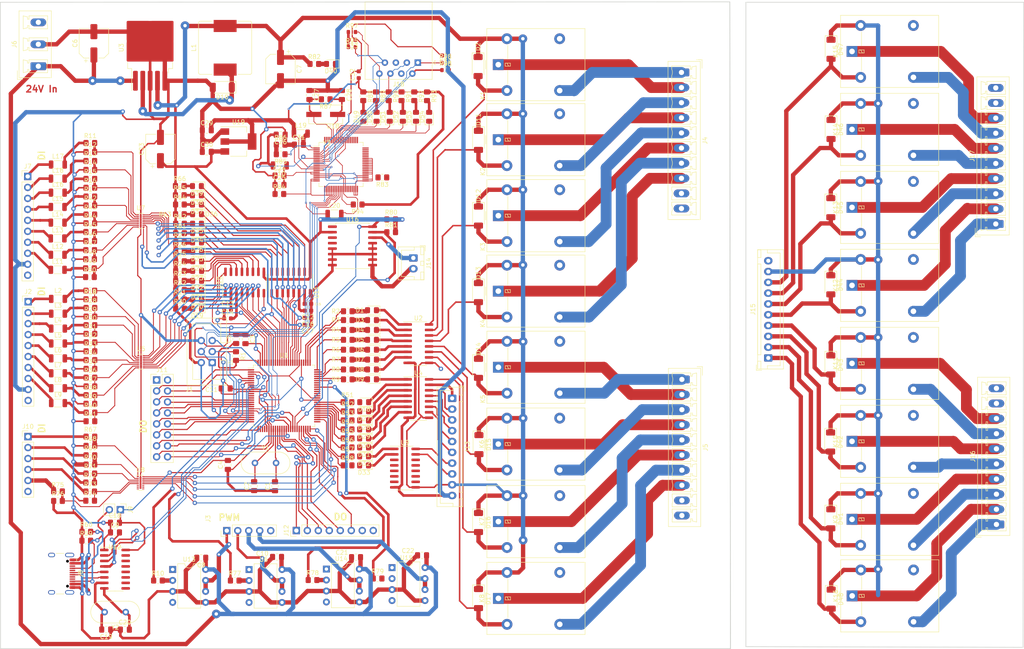
<source format=kicad_pcb>
(kicad_pcb (version 20221018) (generator pcbnew)
  (layers (0 "F.Cu" signal "Top") (31 "B.Cu" signal "Bottom") (34 "B.Paste" user) (35 "F.Paste" user) (36 "B.SilkS" user "B.Silkscreen") (37 "F.SilkS" user "F.Silkscreen") (38 "B.Mask" user) (39 "F.Mask" user) (44 "Edge.Cuts" user))
  (net 0 "")
  (net 1 "GND")
  (net 3 "Net-(D1-K)")
  (net 4 "DO20")
  (net 5 "DO21")
  (net 9 "+5V")
  (net 13 "DO4")
  (net 14 "DO5")
  (net 15 "DO6")
  (net 16 "DO7")
  (net 17 "DO8")
  (net 18 "DO9")
  (net 19 "DO10")
  (net 20 "DO11")
  (net 24 "Net-(J1-~{RST})")
  (net 25 "Net-(U1-XTAL2)")
  (net 26 "Net-(U1-XTAL1)")
  (net 27 "DO12")
  (net 28 "DO13")
  (net 29 "DO14")
  (net 30 "DO15")
  (net 31 "DO19")
  (net 32 "DO18")
  (net 33 "DO17")
  (net 34 "DO16")
  (net 35 "IO12")
  (net 36 "IO13")
  (net 37 "DO22")
  (net 38 "DO23")
  (net 39 "RX0")
  (net 40 "IO14")
  (net 42 "IO15")
  (net 47 "TX0")
  (net 50 "Net-(J7-Pin_1)")
  (net 51 "Net-(D1-A)")
  (net 53 "Net-(J7-Pin_2)")
  (net 54 "Net-(J7-Pin_3)")
  (net 55 "Net-(J7-Pin_4)")
  (net 56 "Net-(J7-Pin_5)")
  (net 57 "Net-(J7-Pin_6)")
  (net 58 "Net-(J7-Pin_7)")
  (net 59 "Net-(J7-Pin_8)")
  (net 60 "IO00")
  (net 61 "IO01")
  (net 62 "IO02")
  (net 63 "IO03")
  (net 64 "IO04")
  (net 65 "IO05")
  (net 66 "IO06")
  (net 67 "Net-(U1-AREF)")
  (net 68 "Net-(U1-AVCC)")
  (net 69 "Net-(D2-A)")
  (net 70 "IO07")
  (net 71 "Net-(D19-K)")
  (net 72 "Net-(D19-A)")
  (net 73 "Net-(U1-PA0)")
  (net 74 "Net-(D20-K)")
  (net 75 "Net-(D10-K)")
  (net 76 "Net-(D11-A)")
  (net 77 "Net-(D12-A)")
  (net 78 "Net-(D13-A)")
  (net 79 "Net-(D3-K)")
  (net 80 "Net-(D3-A)")
  (net 81 "Net-(D4-K)")
  (net 82 "Net-(D4-A)")
  (net 83 "Net-(D5-K)")
  (net 84 "Net-(D5-A)")
  (net 85 "Net-(D6-K)")
  (net 86 "Net-(D6-A)")
  (net 87 "Net-(D7-K)")
  (net 88 "Net-(D7-A)")
  (net 89 "Net-(D8-K)")
  (net 90 "Net-(D8-A)")
  (net 91 "Net-(D9-K)")
  (net 92 "Net-(D9-A)")
  (net 93 "Net-(U1-PA1)")
  (net 94 "Net-(U1-PA2)")
  (net 95 "Net-(U1-PA3)")
  (net 96 "Net-(U1-PA4)")
  (net 97 "Net-(U1-PA5)")
  (net 98 "Net-(U1-PA6)")
  (net 99 "Net-(U1-PA7)")
  (net 100 "Net-(D20-A)")
  (net 101 "Net-(J13-Pin_6)")
  (net 102 "Net-(J13-Pin_5)")
  (net 103 "Net-(J13-Pin_4)")
  (net 104 "Net-(J13-Pin_3)")
  (net 105 "Net-(J13-Pin_2)")
  (net 106 "Net-(D14-A)")
  (net 107 "Net-(D15-A)")
  (net 108 "Net-(D16-A)")
  (net 109 "Net-(D17-A)")
  (net 117 "Net-(D21-K)")
  (net 118 "Net-(D21-A)")
  (net 119 "Net-(D22-K)")
  (net 120 "Net-(D22-A)")
  (net 121 "Net-(D23-K)")
  (net 122 "Net-(D23-A)")
  (net 123 "Net-(D24-K)")
  (net 124 "Net-(D24-A)")
  (net 125 "Net-(D25-K)")
  (net 126 "Net-(D25-A)")
  (net 127 "Net-(D26-K)")
  (net 128 "Net-(D26-A)")
  (net 129 "MISO")
  (net 130 "SCK")
  (net 131 "MOSI")
  (net 132 "Net-(L2-Pad2)")
  (net 133 "Net-(L3-Pad2)")
  (net 134 "Net-(L4-Pad2)")
  (net 135 "Net-(L5-Pad2)")
  (net 136 "Net-(L6-Pad2)")
  (net 137 "Net-(L7-Pad2)")
  (net 138 "Net-(L8-Pad2)")
  (net 139 "Net-(L9-Pad2)")
  (net 140 "Net-(D34-K)")
  (net 141 "Net-(D34-A)")
  (net 142 "Net-(D35-K)")
  (net 143 "Net-(D35-A)")
  (net 144 "Net-(D36-K)")
  (net 145 "Net-(D36-A)")
  (net 146 "Net-(J2-Pin_1)")
  (net 148 "OC3A")
  (net 149 "Net-(J2-Pin_8)")
  (net 150 "Net-(J2-Pin_7)")
  (net 151 "Net-(J2-Pin_6)")
  (net 152 "Net-(J2-Pin_5)")
  (net 153 "Net-(J2-Pin_4)")
  (net 154 "Net-(J2-Pin_3)")
  (net 155 "Net-(J2-Pin_2)")
  (net 156 "OC3B")
  (net 157 "OC3C")
  (net 159 "Net-(J4-Pin_1)")
  (net 160 "Net-(J4-Pin_2)")
  (net 161 "Net-(J4-Pin_3)")
  (net 162 "Net-(J4-Pin_4)")
  (net 163 "Net-(J4-Pin_5)")
  (net 164 "Net-(J4-Pin_6)")
  (net 165 "Net-(J4-Pin_7)")
  (net 166 "Net-(J4-Pin_8)")
  (net 169 "Net-(J5-Pin_1)")
  (net 170 "Net-(J5-Pin_2)")
  (net 171 "Net-(J5-Pin_3)")
  (net 172 "Net-(J5-Pin_4)")
  (net 173 "Net-(J5-Pin_5)")
  (net 174 "Net-(J5-Pin_6)")
  (net 175 "Net-(J5-Pin_7)")
  (net 176 "Net-(J5-Pin_8)")
  (net 179 "24V")
  (net 181 "A0")
  (net 182 "A1")
  (net 183 "A2")
  (net 184 "A3")
  (net 185 "A4")
  (net 186 "A5")
  (net 187 "A6")
  (net 188 "A7")
  (net 190 "Net-(L11-Pad2)")
  (net 191 "Net-(L12-Pad2)")
  (net 192 "Net-(L13-Pad2)")
  (net 193 "Net-(L14-Pad2)")
  (net 194 "Net-(L15-Pad2)")
  (net 195 "Net-(L16-Pad2)")
  (net 196 "Net-(L17-Pad2)")
  (net 197 "Net-(L18-Pad2)")
  (net 198 "A8")
  (net 199 "A9")
  (net 200 "A10")
  (net 201 "A11")
  (net 202 "A12")
  (net 203 "A13")
  (net 204 "A14")
  (net 205 "A15")
  (net 206 "IO20")
  (net 207 "IO19")
  (net 208 "IO16")
  (net 209 "IO18")
  (net 210 "IO17")
  (net 211 "IO11")
  (net 212 "IO10")
  (net 213 "IO09")
  (net 214 "IO08")
  (net 215 "I16")
  (net 216 "I17")
  (net 217 "I18")
  (net 218 "IN0")
  (net 219 "IN1")
  (net 227 "Net-(U12-V3)")
  (net 228 "Net-(U12-XI)")
  (net 229 "Net-(U12-XO)")
  (net 230 "Net-(D18-K)")
  (net 231 "Net-(D18-A)")
  (net 232 "Net-(D27-K)")
  (net 233 "Net-(D27-A)")
  (net 234 "Net-(D28-K)")
  (net 235 "Net-(D28-A)")
  (net 236 "Net-(D29-K)")
  (net 237 "Net-(D29-A)")
  (net 238 "Net-(D30-K)")
  (net 239 "Net-(D30-A)")
  (net 240 "Net-(D31-K)")
  (net 241 "Net-(D31-A)")
  (net 242 "Net-(D32-K)")
  (net 243 "Net-(D32-A)")
  (net 244 "Net-(D33-K)")
  (net 245 "Net-(D33-A)")
  (net 246 "DO0")
  (net 247 "Net-(J9-Pin_2)")
  (net 248 "Net-(J8-CC1)")
  (net 249 "USBDP")
  (net 250 "USBDN")
  (net 251 "Net-(J8-CC2)")
  (net 255 "Net-(U13-A)")
  (net 256 "Net-(U1-PC7)")
  (net 257 "Net-(U1-PC6)")
  (net 258 "Net-(U1-PC5)")
  (net 259 "Net-(U1-PC4)")
  (net 260 "Net-(U1-PC3)")
  (net 261 "Net-(U1-PC2)")
  (net 262 "Net-(U1-PC1)")
  (net 263 "Net-(U1-PC0)")
  (net 269 "Net-(J13-Pin_1)")
  (net 270 "Net-(J13-Pin_8)")
  (net 276 "Net-(J13-Pin_7)")
  (net 288 "Net-(D37-K)")
  (net 289 "Net-(D37-A)")
  (net 290 "Net-(D38-K)")
  (net 291 "Net-(D38-A)")
  (net 292 "Net-(D39-K)")
  (net 293 "Net-(D39-A)")
  (net 294 "Net-(J10-Pin_1)")
  (net 295 "Net-(J10-Pin_2)")
  (net 296 "Net-(J10-Pin_3)")
  (net 297 "Net-(J10-Pin_4)")
  (net 298 "Net-(J10-Pin_5)")
  (net 301 "Net-(U6-A)")
  (net 302 "DO2")
  (net 305 "DO1")
  (net 306 "Net-(U14-A)")
  (net 310 "PD6")
  (net 311 "PJ4")
  (net 312 "Net-(U15-A)")
  (net 317 "SCL")
  (net 318 "SDA")
  (net 319 "Net-(J14-Pin_1)")
  (net 320 "Net-(D40-A)")
  (net 321 "Net-(D41-K)")
  (net 322 "Net-(D41-A)")
  (net 323 "Net-(D42-A)")
  (net 324 "Net-(D43-A)")
  (net 325 "Net-(D44-A)")
  (net 326 "Net-(D45-A)")
  (net 327 "Net-(D46-A)")
  (net 328 "Net-(D47-A)")
  (net 329 "Net-(D48-A)")
  (net 330 "Net-(J16-Pin_1)")
  (net 331 "Net-(J16-Pin_2)")
  (net 332 "Net-(J16-Pin_3)")
  (net 333 "Net-(J16-Pin_4)")
  (net 334 "Net-(J16-Pin_5)")
  (net 335 "Net-(J16-Pin_6)")
  (net 336 "Net-(J16-Pin_7)")
  (net 337 "Net-(J16-Pin_8)")
  (net 340 "Net-(J17-Pin_1)")
  (net 341 "Net-(J17-Pin_2)")
  (net 342 "Net-(J17-Pin_3)")
  (net 343 "Net-(J17-Pin_4)")
  (net 344 "Net-(J17-Pin_5)")
  (net 345 "Net-(J17-Pin_6)")
  (net 346 "Net-(J17-Pin_7)")
  (net 347 "Net-(J17-Pin_8)")
  (net 358 "Net-(U18-1V8_OUT)")
  (net 359 "Net-(C26-Pad2)")
  (net 360 "Net-(U18-ADDR0)")
  (net 361 "Net-(U18-DATA0)")
  (net 362 "XTLP")
  (net 364 "Net-(U18-SEN)")
  (net 380 "XTLN")
  (net 381 "Net-(U18-RSET_BG)")
  (net 385 "Net-(R85-Pad2)")
  (net 386 "3V3")
  (net 387 "Net-(U18-VCC3V3A)")
  (net 388 "Net-(D49-K)")
  (net 389 "Net-(D49-A)")
  (net 390 "Net-(D50-K)")
  (net 391 "Net-(D50-A)")
  (net 392 "Net-(D51-K)")
  (net 393 "Net-(D51-A)")
  (net 394 "Net-(D52-K)")
  (net 395 "Net-(D52-A)")
  (net 396 "Net-(D53-K)")
  (net 397 "Net-(D53-A)")
  (net 398 "Net-(D54-K)")
  (net 399 "Net-(D54-A)")
  (net 400 "GNDA")
  (net 401 "Net-(C33-Pad2)")
  (net 402 "Net-(C34-Pad1)")
  (net 403 "TXOP")
  (net 404 "TXON")
  (net 407 "RXIP")
  (net 408 "RXIN")
  (net 409 "CS")
  (footprint "Diode_SMD:D_SOD-128" (layer "F.Cu") (at 123.6237 54.418 -90)
    (fp_text reference "D11")
    (fp_text value "sch")
  )
  (footprint "Resistor_SMD:R_0805_2012Metric_Pad1.20x1.40mm_HandSolder" (layer "F.Cu") (at 105.8236 44.2098 -90)
    (fp_text reference "R91")
    (fp_text value "470")
  )
  (footprint "Resistor_SMD:R_0805_2012Metric_Pad1.20x1.40mm_HandSolder" (layer "F.Cu") (at 93.3295 115.0112)
    (fp_text reference "R51")
    (fp_text value "1K")
  )
  (footprint "LED_SMD:LED_0805_2012Metric_Pad1.15x1.40mm_HandSolder" (layer "F.Cu") (at 98.9937 105.156 180)
    (fp_text reference "D7")
    (fp_text value "LED")
  )
  (footprint "Resistor_SMD:R_0805_2012Metric_Pad1.20x1.40mm_HandSolder" (layer "F.Cu") (at 33.8521 61.2394)
    (fp_text reference "R14")
    (fp_text value "33K")
  )
  (footprint "Resistor_SMD:R_0805_2012Metric_Pad1.20x1.40mm_HandSolder" (layer "F.Cu") (at 54.5945 80.2132)
    (fp_text reference "R26")
    (fp_text value "1K")
  )
  (footprint "Capacitor_SMD:CP_Elec_6.3x7.7" (layer "F.Cu") (at 50.0733 56.421 90)
    (fp_text reference "C23")
    (fp_text value "100uF/35V")
  )
  (footprint "Inductor_SMD:L_Bourns_SRR1210A" (layer "F.Cu") (at 65.0339 32.9914 90)
    (fp_text reference "L1")
    (fp_text value "33uH")
  )
  (footprint "Resistor_SMD:R_0805_2012Metric_Pad1.20x1.40mm_HandSolder" (layer "F.Cu") (at 54.5945 86.9188)
    (fp_text reference "R23")
    (fp_text value "1K")
  )
  (footprint "LED_SMD:LED_0805_2012Metric_Pad1.15x1.40mm_HandSolder" (layer "F.Cu") (at 58.5315 75.8698 180)
    (fp_text reference "D34")
    (fp_text value "LED")
  )
  (footprint "Inductor_SMD:L_1206_3216Metric" (layer "F.Cu") (at 26.3845 94.531)
    (fp_text reference "L3")
    (fp_text value "bead")
  )
  (footprint "Diode_SMD:D_SOD-128" (layer "F.Cu") (at 123.6317 160.4772 -90)
    (fp_text reference "D17")
    (fp_text value "sch")
  )
  (footprint "Package_SO:SOIC-16_3.9x9.9mm_P1.27mm" (layer "F.Cu") (at 69.5551 87.314 90)
    (fp_text reference "U10")
    (fp_text value "ULN2003A")
  )
  (footprint "Diode_SMD:D_SOD-128" (layer "F.Cu") (at 205.201 160.6024 -90)
    (fp_text reference "D48")
    (fp_text value "sch")
  )
  (footprint "Connector_USB:USB_C_Receptacle_HCTL_HC-TYPE-C-16P-01A" (layer "F.Cu") (at 25.9737 154.7094 -90)
    (fp_text reference "J8")
    (fp_text value "USB_C_Receptacle_USB2.0")
  )
  (footprint "LED_SMD:LED_0805_2012Metric_Pad1.15x1.40mm_HandSolder" (layer "F.Cu") (at 98.9937 107.442 180)
    (fp_text reference "D8")
    (fp_text value "LED")
  )
  (footprint "Resistor_SMD:R_0805_2012Metric_Pad1.20x1.40mm_HandSolder" (layer "F.Cu") (at 33.8775 99.187)
    (fp_text reference "R31")
    (fp_text value "33K")
  )
  (footprint "Resistor_SMD:R_0805_2012Metric_Pad1.20x1.40mm_HandSolder" (layer "F.Cu") (at 96.9736 44.2098 -90)
    (fp_text reference "R88")
    (fp_text value "470")
  )
  (footprint "Resistor_SMD:R_0805_2012Metric_Pad1.20x1.40mm_HandSolder" (layer "F.Cu") (at 93.3549 129.6416)
    (fp_text reference "R58")
    (fp_text value "1K")
  )
  (footprint "LED_SMD:LED_0805_2012Metric_Pad1.15x1.40mm_HandSolder" (layer "F.Cu") (at 89.5096 36.7284 180)
    (fp_text reference "D40")
    (fp_text value "LED")
  )
  (footprint "Package_SON:WSON-16_3.3x1.35_P0.4mm" (layer "F.Cu") (at 45.5775 105.6696)
    (fp_text reference "U5")
    (fp_text value "TPD8F003")
  )
  (footprint "Relay_THT:Relay_SPDT_Omron-G5LE-1" (layer "F.Cu") (at 210.0157 69.9328 90)
    (fp_text reference "K13")
    (fp_text value "G5LE-1")
  )
  (footprint "Connector_Phoenix_MC:PhoenixContact_MCV_1,5_10-G-3.5_1x10_P3.50mm_Vertical" (layer "F.Cu") (at 243.4181 143.3096 90)
    (fp_text reference "J16")
    (fp_text value "Conn_01x10")
  )
  (footprint "Capacitor_SMD:C_0805_2012Metric_Pad1.18x1.45mm_HandSolder" (layer "F.Cu") (at 77.6043 64.7284)
    (fp_text reference "C25")
    (fp_text value "10uF / 16v")
  )
  (footprint "Diode_SMD:D_SOD-128" (layer "F.Cu") (at 64.3735 42.1354 180)
    (fp_text reference "D10")
    (fp_text value "SS14")
  )
  (footprint "Relay_THT:Relay_SPDT_Omron-G5LE-1" (layer "F.Cu") (at 128.2277 160.432 90)
    (fp_text reference "K8")
    (fp_text value "G5LE-1")
  )
  (footprint "LED_SMD:LED_0805_2012Metric_Pad1.15x1.40mm_HandSolder" (layer "F.Cu") (at 58.5311 78.0288 180)
    (fp_text reference "D26")
    (fp_text value "LED")
  )
  (footprint "Resistor_SMD:R_0805_2012Metric_Pad1.20x1.40mm_HandSolder" (layer "F.Cu") (at 33.8521 91.186)
    (fp_text reference "R19")
    (fp_text value "33K")
  )
  (footprint "Diode_SMD:D_SOD-128" (layer "F.Cu") (at 123.6237 71.944 -90)
    (fp_text reference "D12")
    (fp_text value "sch")
  )
  (footprint "Resistor_SMD:R_0603_1608Metric" (layer "F.Cu") (at 116.0018 38.1508)
    (fp_text reference "R96")
    (fp_text value "49.9")
  )
  (footprint "Diode_SMD:D_SOD-128" (layer "F.Cu") (at 205.1149 142.0152 -90)
    (fp_text reference "D41")
    (fp_text value "sch")
  )
  (footprint "Resistor_SMD:R_0805_2012Metric_Pad1.20x1.40mm_HandSolder" (layer "F.Cu") (at 54.5945 93.3704)
    (fp_text reference "R20")
    (fp_text value "1K")
  )
  (footprint "Diode_SMD:D_SOD-128" (layer "F.Cu") (at 123.7333 124.841 -90)
    (fp_text reference "D15")
    (fp_text value "sch")
  )
  (footprint "Resistor_SMD:R_0805_2012Metric_Pad1.20x1.40mm_HandSolder" (layer "F.Cu") (at 77.8764 55.4228)
    (fp_text reference "R86")
    (fp_text value "330")
  )
  (footprint "Resistor_SMD:R_0805_2012Metric_Pad1.20x1.40mm_HandSolder" (layer "F.Cu") (at 33.8681 125.1204)
    (fp_text reference "R68")
    (fp_text value "33K")
  )
  (footprint "Resistor_SMD:R_0805_2012Metric_Pad1.20x1.40mm_HandSolder" (layer "F.Cu") (at 103.4367 72.7166)
    (fp_text reference "R80")
    (fp_text value "4K7")
  )
  (footprint "Resistor_SMD:R_0805_2012Metric_Pad1.20x1.40mm_HandSolder" (layer "F.Cu") (at 54.5691 69.2658)
    (fp_text reference "R64")
    (fp_text value "1K")
  )
  (footprint "Resistor_SMD:R_0805_2012Metric_Pad1.20x1.40mm_HandSolder" (layer "F.Cu") (at 33.8521 73.5838)
    (fp_text reference "R44")
    (fp_text value "33K")
  )
  (footprint "Diode_SMD:D_SOD-128" (layer "F.Cu") (at 123.5377 37.33 -90)
    (fp_text reference "D2")
    (fp_text value "sch")
  )
  (footprint "Connector_PinHeader_2.54mm:PinHeader_1x10_P2.54mm_Vertical" (layer "F.Cu") (at 19.4757 91.7658)
    (fp_text reference "J2")
    (fp_text value "Conn_01x10")
  )
  (footprint "Capacitor_SMD:C_0603_1608Metric" (layer "F.Cu") (at 84.1855 93.8276 180)
    (fp_text reference "C12")
    (fp_text value "220n")
  )
  (footprint "Resistor_SMD:R_0805_2012Metric_Pad1.20x1.40mm_HandSolder" (layer "F.Cu") (at 33.8521 63.3222)
    (fp_text reference "R15")
    (fp_text value "68K")
  )
  (footprint "Resistor_SMD:R_0805_2012Metric_Pad1.20x1.40mm_HandSolder" (layer "F.Cu") (at 88.2998 44.9072 180)
    (fp_text reference "R87")
    (fp_text value "1M")
  )
  (footprint "Resistor_SMD:R_0805_2012Metric_Pad1.20x1.40mm_HandSolder" (layer "F.Cu") (at 33.8775 97.1804)
    (fp_text reference "R30")
    (fp_text value "68K")
  )
  (footprint "LED_SMD:LED_0805_2012Metric_Pad1.15x1.40mm_HandSolder" (layer "F.Cu") (at 98.9937 93.726 180)
    (fp_text reference "D1")
    (fp_text value "LED")
  )
  (footprint "Resistor_SMD:R_0805_2012Metric_Pad1.20x1.40mm_HandSolder" (layer "F.Cu") (at 93.4057 100.584)
    (fp_text reference "R5")
    (fp_text value "1K")
  )
  (footprint "Resistor_SMD:R_0805_2012Metric_Pad1.20x1.40mm_HandSolder" (layer "F.Cu") (at 33.8521 71.5772)
    (fp_text reference "R43")
    (fp_text value "68K")
  )
  (footprint "Crystal:Crystal_SMD_ECS_CSM3X-2Pin_7.6x4.1mm" (layer "F.Cu") (at 88.2998 48.4124 180)
    (fp_text reference "Y3")
    (fp_text value "25MHz")
  )
  (footprint "LED_SMD:LED_0805_2012Metric_Pad1.15x1.40mm_HandSolder" (layer "F.Cu") (at 97.1649 125.476 180)
    (fp_text reference "D31")
    (fp_text value "LED")
  )
  (footprint "Connector_JST:JST_XH_B2B-XH-A_1x02_P2.50mm_Vertical" (layer "F.Cu") (at 108.5596 81.6356 -90)
    (fp_text reference "J14")
    (fp_text value "Conn_01x02")
  )
  (footprint "Resistor_SMD:R_0805_2012Metric_Pad1.20x1.40mm_HandSolder" (layer "F.Cu") (at 108.7736 44.2098 -90)
    (fp_text reference "R92")
    (fp_text value "470")
  )
  (footprint "LED_SMD:LED_0805_2012Metric_Pad1.15x1.40mm_HandSolder" (layer "F.Cu") (at 58.5315 73.7108 180)
    (fp_text reference "D35")
    (fp_text value "LED")
  )
  (footprint "Package_TO_SOT_SMD:SOT-223-3_TabPin2" (layer "F.Cu") (at 68.1224 54.6862)
    (fp_text reference "U19")
    (fp_text value "LM1117MP-3.3")
  )
  (footprint "LED_SMD:LED_0805_2012Metric_Pad1.15x1.40mm_HandSolder" (layer "F.Cu") (at 97.1649 129.6416 180)
    (fp_text reference "D33")
    (fp_text value "LED")
  )
  (footprint "Relay_THT:Relay_SPDT_Omron-G5LE-1" (layer "F.Cu") (at 210.0157 33.8328 90)
    (fp_text reference "K15")
    (fp_text value "G5LE-1")
  )
  (footprint "Resistor_SMD:R_0805_2012Metric_Pad1.20x1.40mm_HandSolder" (layer "F.Cu") (at 33.8681 93.1926)
    (fp_text reference "R28")
    (fp_text value "68K")
  )
  (footprint "Capacitor_SMD:C_0805_2012Metric_Pad1.18x1.45mm_HandSolder" (layer "F.Cu") (at 84.5406 43.9166 -90)
    (fp_text reference "C27")
    (fp_text value "13")
  )
  (footprint "Resistor_SMD:R_0805_2012Metric_Pad1.20x1.40mm_HandSolder" (layer "F.Cu") (at 54.5945 78.0288)
    (fp_text reference "R27")
    (fp_text value "1K")
  )
  (footprint "Capacitor_SMD:C_0603_1608Metric" (layer "F.Cu") (at 94.361 31.1404 180)
    (fp_text reference "C33")
    (fp_text value "0.1uF")
  )
  (footprint "LED_SMD:LED_0805_2012Metric_Pad1.15x1.40mm_HandSolder" (layer "F.Cu") (at 103.0986 48.9548 90)
    (fp_text reference "D51")
    (fp_text value "LED")
  )
  (footprint "Diode_SMD:D_SOD-128" (layer "F.Cu") (at 205.1149 106.4044 -90)
    (fp_text reference "D43")
    (fp_text value "sch")
  )
  (footprint "Capacitor_SMD:C_0805_2012Metric_Pad1.18x1.45mm_HandSolder" (layer "F.Cu") (at 39.5577 145.161)
    (fp_text reference "C9")
    (fp_text value "100n")
  )
  (footprint "Resistor_SMD:R_0805_2012Metric_Pad1.20x1.40mm_HandSolder" (layer "F.Cu") (at 33.8775 119.4308)
    (fp_text reference "R41")
    (fp_text value "33K")
  )
  (footprint "Resistor_SMD:R_0805_2012Metric_Pad1.20x1.40mm_HandSolder" (layer "F.Cu") (at 33.8681 122.9868)
    (fp_text reference "R67")
    (fp_text value "68K")
  )
  (footprint "Inductor_SMD:L_1206_3216Metric" (layer "F.Cu") (at 77.6805 60.2326 180)
    (fp_text reference "L10")
    (fp_text value "bead")
  )
  (footprint "Diode_SMD:D_SOD-128" (layer "F.Cu") (at 123.6317 142.875 -90)
    (fp_text reference "D16")
    (fp_text value "sch")
  )
  (footprint "Resistor_SMD:R_0805_2012Metric_Pad1.20x1.40mm_HandSolder" (layer "F.Cu") (at 101.3968 62.992 180)
    (fp_text reference "R83")
    (fp_text value "4K7")
  )
  (footprint "Connector_PinHeader_2.54mm:PinHeader_1x02_P2.54mm_Vertical" (layer "F.Cu") (at 40.8062 139.9032 -90)
    (fp_text reference "J9")
    (fp_text value "Conn_01x02")
  )
  (footprint "Connector_PinHeader_2.54mm:PinHeader_1x06_P2.54mm_Vertical" (layer "F.Cu") (at 19.4409 122.9868)
    (fp_text reference "J10")
    (fp_text value "Conn_01x06")
  )
  (footprint "Resistor_SMD:R_0805_2012Metric_Pad1.20x1.40mm_HandSolder" (layer "F.Cu") (at 33.8521 65.3796)
    (fp_text reference "R16")
    (fp_text value "33K")
  )
  (footprint "Resistor_SMD:R_0805_2012Metric_Pad1.20x1.40mm_HandSolder" (layer "F.Cu") (at 102.8736 44.2098 -90)
    (fp_text reference "R90")
    (fp_text value "470")
  )
  (footprint "Resistor_SMD:R_0805_2012Metric_Pad1.20x1.40mm_HandSolder" (layer "F.Cu") (at 93.4057 109.728)
    (fp_text reference "R9")
    (fp_text value "1K")
  )
  (footprint "Capacitor_SMD:C_0805_2012Metric_Pad1.18x1.45mm_HandSolder" (layer "F.Cu") (at 60.7924 52.0662)
    (fp_text reference "C29")
    (fp_text value "100n")
  )
  (footprint "Capacitor_SMD:C_0805_2012Metric_Pad1.18x1.45mm_HandSolder" (layer "F.Cu") (at 77.8764 53.1114 180)
    (fp_text reference "C26")
    (fp_text value "10uF / 16v")
  )
  (footprint "Resistor_SMD:R_0805_2012Metric_Pad1.20x1.40mm_HandSolder" (layer "F.Cu") (at 93.3549 127.5588)
    (fp_text reference "R57")
    (fp_text value "1K")
  )
  (footprint "LED_SMD:LED_0805_2012Metric_Pad1.15x1.40mm_HandSolder" (layer "F.Cu") (at 58.5569 86.9188 180)
    (fp_text reference "D22")
    (fp_text value "LED")
  )
  (footprint "LED_SMD:LED_0805_2012Metric_Pad1.15x1.40mm_HandSolder" (layer "F.Cu") (at 97.1649 123.3932 180)
    (fp_text reference "D30")
    (fp_text value "LED")
  )
  (footprint "LED_SMD:LED_0805_2012Metric_Pad1.15x1.40mm_HandSolder" (layer "F.Cu") (at 58.5569 82.3976 180)
    (fp_text reference "D24")
    (fp_text value "LED")
  )
  (footprint "Resistor_SMD:R_0805_2012Metric_Pad1.20x1.40mm_HandSolder" (layer "F.Cu") (at 99.9236 44.2098 -90)
    (fp_text reference "R89")
    (fp_text value "470")
  )
  (footprint "Resistor_SMD:R_0805_2012Metric_Pad1.20x1.40mm_HandSolder" (layer "F.Cu") (at 93.4057 98.298)
    (fp_text reference "R4")
    (fp_text value "1K")
  )
  (footprint "Resistor_SMD:R_0805_2012Metric_Pad1.20x1.40mm_HandSolder" (layer "F.Cu") (at 54.5945 75.8952)
    (fp_text reference "R61")
    (fp_text value "1K")
  )
  (footprint "Relay_THT:Relay_SPDT_Omron-G5LE-1" (layer "F.Cu") (at 128.2277 142.652 90)
    (fp_text reference "K7")
    (fp_text value "G5LE-1")
  )
  (footprint "LED_SMD:LED_0805_2012Metric_Pad1.15x1.40mm_HandSolder" (layer "F.Cu") (at 58.5569 91.2368 180)
    (fp_text reference "D20")
    (fp_text value "LED")
  )
  (footprint "Resistor_SMD:R_0805_2012Metric_Pad1.20x1.40mm_HandSolder" (layer "F.Cu") (at 93.3549 125.476)
    (fp_text reference "R56")
    (fp_text value "1K")
  )
  (footprint "Capacitor_SMD:C_0805_2012Metric_Pad1.18x1.45mm_HandSolder" (layer "F.Cu") (at 82.0928 55.4228)
    (fp_text reference "C31")
    (fp_text value "10uF / 16v")
  )
  (footprint "Capacitor_SMD:C_0603_1608Metric" (layer "F.Cu") (at 65.5927 93.599)
    (fp_text reference "C13")
    (fp_text value "220n")
  )
  (footprint "Inductor_SMD:L_1206_3216Metric" (layer "F.Cu") (at 26.3845 97.981)
    (fp_text reference "L4")
    (fp_text value "bead")
  )
  (footprint "LED_SMD:LED_0805_2012Metric_Pad1.15x1.40mm_HandSolder" (layer "F.Cu") (at 97.1649 121.3104 180)
    (fp_text reference "D29")
    (fp_text value "LED")
  )
  (footprint "Inductor_SMD:L_1206_3216Metric" (layer "F.Cu") (at 26.3337 66.5226)
    (fp_text reference "L16")
    (fp_text value "bead")
  )
  (footprint "Connector_JST:JST_XH_B10B-XH-A_1x10_P2.50mm_Vertical" (layer "F.Cu") (at 117.5357 114.1222 -90)
    (fp_text reference "J13")
    (fp_text value "Conn_01x10")
  )
  (footprint "Resistor_SMD:R_0805_2012Metric_Pad1.20x1.40mm_HandSolder" (layer "F.Cu") (at 54.5945 89.0524)
    (fp_text reference "R22")
    (fp_text value "1K")
  )
  (footprint "Resistor_SMD:R_0805_2012Metric_Pad1.20x1.40mm_HandSolder" (layer "F.Cu") (at 33.8267 75.6158)
    (fp_text reference "R45")
    (fp_text value "68K")
  )
  (footprint "Relay_THT:Relay_SPDT_Omron-G5LE-1" (layer "F.Cu") (at 210.0157 142.1328 90)
    (fp_text reference "K9")
    (fp_text value "G5LE-1")
  )
  (footprint "Resistor_SMD:R_0805_2012Metric_Pad1.20x1.40mm_HandSolder" (layer "F.Cu") (at 33.8775 113.3856)
    (fp_text reference "R38")
    (fp_text value "68K")
  )
  (footprint "Package_QFP:LQFP-80_10x10mm_P0.4mm" (layer "F.Cu") (at 91.8447 59.9978)
    (fp_text reference "U18")
    (fp_text value "W5100")
  )
  (footprint "Package_SON:WSON-16_3.3x1.35_P0.4mm" (layer "F.Cu") (at 45.5167 73.0788)
    (fp_text reference "U7")
    (fp_text value "TPD8F003")
  )
  (footprint "Resistor_SMD:R_0805_2012Metric_Pad1.20x1.40mm_HandSolder" (layer "F.Cu") (at 103.4367 75.6666)
    (fp_text reference "R81")
    (fp_text value "4K7")
  )
  (footprint "Resistor_SMD:R_0805_2012Metric_Pad1.20x1.40mm_HandSolder" (layer "F.Cu") (at 33.7665 86.0562)
    (fp_text reference "R50")
    (fp_text value "33K")
  )
  (footprint "Resistor_SMD:R_0805_2012Metric_Pad1.20x1.40mm_HandSolder" (layer "F.Cu") (at 32.9123 147.066)
    (fp_text reference "R59")
    (fp_text value "5.1K")
  )
  (footprint "Inductor_SMD:L_1206_3216Metric" (layer "F.Cu") (at 26.3337 63.2714)
    (fp_text reference "L18")
    (fp_text value "bead")
  )
  (footprint "Capacitor_SMD:C_0805_2012Metric_Pad1.18x1.45mm_HandSolder" (layer "F.Cu") (at 92.0336 43.9166 -90)
    (fp_text reference "C28")
    (fp_text value "13")
  )
  (footprint "Connector_RJ:RJ45_Amphenol_54602-x08_Horizontal" (layer "F.Cu") (at 109.601 36.4236 180)
    (fp_text reference "J18")
    (fp_text value "RJ45")
  )
  (footprint "Capacitor_SMD:C_0805_2012Metric_Pad1.18x1.45mm_HandSolder" (layer "F.Cu") (at 77.6043 62.5694)
    (fp_text reference "C24")
    (fp_text value "3.3uF / 16v")
  )
  (footprint "Inductor_SMD:L_1206_3216Metric" (layer "F.Cu") (at 90.3224 71.4248)
    (fp_text reference "L20")
    (fp_text value "bead")
  )
  (footprint "Resistor_SMD:R_0805_2012Metric_Pad1.20x1.40mm_HandSolder" (layer "F.Cu") (at 54.5437 64.9732)
    (fp_text reference "R66")
    (fp_text value "1K")
  )
  (footprint "Resistor_SMD:R_0805_2012Metric_Pad1.20x1.40mm_HandSolder" (layer "F.Cu") (at 77.8764 57.6326 180)
    (fp_text reference "R85")
    (fp_text value "12K")
  )
  (footprint "Diode_SMD:D_SOD-128" (layer "F.Cu") (at 123.6162 89.662 -90)
    (fp_text reference "D13")
    (fp_text value "sch")
  )
  (footprint "Resistor_SMD:R_0805_2012Metric_Pad1.20x1.40mm_HandSolder" (layer "F.Cu") (at 93.3549 121.3104)
    (fp_text reference "R54")
    (fp_text value "1K")
  )
  (footprint "Capacitor_SMD:C_0805_2012Metric_Pad1.18x1.45mm_HandSolder" (layer "F.Cu") (at 71.7395 134.4461 90)
    (fp_text reference "C2")
    (fp_text value "15")
  )
  (footprint "Connector_PinHeader_2.54mm:PinHeader_2x08_P2.54mm_Vertical" (layer "F.Cu") (at 49.1843 109.8804)
    (fp_text reference "J11")
    (fp_text value "DO1")
  )
  (footprint "Inductor_SMD:L_1206_3216Metric" (layer "F.Cu") (at 26.3845 91.1054)
    (fp_text reference "L2")
    (fp_text value "bead")
  )
  (footprint "Resistor_SMD:R_0805_2012Metric_Pad1.20x1.40mm_HandSolder" (layer "F.Cu") (at 33.8267 77.6986)
    (fp_text reference "R46")
    (fp_text value "33K")
  )
  (footprint "Package_SO:SOIC-16W_7.5x10.3mm_P1.27mm" (layer "F.Cu") (at 94.488 78.8416)
    (fp_text reference "U16")
    (fp_text value "DS3231M")
  )
  (footprint "Resistor_SMD:R_0805_2012Metric_Pad1.20x1.40mm_HandSolder" (layer "F.Cu") (at 33.8775 107.2896)
    (fp_text reference "R35")
    (fp_text value "33K")
  )
  (footprint "Crystal:Crystal_HC49-U_Vertical" (layer "F.Cu") (at 42.0443 163.6014 180)
    (fp_text reference "Y2")
    (fp_text value "12MHz")
  )
  (footprint "Resistor_SMD:R_0805_2012Metric_Pad1.20x1.40mm_HandSolder" (layer "F.Cu") (at 100.2891 155.829)
    (fp_text reference "R79")
    (fp_text value "100E")
  )
  (footprint "Resistor_SMD:R_0805_2012Metric_Pad1.20x1.40mm_HandSolder" (layer "F.Cu") (at 54.5437 67.1068)
    (fp_text reference "R65")
    (fp_text value "1K")
  )
  (footprint "Resistor_SMD:R_0805_2012Metric_Pad1.20x1.40mm_HandSolder" (layer "F.Cu") (at 93.3549 119.2276)
    (fp_text reference "R53")
    (fp_text value "1K")
  )
  (footprint "LED_SMD:LED_0805_2012Metric_Pad1.15x1.40mm_HandSolder" (layer "F.Cu") (at 98.9937 100.584 180)
    (fp_text reference "D5")
    (fp_text value "LED")
  )
  (footprint "Resistor_SMD:R_0805_2012Metric_Pad1.20x1.40mm_HandSolder" (layer "F.Cu") (at 54.5691 71.501)
    (fp_text reference "R63")
    (fp_text value "1K")
  )
  (footprint "Capacitor_SMD:C_0805_2012Metric_Pad1.18x1.45mm_HandSolder" (layer "F.Cu") (at 69.7329 100.4316 -90)
    (fp_text reference "C3")
    (fp_text value "100n")
  )
  (footprint "Inductor_SMD:L_1206_3216Metric" (layer "F.Cu") (at 26.3845 104.881)
    (fp_text reference "L6")
    (fp_text value "bead")
  )
  (footprint "Package_SON:WSON-16_3.3x1.35_P0.4mm" (layer "F.Cu") (at 45.4659 133.6772)
    (fp_text reference "U8")
    (fp_text value "TPD8F003")
  )
  (footprint "Crystal:Crystal_HC49-U_Vertical" (layer "F.Cu") (at 71.9311 129.0828)
    (fp_text reference "Y1")
    (fp_text value "16MHz")
  )
  (footprint "Resistor_SMD:R_0805_2012Metric_Pad1.20x1.40mm_HandSolder" (layer "F.Cu") (at 33.8866 117.418)
    (fp_text reference "R40")
    (fp_text value "68K")
  )
  (footprint "LED_SMD:LED_0805_2012Metric_Pad1.15x1.40mm_HandSolder" (layer "F.Cu") (at 58.5061 69.2658 180)
    (fp_text reference "D37")
    (fp_text value "LED")
  )
  (footprint "Resistor_SMD:R_0805_2012Metric_Pad1.20x1.40mm_HandSolder" (layer "F.Cu") (at 26.3751 137.8712)
    (fp_text reference "R76")
    (fp_text value "33K")
  )
  (footprint "Resistor_SMD:R_0805_2012Metric_Pad1.20x1.40mm_HandSolder" (layer "F.Cu") (at 93.4057 105.156)
    (fp_text reference "R7")
    (fp_text value "1K")
  )
  (footprint "Relay_THT:Relay_SPDT_Omron-G5LE-1" (layer "F.Cu") (at 210.0157 106.0328 90)
    (fp_text reference "K11")
    (fp_text value "G5LE-1")
  )
  (footprint "Diode_SMD:D_SOD-128" (layer "F.Cu") (at 205.0641 124.2352 -90)
    (fp_text reference "D42")
    (fp_text value "sch")
  )
  (footprint "LED_SMD:LED_0805_2012Metric_Pad1.15x1.40mm_HandSolder" (layer "F.Cu") (at 98.9937 96.012 180)
    (fp_text reference "D3")
    (fp_text value "LED")
  )
  (footprint "Resistor_SMD:R_0805_2012Metric_Pad1.20x1.40mm_HandSolder" (layer "F.Cu") (at 26.3751 135.6614)
    (fp_text reference "R75")
    (fp_text value "68K")
  )
  (footprint "Resistor_SMD:R_0805_2012Metric_Pad1.20x1.40mm_HandSolder" (layer "F.Cu") (at 33.8775 109.3216)
    (fp_text reference "R36")
    (fp_text value "68K")
  )
  (footprint "Resistor_SMD:R_0805_2012Metric_Pad1.20x1.40mm_HandSolder" (layer "F.Cu") (at 85.6648 36.7284)
    (fp_text reference "R82")
    (fp_text value "2K2")
  )
  (footprint "Connector_Phoenix_MC:PhoenixContact_MCV_1,5_10-G-3.5_1x10_P3.50mm_Vertical" (layer "F.Cu") (at 170.6725 109.7488 -90)
    (fp_text reference "J5")
    (fp_text value "Conn_01x10")
  )
  (footprint "LED_SMD:LED_0805_2012Metric_Pad1.15x1.40mm_HandSolder" (layer "F.Cu") (at 58.5569 80.2132 180)
    (fp_text reference "D25")
    (fp_text value "LED")
  )
  (footprint "Resistor_SMD:R_0805_2012Metric_Pad1.20x1.40mm_HandSolder" (layer "F.Cu") (at 54.5945 82.3976)
    (fp_text reference "R25")
    (fp_text value "1K")
  )
  (footprint "Capacitor_SMD:C_0603_1608Metric" (layer "F.Cu") (at 84.1855 92.2528 180)
    (fp_text reference "C15")
    (fp_text value "220n")
  )
  (footprint "Resistor_SMD:R_0805_2012Metric_Pad1.20x1.40mm_HandSolder" (layer "F.Cu") (at 33.7665 84.0242)
    (fp_text reference "R49")
    (fp_text value "68K")
  )
  (footprint "Package_SO:SOIC-16_3.9x9.9mm_P1.27mm" (layer "F.Cu") (at 109.7267 101.473)
    (fp_text reference "U2")
    (fp_text value "ULN2003A")
  )
  (footprint "Resistor_SMD:R_0805_2012Metric_Pad1.20x1.40mm_HandSolder" (layer "F.Cu") (at 33.8521 55.0164)
    (fp_text reference "R11")
    (fp_text value "68K")
  )
  (footprint "Resistor_SMD:R_0805_2012Metric_Pad1.20x1.40mm_HandSolder" (layer "F.Cu") (at 33.8521 131.5212)
    (fp_text reference "R71")
    (fp_text value "68K")
  )
  (footprint "Inductor_SMD:L_1206_3216Metric" (layer "F.Cu") (at 26.3083 80.899)
    (fp_text reference "L12")
    (fp_text value "bead")
  )
  (footprint "LED_SMD:LED_0805_2012Metric_Pad1.15x1.40mm_HandSolder" (layer "F.Cu") (at 98.9937 102.87 180)
    (fp_text reference "D6")
    (fp_text value "LED")
  )
  (footprint "Relay_THT:Relay_SPDT_Omron-G5LE-1" (layer "F.Cu") (at 210.0157 87.9828 90)
    (fp_text reference "K12")
    (fp_text value "G5LE-1")
  )
  (footprint "Connector_Phoenix_MC:PhoenixContact_MCV_1,5_10-G-3.5_1x10_P3.50mm_Vertical" (layer "F.Cu") (at 243.2657 73.7696 90)
    (fp_text reference "J17")
    (fp_text value "Conn_01x10")
  )
  (footprint "Package_SO:SOIC-16_3.9x9.9mm_P1.27mm" (layer "F.Cu") (at 80.2485 87.314 90)
    (fp_text reference "U11")
    (fp_text value "ULN2003A")
  )
  (footprint "Resistor_SMD:R_0805_2012Metric_Pad1.20x1.40mm_HandSolder" (layer "F.Cu") (at 77.5789 66.8366)
    (fp_text reference "R84")
    (fp_text value "4K7")
  )
  (footprint "Resistor_SMD:R_0805_2012Metric_Pad1.20x1.40mm_HandSolder" (layer "F.Cu") (at 33.8427 59.182)
    (fp_text reference "R13")
    (fp_text value "68K")
  )
  (footprint "Resistor_SMD:R_0805_2012Metric_Pad1.20x1.40mm_HandSolder" (layer "F.Cu") (at 33.8775 105.2576)
    (fp_text reference "R34")
    (fp_text value "68K")
  )
  (footprint "Relay_THT:Relay_SPDT_Omron-G5LE-1" (layer "F.Cu") (at 128.2122 89.312 90)
    (fp_text reference "K4")
    (fp_text value "G5LE-1")
  )
  (footprint "LED_SMD:LED_0805_2012Metric_Pad1.15x1.40mm_HandSolder" (layer "F.Cu") (at 106.1386 48.9548 90)
    (fp_text reference "D52")
    (fp_text value "LED")
  )
  (footprint "Connector_Phoenix_MC:PhoenixContact_MCV_1,5_10-G-3.5_1x10_P3.50mm_Vertical" (layer "F.Cu") (at 170.5709 38.6952 -90)
    (fp_text reference "J4")
    (fp_text value "Conn_01x10")
  )
  (footprint "Connector_IDC:IDC-Header_2x03_P2.54mm_Vertical" (layer "F.Cu") (at 62.0526 105.8468 180)
    (fp_text reference "J1")
    (fp_text value "AVR-ISP-6")
  )
  (footprint "Resistor_SMD:R_0805_2012Metric_Pad1.20x1.40mm_HandSolder" (layer "F.Cu") (at 33.8775 111.3536)
    (fp_text reference "R37")
    (fp_text value "33K")
  )
  (footprint "Diode_SMD:D_SOD-128" (layer "F.Cu") (at 205.1657 51.896 -90)
    (fp_text reference "D46")
    (fp_text value "sch")
  )
  (footprint "Resistor_SMD:R_0805_2012Metric_Pad1.20x1.40mm_HandSolder" (layer "F.Cu") (at 49.4991 156.2962)
    (fp_text reference "R10")
    (fp_text value "100E")
  )
  (footprint "Resistor_SMD:R_0805_2012Metric_Pad1.20x1.40mm_HandSolder" (layer "F.Cu") (at 54.5945 73.7108)
    (fp_text reference "R62")
    (fp_text value "1K")
  )
  (footprint "Package_SO:SOIC-16_3.9x9.9mm_P1.27mm" (layer "F.Cu") (at 106.6249 130.2766)
    (fp_text reference "U9")
    (fp_text value "ULN2003A")
  )
  (footprint "Resistor_SMD:R_0805_2012Metric_Pad1.20x1.40mm_HandSolder" (layer "F.Cu") (at 33.8173 133.604)
    (fp_text reference "R72")
    (fp_text value "33K")
  )
  (footprint "Resistor_SMD:R_0805_2012Metric_Pad1.20x1.40mm_HandSolder" (layer "F.Cu") (at 33.8521 89.2048)
    (fp_text reference "R18")
    (fp_text value "68K")
  )
  (footprint "Resistor_SMD:R_0805_2012Metric_Pad1.20x1.40mm_HandSolder" (layer "F.Cu") (at 93.4057 96.012)
    (fp_text reference "R3")
    (fp_text value "1K")
  )
  (footprint "Resistor_SMD:R_0603_1608Metric" (layer "F.Cu") (at 115.9764 36.4744)
    (fp_text reference "R98")
    (fp_text value "49.9")
  )
  (footprint "Capacitor_SMD:C_0603_1608Metric" (layer "F.Cu") (at 65.5927 95.631)
    (fp_text reference "C14")
    (fp_text value "220n")
  )
  (footprint "Diode_SMD:D_SOD-128" (layer "F.Cu") (at 123.6317 107.188 -90)
    (fp_text reference "D14")
    (fp_text value "sch")
  )
  (footprint "Capacitor_SMD:C_0805_2012Metric_Pad1.18x1.45mm_HandSolder" (layer "F.Cu") (at 65.1609 111.8362)
    (fp_text reference "C11")
    (fp_text value "100n")
  )
  (footprint "Package_TO_SOT_SMD:TO-263-5_TabPin3" (layer "F.Cu") (at 47.6857 32.9706 90)
    (fp_text reference "U3")
    (fp_text value "LM2596S-5")
  )
  (footprint "Resistor_SMD:R_0805_2012Metric_Pad1.20x1.40mm_HandSolder" (layer "F.Cu") (at 67.5485 104.3432 -90)
    (fp_text reference "R1")
    (fp_text value "10E")
  )
  (footprint "Inductor_SMD:L_1206_3216Metric" (layer "F.Cu") (at 26.3845 101.431)
    (fp_text reference "L5")
    (fp_text value "bead")
  )
  (footprint "Inductor_SMD:L_1206_3216Metric" (layer "F.Cu") (at 26.3083 69.8246)
    (fp_text reference "L15")
    (fp_text value "bead")
  )
  (footprint "Resistor_SMD:R_0805_2012Metric_Pad1.20x1.40mm_HandSolder" (layer "F.Cu") (at 33.8775 103.2256)
    (fp_text reference "R33")
    (fp_text value "33K")
  )
  (footprint "Resistor_SMD:R_0805_2012Metric_Pad1.20x1.40mm_HandSolder" (layer "F.Cu") (at 93.3549 117.1448)
    (fp_text reference "R52")
    (fp_text value "1K")
  )
  (footprint "Resistor_SMD:R_0805_2012Metric_Pad1.20x1.40mm_HandSolder" (layer "F.Cu") (at 54.5945 91.2368)
    (fp_text reference "R21")
    (fp_text value "1K")
  )
  (footprint "LED_SMD:LED_0805_2012Metric_Pad1.15x1.40mm_HandSolder" (layer "F.Cu") (at 97.1903 117.1194 180)
    (fp_text reference "D27")
    (fp_text value "LED")
  )
  (footprint "Resistor_SMD:R_0805_2012Metric_Pad1.20x1.40mm_HandSolder" (layer "F.Cu") (at 33.8173 135.6868)
    (fp_text reference "R73")
    (fp_text value "68K")
  )
  (footprint "Relay_THT:Relay_SPDT_Omron-G5LE-1" (layer "F.Cu") (at 128.2042 54.26 90)
    (fp_text reference "K2")
    (fp_text value "G5LE-1")
  )
  (footprint "Resistor_SMD:R_0805_2012Metric_Pad1.20x1.40mm_HandSolder" (layer "F.Cu") (at 93.4057 102.87)
    (fp_text reference "R6")
    (fp_text value "1K")
  )
  (footprint "Inductor_SMD:L_1206_3216Metric" (layer "F.Cu") (at 26.3845 108.331)
    (fp_text reference "L7")
    (fp_text value "bead")
  )
  (footprint "LED_SMD:LED_0805_2012Metric_Pad1.15x1.40mm_HandSolder" (layer "F.Cu") (at 109.1786 48.9548 90)
    (fp_text reference "D53")
    (fp_text value "LED")
  )
  (footprint "Package_QFP:TQFP-100_14x14mm_P0.5mm" (layer "F.Cu") (at 78.6737 113.538)
    (fp_text reference "U1")
    (fp_text value "ATmega2560-16A")
  )
  (footprint "Resistor_SMD:R_0805_2012Metric_Pad1.20x1.40mm_HandSolder" (layer "F.Cu") (at 33.8681 115.3762)
    (fp_text reference "R39")
    (fp_text value "33K")
  )
  (footprint "Diode_SMD:D_SOD-128" (layer "F.Cu") (at 205.1149 87.8624 -90)
    (fp_text reference "D44")
    (fp_text value "sch")
  )
  (footprint "Resistor_SMD:R_0805_2012Metric_Pad1.20x1.40mm_HandSolder" (layer "F.Cu") (at 54.5945 84.6328)
    (fp_text reference "R24")
    (fp_text value "1K")
  )
  (footprint "LED_SMD:LED_0805_2012Metric_Pad1.15x1.40mm_HandSolder" (layer "F.Cu") (at 58.5569 93.3704 180)
    (fp_text reference "D19")
    (fp_text value "LED")
  )
  (footprint "Diode_SMD:D_SOD-128" (layer "F.Cu") (at 205.1657 33.3384 -90)
    (fp_text reference "D47")
    (fp_text value "sch")
  )
  (footprint "LED_SMD:LED_0805_2012Metric_Pad1.15x1.40mm_HandSolder" (layer "F.Cu") (at 58.5315 71.501 180)
    (fp_text reference "D36")
    (fp_text value "LED")
  )
  (footprint "Inductor_SMD:L_1206_3216Metric" (layer "F.Cu") (at 26.3845 115.231)
    (fp_text reference "L9")
    (fp_text value "bead")
  )
  (footprint "LED_SMD:LED_0805_2012Metric_Pad1.15x1.40mm_HandSolder" (layer "F.Cu") (at 97.1649 127.5588 180)
    (fp_text reference "D32")
    (fp_text value "LED")
  )
  (footprint "Capacitor_SMD:C_0805_2012Metric_Pad1.18x1.45mm_HandSolder" (layer "F.Cu") (at 110.5761 150.4696 180)
    (fp_text reference "C22")
    (fp_text value "100n")
  )
  (footprint "Package_DIP:DIP-8_W7.62mm" (layer "F.Cu") (at 70.5711 153.7462)
    (fp_text reference "U6")
    (fp_text value "TLP250")
  )
  (footprint "Relay_THT:Relay_SPDT_Omron-G5LE-1" (layer "F.Cu") (at 128.2277 106.934 90)
    (fp_text reference "K5")
    (fp_text value "G5LE-1")
  )
  (footprint "LED_SMD:LED_0805_2012Metric_Pad1.15x1.40mm_HandSolder" (layer "F.Cu") (at 97.1903 115.0112 180)
    (fp_text reference "D18")
    (fp_text value "LED")
  )
  (footprint "Resistor_SMD:R_0805_2012Metric_Pad1.20x1.40mm_HandSolder" (layer "F.Cu") (at 32.9283 145.0086)
    (fp_text reference "R60")
    (fp_text value "5.1K")
  )
  (footprint "Capacitor_SMD:C_0603_1608Metric" (layer "F.Cu") (at 84.1855 95.504 180)
    (fp_text reference "C16")
    (fp_text value "220n")
  )
  (footprint "LED_SMD:LED_0805_2012Metric_Pad1.15x1.40mm_HandSolder" (layer "F.Cu") (at 97.0186 48.9548 90)
    (fp_text reference "D49")
    (fp_text value "LED")
  )
  (footprint "Relay_THT:Relay_SPDT_Omron-G5LE-1" (layer "F.Cu") (at 128.2042 36.892 90)
    (fp_text reference "K1")
    (fp_text value "G5LE-1")
  )
  (footprint "Package_DIP:DIP-8_W7.62mm" (layer "F.Cu") (at 88.4527 153.6446)
    (fp_text reference "U14")
    (fp_text value "TLP250")
  )
  (footprint "Capacitor_SMD:C_0603_1608Metric" (layer "F.Cu") (at 95.9358 39.2176 90)
    (fp_text reference "C32")
    (fp_text value "0.1uF")
  )
  (footprint "LED_SMD:LED_0805_2012Metric_Pad1.15x1.40mm_HandSolder" (layer "F.Cu") (at 98.9937 98.298 180)
    (fp_text reference "D4")
    (fp_text value "LED")
  )
  (footprint "Capacitor_SMD:C_0805_2012Metric_Pad1.18x1.45mm_HandSolder" (layer "F.Cu") (at 59.5067 151.0384 180)
    (fp_text reference "C8")
    (fp_text value "100n")
  )
  (footprint "Resistor_SMD:R_0805_2012Metric_Pad1.20x1.40mm_HandSolder" (layer "F.Cu") (at 67.2591 156.3016)
    (fp_text reference "R77")
    (fp_text value "100E")
  )
  (footprint "Capacitor_SMD:C_0805_2012Metric_Pad1.18x1.45mm_HandSolder" (layer "F.Cu") (at 65.6689 129.54 90)
    (fp_text reference "C4")
    (fp_text value "100n")
  )
  (footprint "Resistor_SMD:R_0805_2012Metric_Pad1.20x1.40mm_HandSolder" (layer "F.Cu") (at 93.3549 123.3932)
    (fp_text reference "R55")
    (fp_text value "1K")
  )
  (footprint "Resistor_SMD:R_0805_2012Metric_Pad1.20x1.40mm_HandSolder" (layer "F.Cu") (at 33.8899 101.164)
    (fp_text reference "R32")
    (fp_text value "68K")
  )
  (footprint "Capacitor_SMD:C_0805_2012Metric_Pad1.18x1.45mm_HandSolder" (layer "F.Cu") (at 67.5739 100.4023 90)
    (fp_text reference "C5")
    (fp_text value "100n")
  )
  (footprint "Inductor_SMD:L_1206_3216Metric" (layer "F.Cu") (at 26.3845 111.781)
    (fp_text reference "L8")
    (fp_text value "bead")
  )
  (footprint "Relay_THT:Relay_SPDT_Omron-G5LE-1" (layer "F.Cu") (at 128.2197 71.848 90)
    (fp_text reference "K3")
    (fp_text value "G5LE-1")
  )
  (footprint "Relay_THT:Relay_SPDT_Omron-G5LE-1" (layer "F.Cu") (at 210.051 159.846 90)
    (fp_text reference "K16")
    (fp_text value "G5LE-1")
  )
  (footprint "Resistor_SMD:R_0805_2012Metric_Pad1.20x1.40mm_HandSolder" (layer "F.Cu") (at 95.6818 69.2658 180)
    (fp_text reference "R94")
    (fp_text value "4K7")
  )
  (footprint "LED_SMD:LED_0805_2012Metric_Pad1.15x1.40mm_HandSolder" (layer "F.Cu") (at 97.1649 119.2276 180)
    (fp_text reference "D28")
    (fp_text value "LED")
  )
  (footprint "Resistor_SMD:R_0805_2012Metric_Pad1.20x1.40mm_HandSolder" (layer "F.Cu") (at 33.8775 95.1992)
    (fp_text reference "R29")
    (fp_text value "33K")
  )
  (footprint "Package_SO:SOIC-16_3.9x9.9mm_P1.27mm" (layer "F.Cu") (at 109.7267 114.173)
    (fp_text reference "U4")
    (fp_text value "ULN2003A")
  )
  (footprint "Package_DIP:DIP-8_W7.62mm" (layer "F.Cu") (at 103.6419 153.3144)
    (fp_text reference "U15")
    (fp_text value "TLP250")
  )
  (footprint "Capacitor_SMD:C_0603_1608Metric" (layer "F.Cu") (at 115.9764 34.7726 180)
    (fp_text reference "C34")
    (fp_text value "0.1uF")
  )
  (footprint "Capacitor_SMD:CP_Elec_6.3x7.7" (layer "F.Cu") (at 77.8355 37.9114 -90)
    (fp_text reference "C7")
    (fp_text value "100uF/35V")
  )
  (footprint "Connector_PinHeader_2.54mm:PinHeader_1x05_P2.54mm_Vertical" (layer "F.Cu") (at 65.4149 144.7546 90)
    (fp_text reference "J3")
    (fp_text value "Conn_01x05")
  )
  (footprint "Resistor_SMD:R_0603_1608Metric" (layer "F.Cu") (at 94.361 29.337)
    (fp_text reference "R97")
    (fp_text value "49.9")
  )
  (footprint "LED_SMD:LED_0805_2012Metric_Pad1.15x1.40mm_HandSolder" (layer "F.Cu") (at 100.0586 48.9548 90)
    (fp_text reference "D50")
    (fp_text value "LED")
  )
  (footprint "Resistor_SMD:R_0805_2012Metric_Pad1.20x1.40mm_HandSolder" (layer "F.Cu") (at 33.8681 129.4384)
    (fp_text reference "R70")
    (fp_text value "33K")
  )
  (footprint "Resistor_SMD:R_0805_2012Metric_Pad1.20x1.40mm_HandSolder" (layer "F.Cu") (at 85.2523 156.1846)
    (fp_text reference "R78")
    (fp_text value "100E")
  )
  (footprint "LED_SMD:LED_0805_2012Metric_Pad1.15x1.40mm_HandSolder" (layer "F.Cu") (at 112.2186 48.9548 90)
    (fp_text reference "D54")
    (fp_text value "LED")
  )
  (footprint "Connector_JST:JST_XH_B10B-XH-A_1x10_P2.50mm_Vertical" (layer "F.Cu") (at 190.6524 104.782 90)
    (fp_text reference "J15")
    (fp_text value "Conn_01x10")
  )
  (footprint "Diode_SMD:D_SOD-128" (layer "F.Cu") (at 205.1149 69.9964 -90)
    (fp_text reference "D45")
    (fp_text value "sch")
  )
  (footprint "Capacitor_SMD:C_0805_2012Metric_Pad1.18x1.45mm_HandSolder" (layer "F.Cu") (at 95.3107 150.9014 180)
    (fp_text reference "C21")
    (fp_text value "100n")
  )
  (footprint "Package_DIP:DIP-8_W7.62mm" (layer "F.Cu") (at 52.9027 153.7308)
    (fp_text reference "U13")
    (fp_text value "TLP250")
  )
  (footprint "LED_SMD:LED_0805_2012Metric_Pad1.15x1.40mm_HandSolder" (layer "F.Cu") (at 58.5061 64.9986 180)
    (fp_text reference "D39")
    (fp_text value "LED")
  )
  (footprint "Resistor_SMD:R_0805_2012Metric_Pad1.20x1.40mm_HandSolder" (layer "F.Cu") (at 33.8681 127.3048)
    (fp_text reference "R69")
    (fp_text value "68K")
  )
  (footprint "Connector_PinHeader_2.54mm:PinHeader_1x08_P2.54mm_Vertical" (layer "F.Cu") (at 81.5081 144.7292 90)
    (fp_text reference "J12")
    (fp_text value "Conn_01x08")
  )
  (footprint "Capacitor_SMD:C_0603_1608Metric" (layer "F.Cu") (at 84.1601 97.1296 180)
    (fp_text reference "C17")
    (fp_text value "220n")
  )
  (footprint "Connector_Phoenix_MC_HighVoltage:PhoenixContact_MCV_1,5_3-G-5.08_1x03_P5.08mm_Vertical" (layer "F.Cu") (at 21.8285 37.2618 90)
    (fp_text reference "J6")
    (fp_text value "Conn_01x03")
  )
  (footprint "Resistor_SMD:R_0805_2012Metric_Pad1.20x1.40mm_HandSolder" (layer "F.Cu") (at 33.8173 137.8204)
    (fp_text reference "R74")
    (fp_text value "33K")
  )
  (footprint "Resistor_SMD:R_0805_2012Metric_Pad1.20x1.40mm_HandSolder" (layer "F.Cu") (at 93.4057 107.442)
    (fp_text reference "R8")
    (fp_text value "1K")
  )
  (footprint "Resistor_SMD:R_0603_1608Metric" (layer "F.Cu") (at 94.361 32.8168)
    (fp_text reference "R95")
    (fp_text value "49.9")
  )
  (footprint "LED_SMD:LED_0805_2012Metric_Pad1.15x1.40mm_HandSolder" (layer "F.Cu") (at 98.9937 109.728 180)
    (fp_text reference "D9")
    (fp_text value "LED")
  )
  (footprint "Resistor_SMD:R_0805_2012Metric_Pad1.20x1.40mm_HandSolder" (layer "F.Cu") (at 33.8521 69.469)
    (fp_text reference "R42")
    (fp_text value "33K")
  )
  (footprint "Relay_THT:Relay_SPDT_Omron-G5LE-1" (layer "F.Cu") (at 128.2122 124.714 90)
    (fp_text reference "K6")
    (fp_text value "G5LE-1")
  )
  (footprint "Inductor_SMD:L_1206_3216Metric" (layer "F.Cu") (at 82.5246 52.8574)
    (fp_text reference "L19")
    (fp_text value "bead")
  )
  (footprint "Connector_PinHeader_2.54mm:PinHeader_1x10_P2.54mm_Vertical" (layer "F.Cu") (at 19.3741 62.7684)
    (fp_text reference "J7")
    (fp_text value "Conn_01x10")
  )
  (footprint "Resistor_SMD:R_0805_2012Metric_Pad1.20x1.40mm_HandSolder" (layer "F.Cu") (at 93.4057 93.98)
    (fp_text reference "R2")
    (fp_text value "1K")
  )
  (footprint "Inductor_SMD:L_1206_3216Metric" (layer "F.Cu") (at 26.3593 60.0202)
    (fp_text reference "L17")
    (fp_text value "bead")
  )
  (footprint "Capacitor_SMD:C_0805_2012Metric_Pad1.18x1.45mm_HandSolder" (layer "F.Cu") (at 76.5655 134.4676 90)
    (fp_text reference "C1")
    (fp_text value "15")
  )
  (footprint "Inductor_SMD:L_1206_3216Metric" (layer "F.Cu") (at 26.2829 77.1144)
    (fp_text reference "L13")
    (fp_text value "bead")
  )
  (footprint "Resistor_SMD:R_0805_2012Metric_Pad1.20x1.40mm_HandSolder" (layer "F.Cu") (at 33.7919 81.916)
    (fp_text reference "R48")
    (fp_text value "33K")
  )
  (footprint "Resistor_SMD:R_0805_2012Metric_Pad1.20x1.40mm_HandSolder" (layer "F.Cu") (at 33.8173 79.8078)
    (fp_text reference "R47")
    (fp_text value "68K")
  )
  (footprint "Resistor_SMD:R_0805_2012Metric_Pad1.20x1.40mm_HandSolder" (layer "F.Cu") (at 111.7236 44.2098 -90)
    (fp_text reference "R93")
    (fp_text value "470")
  )
  (footprint "Inductor_SMD:L_1206_3216Metric" (layer "F.Cu") (at 26.3083 84.3788)
    (fp_text reference "L11")
    (fp_text value "bead")
  )
  (footprint "Resistor_SMD:R_0805_2012Metric_Pad1.20x1.40mm_HandSolder" (layer "F.Cu") (at 33.8521 57.0992)
    (fp_text reference "R12")
    (fp_text value "33K")
  )
  (footprint "Capacitor_SMD:C_0805_2012Metric_Pad1.18x1.45mm_HandSolder" (layer "F.Cu") (at 77.0381 150.8406 180)
    (fp_text reference "C10")
    (fp_text value "100n")
  )
  (footprint "LED_SMD:LED_0805_2012Metric_Pad1.15x1.40mm_HandSolder" (layer "F.Cu") (at 58.5569 84.6328 180)
    (fp_text reference "D23")
    (fp_text value "LED")
  )
  (footprint "Capacitor_SMD:C_0805_2012Metric_Pad1.18x1.45mm_HandSolder" (layer "F.Cu") (at 39.5577 142.9258)
    (fp_text reference "C18")
    (fp_text value "100n")
  )
  (footprint "Capacitor_SMD:C_0805_2012Metric_Pad1.18x1.45mm_HandSolder" (layer "F.Cu") (at 37.5257 167.64 180)
    (fp_text reference "C19")
    (fp_text value "15")
  )
  (footprint "Capacitor_SMD:C_0805_2012Metric_Pad1.18x1.45mm_HandSolder" (layer "F.Cu") (at 60.7924 57.0738)
    (fp_text reference "C30")
    (fp_text value "100n")
  )
  (footprint "Inductor_SMD:L_1206_3216Metric" (layer "F.Cu") (at 26.3083 73.4568)
    (fp_text reference "L14")
    (fp_text value "bead")
  )
  (footprint "LED_SMD:LED_0805_2012Metric_Pad1.15x1.40mm_HandSolder" (layer "F.Cu") (at 58.5061 67.1322 180)
    (fp_text reference "D38")
    (fp_text value "LED")
  )
  (footprint "Resistor_SMD:R_0805_2012Metric_Pad1.20x1.40mm_HandSolder" (layer "F.Cu") (at 33.8521 67.4116)
    (fp_text reference "R17")
    (fp_text value "68K")
  )
  (footprint "Relay_THT:Relay_SPDT_Omron-G5LE-1" (layer "F.Cu") (at 210.0157 124.0828 90)
    (fp_text reference "K10")
    (fp_text value "G5LE-1")
  )
  (footprint "Capacitor_SMD:CP_Elec_6.3x7.7" (layer "F.Cu") (at 34.6809 31.95 90)
    (fp_text reference "C6")
    (fp_text value "100uF/35V")
  )
  (footprint "Relay_THT:Relay_SPDT_Omron-G5LE-1" (layer "F.Cu") (at 210.0157 51.8828 90)
    (fp_text reference "K14")
    (fp_text value "G5LE-1")
  )
  (footprint "LED_SMD:LED_0805_2012Metric_Pad1.15x1.40mm_HandSolder" (layer "F.Cu") (at 58.5569 89.0524 180)
    (fp_text reference "D21")
    (fp_text value "LED")
  )
  (footprint "Capacitor_SMD:C_0805_2012Metric_Pad1.18x1.45mm_HandSolder" (layer "F.Cu") (at 41.8437 167.6654)
    (fp_text reference "C20")
    (fp_text value "15")
  )
  (footprint "Package_SO:SOIC-16_3.9x9.9mm_P1.27mm" (layer "F.Cu") (at 39.5577 153.67)
    (fp_text reference "U12")
    (fp_text value "CH340G")
  )
  (gr_line (start 249.7328 22.4536) (end 249.5804 171.7548) (stroke (width 0.15)) (layer "Edge.Cuts"))
  (gr_line (start 181.7469 22.352) (end 181.8993 172.0596) (stroke (width 0.15)) (layer "Edge.Cuts"))
  (gr_line (start 13.0909 172.0596) (end 13.0401 22.4536) (stroke (width 0.15)) (layer "Edge.Cuts"))
  (gr_line (start 181.8993 172.0596) (end 13.0909 172.0596) (stroke (width 0.15)) (layer "Edge.Cuts"))
  (gr_line (start 13.0401 22.4536) (end 181.7469 22.352) (stroke (width 0.15)) (layer "Edge.Cuts"))
  (gr_line (start 249.5804 171.7548) (end 185.4708 171.6024) (stroke (width 0.15)) (layer "Edge.Cuts"))
  (gr_line (start 181.7469 22.352) (end 181.8993 172.0596) (stroke (width 0.15)) (layer "Edge.Cuts"))
  (gr_line (start 185.4708 22.4536) (end 249.7328 22.4536) (stroke (width 0.15)) (layer "Edge.Cuts"))
  (gr_line (start 185.4708 171.6024) (end 185.4708 22.4536) (stroke (width 0.15)) (layer "Edge.Cuts"))
  (gr_text "24V In" (at 18.7297 43.4086) (layer "F.Cu") (effects (font (size 1.5 1.5) (thickness 0.3) bold) (justify left bottom)))
  (gr_text "DO" (at 46.99 122.3772 90) (layer "F.SilkS") (effects (font (size 1.5 1.5) (thickness 0.3) bold) (justify left bottom)))
  (gr_text "DI" (at 23.5204 122.3772 90) (layer "F.SilkS") (effects (font (size 1.5 1.5) (thickness 0.3) bold) (justify left bottom)))
  (gr_text "DI" (at 23.4696 90.678 90) (layer "F.SilkS") (effects (font (size 1.5 1.5) (thickness 0.3) bold) (justify left bottom)))
  (gr_text "DI" (at 23.4696 59.2328 90) (layer "F.SilkS") (effects (font (size 1.5 1.5) (thickness 0.3) bold) (justify left bottom)))
  (gr_text "DO" (at 89.9668 142.4432) (layer "F.SilkS") (effects (font (size 1.5 1.5) (thickness 0.3) bold) (justify left bottom)))
  (gr_text "PWM" (at 63.3476 142.5956) (layer "F.SilkS") (effects (font (size 1.5 1.5) (thickness 0.3) bold) (justify left bottom)))
  (segment (start 84.9605 97.1042) (end 84.9351 97.1296) (width 0.6) (layer "F.Cu") (net 1))
  (segment (start 75.0923 108.9406) (end 73.1737 107.022) (width 0.25) (layer "F.Cu") (net 1))
  (segment (start 71.4756 61.1124) (end 71.4756 59.3598) (width 0.35) (layer "F.Cu") (net 1))
  (segment (start 62.1735 45.2276) (end 62.1735 42.1354) (width 1) (layer "F.Cu") (net 1))
  (segment (start 32.8681 125.1204) (end 29.9819 125.1204) (width 0.35) (layer "F.Cu") (net 1))
  (segment (start 96.0727 161.2646) (end 97.6221 161.2646) (width 1) (layer "F.Cu") (net 1))
  (segment (start 90.5346 38.8629) (end 88.7829 40.6146) (width 1) (layer "F.Cu") (net 1))
  (segment (start 58.4692 151.4663) (end 55.9507 153.9848) (width 1) (layer "F.Cu") (net 1))
  (segment (start 45.5267 71.2382) (end 45.5267 56.8198) (width 0.35) (layer "F.Cu") (net 1))
  (segment (start 105.2929 135.636) (end 105.2929 134.7216) (width 0.6) (layer "F.Cu") (net 1))
  (segment (start 59.7549 57.0738) (end 59.7549 53.9129) (width 1) (layer "F.Cu") (net 1))
  (segment (start 38.5202 142.9258) (end 38.5202 145.161) (width 0.35) (layer "F.Cu") (net 1))
  (segment (start 78.9139 52.0153) (end 78.9139 53.1114) (width 0.35) (layer "F.Cu") (net 1))
  (segment (start 91.7521 62.677) (end 91.8313 62.5978) (width 0.15) (layer "F.Cu") (net 1))
  (segment (start 42.1993 49.53) (end 48.4731 49.53) (width 0.35) (layer "F.Cu") (net 1))
  (segment (start 75.0154 62.5694) (end 74.168 61.722) (width 0.35) (layer "F.Cu") (net 1))
  (segment (start 109.0013 118.2116) (end 109.0013 112.0648) (width 0.6) (layer "F.Cu") (net 1))
  (segment (start 82.1737 103.7896) (end 82.5345 103.4288) (width 0.2) (layer "F.Cu") (net 1))
  (segment (start 91.1933 57.972) (end 92.8447 56.3206) (width 0.15) (layer "F.Cu") (net 1))
  (segment (start 28.9767 29.25) (end 34.6809 29.25) (width 1) (layer "F.Cu") (net 1))
  (segment (start 84.6935 89.789) (end 85.1253 90.2208) (width 0.6) (layer "F.Cu") (net 1))
  (segment (start 29.7187 157.9094) (end 31.3623 157.9094) (width 0.6) (layer "F.Cu") (net 1))
  (segment (start 62.1637 45.2374) (end 62.1735 45.2276) (width 1) (layer "F.Cu") (net 1))
  (segment (start 91.8974 71.2976) (end 92.1004 71.0946) (width 0.15) (layer "F.Cu") (net 1))
  (segment (start 64.8257 102.0368) (end 65.5927 101.2698) (width 0.25) (layer "F.Cu") (net 1))
  (segment (start 51.0857 34.5206) (end 50.4607 33.8956) (width 1) (layer "F.Cu") (net 1))
  (segment (start 81.4423 161.3662) (end 84.0839 158.7246) (width 1) (layer "F.Cu") (net 1))
  (segment (start 26.1465 140.6144) (end 25.3751 139.843) (width 0.6) (layer "F.Cu") (net 1))
  (segment (start 47.6857 40.6206) (end 47.6857 48.5394) (width 0.6) (layer "F.Cu") (net 1))
  (segment (start 75.2289 119.6944) (end 75.2289 118.880024) (width 0.2) (layer "F.Cu") (net 1))
  (segment (start 105.9279 120.5992) (end 107.2517 119.2754) (width 0.6) (layer "F.Cu") (net 1))
  (segment (start 31.1123 151.5094) (end 31.9743 150.6474) (width 0.6) (layer "F.Cu") (net 1))
  (segment (start 45.5775 86.4616) (end 44.8155 85.6996) (width 0.25) (layer "F.Cu") (net 1))
  (segment (start 107.8884 84.1356) (end 103.8352 88.1888) (width 1) (layer "F.Cu") (net 1))
  (segment (start 95.1083 62.9978) (end 94.8763 63.2298) (width 0.15) (layer "F.Cu") (net 1))
  (segment (start 82.1737 105.8755) (end 82.1737 106.614012) (width 0.2) (layer "F.Cu") (net 1))
  (segment (start 31.309173 61.2394) (end 30.201865 62.346708) (width 0.35) (layer "F.Cu") (net 1))
  (segment (start 48.5747 49.4284) (end 51.2925 49.4284) (width 0.6) (layer "F.Cu") (net 1))
  (segment (start 51.9021 48.8188) (end 51.9021 40.773) (width 0.6) (layer "F.Cu") (net 1))
  (segment (start 60.6587 40.6206) (end 58.7093 40.6206) (width 1) (layer "F.Cu") (net 1))
  (segment (start 58.4692 151.0384) (end 58.4692 151.4663) (width 1) (layer "F.Cu") (net 1))
  (segment (start 63.6623 95.631) (end 63.2813 96.012) (width 0.35) (layer "F.Cu") (net 1))
  (segment (start 76.0006 150.9583) (end 73.0857 153.8732) (width 1) (layer "F.Cu") (net 1))
  (segment (start 32.8681 115.3762) (end 30.9311 115.3762) (width 0.35) (layer "F.Cu") (net 1))
  (segment (start 32.8775 111.3536) (end 30.7185 111.3536) (width 0.35) (layer "F.Cu") (net 1))
  (segment (start 109.4077 150.4696) (end 106.3851 153.4922) (width 1) (layer "F.Cu") (net 1))
  (segment (start 104.1499 134.7216) (end 105.2929 134.7216) (width 0.6) (layer "F.Cu") (net 1))
  (segment (start 74.168 61.722) (end 72.0852 61.722) (width 0.35) (layer "F.Cu") (net 1))
  (segment (start 72.1459 99.5172) (end 69.856 99.5172) (width 0.25) (layer "F.Cu") (net 1))
  (segment (start 32.8775 99.187) (end 30.0073 99.187) (width 0.35) (layer "F.Cu") (net 1))
  (segment (start 25.3751 139.843) (end 25.3751 137.8712) (width 0.6) (layer "F.Cu") (net 1))
  (segment (start 59.7549 47.6462) (end 62.1637 45.2374) (width 1) (layer "F.Cu") (net 1))
  (segment (start 38.5202 142.9258) (end 36.8907 142.9258) (width 0.35) (layer "F.Cu") (net 1))
  (segment (start 26.0449 32.1818) (end 28.9767 29.25) (width 1) (layer "F.Cu") (net 1))
  (segment (start 45.5167 71.2482) (end 45.5267 71.2382) (width 0.35) (layer "F.Cu") (net 1))
  (segment (start 30.0073 99.187) (end 29.9565 99.1362) (width 0.35) (layer "F.Cu") (net 1))
  (segment (start 31.9743 150.6474) (end 31.9743 150.3934) (width 0.6) (layer "F.Cu") (net 1))
  (segment (start 107.2517 119.2754) (end 107.2517 118.618) (width 0.6) (layer "F.Cu") (net 1))
  (segment (start 29.9565 140.5128) (end 29.8549 140.6144) (width 0.35) (layer "F.Cu") (net 1))
  (segment (start 45.5775 104.6196) (end 45.5775 94.869) (width 0.25) (layer "F.Cu") (net 1))
  (segment (start 38.5632 167.64) (end 40.7808 167.64) (width 0.6) (layer "F.Cu") (net 1))
  (segment (start 76.5789 64.7405) (end 76.5668 64.7284) (width 0.35) (layer "F.Cu") (net 1))
  (segment (start 71.0112 112.538) (end 68.0405 112.538) (width 0.25) (layer "F.Cu") (net 1))
  (segment (start 31.9283 147.05) (end 31.9123 147.066) (width 0.6) (layer "F.Cu") (net 1))
  (segment (start 75.0062 51.4096) (end 78.3082 51.4096) (width 0.35) (layer "F.Cu") (net 1))
  (segment (start 75.6737 124.5136) (end 75.6737 121.2005) (width 0.25) (layer "F.Cu") (net 1))
  (segment (start 58.4907 161.3508) (end 60.5227 161.3508) (width 1) (layer "F.Cu") (net 1))
  (segment (start 51.7497 40.6206) (end 51.0857 40.6206) (width 1) (layer "F.Cu") (net 1))
  (segment (start 105.9279 134.0866) (end 105.9279 120.5992) (width 0.6) (layer "F.Cu") (net 1))
  (segment (start 86.1822 60.9978) (end 82.664 60.9978) (width 0.15) (layer "F.Cu") (net 1))
  (segment (start 64.1234 112.8815) (end 64.1234 111.8362) (width 0.25) (layer "F.Cu") (net 1))
  (segment (start 30.0571 86.0562) (end 29.9565 86.1568) (width 0.35) (layer "F.Cu") (net 1))
  (segment (start 31.9743 167.6766) (end 33.9697 169.672) (width 0.6) (layer "F.Cu") (net 1))
  (segment (start 67.4215 113.157) (end 64.3989 113.157) (width 0.25) (layer "F.Cu") (net 1))
  (segment (start 76.5789 66.8366) (end 76.5789 64.7405) (width 0.35) (layer "F.Cu") (net 1))
  (segment (start 89.838 84.66) (end 89.838 83.2866) (width 0.6) (layer "F.Cu") (net 1))
  (segment (start 109.0267 112.0394) (end 109.0267 106.1466) (width 0.6) (layer "F.Cu") (net 1))
  (segment (start 30.1851 73.5838) (end 29.9565 73.8124) (width 0.35) (layer "F.Cu") (net 1))
  (segment (start 73.1737 103.6692) (end 72.1459 102.6414) (width 0.25) (layer "F.Cu") (net 1))
  (segment (start 73.3044 53.1114) (end 74.5617 51.8541) (width 0.35) (layer "F.Cu") (net 1))
  (segment (start 64.8177 95.631) (end 63.6623 95.631) (width 0.35) (layer "F.Cu") (net 1))
  (segment (start 78.8764 55.4228) (end 78.8764 53.1489) (width 1) (layer "F.Cu") (net 1))
  (segment (start 44.8155 85.6996) (end 44.8155 76.9112) (width 0.25) (layer "F.Cu") (net 1))
  (segment (start 99.1108 86.0044) (end 99.1108 83.8708) (width 1) (layer "F.Cu") (net 1))
  (segment (start 106.3597 158.3944) (end 103.6419 158.3944) (width 1) (layer "F.Cu") (net 1))
  (segment (start 89.5604 84.9376) (end 89.838 84.66) (width 0.6) (layer "F.Cu") (net 1))
  (segment (start 30.5915 129.4384) (end 29.9565 128.8034) (width 1) (layer "F.Cu") (net 1))
  (segment (start 69.856 99.5172) (end 69.7329 99.3941) (width 0.25) (layer "F.Cu") (net 1))
  (segment (start 78.8764 53.1489) (end 78.9139 53.1114) (width 1) (layer "F.Cu") (net 1))
  (segment (start 82.1737 105.8755) (end 82.1737 103.7896) (width 0.2) (layer "F.Cu") (net 1))
  (segment (start 69.7329 99.3941) (end 67.6032 99.3941) (width 0.6) (layer "F.Cu") (net 1))
  (segment (start 84.6935 89.789) (end 89.5449 84.9376) (width 0.6) (layer "F.Cu") (net 1))
  (segment (start 72.8726 58.9026) (end 73.3044 58.4708) (width 0.35) (layer "F.Cu") (net 1))
  (segment (start 84.9605 92.2528) (end 84.9605 93.8276) (width 0.6) (layer "F.Cu") (net 1))
  (segment (start 73.3044 58.4708) (end 73.3044 53.1114) (width 0.35) (layer "F.Cu") (net 1))
  (segment (start 108.8997 160.9344) (end 106.3597 158.3944) (width 1) (layer "F.Cu") (net 1))
  (segment (start 88.6714 42.8791) (end 84.5406 42.8791) (width 1) (layer "F.Cu") (net 1))
  (segment (start 55.9507 153.9848) (end 55.9507 158.8108) (width 1) (layer "F.Cu") (net 1))
  (segment (start 37.0827 146.5985) (end 38.5202 145.161) (width 0.35) (layer "F.Cu") (net 1))
  (segment (start 99.138 80.7466) (end 99.138 82.0166) (width 0.35) (layer "F.Cu") (net 1))
  (segment (start 67.6032 99.3941) (end 67.5739 99.3648) (width 0.6) (layer "F.Cu") (net 1))
  (segment (start 75.0062 51.4096) (end 74.5617 51.8541) (width 0.35) (layer "F.Cu") (net 1))
  (segment (start 64.0982 52.3862) (end 61.8744 54.61) (width 1) (layer "F.Cu") (net 1))
  (segment (start 32.7919 81.916) (end 30.0063 81.916) (width 0.35) (layer "F.Cu") (net 1))
  (segment (start 92.1512 71.1454) (end 92.837 71.1454) (width 0.15) (layer "F.Cu") (net 1))
  (segment (start 59.7549 53.9129) (end 59.7549 52.0662) (width 1) (layer "F.Cu") (net 1))
  (segment (start 31.9743 159.2834) (end 31.9743 167.6766) (width 0.6) (layer "F.Cu") (net 1))
  (segment (start 66.4563 97.7646) (end 66.0753 98.1456) (width 0.2) (layer "F.Cu") (net 1))
  (segment (start 89.838 82.0166) (end 89.838 83.2866) (width 0.35) (layer "F.Cu") (net 1))
  (segment (start 75.6737 121.2005) (end 75.6737 120.1392) (width 0.2) (layer "F.Cu") (net 1))
  (segment (start 109.5386 150.4696) (end 109.4077 150.4696) (width 1) (layer "F.Cu") (net 1))
  (segment (start 103.8352 88.1888) (end 101.2952 88.1888) (width 1) (layer "F.Cu") (net 1))
  (segment (start 82.5345 100.1014) (end 84.9351 97.7008) (width 0.2) (layer "F.Cu") (net 1))
  (segment (start 111.2619 160.9344) (end 108.8997 160.9344) (width 1) (layer "F.Cu") (net 1))
  (segment (start 97.5072 62.9978) (end 95.1083 62.9978) (width 0.15) (layer "F.Cu") (net 1))
  (segment (start 30.0073 95.1992) (end 29.9565 95.25) (width 0.35) (layer "F.Cu") (net 1))
  (segment (start 30.0073 103.2256) (end 29.9565 103.1748) (width 0.35) (layer "F.Cu") (net 1))
  (segment (start 30.7185 69.469) (end 29.9565 70.231) (width 0.35) (layer "F.Cu") (net 1))
  (segment (start 88.7829 42.7676) (end 88.6714 42.8791) (width 1) (layer "F.Cu") (net 1))
  (segment (start 66.0753 98.1456) (end 66.0753 99.3648) (width 0.2) (layer "F.Cu") (net 1))
  (segment (start 87.7167 60.9978) (end 87.9167 61.1978) (width 0.15) (layer "F.Cu") (net 1))
  (segment (start 71.0112 112.538) (end 74.6257 112.538) (width 0.25) (layer "F.Cu") (net 1))
  (segment (start 76.5655 135.5051) (end 71.761 135.5051) (width 0.6) (layer "F.Cu") (net 1))
  (segment (start 32.8173 133.604) (end 31.6583 133.604) (width 0.6) (layer "F.Cu") (net 1))
  (segment (start 32.8521 61.2394) (end 31.309173 61.2394) (width 0.35) (layer "F.Cu") (net 1))
  (segment (start 92.4447 63.2112) (end 92.4447 65.6603) (width 0.15) (layer "F.Cu") (net 1))
  (segment (start 73.0857 158.8262) (end 70.5711 158.8262) (width 1) (layer "F.Cu") (net 1))
  (segment (start 31.9743 158.5214) (end 31.9743 159.2834) (width 0.6) (layer "F.Cu") (net 1))
  (segment (start 97.6221 161.2646) (end 100.4923 158.3944) (width 1) (layer "F.Cu") (net 1))
  (segment (start 81.0553 55.4228) (end 78.8764 55.4228) (width 1) (layer "F.Cu") (net 1))
  (segment (start 73.1737 105.8755) (end 73.1737 103.6692) (width 0.25) (layer "F.Cu") (net 1))
  (segment (start 62.6871 161.3508) (end 65.2117 158.8262) (width 1) (layer "F.Cu") (net 1))
  (segment (start 84.944512 114.038) (end 79.847112 108.9406) (width 0.2) (layer "F.Cu") (net 1))
  (segment (start 74.6605 110.236) (end 74.724 110.1725) (width 0.2) (layer "F.Cu") (net 1))
  (segment (start 108.5949 118.618) (end 109.0013 118.2116) (width 0.6) (layer "F.Cu") (net 1))
  (segment (start 84.9605 93.8276) (end 84.9605 95.504) (width 0.6) (layer "F.Cu") (net 1))
  (segment (start 45.5167 72.0288) (end 45.5167 71.2482) (width 0.35) (layer "F.Cu") (net 1))
  (segment (start 45.5775 94.869) (end 45.5775 86.4616) (width 0.25) (layer "F.Cu") (net 1))
  (segment (start 62.1735 42.1354) (end 60.6587 40.6206) (width 1) (layer "F.Cu") (net 1))
  (segment (start 31.9123 150.3314) (end 31.9743 150.3934) (width 0.6) (layer "F.Cu") (net 1))
  (segment (start 38.0337 169.672) (end 38.5632 169.1425) (width 0.6) (layer "F.Cu") (net 1))
  (segment (start 82.664 60.9978) (end 81.0553 59.3891) (width 0.15) (layer "F.Cu") (net 1))
  (segment (start 75.0923 109.8042) (end 75.0923 108.9406) (width 0.25) (layer "F.Cu") (net 1))
  (segment (start 106.3851 158.369) (end 106.3597 158.3944) (width 1) (layer "F.Cu") (net 1))
  (segment (start 45.5775 106.7196) (end 45.5775 131.318) (width 0.25) (layer "F.Cu") (net 1))
  (segment (start 32.8267 77.6986) (end 30.1343 77.6986) (width 0.35) (layer "F.Cu") (net 1))
  (segment (start 65.6181 133.6802) (end 65.6689 133.6294) (width 0.6) (layer "F.Cu") (net 1))
  (segment (start 95.2246 67.5894) (end 93.2434 67.5894) (width 0.15) (layer "F.Cu") (net 1))
  (segment (start 34.6809 29.25) (end 45.4651 29.25) (width 1) (layer "F.Cu") (net 1))
  (segment (start 78.1911 161.3662) (end 75.6257 161.3662) (width 1) (layer "F.Cu") (net 1))
  (segment (start 75.8952 114.045867) (end 75.3162 113.466867) (width 0.2) (layer "F.Cu") (net 1))
  (segment (start 37.0827 149.225) (end 37.0827 146.5985) (width 0.35) (layer "F.Cu") (net 1))
  (segment (start 89.838 80.7466) (end 99.138 80.7466) (width 0.6) (layer "F.Cu") (net 1))
  (segment (start 41.3357 47.752) (end 41.3357 48.6664) (width 0.35) (layer "F.Cu") (net 1))
  (segment (start 86.1822 60.9978) (end 87.7167 60.9978) (width 0.15) (layer "F.Cu") (net 1))
  (segment (start 92.4447 66.7907) (end 92.4447 65.6603) (width 0.15) (layer "F.Cu") (net 1))
  (segment (start 31.9123 147.066) (end 31.9123 150.3314) (width 0.6) (layer "F.Cu") (net 1))
  (segment (start 79.847112 108.9406) (end 75.0923 108.9406) (width 0.2) (layer "F.Cu") (net 1))
  (segment (start 30.9311 115.3762) (end 29.9565 114.4016) (width 0.35) (layer "F.Cu") (net 1))
  (segment (start 76.5668 64.7284) (end 76.5668 62.5694) (width 0.35) (layer "F.Cu") (net 1))
  (segment (start 38.5632 169.1425) (end 38.5632 167.64) (width 0.6) (layer "F.Cu") (net 1))
  (segment (start 89.838 79.4766) (end 89.838 80.7466) (width 0.35) (layer "F.Cu") (net 1))
  (segment (start 47.6857 40.6206) (end 47.6857 31.4706) (width 0.6) (layer "F.Cu") (net 1))
  (segment (start 32.8521 65.3796) (end 31.220099 65.3796) (width 0.35) (layer "F.Cu") (net 1))
  (segment (start 93.2434 67.5894) (end 92.4447 66.7907) (width 0.15) (layer "F.Cu") (net 1))
  (segment (start 109.0013 112.0648) (end 109.0267 112.0394) (width 0.6) (layer "F.Cu") (net 1))
  (segment (start 75.3162 113.2285) (end 74.6605 112.5728) (width 0.2) (layer "F.Cu") (net 1))
  (segment (start 88.7829 40.6146) (end 88.7797 40.6114) (width 1) (layer "F.Cu") (net 1))
  (segment (start 65.5927 99.8474) (end 66.0753 99.3648) (width 0.25) (layer "F.Cu") (net 1))
  (segment (start 29.9819 91.186) (end 29.9565 91.1606) (width 0.35) (layer "F.Cu") (net 1))
  (segment (start 47.1777 55.1688) (end 48.6255 55.1688) (width 0.35) (layer "F.Cu") (net 1))
  (segment (start 91.7521 63.2298) (end 91.7521 62.677) (width 0.15) (layer "F.Cu") (net 1))
  (segment (start 48.4731 49.53) (end 48.5747 49.4284) (width 0.35) (layer "F.Cu") (net 1))
  (segment (start 32.7665 86.0562) (end 30.0571 86.0562) (width 0.35) (layer "F.Cu") (net 1))
  (segment (start 32.8521 57.0992) (end 30.5915 57.0992) (width 0.35) (layer "F.Cu") (net 1))
  (segment (start 30.1343 77.6986) (end 29.9565 77.8764) (width 0.35) (layer "F.Cu") (net 1))
  (segment (start 40.8062 169.0917) (end 41.3357 169.6212) (width 0.6) (layer "F.Cu") (net 1))
  (segment (start 67.4215 135.4836) (end 65.6181 133.6802) (width 0.6) (layer "F.Cu") (net 1))
  (segment (start 60.5227 161.3508) (end 62.6871 161.3508) (width 1) (layer "F.Cu") (net 1))
  (segment (start 106.3851 153.4922) (end 106.3851 158.369) (width 1) (layer "F.Cu") (net 1))
  (segment (start 106.2791 136.6222) (end 105.2929 135.636) (width 0.6) (layer "F.Cu") (net 1))
  (segment (start 88.7829 40.6146) (end 88.7829 42.7676) (width 1) (layer "F.Cu") (net 1))
  (segment (start 101.2952 88.1888) (end 101.1936 88.0872) (width 1) (layer "F.Cu") (net 1))
  (segment (start 86.1822 61.3978) (end 87.7167 61.3978) (width 0.15) (layer "F.Cu") (net 1))
  (segment (start 32.8775 103.2256) (end 30.0073 103.2256) (width 0.35) (layer "F.Cu") (net 1))
  (segment (start 99.1108 83.8708) (end 99.138 83.8436) (width 0.25) (layer "F.Cu") (net 1))
  (segment (start 29.9819 107.2896) (end 29.9565 107.2642) (width 0.35) (layer "F.Cu") (net 1))
  (segment (start 47.4063 168.5544) (end 47.4063 160.7566) (width 0.6) (layer "F.Cu") (net 1))
  (segment (start 86.1822 62.5978) (end 91.8313 62.5978) (width 0.15) (layer "F.Cu") (net 1))
  (segment (start 72.0852 61.722) (end 71.4756 61.1124) (width 0.35) (layer "F.Cu") (net 1))
  (segment (start 29.7187 151.5094) (end 31.1123 151.5094) (width 0.6) (layer "F.Cu") (net 1))
  (segment (start 32.8521 69.469) (end 30.7185 69.469) (width 0.35) (layer "F.Cu") (net 1))
  (segment (start 74.0001 89.789) (end 74.0001 93.4212) (width 0.2) (layer "F.Cu") (net 1))
  (segment (start 75.6257 161.3662) (end 73.0857 158.8262) (width 1) (layer "F.Cu") (net 1))
  (segment (start 75.6737 120.1392) (end 75.2289 119.6944) (width 0.2) (layer "F.Cu") (net 1))
  (segment (start 74.6257 112.538) (end 74.6605 112.5728) (width 0.25) (layer "F.Cu") (net 1))
  (segment (start 94.0915 161.2646) (end 91.5515 158.7246) (width 1) (layer "F.Cu") (net 1))
  (segment (start 91.8313 62.5978) (end 92.4447 63.2112) (width 0.15) (layer "F.Cu") (net 1))
  (segment (start 47.6857 48.5394) (end 48.5747 49.4284) (width 0.6) (layer "F.Cu") (net 1))
  (segment (start 86.3362 114.038) (end 84.944512 114.038) (width 0.2) (layer "F.Cu") (net 1))
  (segment (start 71.4601 125.8824) (end 74.3049 125.8824) (width 0.25) (layer "F.Cu") (net 1))
  (segment (start 78.3082 51.4096) (end 78.9139 52.0153) (width 0.35) (layer "F.Cu") (net 1))
  (segment (start 30.5915 57.0992) (end 29.9565 57.7342) (width 0.35) (layer "F.Cu") (net 1))
  (segment (start 91.8974 71.4248) (end 91.8974 71.2976) (width 0.15) (layer "F.Cu") (net 1))
  (segment (start 44.8155 76.9112) (end 45.5167 76.21) (width 0.25) (layer "F.Cu") (net 1))
  (segment (start 41.3357 169.6212) (end 46.3395 169.6212) (width 0.6) (layer "F.Cu") (net 1))
  (segment (start 30.2359 140.6144) (end 29.8549 140.6144) (width 0.6) (layer "F.Cu") (net 1))
  (segment (start 51.0857 40.6206) (end 51.0857 34.5206) (width 1) (layer "F.Cu") (net 1))
  (segment (start 84.9605 95.504) (end 84.9605 97.1042) (width 0.6) (layer "F.Cu") (net 1))
  (segment (start 30.7185 111.3536) (end 29.9565 110.5916) (width 0.35) (layer "F.Cu") (net 1))
  (segment (start 32.8775 107.2896) (end 29.9819 107.2896) (width 0.35) (layer "F.Cu") (net 1))
  (segment (start 92.0336 42.8791) (end 88.6714 42.8791) (width 1) (layer "F.Cu") (net 1))
  (segment (start 85.1253 91.1098) (end 84.9605 91.2746) (width 0.6) (layer "F.Cu") (net 1))
  (segment (start 107.2517 118.618) (end 108.5949 118.618) (width 0.6) (layer "F.Cu") (net 1))
  (segment (start 99.138 79.4766) (end 99.138 80.7466) (width 0.35) (layer "F.Cu") (net 1))
  (segment (start 65.6689 130.5775) (end 66.765 130.5775) (width 0.25) (layer "F.Cu") (net 1))
  (segment (start 94.2732 151.7865) (end 91.5515 154.5082) (width 1) (layer "F.Cu") (net 1))
  (segment (start 45.5167 76.21) (end 45.5167 74.1288) (width 0.25) (layer "F.Cu") (net 1))
  (segment (start 109.0267 106.1466) (end 108.7981 105.918) (width 0.6) (layer "F.Cu") (net 1))
  (segment (start 94.7166 71.374) (end 95.6818 70.4088) (width 0.15) (layer "F.Cu") (net 1))
  (segment (start 31.9283 142.3068) (end 30.2359 140.6144) (width 0.6) (layer "F.Cu") (net 1))
  (segment (start 92.8447 56.3206) (end 92.8447 54.3353) (width 0.15) (layer "F.Cu") (net 1))
  (segment (start 71.4756 59.3598) (end 71.9328 58.9026) (width 0.35) (layer "F.Cu") (net 1))
  (segment (start 45.4651 29.25) (end 47.6857 31.4706) (width 1) (layer "F.Cu") (net 1))
  (segment (start 51.9021 40.773) (end 51.7497 40.6206) (width 0.6) (layer "F.Cu") (net 1))
  (segment (start 31.220099 65.3796) (end 30.188078 66.411621) (width 0.35) (layer "F.Cu") (net 1))
  (segment (start 49.3521 158.8108) (end 52.9027 158.8108) (width 0.6) (layer "F.Cu") (net 1))
  (segment (start 78.1911 161.3662) (end 81.4423 161.3662) (width 1) (layer "F.Cu") (net 1))
  (segment (start 32.8521 91.186) (end 29.9819 91.186) (width 0.35) (layer "F.Cu") (net 1))
  (segment (start 73.1737 107.022) (end 73.1737 105.8755) (width 0.25) (layer "F.Cu") (net 1))
  (segment (start 64.0433 47.117) (end 62.1637 45.2374) (width 1) (layer "F.Cu") (net 1))
  (segment (start 41.3357 48.6664) (end 42.1993 49.53) (width 0.35) (layer "F.Cu") (net 1))
  (segment (start 92.837 71.1454) (end 93.0656 71.374) (width 0.15) (layer "F.Cu") (net 1))
  (segment (start 95.6818 68.0466) (end 95.2246 67.5894) (width 0.15) (layer "F.Cu") (net 1))
  (segment (start 46.3395 169.6212) (end 47.4063 168.5544) (width 0.6) (layer "F.Cu") (net 1))
  (segment (start 75.3162 113.466867) (end 75.3162 113.2285) (width 0.2) (layer "F.Cu") (net 1))
  (segment (start 65.6689 133.6294) (end 65.6689 130.5775) (width 0.6) (layer "F.Cu") (net 1))
  (segment (start 52.9027 158.8108) (end 55.9507 158.8108) (width 1) (layer "F.Cu") (net 1))
  (segment (start 99.138 83.8436) (end 99.138 83.2866) (width 0.25) (layer "F.Cu") (net 1))
  (segment (start 51.2925 49.4284) (end 50.0733 50.6476) (width 0.6) (layer "F.Cu") (net 1))
  (segment (start 32.8681 129.4384) (end 30.5915 129.4384) (width 1) (layer "F.Cu") (net 1))
  (segment (start 65.2117 158.8262) (end 70.5711 158.8262) (width 1) (layer "F.Cu") (net 1))
  (segment (start 48.6255 55.1688) (end 50.0733 53.721) (width 0.35) (layer "F.Cu") (net 1))
  (segment (start 87.7167 61.3978) (end 87.9167 61.1978) (width 0.15) (layer "F.Cu") (net 1))
  (segment (start 31.3535 137.8204) (end 29.9565 136.4234) (width 0.35) (layer "F.Cu") (net 1))
  (segment (start 76.0006 150.8406) (end 76.0006 150.9583) (width 1) (layer "F.Cu") (net 1))
  (segment (start 32.8173 137.8204) (end 31.3535 137.8204) (width 0.35) (layer "F.Cu") (net 1))
  (segment (start 75.2289 118.880024) (end 75.8952 118.213724) (width 0.2) (layer "F.Cu") (net 1))
  (segment (start 29.9819 119.4308) (end 29.9565 119.4054) (width 0.35) (layer "F.Cu") (net 1))
  (segment (start 108.5596 84.1356) (end 107.8884 84.1356) (width 1) (layer "F.Cu") (net 1))
  (segment (start 99.138 78.2066) (end 99.138 79.4766) (width 0.35) (layer "F.Cu") (net 1))
  (segment (start 30.0063 81.916) (end 29.9565 81.9658) (width 0.35) (layer "F.Cu") (net 1))
  (segment (start 101.1936 88.0872) (end 99.1108 86.0044) (width 1) (layer "F.Cu") (net 1))
  (segment (start 61.8744 54.61) (end 60.452 54.61) (width 1) (layer "F.Cu") (net 1))
  (segment (start 82.5345 103.4288) (end 82.5345 100.1014) (width 0.2) (layer "F.Cu") (net 1))
  (segment (start 33.9697 169.672) (end 38.0337 169.672) (width 0.6) (layer "F.Cu") (net 1))
  (segment (start 91.5515 158.7246) (end 88.4527 158.7246) (width 1) (layer "F.Cu") (net 1))
  (segment (start 65.5927 101.2698) (end 65.5927 99.8474) (width 0.25) (layer "F.Cu") (net 1))
  (segment (start 29.8549 140.6144) (end 26.1465 140.6144) (width 0.6) (layer "F.Cu") (net 1))
  (segment (start 99.138 82.0166) (end 99.138 83.2866) (width 0.35) (layer "F.Cu") (net 1))
  (segment (start 71.3299 47.117) (end 64.0433 47.117) (width 1) (layer "F.Cu") (net 1))
  (segment (start 71.9328 58.9026) (end 72.8726 58.9026) (width 0.35) (layer "F.Cu") (net 1))
  (segment (start 89.838 80.7466) (end 89.838 82.0166) (width 0.35) (layer "F.Cu") (net 1))
  (segment (start 81.0553 59.3891) (end 81.0553 55.4228) (width 0.15) (layer "F.Cu") (net 1))
  (segment (start 31.9283 145.0086) (end 31.9283 147.05) (width 0.6) (layer "F.Cu") (net 1))
  (segment (start 84.0839 158.7246) (end 88.4527 158.7246) (width 1) (layer "F.Cu") (net 1))
  (segment (start 95.6818 70.4088) (end 95.6818 68.0466) (width 0.15) (layer "F.Cu") (net 1))
  (segment (start 82.1737 106.614012) (end 79.847112 108.9406) (width 0.2) (layer "F.Cu") (net 1))
  (segment (start 59.5126 100.7668) (end 60.7826 102.0368) (width 0.25) (layer "F.Cu") (net 1))
  (segment (start 50.0733 50.6476) (end 50.0733 53.721) (width 0.6) (layer "F.Cu") (net 1))
  (segment (start 74.6605 112.5728) (end 74.6605 110.236) (width 0.2) (layer "F.Cu") (net 1))
  (segment (start 100.4923 158.3944) (end 103.6419 158.3944) (width 1) (layer "F.Cu") (net 1))
  (segment (start 66.0753 99.3648) (end 67.5739 99.3648) (width 0.25) (layer "F.Cu") (net 1))
  (segment (start 66.765 130.5775) (end 71.4601 125.8824) (width 0.25) (layer "F.Cu") (net 1))
  (segment (start 45.5775 131.318) (end 45.4659 131.4296) (width 0.25) (layer "F.Cu") (net 1))
  (segment (start 29.9819 125.1204) (end 29.9565 125.095) (width 0.35) (layer "F.Cu") (net 1))
  (segment (start 60.7826 102.0368) (end 64.8257 102.0368) (width 0.25) (layer "F.Cu") (net 1))
  (segment (start 29.9565 139.3698) (end 29.9565 140.5128) (width 0.35) (layer "F.Cu") (net 1))
  (segment (start 74.0001 93.4212) (end 73.9747 93.4466) (width 0.2) (layer "F.Cu") (net 1))
  (segment (start 59.7549 52.0662) (end 59.7549 47.6462) (width 1) (layer "F.Cu") (net 1))
  (segment (start 32.8775 95.1992) (end 30.0073 95.1992) (width 0.35) (layer "F.Cu") (net 1))
  (segment (start 32.8521 73.5838) (end 30.1851 73.5838) (width 0.35) (layer "F.Cu") (net 1))
  (segment (start 31.3623 157.9094) (end 31.9743 158.5214) (width 0.6) (layer "F.Cu") (net 1))
  (segment (start 74.724 110.1725) (end 75.0923 109.8042) (width 0.25) (layer "F.Cu") (net 1))
  (segment (start 76.5668 62.5694) (end 75.0154 62.5694) (width 0.35) (layer "F.Cu") (net 1))
  (segment (start 75.8952 118.213724) (end 75.8952 114.045867) (width 0.2) (layer "F.Cu") (net 1))
  (segment (start 31.9283 145.0086) (end 31.9283 142.3068) (width 0.6) (layer "F.Cu") (net 1))
  (segment (start 92.1004 71.0946) (end 92.1512 71.1454) (width 0.15) (layer "F.Cu") (net 1))
  (segment (start 74.3049 125.8824) (end 75.6737 124.5136) (width 0.25) (layer "F.Cu") (net 1))
  (segment (start 77.8355 40.6114) (end 71.3299 47.117) (width 1) (layer "F.Cu") (net 1))
  (segment (start 88.7797 40.6114) (end 77.8355 40.6114) (width 1) (layer "F.Cu") (net 1))
  (segment (start 51.2925 49.4284) (end 51.9021 48.8188) (width 0.6) (layer "F.Cu") (net 1))
  (segment (start 64.8177 93.599) (end 64.8177 95.631) (width 0.6) (layer "F.Cu") (net 1))
  (segment (start 60.452 54.61) (end 59.7549 53.9129) (width 1) (layer "F.Cu") (net 1))
  (segment (start 55.9507 158.8108) (end 58.4907 161.3508) (width 1) (layer "F.Cu") (net 1))
  (segment (start 85.1253 90.2208) (end 85.1253 91.1098) (width 0.6) (layer "F.Cu") (net 1))
  (segment (start 94.2732 150.9014) (end 94.2732 151.7865) (width 1) (layer "F.Cu") (net 1))
  (segment (start 89.5449 84.9376) (end 89.5604 84.9376) (width 0.6) (layer "F.Cu") (net 1))
  (segment (start 47.4063 160.7566) (end 49.3521 158.8108) (width 0.6) (layer "F.Cu") (net 1))
  (segment (start 21.8285 32.1818) (end 26.0449 32.1818) (width 1) (layer "F.Cu") (net 1))
  (segment (start 45.5267 56.8198) (end 47.1777 55.1688) (width 0.35) (layer "F.Cu") (net 1))
  (segment (start 58.7093 40.6206) (end 51.7497 40.6206) (width 1) (layer "F.Cu") (net 1))
  (segment (start 117.5357 136.6222) (end 106.2791 136.6222) (width 0.6) (layer "F.Cu") (net 1))
  (segment (start 84.9351 97.7008) (end 84.9351 97.1296) (width 0.2) (layer "F.Cu") (net 1))
  (segment (start 105.2929 134.7216) (end 105.9279 134.0866) (width 0.6) (layer "F.Cu") (net 1))
  (segment (start 40.8062 167.6654) (end 40.8062 169.0917) (width 0.6) (layer "F.Cu") (net 1))
  (segment (start 71.7395 135.4836) (end 67.4215 135.4836) (width 0.6) (layer "F.Cu") (net 1))
  (segment (start 108.7981 105.918) (end 107.2517 105.918) (width 0.6) (layer "F.Cu") (net 1))
  (segment (start 31.6583 133.604) (end 29.9565 131.9022) (width 0.6) (layer "F.Cu") (net 1))
  (segment (start 64.9724 52.3862) (end 64.0982 52.3862) (width 1) (layer "F.Cu") (net 1))
  (segment (start 84.9605 91.2746) (end 84.9605 92.2528) (width 0.6) (layer "F.Cu") (net 1))
  (segment (start 40.7808 167.64) (end 40.8062 167.6654) (width 0.6) (layer "F.Cu") (net 1))
  (segment (start 90.5346 36.7284) (end 90.5346 38.8629) (width 1) (layer "F.Cu") (net 1))
  (segment (start 64.3989 113.157) (end 64.1234 112.8815) (width 0.25) (layer "F.Cu") (net 1))
  (segment (start 68.0405 112.538) (end 67.4215 113.157) (width 0.25) (layer "F.Cu") (net 1))
  (segment (start 96.0727 161.2646) (end 94.0915 161.2646) (width 1) (layer "F.Cu") (net 1))
  (segment (start 45.4659 131.4296) (end 45.4659 132.6272) (width 0.25) (layer "F.Cu") (net 1))
  (segment (start 32.8775 119.4308) (end 29.9819 119.4308) (width 0.35) (layer "F.Cu") (net 1))
  (segment (start 91.5515 154.5082) (end 91.5515 158.7246) (width 1) (layer "F.Cu") (net 1))
  (segment (start 73.0857 153.8732) (end 73.0857 158.8262) (width 1) (layer "F.Cu") (net 1))
  (segment (start 93.0656 71.374) (end 94.7166 71.374) (width 0.15) (layer "F.Cu") (net 1))
  (via (at 29.9565 139.3698) (size 1) (drill 0.5) (layers "F.Cu" "B.Cu") (net 1))
  (via (at 87.9167 61.1978) (size 0.45) (drill 0.2) (layers "F.Cu" "B.Cu") (net 1))
  (via (at 41.3357 47.752) (size 1) (drill 0.5) (layers "F.Cu" "B.Cu") (net 1))
  (via (at 29.9565 77.8764) (size 1) (drill 0.5) (layers "F.Cu" "B.Cu") (net 1))
  (via (at 29.9565 86.1568) (size 1) (drill 0.5) (layers "F.Cu" "B.Cu") (net 1))
  (via (at 63.2813 96.012) (size 1) (drill 0.5) (layers "F.Cu" "B.Cu") (net 1))
  (via (at 71.3299 47.117) (size 1) (drill 0.5) (layers "F.Cu" "B.Cu") (net 1))
  (via (at 29.9565 70.231) (size 1) (drill 0.5) (layers "F.Cu" "B.Cu") (net 1))
  (via (at 29.9565 128.8034) (size 1) (drill 0.5) (layers "F.Cu" "B.Cu") (net 1))
  (via (at 72.1459 99.5172) (size 1) (drill 0.5) (layers "F.Cu" "B.Cu") (net 1))
  (via (at 29.9565 131.9022) (size 1) (drill 0.5) (layers "F.Cu" "B.Cu") (net 1))
  (via (at 29.9565 103.1748) (size 1) (drill 0.5) (layers "F.Cu" "B.Cu") (net 1))
  (via (at 72.1459 102.6414) (size 1) (drill 0.5) (layers "F.Cu" "B.Cu") (net 1))
  (via (at 29.9565 73.8124) (size 1) (drill 0.5) (layers "F.Cu" "B.Cu") (net 1))
  (via (at 30.188078 66.411621) (size 1) (drill 0.5) (layers "F.Cu" "B.Cu") (net 1))
  (via (at 29.9565 91.1606) (size 1) (drill 0.5) (layers "F.Cu" "B.Cu") (net 1))
  (via (at 29.9565 114.4016) (size 1) (drill 0.5) (layers "F.Cu" "B.Cu") (net 1))
  (via (at 31.9743 159.2834) (size 1) (drill 0.5) (layers "F.Cu" "B.Cu") (net 1))
  (via (at 30.201865 62.346708) (size 1) (drill 0.5) (layers "F.Cu" "B.Cu") (net 1))
  (via (at 74.5617 51.8541) (size 1) (drill 0.5) (layers "F.Cu" "B.Cu") (net 1))
  (via (at 29.9565 136.4234) (size 1) (drill 0.5) (layers "F.Cu" "B.Cu") (net 1))
  (via (at 66.4563 97.7646) (size 1) (drill 0.5) (layers "F.Cu" "B.Cu") (net 1))
  (via (at 29.9565 110.5916) (size 1) (drill 0.5) (layers "F.Cu" "B.Cu") (net 1))
  (via (at 91.7521 63.2298) (size 0.45) (drill 0.2) (layers "F.Cu" "B.Cu") (net 1))
  (via (at 73.9747 93.4466) (size 1) (drill 0.5) (layers "F.Cu" "B.Cu") (net 1))
  (via (at 29.9565 81.9658) (size 1) (drill 0.5) (layers "F.Cu" "B.Cu") (net 1))
  (via (at 29.9565 107.2642) (size 1) (drill 0.5) (layers "F.Cu" "B.Cu") (net 1))
  (via (at 29.9565 57.7342) (size 1) (drill 0.5) (layers "F.Cu" "B.Cu") (net 1))
  (via (at 29.9565 119.4054) (size 1) (drill 0.5) (layers "F.Cu" "B.Cu") (net 1))
  (via (at 31.9743 150.3934) (size 1) (drill 0.5) (layers "F.Cu" "B.Cu") (net 1))
  (via (at 29.9565 95.25) (size 1) (drill 0.5) (layers "F.Cu" "B.Cu") (net 1))
  (via (at 94.8763 63.2298) (size 0.45) (drill 0.2) (layers "F.Cu" "B.Cu") (net 1))
  (via (at 29.9565 99.1362) (size 1) (drill 0.5) (layers "F.Cu" "B.Cu") (net 1))
  (via (at 29.9565 125.095) (size 1) (drill 0.5) (layers "F.Cu" "B.Cu") (net 1))
  (via (at 88.7829 40.6146) (size 1) (drill 0.5) (layers "F.Cu" "B.Cu") (net 1))
  (via (at 36.8907 142.9258) (size 1) (drill 0.5) (layers "F.Cu" "B.Cu") (net 1))
  (via (at 91.1933 57.972) (size 0.45) (drill 0.2) (layers "F.Cu" "B.Cu") (net 1))
  (via (at 45.5775 94.869) (size 1) (drill 0.5) (layers "F.Cu" "B.Cu") (net 1))
  (segment (start 95.0976 24.7904) (end 91.0181 28.8699) (width 1) (layer "B.Cu") (net 1))
  (segment (start 29.9565 81.9658) (end 29.9565 77.8764) (width 0.35) (layer "B.Cu") (net 1))
  (segment (start 74.5617 51.8541) (end 74.5617 50.3488) (width 0.35) (layer "B.Cu") (net 1))
  (segment (start 33.5125 142.9258) (end 29.9565 139.3698) (width 0.35) (layer "B.Cu") (net 1))
  (segment (start 29.9565 73.8124) (end 29.9565 70.231) (width 0.35) (layer "B.Cu") (net 1))
  (segment (start 117.5357 136.6222) (end 115.7025 136.6222) (width 1) (layer "B.Cu") (net 1))
  (segment (start 16.51 82.0928) (end 16.51 50.3936) (width 1) (layer "B.Cu") (net 1))
  (segment (start 41.1833 47.9044) (end 41.3357 47.752) (width 1) (layer "B.Cu") (net 1))
  (segment (start 116.5451 26.2989) (end 115.0366 24.7904) (width 1) (layer "B.Cu") (net 1))
  (segment (start 29.9565 136.4234) (end 29.9565 131.9022) (width 0.35) (layer "B.Cu") (net 1))
  (segment (start 87.9675 61.1978) (end 88.3231 60.8422) (width 0.15) (layer "B.Cu") (net 1))
  (segment (start 120.1519 41.9862) (end 116.5451 38.3794) (width 1) (layer "B.Cu") (net 1))
  (segment (start 29.9565 107.2642) (end 29.9565 103.1748) (width 0.35) (layer "B.Cu") (net 1))
  (segment (start 91.0181 28.8699) (end 91.0181 38.3794) (width 1) (layer "B.Cu") (net 1))
  (segment (start 29.9565 125.095) (end 29.9565 119.4054) (width 0.35) (layer "B.Cu") (net 1))
  (segment (start 31.9743 159.2834) (end 31.9743 150.3934) (width 0.6) (layer "B.Cu") (net 1))
  (segment (start 74.5617 50.3488) (end 71.3299 47.117) (width 0.35) (layer "B.Cu") (net 1))
  (segment (start 19.3741 83.0884) (end 17.5056 83.0884) (width 1) (layer "B.Cu") (net 1))
  (segment (start 29.9565 95.25) (end 29.9565 91.1606) (width 0.35) (layer "B.Cu") (net 1))
  (segment (start 29.9565 91.1606) (end 29.9565 86.1568) (width 0.35) (layer "B.Cu") (net 1))
  (segment (start 69.6567 97.7646) (end 66.4563 97.7646) (width 0.2) (layer "B.Cu") (net 1))
  (segment (start 72.1459 102.6414) (end 72.1459 99.5172) (width 0.25) (layer "B.Cu") (net 1))
  (segment (start 29.9565 131.9022) (end 29.9565 128.8034) (width 0.35) (layer "B.Cu") (net 1))
  (segment (start 29.9565 99.1362) (end 29.9565 95.25) (width 0.35) (layer "B.Cu") (net 1))
  (segment (start 18.9992 47.9044) (end 41.1833 47.9044) (width 1) (layer "B.Cu") (net 1))
  (segment (start 29.9565 114.4016) (end 29.9565 110.5916) (width 0.35) (layer "B.Cu") (net 1))
  (segment (start 29.9565 86.1568) (end 29.9565 81.9658) (width 0.35) (layer "B.Cu") (net 1))
  (segment (start 16.51 50.3936) (end 18.9992 47.9044) (width 1) (layer "B.Cu") (net 1))
  (segment (start 29.9565 136.4234) (end 29.9565 139.3698) (width 0.35) (layer "B.Cu") (net 1))
  (segment (start 88.3231 60.8422) (end 91.1933 57.972) (width 0.15) (layer "B.Cu") (net 1))
  (segment (start 66.4563 97.7646) (end 63.8655 97.7646) (width 0.2) (layer "B.Cu") (net 1))
  (segment (start 17.2924 83.0884) (end 19.3741 83.0884) (width 1) (layer "B.Cu") (net 1))
  (segment (start 29.9565 70.231) (end 29.9565 57.7342) (width 0.35) (layer "B.Cu") (net 1))
  (segment (start 29.9565 103.1748) (end 29.9565 99.1362) (width 0.35) (layer "B.Cu") (net 1))
  (segment (start 87.9167 61.1978) (end 87.9675 61.1978) (width 0.15) (layer "B.Cu") (net 1))
  (segment (start 16.51 111.2012) (end 16.51 83.8708) (width 1) (layer "B.Cu") (net 1))
  (segment (start 88.3231 63.433) (end 88.3231 60.8422) (width 0.15) (layer "B.Cu") (net 1))
  (segment (start 29.9565 128.8034) (end 29.9565 125.095) (width 0.35) (layer "B.Cu") (net 1))
  (segment (start 120.1519 107.1626) (end 120.1519 41.9862) (width 1) (layer "B.Cu") (net 1))
  (segment (start 63.2813 97.1804) (end 63.2813 96.012) (width 0.2) (layer "B.Cu") (net 1))
  (segment (start 116.5451 38.3794) (end 116.5451 26.2989) (width 1) (layer "B.Cu") (net 1))
  (segment (start 32.3441 47.752) (end 41.3357 47.752) (width 0.35) (layer "B.Cu") (net 1))
  (segment (start 114.7417 112.5728) (end 120.1519 107.1626) (width 1) (layer "B.Cu") (net 1))
  (segment (start 114.7417 135.6614) (end 114.7417 112.5728) (width 1) (layer "B.Cu") (net 1))
  (segment (start 91.3203 63.6616) (end 88.5517 63.6616) (width 0.15) (layer "B.Cu") (net 1))
  (segment (start 51.4753 100.7668) (end 45.5775 94.869) (width 0.6) (layer "B.Cu") (net 1))
  (segment (start 29.9565 77.8764) (end 29.9565 73.8124) (width 0.35) (layer "B.Cu") (net 1))
  (segment (start 29.9565 57.7342) (end 29.9565 50.1396) (width 0.35) (layer "B.Cu") (net 1))
  (segment (start 29.9565 119.4054) (end 29.9565 114.4016) (width 0.35) (layer "B.Cu") (net 1))
  (segment (start 115.0366 24.7904) (end 95.0976 24.7904) (width 1) (layer "B.Cu") (net 1))
  (segment (start 29.9565 50.1396) (end 32.3441 47.752) (width 0.35) (layer "B.Cu") (net 1))
  (segment (start 73.9747 93.4466) (end 69.6567 97.7646) (width 0.2) (layer "B.Cu") (net 1))
  (segment (start 17.3946 112.0858) (end 16.51 111.2012) (width 1) (layer "B.Cu") (net 1))
  (segment (start 91.7521 63.2298) (end 91.3203 63.6616) (width 0.15) (layer "B.Cu") (net 1))
  (segment (start 91.0181 38.3794) (end 88.7829 40.6146) (width 1) (layer "B.Cu") (net 1))
  (segment (start 17.5056 83.0884) (end 16.51 82.0928) (width 1) (layer "B.Cu") (net 1))
  (segment (start 59.5126 100.7668) (end 51.4753 100.7668) (width 0.6) (layer "B.Cu") (net 1))
  (segment (start 88.5517 63.6616) (end 88.3231 63.433) (width 0.15) (layer "B.Cu") (net 1))
  (segment (start 36.8907 142.9258) (end 33.5125 142.9258) (width 0.35) (layer "B.Cu") (net 1))
  (segment (start 16.51 83.8708) (end 17.2924 83.0884) (width 1) (layer "B.Cu") (net 1))
  (segment (start 63.8655 97.7646) (end 63.2813 97.1804) (width 0.2) (layer "B.Cu") (net 1))
  (segment (start 29.9565 110.5916) (end 29.9565 107.2642) (width 0.35) (layer "B.Cu") (net 1))
  (segment (start 19.4757 112.0858) (end 17.3946 112.0858) (width 1) (layer "B.Cu") (net 1))
  (segment (start 94.8763 63.2298) (end 91.7521 63.2298) (width 0.15) (layer "B.Cu") (net 1))
  (segment (start 115.7025 136.6222) (end 114.7417 135.6614) (width 1) (layer "B.Cu") (net 1))
  (segment (start 107.2517 97.028) (end 105.1913 97.028) (width 0.6) (layer "F.Cu") (net 3))
  (segment (start 101.8893 93.726) (end 100.0187 93.726) (width 0.6) (layer "F.Cu") (net 3))
  (segment (start 105.1913 97.028) (end 101.8893 93.726) (width 0.6) (layer "F.Cu") (net 3))
  (segment (start 91.6681 144.7292) (end 84.8967 137.9578) (width 0.25) (layer "F.Cu") (net 4))
  (segment (start 84.8967 131.064) (end 86.2429 129.7178) (width 0.25) (layer "F.Cu") (net 4))
  (segment (start 86.2429 127.3556) (end 84.7443 125.857) (width 0.25) (layer "F.Cu") (net 4))
  (segment (start 84.8967 137.9578) (end 84.8967 131.064) (width 0.25) (layer "F.Cu") (net 4))
  (segment (start 83.1737 121.2005) (end 83.1737 122.89553) (width 0.25) (layer "F.Cu") (net 4))
  (segment (start 83.1737 122.89553) (end 83.915735 123.637565) (width 0.25) (layer "F.Cu") (net 4))
  (segment (start 86.2429 129.7178) (end 86.2429 127.3556) (width 0.25) (layer "F.Cu") (net 4))
  (via (at 83.915735 123.637565) (size 1) (drill 0.5) (layers "F.Cu" "B.Cu") (net 4))
  (via (at 84.7443 125.857) (size 1) (drill 0.5) (layers "F.Cu" "B.Cu") (net 4))
  (segment (start 83.9061 123.6472) (end 83.915735 123.637565) (width 0.25) (layer "B.Cu") (net 4))
  (segment (start 84.7443 125.857) (end 84.7443 124.4854) (width 0.25) (layer "B.Cu") (net 4))
  (segment (start 84.7443 124.4854) (end 83.9061 123.6472) (width 0.25) (layer "B.Cu") (net 4))
  (segment (start 83.6737 122.1702) (end 85.1507 123.6472) (width 0.25) (layer "F.Cu") (net 5))
  (segment (start 83.6737 121.2005) (end 83.6737 122.1702) (width 0.25) (layer "F.Cu") (net 5))
  (segment (start 86.8271 133.5532) (end 86.8271 126.6444) (width 0.25) (layer "F.Cu") (net 5))
  (segment (start 94.2081 140.9342) (end 86.8271 133.5532) (width 0.25) (layer "F.Cu") (net 5))
  (segment (start 85.1507 123.6472) (end 85.4809 123.6472) (width 0.25) (layer "F.Cu") (net 5))
  (segment (start 94.2081 144.7292) (end 94.2081 140.9342) (width 0.25) (layer "F.Cu") (net 5))
  (segment (start 86.8271 126.6444) (end 86.1921 126.0094) (width 0.25) (layer "F.Cu") (net 5))
  (via (at 86.1921 126.0094) (size 1) (drill 0.5) (layers "F.Cu" "B.Cu") (net 5))
  (via (at 85.4809 123.6472) (size 1) (drill 0.5) (layers "F.Cu" "B.Cu") (net 5))
  (segment (start 86.1921 126.0094) (end 86.1921 124.3584) (width 0.25) (layer "B.Cu") (net 5))
  (segment (start 86.1921 124.3584) (end 85.4809 123.6472) (width 0.25) (layer "B.Cu") (net 5))
  (segment (start 64.9925 103.3432) (end 67.5485 103.3432) (width 0.25) (layer "F.Cu") (net 9))
  (segment (start 89.838 75.6666) (end 87.0557 75.6666) (width 0.6) (layer "F.Cu") (net 9))
  (segment (start 67.0659 112.0394) (end 66.8627 111.8362) (width 0.25) (layer "F.Cu") (net 9))
  (segment (start 53.5945 78.0288) (end 53.5945 80.2132) (width 1) (layer "F.Cu") (net 9))
  (segment (start 53.5691 71.501) (end 53.5691 73.6854) (width 0.6) (layer "F.Cu") (net 9))
  (segment (start 79.1817 72.517) (end 70.0631 72.517) (width 0.6) (layer "F.Cu") (net 9))
  (segment (start 123.6237 68.08) (end 123.6237 69.744) (width 1) (layer "F.Cu") (net 9))
  (segment (start 133.9385 118.714) (end 133.9441 118.7196) (width 1) (layer "F.Cu") (net 9))
  (segment (start 45.2473 142.9258) (end 46.3903 144.0688) (width 0.35) (layer "F.Cu") (net 9))
  (segment (start 53.5437 46.593) (end 53.8325 46.3042) (width 0.6) (layer "F.Cu") (net 9))
  (segment (start 51.4297 60.4774) (end 50.0733 59.121) (width 0.6) (layer "F.Cu") (net 9))
  (segment (start 107.0709 121.666) (end 110.4745 118.2624) (width 0.35) (layer "F.Cu") (net 9))
  (segment (start 125.4605 154.432) (end 123.6317 156.2608) (width 1) (layer "F.Cu") (net 9))
  (segment (start 130.2042 30.892) (end 119.3602 30.892) (width 1) (layer "F.Cu") (net 9))
  (segment (start 123.5377 32.3012) (end 124.9469 30.892) (width 1) (layer "F.Cu") (net 9))
  (segment (start 83.1478 35.2114) (end 84.6648 36.7284) (width 1) (layer "F.Cu") (net 9))
  (segment (start 74.8792 115.5855) (end 73.7461 114.4524) (width 0.25) (layer "F.Cu") (net 9))
  (segment (start 133.9441 153.3652) (end 133.9441 147.0152) (width 1) (layer "F.Cu") (net 9))
  (segment (start 66.1984 111.8362) (end 66.1984 111.6799) (width 0.25) (layer "F.Cu") (net 9))
  (segment (start 130.2277 154.432) (end 125.4605 154.432) (width 1) (layer "F.Cu") (net 9))
  (segment (start 77.8355 31.242) (end 74.5349 27.9414) (width 1) (layer "F.Cu") (net 9))
  (segment (start 84.6836 78.0189) (end 84.6935 78.0288) (width 0.6) (layer "F.Cu") (net 9))
  (segment (start 130.2197 65.848) (end 133.8821 65.848) (width 1) (layer "F.Cu") (net 9))
  (segment (start 53.5945 89.0524) (end 53.5945 91.2368) (width 1) (layer "F.Cu") (net 9))
  (segment (start 130.2122 83.312) (end 125.8161 83.312) (width 1) (layer "F.Cu") (net 9))
  (segment (start 53.5691 73.6854) (end 53.5945 73.7108) (width 0.6) (layer "F.Cu") (net 9))
  (segment (start 71.0112 112.038) (end 67.0673 112.038) (width 0.25) (layer "F.Cu") (net 9))
  (segment (start 133.8821 65.848) (end 133.8933 65.8368) (width 1) (layer "F.Cu") (net 9))
  (segment (start 110.4745 118.2624) (end 110.8301 118.618) (width 0.35) (layer "F.Cu") (net 9))
  (segment (start 87.0966 75.6059) (end 84.6836 78.0189) (width 0.6) (layer "F.Cu") (net 9))
  (segment (start 40.5952 142.9258) (end 45.2473 142.9258) (width 0.35) (layer "F.Cu") (net 9))
  (segment (start 58.0489 105.8672) (end 58.0693 105.8468) (width 0.6) (layer "F.Cu") (net 9))
  (segment (start 74.3049 125.1204) (end 70.4949 125.1204) (width 0.25) (layer "F.Cu") (net 9))
  (segment (start 130.2042 30.892) (end 133.8877 30.892) (width 1) (layer "F.Cu") (net 9))
  (segment (start 60.7568 60.4774) (end 61.8299 59.4043) (width 0.6) (layer "F.Cu") (net 9))
  (segment (start 62.2868 128.5025) (end 59.4713 131.318) (width 0.25) (layer "F.Cu") (net 9))
  (segment (start 75.1737 121.2005) (end 75.1737 124.2516) (width 0.25) (layer "F.Cu") (net 9))
  (segment (start 123.6162 85.5119) (end 123.6162 87.462) (width 1) (layer "F.Cu") (net 9))
  (segment (start 65.0339 27.9414) (end 55.8405 27.9414) (width 1) (layer "F.Cu") (net 9))
  (segment (start 74.5335 86.5886) (end 74.0001 86.0552) (width 0.6) (layer "F.Cu") (net 9))
  (segment (start 84.6935 78.0288) (end 79.1817 72.517) (width 0.6) (layer "F.Cu") (net 9))
  (segment (start 130.2277 100.934) (end 133.8877 100.934) (width 1) (layer "F.Cu") (net 9))
  (segment (start 53.5945 75.8952) (end 53.5945 78.0288) (width 0.6) (layer "F.Cu") (net 9))
  (segment (start 59.4713 131.318) (end 52.2069 131.318) (width 0.25) (layer "F.Cu") (net 9))
  (segment (start 56.9567 97.0788) (end 56.9567 104.775) (width 0.6) (layer "F.Cu") (net 9))
  (segment (start 53.5691 69.2658) (end 53.5691 71.501) (width 0.6) (layer "F.Cu") (net 9))
  (segment (start 123.6237 49.2332) (end 123.6237 52.218) (width 1) (layer "F.Cu") (net 9))
  (segment (start 123.6317 156.2608) (end 123.6317 158.2772) (width 1) (layer "F.Cu") (net 9))
  (segment (start 53.5945 93.3704) (end 53.5945 93.7166) (width 0.6) (layer "F.Cu") (net 9))
  (segment (start 53.5437 69.2404) (end 53.5691 69.2658) (width 0.6) (layer "F.Cu") (net 9))
  (segment (start 49.3857 40.6206) (end 49.3857 46.2262) (width 1) (layer "F.Cu") (net 9))
  (segment (start 104.4367 72.7166) (end 104.4367 75.6666) (width 1) (layer "F.Cu") (net 9))
  (segment (start 75.1737 124.2516) (end 74.3049 125.1204) (width 0.25) (layer "F.Cu") (net 9))
  (segment (start 74.5349 27.9414) (end 65.0339 27.9414) (width 1) (layer "F.Cu") (net 9))
  (segment (start 70.0631 72.517) (end 58.0235 60.4774) (width 0.6) (layer "F.Cu") (net 9))
  (segment (start 66.1984 111.6799) (end 64.5513 110.0328) (width 0.25) (layer "F.Cu") (net 9))
  (segment (start 104.4367 72.7166) (end 106.016 72.7166) (width 1) (layer "F.Cu") (net 9))
  (segment (start 130.2197 65.848) (end 125.8557 65.848) (width 1) (layer "F.Cu") (net 9))
  (segment (start 64.1195 104.2162) (end 64.9925 103.3432) (width 0.25) (layer "F.Cu") (net 9))
  (segment (start 58.0693 105.8468) (end 59.5126 105.8468) (width 0.6) (layer "F.Cu") (net 9))
  (segment (start 74.8261 119.861245) (end 74.8261 118.713179) (width 0.25) (layer "F.Cu") (net 9))
  (segment (start 126.1773 100.934) (end 123.6317 103.4796) (width 1) (layer "F.Cu") (net 9))
  (segment (start 65.6689 128.5025) (end 62.2868 128.5025) (width 0.25) (layer "F.Cu") (net 9))
  (segment (start 53.5945 93.3704) (end 53.5945 91.2368) (width 1) (layer "F.Cu") (net 9))
  (segment (start 82.6737 109.5634) (end 82.6615 109.5756) (width 0.2) (layer "F.Cu") (net 9))
  (segment (start 64.1195 105.2475) (end 64.1195 104.2162) (width 0.25) (layer "F.Cu") (net 9))
  (segment (start 112.2017 105.918) (end 110.5253 105.918) (width 0.35) (layer "F.Cu") (net 9))
  (segment (start 87.0966 72.7202) (end 87.0966 75.6059) (width 0.6) (layer "F.Cu") (net 9))
  (segment (start 61.9175 56.9862) (end 61.8299 57.0738) (width 1) (layer "F.Cu") (net 9))
  (segment (start 123.6317 138.2268) (end 123.6317 140.675) (width 1) (layer "F.Cu") (net 9))
  (segment (start 84.6935 84.839) (end 84.6935 78.0288) (width 0.6) (layer "F.Cu") (net 9))
  (segment (start 75.1737 121.2005) (end 75.1737 120.208846) (width 0.25) (layer "F.Cu") (net 9))
  (segment (start 77.8355 35.2114) (end 83.1478 35.2114) (width 1) (layer "F.Cu") (net 9))
  (segment (start 53.5945 86.9188) (end 53.5945 89.0524) (width 1) (layer "F.Cu") (net 9))
  (segment (start 53.5437 60.4774) (end 51.4297 60.4774) (width 0.6) (layer "F.Cu") (net 9))
  (segment (start 130.2122 118.714) (end 133.9385 118.714) (width 1) (layer "F.Cu") (net 9))
  (segment (start 113.5733 105.918) (end 114.9449 107.2896) (width 0.35) (layer "F.Cu") (net 9))
  (segment (start 53.5945 84.6328) (end 53.5945 86.9188) (width 1) (layer "F.Cu") (net 9))
  (segment (start 53.5437 60.4774) (end 53.5437 46.593) (width 0.6) (layer "F.Cu") (net 9))
  (segment (start 132.8773 154.432) (end 133.9441 153.3652) (width 1) (layer "F.Cu") (net 9))
  (segment (start 46.3903 147.701) (end 44.8663 149.225) (width 0.35) (layer "F.Cu") (net 9))
  (segment (start 49.3857 46.2262) (end 49.4637 46.3042) (width 1) (layer "F.Cu") (net 9))
  (segment (start 84.6935 84.839) (end 84.6935 86.1822) (width 0.6) (layer "F.Cu") (net 9))
  (segment (start 77.8355 35.2114) (end 77.8355 31.242) (width 1) (layer "F.Cu") (net 9))
  (segment (start 130.2042 48.26) (end 133.8933 48.26) (width 1) (layer "F.Cu") (net 9))
  (segment (start 133.8877 100.934) (end 133.9441 100.9904) (width 1) (layer "F.Cu") (net 9))
  (segment (start 74.8792 118.660079) (end 74.8792 115.5855) (width 0.25) (layer "F.Cu") (net 9))
  (segment (start 86.3362 114.538) (end 82.7725 114.538) (width 0.2) (layer "F.Cu") (net 9))
  (segment (start 109.8141 106.6292) (end 109.8141 117.602) (width 0.35) (layer "F.Cu") (net 9))
  (segment (start 123.7333 121.0564) (end 123.7333 122.641) (width 1) (layer "F.Cu") (net 9))
  (segment (start 133.9441 147.0152) (end 133.9441 146.9644) (width 1) (layer "F.Cu") (net 9))
  (segment (start 130.2042 48.26) (end 124.5969 48.26) (width 1) (layer "F.Cu") (net 9))
  (segment (start 56.9567 104.775) (end 58.0489 105.8672) (width 0.6) (layer "F.Cu") (net 9))
  (segment (start 58.0235 60.4774) (end 60.7568 60.4774) (width 0.6) (layer "F.Cu") (net 9))
  (segment (start 53.5945 82.3976) (end 53.5945 84.6328) (width 1) (layer "F.Cu") (net 9))
  (segment (start 46.3903 144.0688) (end 46.3903 147.701) (width 0.35) (layer "F.Cu") (net 9))
  (segment (start 126.0757 118.714) (end 123.7333 121.0564) (width 1) (layer "F.Cu") (net 9))
  (segment (start 67.0673 112.038) (end 67.0659 112.0394) (width 0.25) (layer "F.Cu") (net 9))
  (segment (start 130.2122 118.714) (end 126.0757 118.714) (width 1) (layer "F.Cu") (net 9))
  (segment (start 109.8141 117.602) (end 110.4745 118.2624) (width 0.35) (layer "F.Cu") (net 9))
  (segment (start 53.5945 73.7108) (end 53.5945 75.8952) (width 0.6) (layer "F.Cu") (net 9))
  (segment (start 130.2277 136.652) (end 133.9441 136.652) (width 1) (layer "F.Cu") (net 9))
  (segment (start 112.2017 105.918) (end 113.5733 105.918) (width 0.35) (layer "F.Cu") (net 9))
  (segment (start 110.5253 105.918) (end 109.8141 106.6292) (width 0.35) (layer "F.Cu") (net 9))
  (segment (start 125.8161 83.312) (end 123.6162 85.5119) (width 1) (layer "F.Cu") (net 9))
  (segment (start 130.2277 100.934) (end 126.1773 100.934) (width 1) (layer "F.Cu") (net 9))
  (segment (start 44.8663 149.225) (end 42.0327 149.225) (width 0.35) (layer "F.Cu") (net 9))
  (segment (start 107.6805 134.7216) (end 107.0709 134.112) (width 0.35) (layer "F.Cu") (net 9))
  (segment (start 119.3602 30.892) (end 114.554 26.0858) (width 1) (layer "F.Cu") (net 9))
  (segment (start 53.5437 67.1068) (end 53.5437 69.2404) (width 0.6) (layer "F.Cu") (net 9))
  (segment (start 113.3955 134.7216) (end 113.9949 134.1222) (width 0.35) (layer "F.Cu") (net 9))
  (segment (start 82.9917 26.0858) (end 77.8355 31.242) (width 1) (layer "F.Cu") (net 9))
  (segment (start 125.2065 136.652) (end 123.6317 138.2268) (width 1) (layer "F.Cu") (net 9))
  (segment (start 64.9724 56.9862) (end 61.9175 56.9862) (width 1) (layer "F.Cu") (net 9))
  (segment (start 75.1737 120.208846) (end 74.8261 119.861245) (width 0.25) (layer "F.Cu") (net 9))
  (segment (start 40.8062 139.9032) (end 40.8062 142.7148) (width 0.35) (layer "F.Cu") (net 9))
  (segment (start 61.8299 59.4043) (end 61.8299 57.0738) (width 0.6) (layer "F.Cu") (net 9))
  (segment (start 124.5969 48.26) (end 123.6237 49.2332) (width 1) (layer "F.Cu") (net 9))
  (segment (start 66.8627 111.8362) (end 66.1984 111.8362) (width 0.25) (layer "F.Cu") (net 9))
  (segment (start 130.2122 83.312) (end 133.8425 83.312) (width 1) (layer "F.Cu") (net 9))
  (segment (start 74.8261 118.713179) (end 74.8792 118.660079) (width 0.25) (layer "F.Cu") (net 9))
  (segment (start 74.0001 86.0552) (end 74.0001 84.839) (width 0.6) (layer "F.Cu") (net 9))
  (segment (start 123.6317 103.4796) (end 123.6317 104.988) (width 1) (layer "F.Cu") (net 9))
  (segment (start 87.0557 75.6666) (end 84.6935 78.0288) (width 0.6) (layer "F.Cu") (net 9))
  (segment (start 133.8877 30.892) (end 133.8933 30.8864) (width 1) (layer "F.Cu") (net 9))
  (segment (start 106.016 72.7166) (end 106.0196 72.7202) (width 1) (layer "F.Cu") (net 9))
  (segment (start 55.8405 27.9414) (end 55.7629 27.8638) (width 1) (layer "F.Cu") (net 9))
  (segment (start 130.2277 136.652) (end 125.2065 136.652) (width 1) (layer "F.Cu") (net 9))
  (segment (start 64.6376 105.7656) (end 64.1195 105.2475) (width 0.25) (layer "F.Cu") (net 9))
  (segment (start 71.0112 112.038) (end 73.3919 112.038) (width 0.25) (layer "F.Cu") (net 9))
  (segment (start 82.6737 105.8755) (end 82.6737 109.5634) (width 0.2) (layer "F.Cu") (net 9))
  (segment (start 125.8557 65.848) (end 123.6237 68.08) (width 1) (layer "F.Cu") (net 9))
  (segment (start 133.8425 83.312) (end 133.8933 83.2612) (width 1) (layer "F.Cu") (net 9))
  (segment (start 53.5437 64.9732) (end 53.5437 67.1068) (width 0.6) (layer "F.Cu") (net 9))
  (segment (start 113.9949 134.1222) (end 117.5357 134.1222) (width 0.35) (layer "F.Cu") (net 9))
  (segment (start 107.0709 134.112) (end 107.0709 121.666) (width 0.35) (layer "F.Cu") (net 9))
  (segment (start 114.554 26.0858) (end 82.9917 26.0858) (width 1) (layer "F.Cu") (net 9))
  (segment (start 58.0235 60.4774) (end 53.5437 60.4774) (width 0.6) (layer "F.Cu") (net 9))
  (segment (start 82.7725 114.538) (end 82.6615 114.427) (width 0.2) (layer "F.Cu") (net 9))
  (segment (start 109.0999 134.7216) (end 113.3955 134.7216) (width 0.35) (layer "F.Cu") (net 9))
  (segment (start 73.3919 112.038) (end 73.8731 111.5568) (width 0.25) (layer "F.Cu") (net 9))
  (segment (start 70.4949 125.1204) (end 67.1128 128.5025) (width 0.25) (layer "F.Cu") (net 9))
  (segment (start 53.5945 93.7166) (end 56.9567 97.0788) (width 0.6) (layer "F.Cu") (net 9))
  (segment (start 124.9469 30.892) (end 130.2042 30.892) (width 1) (layer "F.Cu") (net 9))
  (segment (start 110.8301 118.618) (end 112.2017 118.618) (width 0.35) (layer "F.Cu") (net 9))
  (segment (start 130.2277 154.432) (end 132.8773 154.432) (width 1) (layer "F.Cu") (net 9))
  (segment (start 109.0999 134.7216) (end 107.6805 134.7216) (width 0.35) (layer "F.Cu") (net 9))
  (segment (start 84.6935 86.1822) (end 84.2871 86.5886) (width 0.6) (layer "F.Cu") (net 9))
  (segment (start 40.8062 142.7148) (end 40.5952 142.9258) (width 0.35) (layer "F.Cu") (net 9))
  (segment (start 67.1128 128.5025) (end 65.6689 128.5025) (width 0.25) (layer "F.Cu") (net 9))
  (segment (start 53.5437 64.9732) (end 53.5437 60.4774) (width 0.6) (layer "F.Cu") (net 9))
  (segment (start 123.5377 35.13) (end 123.5377 32.3012) (width 1) (layer "F.Cu") (net 9))
  (segment (start 84.2871 86.5886) (end 74.5335 86.5886) (width 0.6) (layer "F.Cu") (net 9))
  (segment (start 53.5945 80.2132) (end 53.5945 82.3976) (width 1) (layer "F.Cu") (net 9))
  (via (at 133.9441 118.7196) (size 2) (drill 0.8) (layers "F.Cu" "B.Cu") (net 9))
  (via (at 133.8933 30.8864) (size 2) (drill 0.8) (layers "F.Cu" "B.Cu") (net 9))
  (via (at 73.7461 114.4524) (size 1) (drill 0.5) (layers "F.Cu" "B.Cu") (net 9))
  (via (at 82.6615 109.5756) (size 1) (drill 0.5) (layers "F.Cu" "B.Cu") (net 9))
  (via (at 133.9441 100.9904) (size 2) (drill 0.8) (layers "F.Cu" "B.Cu") (net 9))
  (via (at 133.8933 65.8368) (size 2) (drill 0.8) (layers "F.Cu" "B.Cu") (net 9))
  (via (at 55.7629 27.8638) (size 2) (drill 0.8) (layers "F.Cu" "B.Cu") (net 9))
  (via (at 49.4637 46.3042) (size 2) (drill 0.8) (layers "F.Cu" "B.Cu") (net 9))
  (via (at 64.6376 105.7656) (size 1) (drill 0.5) (layers "F.Cu" "B.Cu") (net 9))
  (via (at 73.8731 111.5568) (size 1) (drill 0.5) (layers "F.Cu" "B.Cu") (net 9))
  (via (at 114.9449 107.2896) (size 1) (drill 0.5) (layers "F.Cu" "B.Cu") (net 9))
  (via (at 52.2069 131.318) (size 1) (drill 0.5) (layers "F.Cu" "B.Cu") (net 9))
  (via (at 82.6615 114.427) (size 1) (drill 0.5) (layers "F.Cu" "B.Cu") (net 9))
  (via (at 133.8933 48.26) (size 2) (drill 0.8) (layers "F.Cu" "B.Cu") (net 9))
  (via (at 133.9441 146.9644) (size 2) (drill 0.8) (layers "F.Cu" "B.Cu") (net 9))
  (via (at 133.9441 136.652) (size 2) (drill 0.8) (layers "F.Cu" "B.Cu") (net 9))
  (via (at 64.5513 110.0328) (size 1) (drill 0.5) (layers "F.Cu" "B.Cu") (net 9))
  (via (at 87.0966 72.7202) (size 1) (drill 0.5) (layers "F.Cu" "B.Cu") (net 9))
  (via (at 53.8325 46.3042) (size 1) (drill 0.5) (layers "F.Cu" "B.Cu") (net 9))
  (via (at 106.0196 72.7202) (size 1) (drill 0.5) (layers "F.Cu" "B.Cu") (net 9))
  (via (at 133.8933 83.2612) (size 2) (drill 0.8) (layers "F.Cu" "B.Cu") (net 9))
  (segment (start 133.9441 136.652) (end 133.9441 118.7196) (width 1) (layer "B.Cu") (net 9))
  (segment (start 63.9064 116.2812) (end 63.9064 117.6528) (width 0.35) (layer "B.Cu") (net 9))
  (segment (start 133.9441 118.7196) (end 133.9441 100.9904) (width 1) (layer "B.Cu") (net 9))
  (segment (start 59.5126 116.0022) (end 59.5126 105.8468) (width 0.35) (layer "B.Cu") (net 9))
  (segment (start 82.6615 109.5756) (end 77.7847 114.4524) (width 0.2) (layer "B.Cu") (net 9))
  (segment (start 73.5175 114.4524) (end 73.0349 113.9698) (width 0.2) (layer "B.Cu") (net 9))
  (segment (start 64.5513 115.6363) (end 63.9064 116.2812) (width 0.35) (layer "B.Cu") (net 9))
  (segment (start 59.5376 116.0272) (end 59.5126 116.0022) (width 0.35) (layer "B.Cu") (net 9))
  (segment (start 59.5376 116.8908) (end 59.5376 116.0272) (width 0.35) (layer "B.Cu") (net 9))
  (segment (start 61.3664 118.7196) (end 59.5376 116.8908) (width 0.35) (layer "B.Cu") (net 9))
  (segment (start 55.7629 44.3738) (end 55.7629 27.8638) (width 1) (layer "B.Cu") (net 9))
  (segment (start 73.7461 114.4524) (end 73.5175 114.4524) (width 0.2) (layer "B.Cu") (net 9))
  (segment (start 127.6979 134.1222) (end 130.2277 136.652) (width 0.6) (layer "B.Cu") (net 9))
  (segment (start 64.5513 105.8519) (end 64.5513 110.0328) (width 0.25) (layer "B.Cu") (net 9))
  (segment (start 117.5357 134.1222) (end 127.6979 134.1222) (width 0.6) (layer "B.Cu") (net 9))
  (segment (start 133.9441 100.9904) (end 133.9441 83.312) (width 1) (layer "B.Cu") (net 9))
  (segment (start 133.8933 65.8368) (end 133.8933 48.26) (width 1) (layer "B.Cu") (net 9))
  (segment (start 77.7847 114.4524) (end 73.7461 114.4524) (width 0.2) (layer "B.Cu") (net 9))
  (segment (start 73.0349 113.9698) (end 73.0349 112.395) (width 0.2) (layer "B.Cu") (net 9))
  (segment (start 63.9064 117.6528) (end 62.8396 118.7196) (width 0.35) (layer "B.Cu") (net 9))
  (segment (start 73.0349 112.395) (end 73.8731 111.5568) (width 0.2) (layer "B.Cu") (net 9))
  (segment (start 64.5513 110.0328) (end 64.5513 115.6363) (width 0.35) (layer "B.Cu") (net 9))
  (segment (start 82.6615 109.5756) (end 82.6615 114.427) (width 0.2) (layer "B.Cu") (net 9))
  (segment (start 49.4637 46.3042) (end 53.8325 46.3042) (width 1) (layer "B.Cu") (net 9))
  (segment (start 133.9441 146.9644) (end 133.9441 136.652) (width 1) (layer "B.Cu") (net 9))
  (segment (start 43.6217 139.9032) (end 40.8062 139.9032) (width 0.25) (layer "B.Cu") (net 9))
  (segment (start 52.2069 131.318) (end 43.6217 139.9032) (width 0.25) (layer "B.Cu") (net 9))
  (segment (start 87.0966 72.7202) (end 106.0196 72.7202) (width 1) (layer "B.Cu") (net 9))
  (segment (start 133.8933 48.26) (end 133.8933 30.8864) (width 1) (layer "B.Cu") (net 9))
  (segment (start 64.6376 105.7656) (end 64.5513 105.8519) (width 0.25) (layer "B.Cu") (net 9))
  (segment (start 62.8396 118.7196) (end 61.3664 118.7196) (width 0.35) (layer "B.Cu") (net 9))
  (segment (start 133.9441 83.312) (end 133.8933 83.2612) (width 1) (layer "B.Cu") (net 9))
  (segment (start 53.8325 46.3042) (end 55.7629 44.3738) (width 1) (layer "B.Cu") (net 9))
  (segment (start 133.8933 83.2612) (end 133.8933 65.8368) (width 1) (layer "B.Cu") (net 9))
  (segment (start 61.7827 113.7158) (end 62.6209 114.554) (width 0.25) (layer "F.Cu") (net 13))
  (segment (start 62.6209 114.554) (end 62.6369 114.538) (width 0.25) (layer "F.Cu") (net 13))
  (segment (start 50.4289 113.7158) (end 61.7827 113.7158) (width 0.25) (layer "F.Cu") (net 13))
  (segment (start 49.1843 114.9604) (end 50.4289 113.7158) (width 0.25) (layer "F.Cu") (net 13))
  (segment (start 62.6369 114.538) (end 71.0112 114.538) (width 0.25) (layer "F.Cu") (net 13))
  (segment (start 51.7243 114.9604) (end 51.8019 115.038) (width 0.25) (layer "F.Cu") (net 14))
  (segment (start 51.8019 115.038) (end 71.0112 115.038) (width 0.25) (layer "F.Cu") (net 14))
  (segment (start 55.6867 116.3066) (end 56.4553 115.538) (width 0.25) (layer "F.Cu") (net 15))
  (segment (start 49.1843 117.5004) (end 50.3781 116.3066) (width 0.25) (layer "F.Cu") (net 15))
  (segment (start 56.4553 115.538) (end 71.0112 115.538) (width 0.25) (layer "F.Cu") (net 15))
  (segment (start 50.3781 116.3066) (end 55.6867 116.3066) (width 0.25) (layer "F.Cu") (net 15))
  (segment (start 57.0983 116.038) (end 71.0112 116.038) (width 0.25) (layer "F.Cu") (net 16))
  (segment (start 51.7243 117.5004) (end 55.6359 117.5004) (width 0.25) (layer "F.Cu") (net 16))
  (segment (start 55.6359 117.5004) (end 57.0983 116.038) (width 0.25) (layer "F.Cu") (net 16))
  (segment (start 49.1843 120.0404) (end 50.4289 118.7958) (width 0.25) (layer "F.Cu") (net 17))
  (segment (start 50.4289 118.7958) (end 56.2455 118.7958) (width 0.25) (layer "F.Cu") (net 17))
  (segment (start 56.2455 118.7958) (end 56.5033 118.538) (width 0.25) (layer "F.Cu") (net 17))
  (segment (start 56.5033 118.538) (end 71.0112 118.538) (width 0.25) (layer "F.Cu") (net 17))
  (segment (start 56.8923 119.038) (end 71.0112 119.038) (width 0.25) (layer "F.Cu") (net 18))
  (segment (start 51.7243 120.0404) (end 55.8899 120.0404) (width 0.25) (layer "F.Cu") (net 18))
  (segment (start 55.8899 120.0404) (end 56.8923 119.038) (width 0.25) (layer "F.Cu") (net 18))
  (segment (start 58.0433 119.538) (end 71.0112 119.538) (width 0.25) (layer "F.Cu") (net 19))
  (segment (start 49.1843 122.5804) (end 50.4289 121.3358) (width 0.25) (layer "F.Cu") (net 19))
  (segment (start 50.4289 121.3358) (end 56.2455 121.3358) (width 0.25) (layer "F.Cu") (net 19))
  (segment (start 56.2455 121.3358) (end 58.0433 119.538) (width 0.25) (layer "F.Cu") (net 19))
  (segment (start 72.386 121.4882) (end 72.6737 121.2005) (width 0.25) (layer "F.Cu") (net 20))
  (segment (start 66.4309 121.4882) (end 72.386 121.4882) (width 0.25) (layer "F.Cu") (net 20))
  (segment (start 65.3387 122.5804) (end 66.4309 121.4882) (width 0.25) (layer "F.Cu") (net 20))
  (segment (start 51.7243 122.5804) (end 65.3387 122.5804) (width 0.25) (layer "F.Cu") (net 20))
  (segment (start 74.6737 121.2005) (end 74.6737 120.426632) (width 0.25) (layer "F.Cu") (net 24))
  (segment (start 72.9433 115.2089) (end 72.9433 113.6296) (width 0.25) (layer "F.Cu") (net 24))
  (segment (start 74.3204 120.073332) (end 74.3204 116.586) (width 0.25) (layer "F.Cu") (net 24))
  (segment (start 74.190016 113.3348) (end 74.2388 113.383584) (width 0.25) (layer "F.Cu") (net 24))
  (segment (start 74.3204 116.586) (end 72.9433 115.2089) (width 0.25) (layer "F.Cu") (net 24))
  (segment (start 72.9433 113.6296) (end 73.2381 113.3348) (width 0.25) (layer "F.Cu") (net 24))
  (segment (start 74.6737 120.426632) (end 74.3204 120.073332) (width 0.25) (layer "F.Cu") (net 24))
  (segment (start 73.2381 113.3348) (end 74.190016 113.3348) (width 0.25) (layer "F.Cu") (net 24))
  (via (at 74.2388 113.383584) (size 1) (drill 0.5) (layers "F.Cu" "B.Cu") (net 24))
  (segment (start 74.2388 113.383584) (end 75.1939 112.428484) (width 0.25) (layer "B.Cu") (net 24))
  (segment (start 75.1939 112.428484) (end 75.1939 108.839) (width 0.25) (layer "B.Cu") (net 24))
  (segment (start 63.2101 100.7668) (end 62.0526 100.7668) (width 0.25) (layer "B.Cu") (net 24))
  (segment (start 64.8561 102.4128) (end 63.3575 100.9142) (width 0.25) (layer "B.Cu") (net 24))
  (segment (start 63.3575 100.9142) (end 63.2101 100.7668) (width 0.25) (layer "B.Cu") (net 24))
  (segment (start 75.1939 108.839) (end 68.7677 102.4128) (width 0.25) (layer "B.Cu") (net 24))
  (segment (start 68.7677 102.4128) (end 64.8561 102.4128) (width 0.25) (layer "B.Cu") (net 24))
  (segment (start 76.1737 124.9788) (end 72.0697 129.0828) (width 0.25) (layer "F.Cu") (net 25))
  (segment (start 71.9311 133.217) (end 71.7395 133.4086) (width 0.25) (layer "F.Cu") (net 25))
  (segment (start 72.0697 129.0828) (end 71.9311 129.0828) (width 0.25) (layer "F.Cu") (net 25))
  (segment (start 71.9311 129.0828) (end 71.9311 133.217) (width 0.25) (layer "F.Cu") (net 25))
  (segment (start 76.1737 121.2005) (end 76.1737 124.9788) (width 0.25) (layer "F.Cu") (net 25))
  (segment (start 76.6737 121.2005) (end 76.6737 127.8448) (width 0.25) (layer "F.Cu") (net 26))
  (segment (start 76.8111 127.9822) (end 76.8111 129.0828) (width 0.25) (layer "F.Cu") (net 26))
  (segment (start 76.8111 133.1845) (end 76.5655 133.4301) (width 0.25) (layer "F.Cu") (net 26))
  (segment (start 76.6737 127.8448) (end 76.8111 127.9822) (width 0.25) (layer "F.Cu") (net 26))
  (segment (start 76.8111 129.0828) (end 76.8111 133.1845) (width 0.25) (layer "F.Cu") (net 26))
  (segment (start 80.6737 118.205) (end 79.8675 117.3988) (width 0.25) (layer "F.Cu") (net 27))
  (segment (start 69.8853 123.8758) (end 70.3679 123.3932) (width 0.25) (layer "F.Cu") (net 27))
  (segment (start 80.6737 121.2005) (end 80.6737 118.205) (width 0.25) (layer "F.Cu") (net 27))
  (segment (start 79.8675 117.3988) (end 78.2927 117.3988) (width 0.25) (layer "F.Cu") (net 27))
  (segment (start 49.1843 125.1204) (end 50.4289 123.8758) (width 0.25) (layer "F.Cu") (net 27))
  (segment (start 78.2927 117.3988) (end 78.2165 117.475) (width 0.25) (layer "F.Cu") (net 27))
  (segment (start 50.4289 123.8758) (end 69.8853 123.8758) (width 0.25) (layer "F.Cu") (net 27))
  (via (at 70.3679 123.3932) (size 1) (drill 0.5) (layers "F.Cu" "B.Cu") (net 27))
  (via (at 78.2165 117.475) (size 1) (drill 0.5) (layers "F.Cu" "B.Cu") (net 27))
  (segment (start 70.3679 123.3932) (end 70.3679 121.7422) (width 0.25) (layer "B.Cu") (net 27))
  (segment (start 70.3679 121.7422) (end 74.6351 117.475) (width 0.25) (layer "B.Cu") (net 27))
  (segment (start 74.6351 117.475) (end 78.2165 117.475) (width 0.25) (layer "B.Cu") (net 27))
  (segment (start 53.9849 125.1204) (end 54.4167 124.6886) (width 0.25) (layer "F.Cu") (net 28))
  (segment (start 80.1737 119.5592) (end 79.1055 118.491) (width 0.25) (layer "F.Cu") (net 28))
  (segment (start 51.7243 125.1204) (end 53.9849 125.1204) (width 0.25) (layer "F.Cu") (net 28))
  (segment (start 68.9709 124.6632) (end 68.9709 124.6781) (width 0.25) (layer "F.Cu") (net 28))
  (segment (start 54.4167 124.6886) (end 68.9455 124.6886) (width 0.25) (layer "F.Cu") (net 28))
  (segment (start 77.3529 118.491) (end 77.1751 118.3132) (width 0.25) (layer "F.Cu") (net 28))
  (segment (start 79.1055 118.491) (end 77.3529 118.491) (width 0.25) (layer "F.Cu") (net 28))
  (segment (start 80.1737 121.2005) (end 80.1737 119.5592) (width 0.25) (layer "F.Cu") (net 28))
  (segment (start 68.9455 124.6886) (end 68.9709 124.6632) (width 0.25) (layer "F.Cu") (net 28))
  (via (at 68.9709 124.6781) (size 1) (drill 0.5) (layers "F.Cu" "B.Cu") (net 28))
  (via (at 77.1751 118.3132) (size 1) (drill 0.5) (layers "F.Cu" "B.Cu") (net 28))
  (segment (start 77.0989 118.237) (end 77.1751 118.3132) (width 0.25) (layer "B.Cu") (net 28))
  (segment (start 70.5054 124.6781) (end 71.2823 123.9012) (width 0.25) (layer "B.Cu") (net 28))
  (segment (start 68.9709 124.6781) (end 70.5054 124.6781) (width 0.25) (layer "B.Cu") (net 28))
  (segment (start 74.8129 118.237) (end 77.0989 118.237) (width 0.25) (layer "B.Cu") (net 28))
  (segment (start 71.2823 121.7676) (end 74.8129 118.237) (width 0.25) (layer "B.Cu") (net 28))
  (segment (start 71.2823 123.9012) (end 71.2823 121.7676) (width 0.25) (layer "B.Cu") (net 28))
  (segment (start 79.6737 120.3292) (end 78.5467 119.2022) (width 0.25) (layer "F.Cu") (net 29))
  (segment (start 79.6737 121.2005) (end 79.6737 120.3292) (width 0.25) (layer "F.Cu") (net 29))
  (segment (start 66.8373 126.3904) (end 67.5485 125.6792) (width 0.25) (layer "F.Cu") (net 29))
  (segment (start 78.5467 119.2022) (end 76.0067 119.2022) (width 0.25) (layer "F.Cu") (net 29))
  (segment (start 50.4543 126.3904) (end 66.8373 126.3904) (width 0.25) (layer "F.Cu") (net 29))
  (segment (start 49.1843 127.6604) (end 50.4543 126.3904) (width 0.25) (layer "F.Cu") (net 29))
  (via (at 76.0067 119.2022) (size 1) (drill 0.5) (layers "F.Cu" "B.Cu") (net 29))
  (via (at 67.5485 125.6792) (size 1) (drill 0.5) (layers "F.Cu" "B.Cu") (net 29))
  (segment (start 74.9907 119.2022) (end 76.0067 119.2022) (width 0.25) (layer "B.Cu") (net 29))
  (segment (start 71.8919 124.6124) (end 71.8919 122.301) (width 0.25) (layer "B.Cu") (net 29))
  (segment (start 67.5485 125.6792) (end 70.8251 125.6792) (width 0.25) (layer "B.Cu") (net 29))
  (segment (start 71.8919 122.301) (end 74.9907 119.2022) (width 0.25) (layer "B.Cu") (net 29))
  (segment (start 70.8251 125.6792) (end 71.8919 124.6124) (width 0.25) (layer "B.Cu") (net 29))
  (segment (start 79.4611 122.9868) (end 79.476 122.9719) (width 0.2) (layer "F.Cu") (net 30))
  (segment (start 64.1195 127.1927) (end 63.6518 127.6604) (width 0.2) (layer "F.Cu") (net 30))
  (segment (start 63.6518 127.6604) (end 51.7243 127.6604) (width 0.2) (layer "F.Cu") (net 30))
  (segment (start 79.1737 122.6994) (end 79.4611 122.9868) (width 0.2) (layer "F.Cu") (net 30))
  (segment (start 79.1737 121.2005) (end 79.1737 122.6994) (width 0.2) (layer "F.Cu") (net 30))
  (segment (start 79.476 122.9719) (end 79.476 122.8489) (width 0.2) (layer "F.Cu") (net 30))
  (via (at 79.476 122.8489) (size 1) (drill 0.5) (layers "F.Cu" "B.Cu") (net 30))
  (via (at 64.1195 127.1927) (size 1) (drill 0.5) (layers "F.Cu" "B.Cu") (net 30))
  (segment (start 70.2155 127.1524) (end 64.1195 127.1524) (width 0.2) (layer "B.Cu") (net 30))
  (segment (start 74.519 122.8489) (end 70.2155 127.1524) (width 0.2) (layer "B.Cu") (net 30))
  (segment (start 79.476 122.8489) (end 74.519 122.8489) (width 0.2) (layer "B.Cu") (net 30))
  (segment (start 64.1195 127.1524) (end 64.1195 127.1927) (width 0.2) (layer "B.Cu") (net 30))
  (segment (start 84.0585 139.6596) (end 84.0585 129.286) (width 0.25) (layer "F.Cu") (net 31))
  (segment (start 77.1737 125.161424) (end 77.47559 125.463314) (width 0.25) (layer "F.Cu") (net 31))
  (segment (start 83.2925 127.4786) (end 80.8327 125.0188) (width 0.25) (layer "F.Cu") (net 31))
  (segment (start 84.0585 129.286) (end 83.2925 128.52) (width 0.25) (layer "F.Cu") (net 31))
  (segment (start 83.2925 128.52) (end 83.2925 127.4786) (width 0.25) (layer "F.Cu") (net 31))
  (segment (start 77.1737 121.2005) (end 77.1737 125.161424) (width 0.25) (layer "F.Cu") (net 31))
  (segment (start 89.1281 144.7292) (end 84.0585 139.6596) (width 0.25) (layer "F.Cu") (net 31))
  (via (at 77.47559 125.463314) (size 1) (drill 0.5) (layers "F.Cu" "B.Cu") (net 31))
  (via (at 80.8327 125.0188) (size 1) (drill 0.5) (layers "F.Cu" "B.Cu") (net 31))
  (segment (start 80.8327 125.0188) (end 80.4009 125.4506) (width 0.25) (layer "B.Cu") (net 31))
  (segment (start 77.462876 125.4506) (end 77.47559 125.463314) (width 0.25) (layer "B.Cu") (net 31))
  (segment (start 80.4009 125.4506) (end 77.462876 125.4506) (width 0.25) (layer "B.Cu") (net 31))
  (segment (start 81.5185 126.3904) (end 79.5373 126.3904) (width 0.25) (layer "F.Cu") (net 32))
  (segment (start 79.5373 126.3904) (end 77.6737 124.5268) (width 0.25) (layer "F.Cu") (net 32))
  (segment (start 86.5881 143.4234) (end 82.8647 139.7) (width 0.25) (layer "F.Cu") (net 32))
  (segment (start 77.6737 124.5268) (end 77.6737 121.2005) (width 0.25) (layer "F.Cu") (net 32))
  (segment (start 82.8647 139.7) (end 82.8647 127.7366) (width 0.25) (layer "F.Cu") (net 32))
  (segment (start 82.8647 127.7366) (end 81.5185 126.3904) (width 0.25) (layer "F.Cu") (net 32))
  (segment (start 86.5881 144.7292) (end 86.5881 143.4234) (width 0.25) (layer "F.Cu") (net 32))
  (segment (start 84.0481 144.7292) (end 84.0481 142.1788) (width 0.25) (layer "F.Cu") (net 33))
  (segment (start 82.0519 130.048) (end 82.3567 129.7432) (width 0.25) (layer "F.Cu") (net 33))
  (segment (start 82.3567 129.7432) (end 82.3567 128.5494) (width 0.25) (layer "F.Cu") (net 33))
  (segment (start 82.0519 140.1826) (end 82.0519 130.048) (width 0.25) (layer "F.Cu") (net 33))
  (segment (start 84.215088 127.757812) (end 84.215088 127.228188) (width 0.25) (layer "F.Cu") (net 33))
  (segment (start 84.0481 142.1788) (end 82.0519 140.1826) (width 0.25) (layer "F.Cu") (net 33))
  (segment (start 81.0659 124.079) (end 78.5721 124.079) (width 0.25) (layer "F.Cu") (net 33))
  (segment (start 84.215088 127.228188) (end 81.0659 124.079) (width 0.25) (layer "F.Cu") (net 33))
  (segment (start 82.3567 128.5494) (end 81.5185 127.7112) (width 0.25) (layer "F.Cu") (net 33))
  (segment (start 78.5721 124.079) (end 78.1737 123.6806) (width 0.25) (layer "F.Cu") (net 33))
  (segment (start 78.1737 123.6806) (end 78.1737 121.2005) (width 0.25) (layer "F.Cu") (net 33))
  (via (at 84.215088 127.757812) (size 1) (drill 0.5) (layers "F.Cu" "B.Cu") (net 33))
  (via (at 81.5185 127.7112) (size 1) (drill 0.5) (layers "F.Cu" "B.Cu") (net 33))
  (segment (start 81.5185 127.7112) (end 84.2617 127.7112) (width 0.25) (layer "B.Cu") (net 33))
  (segment (start 84.2617 127.7112) (end 84.215088 127.757812) (width 0.25) (layer "B.Cu") (net 33))
  (segment (start 81.5081 129.1948) (end 81.5185 129.1844) (width 0.25) (layer "F.Cu") (net 34))
  (segment (start 85.3285 129.1844) (end 85.3285 127.7366) (width 0.25) (layer "F.Cu") (net 34))
  (segment (start 85.3285 127.7366) (end 81.2431 123.6512) (width 0.25) (layer "F.Cu") (net 34))
  (segment (start 78.6737 123.5202) (end 78.6737 121.2005) (width 0.25) (layer "F.Cu") (net 34))
  (segment (start 81.5081 144.7292) (end 81.5081 129.1948) (width 0.25) (layer "F.Cu") (net 34))
  (segment (start 78.8047 123.6512) (end 78.6737 123.5202) (width 0.25) (layer "F.Cu") (net 34))
  (segment (start 81.2431 123.6512) (end 78.8047 123.6512) (width 0.25) (layer "F.Cu") (net 34))
  (via (at 85.3285 129.1844) (size 1) (drill 0.5) (layers "F.Cu" "B.Cu") (net 34))
  (via (at 81.5185 129.1844) (size 1) (drill 0.5) (layers "F.Cu" "B.Cu") (net 34))
  (segment (start 81.5185 129.1844) (end 85.3285 129.1844) (width 0.25) (layer "B.Cu") (net 34))
  (segment (start 82.1535 91.5162) (end 82.1535 93.4212) (width 0.6) (layer "F.Cu") (net 35))
  (segment (start 80.1737 105.8755) (end 80.1737 102.3606) (width 0.2) (layer "F.Cu") (net 35))
  (segment (start 82.1535 93.4212) (end 82.6107 93.8784) (width 0.6) (layer "F.Cu") (net 35))
  (segment (start 48.8445 72.9076) (end 49.9813 72.9076) (width 0.2) (layer "F.Cu") (net 35))
  (segment (start 46.1417 73.2788) (end 48.4733 73.2788) (width 0.2) (layer "F.Cu") (net 35))
  (segment (start 50.3019 74.1934) (end 49.643394 74.851906) (width 0.2) (layer "F.Cu") (net 35))
  (segment (start 50.3019 73.2282) (end 50.3019 74.1934) (width 0.2) (layer "F.Cu") (net 35))
  (segment (start 49.9813 72.9076) (end 50.3019 73.2282) (width 0.2) (layer "F.Cu") (net 35))
  (segment (start 82.6107 93.8784) (end 82.6615 93.8276) (width 0.6) (layer "F.Cu") (net 35))
  (segment (start 80.5787 101.9556) (end 80.5787 93.8022) (width 0.2) (layer "F.Cu") (net 35))
  (segment (start 80.7565 91.5162) (end 82.1535 91.5162) (width 0.2) (layer "F.Cu") (net 35))
  (segment (start 82.1535 89.789) (end 82.1535 88.392) (width 0.6) (layer "F.Cu") (net 35))
  (segment (start 80.5787 93.8022) (end 80.1215 93.345) (width 0.2) (layer "F.Cu") (net 35))
  (segment (start 49.643394 74.851906) (end 49.597369 74.851906) (width 0.2) (layer "F.Cu") (net 35))
  (segment (start 80.1215 92.1512) (end 80.7565 91.5162) (width 0.2) (layer "F.Cu") (net 35))
  (segment (start 82.1535 89.789) (end 82.1535 91.5162) (width 0.6) (layer "F.Cu") (net 35))
  (segment (start 48.4733 73.2788) (end 48.8445 72.9076) (width 0.2) (layer "F.Cu") (net 35))
  (segment (start 82.6615 93.8276) (end 83.4105 93.8276) (width 0.6) (layer "F.Cu") (net 35))
  (segment (start 80.1737 102.3606) (end 80.5787 101.9556) (width 0.2) (layer "F.Cu") (net 35))
  (segment (start 80.1215 93.345) (end 80.1215 92.1512) (width 0.2) (layer "F.Cu") (net 35))
  (via (at 49.597369 74.851906) (size 1) (drill 0.5) (layers "F.Cu" "B.Cu") (net 35))
  (via (at 82.1535 88.392) (size 1) (drill 0.5) (layers "F.Cu" "B.Cu") (net 35))
  (segment (start 82.1535 88.392) (end 82.1535 78.6384) (width 0.25) (layer "B.Cu") (net 35))
  (segment (start 77.7847 74.2696) (end 50.1241 74.2696) (width 0.25) (layer "B.Cu") (net 35))
  (segment (start 49.597369 74.809669) (end 49.597369 74.851906) (width 0.25) (layer "B.Cu") (net 35))
  (segment (start 49.5907 74.803) (end 49.597369 74.809669) (width 0.25) (layer "B.Cu") (net 35))
  (segment (start 50.1241 74.2696) (end 49.5907 74.803) (width 0.25) (layer "B.Cu") (net 35))
  (segment (start 82.1535 78.6384) (end 77.7847 74.2696) (width 0.25) (layer "B.Cu") (net 35))
  (segment (start 83.4235 89.789) (end 83.4235 92.2398) (width 0.6) (layer "F.Cu") (net 36))
  (segment (start 80.6737 105.8755) (end 80.6737 102.8258) (width 0.2) (layer "F.Cu") (net 36))
  (segment (start 46.1417 73.6788) (end 49.4317 73.6788) (width 0.2) (layer "F.Cu") (net 36))
  (segment (start 81.0867 102.4128) (end 81.0867 95.597824) (width 0.2) (layer "F.Cu") (net 36))
  (segment (start 49.4317 73.6788) (end 49.4383 73.6854) (width 0.2) (layer "F.Cu") (net 36))
  (segment (start 83.4235 89.789) (end 83.4235 88.392) (width 0.6) (layer "F.Cu") (net 36))
  (segment (start 83.4235 92.2398) (end 83.4105 92.2528) (width 0.6) (layer "F.Cu") (net 36))
  (segment (start 80.6737 102.8258) (end 81.0867 102.4128) (width 0.2) (layer "F.Cu") (net 36))
  (segment (start 81.0867 95.597824) (end 81.0867 93.1418) (width 0.2) (layer "F.Cu") (net 36))
  (segment (start 81.0867 93.1418) (end 81.0867 92.7354) (width 0.2) (layer "F.Cu") (net 36))
  (via (at 81.0867 92.7354) (size 1) (drill 0.5) (layers "F.Cu" "B.Cu") (net 36))
  (via (at 83.4235 88.392) (size 1) (drill 0.5) (layers "F.Cu" "B.Cu") (net 36))
  (via (at 49.4383 73.6854) (size 1) (drill 0.5) (layers "F.Cu" "B.Cu") (net 36))
  (segment (start 83.3219 89.789) (end 83.3219 88.4936) (width 0.2) (layer "B.Cu") (net 36))
  (segment (start 83.4235 79.0448) (end 78.0641 73.6854) (width 0.2) (layer "B.Cu") (net 36))
  (segment (start 81.0867 92.0242) (end 83.3219 89.789) (width 0.2) (layer "B.Cu") (net 36))
  (segment (start 83.3219 88.4936) (end 83.4235 88.392) (width 0.2) (layer "B.Cu") (net 36))
  (segment (start 83.4235 88.392) (end 83.4235 79.0448) (width 0.2) (layer "B.Cu") (net 36))
  (segment (start 81.0867 92.7354) (end 81.0867 92.0242) (width 0.2) (layer "B.Cu") (net 36))
  (segment (start 78.0641 73.6854) (end 49.4383 73.6854) (width 0.2) (layer "B.Cu") (net 36))
  (segment (start 96.0727 156.1846) (end 94.1169 156.1846) (width 1) (layer "F.Cu") (net 37))
  (segment (start 94.1169 156.1846) (end 93.2787 155.3464) (width 1) (layer "F.Cu") (net 37))
  (segment (start 96.0727 158.7246) (end 96.0727 156.1846) (width 1) (layer "F.Cu") (net 37))
  (via (at 93.2787 155.3464) (size 1) (drill 0.5) (layers "F.Cu" "B.Cu") (net 37))
  (segment (start 71.8411 148.9202) (end 70.4949 147.574) (width 1) (layer "B.Cu") (net 37))
  (segment (start 70.4949 147.574) (end 70.4949 144.7546) (width 1) (layer "B.Cu") (net 37))
  (segment (start 93.2787 155.3464) (end 86.8525 148.9202) (width 1) (layer "B.Cu") (net 37))
  (segment (start 86.8525 148.9202) (end 71.8411 148.9202) (width 1) (layer "B.Cu") (net 37))
  (segment (start 111.2619 158.3944) (end 111.2619 155.8544) (width 1) (layer "F.Cu") (net 38))
  (segment (start 109.6363 155.8544) (end 101.1273 147.3454) (width 1) (layer "B.Cu") (net 38))
  (segment (start 73.7207 147.3454) (end 73.0349 146.6596) (width 1) (layer "B.Cu") (net 38))
  (segment (start 111.2619 155.8544) (end 109.6363 155.8544) (width 1) (layer "B.Cu") (net 38))
  (segment (start 73.0349 146.6596) (end 73.0349 144.7546) (width 1) (layer "B.Cu") (net 38))
  (segment (start 101.1273 147.3454) (end 73.7207 147.3454) (width 1) (layer "B.Cu") (net 38))
  (segment (start 44.5361 145.3642) (end 44.5361 144.78) (width 0.35) (layer "F.Cu") (net 39))
  (segment (start 37.0827 150.495) (end 38.1861 150.495) (width 0.35) (layer "F.Cu") (net 39))
  (segment (start 43.1391 146.7612) (end 44.5361 145.3642) (width 0.35) (layer "F.Cu") (net 39))
  (segment (start 73.8477 108.966) (end 74.1017 109.22) (width 0.2) (layer "F.Cu") (net 39))
  (segment (start 71.0112 108.038) (end 72.9197 108.038) (width 0.2) (layer "F.Cu") (net 39))
  (segment (start 40.5991 146.7612) (end 43.1391 146.7612) (width 0.35) (layer "F.Cu") (net 39))
  (segment (start 72.9197 108.038) (end 73.8477 108.966) (width 0.2) (layer "F.Cu") (net 39))
  (segment (start 38.1861 150.495) (end 38.9227 149.7584) (width 0.35) (layer "F.Cu") (net 39))
  (segment (start 38.9227 149.7584) (end 38.9227 148.4376) (width 0.35) (layer "F.Cu") (net 39))
  (segment (start 38.9227 148.4376) (end 40.5991 146.7612) (width 0.35) (layer "F.Cu") (net 39))
  (via (at 44.5361 144.78) (size 1) (drill 0.5) (layers "F.Cu" "B.Cu") (net 39))
  (via (at 74.1017 109.22) (size 1) (drill 0.5) (layers "F.Cu" "B.Cu") (net 39))
  (segment (start 72.4507 111.7092) (end 71.2823 111.7092) (width 0.2) (layer "B.Cu") (net 39))
  (segment (start 55.9915 137.1346) (end 45.9173 147.2088) (width 0.2) (layer "B.Cu") (net 39))
  (segment (start 43.4185 146.9898) (end 43.4185 145.0594) (width 0.2) (layer "B.Cu") (net 39))
  (segment (start 43.6375 147.2088) (end 43.4185 146.9898) (width 0.2) (layer "B.Cu") (net 39))
  (segment (start 45.9173 147.2088) (end 43.6375 147.2088) (width 0.2) (layer "B.Cu") (net 39))
  (segment (start 74.1017 110.0582) (end 72.4507 111.7092) (width 0.2) (layer "B.Cu") (net 39))
  (segment (start 55.9915 132.6134) (end 55.9915 137.1346) (width 0.2) (layer "B.Cu") (net 39))
  (segment (start 70.3393 112.6522) (end 70.3393 119.6372) (width 0.2) (layer "B.Cu") (net 39))
  (segment (start 71.2823 111.7092) (end 70.3393 112.6522) (width 0.2) (layer "B.Cu") (net 39))
  (segment (start 59.3189 130.6576) (end 57.9473 130.6576) (width 0.2) (layer "B.Cu") (net 39))
  (segment (start 70.3393 119.6372) (end 59.3189 130.6576) (width 0.2) (layer "B.Cu") (net 39))
  (segment (start 43.6979 144.78) (end 44.5361 144.78) (width 0.2) (layer "B.Cu") (net 39))
  (segment (start 43.4185 145.0594) (end 43.6979 144.78) (width 0.2) (layer "B.Cu") (net 39))
  (segment (start 57.9473 130.6576) (end 55.9915 132.6134) (width 0.2) (layer "B.Cu") (net 39))
  (segment (start 74.1017 109.22) (end 74.1017 110.0582) (width 0.2) (layer "B.Cu") (net 39))
  (segment (start 81.1737 103.2402) (end 81.4931 102.9208) (width 0.2) (layer "F.Cu") (net 40))
  (segment (start 81.4931 102.9208) (end 81.4931 96.2914) (width 0.2) (layer "F.Cu") (net 40))
  (segment (start 46.1417 74.0788) (end 46.5917 74.0788) (width 0.2) (layer "F.Cu") (net 40))
  (segment (start 81.4931 96.2914) (end 82.2805 95.504) (width 0.2) (layer "F.Cu") (net 40))
  (segment (start 46.5917 74.0788) (end 46.9237 74.4108) (width 0.2) (layer "F.Cu") (net 40))
  (segment (start 46.9237 74.4108) (end 46.9237 80.391) (width 0.2) (layer "F.Cu") (net 40))
  (segment (start 83.4105 95.504) (end 82.2805 95.504) (width 0.35) (layer "F.Cu") (net 40))
  (segment (start 81.1737 105.8755) (end 81.1737 103.2402) (width 0.2) (layer "F.Cu") (net 40))
  (via (at 82.2805 95.504) (size 1) (drill 0.5) (layers "F.Cu" "B.Cu") (net 40))
  (via (at 46.9237 80.391) (size 1) (drill 0.5) (layers "F.Cu" "B.Cu") (net 40))
  (segment (start 75.8035 90.3478) (end 75.8035 80.772) (width 0.35) (layer "B.Cu") (net 40))
  (segment (start 74.5335 79.502) (end 53.6801 79.502) (width 0.35) (layer "B.Cu") (net 40))
  (segment (start 50.6321 82.55) (end 47.9651 82.55) (width 0.35) (layer "B.Cu") (net 40))
  (segment (start 46.9237 81.5086) (end 46.9237 80.391) (width 0.35) (layer "B.Cu") (net 40))
  (segment (start 75.8035 80.772) (end 74.5335 79.502) (width 0.35) (layer "B.Cu") (net 40))
  (segment (start 76.4639 91.0082) (end 75.8035 90.3478) (width 0.35) (layer "B.Cu") (net 40))
  (segment (start 47.9651 82.55) (end 46.9237 81.5086) (width 0.35) (layer "B.Cu") (net 40))
  (segment (start 77.7847 91.0082) (end 76.4639 91.0082) (width 0.35) (layer "B.Cu") (net 40))
  (segment (start 82.2805 95.504) (end 77.7847 91.0082) (width 0.35) (layer "B.Cu") (net 40))
  (segment (start 53.6801 79.502) (end 50.6321 82.55) (width 0.35) (layer "B.Cu") (net 40))
  (segment (start 46.1417 74.4788) (end 46.1417 78.76) (width 0.2) (layer "F.Cu") (net 42))
  (segment (start 46.1417 74.4674) (end 46.1525 74.4566) (width 0.2) (layer "F.Cu") (net 42))
  (segment (start 81.9503 103.2002) (end 81.9503 98.1964) (width 0.2) (layer "F.Cu") (net 42))
  (segment (start 83.3851 97.1296) (end 82.2805 97.1296) (width 0.35) (layer "F.Cu") (net 42))
  (segment (start 81.6737 103.4768) (end 81.9503 103.2002) (width 0.2) (layer "F.Cu") (net 42))
  (segment (start 46.1417 78.76) (end 45.8569 79.0448) (width 0.2) (layer "F.Cu") (net 42))
  (segment (start 81.9503 98.1964) (end 82.2805 97.8662) (width 0.2) (layer "F.Cu") (net 42))
  (segment (start 46.1417 74.4788) (end 46.1417 74.4674) (width 0.2) (layer "F.Cu") (net 42))
  (segment (start 82.2805 97.8662) (end 82.2805 97.1296) (width 0.2) (layer "F.Cu") (net 42))
  (segment (start 81.6737 105.8755) (end 81.6737 103.4768) (width 0.2) (layer "F.Cu") (net 42))
  (segment (start 46.1525 74.4566) (end 46.3487 74.4566) (width 0.2) (layer "F.Cu") (net 42))
  (via (at 82.2805 97.1296) (size 1) (drill 0.5) (layers "F.Cu" "B.Cu") (net 42))
  (via (at 45.8569 79.0448) (size 1) (drill 0.5) (layers "F.Cu" "B.Cu") (net 42))
  (segment (start 45.8569 83.4644) (end 45.8569 79.0448) (width 0.35) (layer "B.Cu") (net 42))
  (segment (start 54.2897 80.6704) (end 50.9877 83.9724) (width 0.35) (layer "B.Cu") (net 42))
  (segment (start 50.9877 83.9724) (end 46.3649 83.9724) (width 0.35) (layer "B.Cu") (net 42))
  (segment (start 73.3143 80.6704) (end 54.2897 80.6704) (width 0.35) (layer "B.Cu") (net 42))
  (segment (start 80.0453 97.1296) (end 74.8891 91.9734) (width 0.35) (layer "B.Cu") (net 42))
  (segment (start 82.2805 97.1296) (end 80.0453 97.1296) (width 0.35) (layer "B.Cu") (net 42))
  (segment (start 74.8891 91.9734) (end 74.8891 82.2452) (width 0.35) (layer "B.Cu") (net 42))
  (segment (start 74.8891 82.2452) (end 73.3143 80.6704) (width 0.35) (layer "B.Cu") (net 42))
  (segment (start 46.3649 83.9724) (end 45.8569 83.4644) (width 0.35) (layer "B.Cu") (net 42))
  (segment (start 71.0112 108.538) (end 72.0227 108.538) (width 0.2) (layer "F.Cu") (net 47))
  (segment (start 38.057699 151.765) (end 39.7355 150.087199) (width 0.35) (layer "F.Cu") (net 47))
  (segment (start 39.7355 148.5646) (end 40.7769 147.5232) (width 0.35) (layer "F.Cu") (net 47))
  (segment (start 72.4253 108.9406) (end 72.7047 109.22) (width 0.2) (layer "F.Cu") (net 47))
  (segment (start 39.7355 150.087199) (end 39.7355 148.5646) (width 0.35) (layer "F.Cu") (net 47))
  (segment (start 43.5709 147.5232) (end 44.6631 146.431) (width 0.35) (layer "F.Cu") (net 47))
  (segment (start 72.0227 108.538) (end 72.4253 108.9406) (width 0.2) (layer "F.Cu") (net 47))
  (segment (start 44.6631 146.431) (end 44.6885 146.431) (width 0.35) (layer "F.Cu") (net 47))
  (segment (start 40.7769 147.5232) (end 43.5709 147.5232) (width 0.35) (layer "F.Cu") (net 47))
  (segment (start 37.0827 151.765) (end 38.057699 151.765) (width 0.35) (layer "F.Cu") (net 47))
  (via (at 44.6885 146.431) (size 1) (drill 0.5) (layers "F.Cu" "B.Cu") (net 47))
  (via (at 72.7047 109.22) (size 1) (drill 0.5) (layers "F.Cu" "B.Cu") (net 47))
  (segment (start 55.4073 132.3848) (end 55.4073 136.8298) (width 0.2) (layer "B.Cu") (net 47))
  (segment (start 48.2191 144.018) (end 47.1015 144.018) (width 0.2) (layer "B.Cu") (net 47))
  (segment (start 57.5917 130.2004) (end 55.4073 132.3848) (width 0.2) (layer "B.Cu") (net 47))
  (segment (start 72.7047 109.22) (end 72.7047 110.8202) (width 0.2) (layer "B.Cu") (net 47))
  (segment (start 69.9615 112.1918) (end 69.9615 119.2276) (width 0.2) (layer "B.Cu") (net 47))
  (segment (start 58.9887 130.2004) (end 57.5917 130.2004) (width 0.2) (layer "B.Cu") (net 47))
  (segment (start 55.4073 136.8298) (end 48.2191 144.018) (width 0.2) (layer "B.Cu") (net 47))
  (segment (start 69.9615 119.2276) (end 58.9887 130.2004) (width 0.2) (layer "B.Cu") (net 47))
  (segment (start 47.1015 144.018) (end 44.6885 146.431) (width 0.2) (layer "B.Cu") (net 47))
  (segment (start 72.2729 111.252) (end 70.9013 111.252) (width 0.2) (layer "B.Cu") (net 47))
  (segment (start 72.7047 110.8202) (end 72.2729 111.252) (width 0.2) (layer "B.Cu") (net 47))
  (segment (start 70.9013 111.252) (end 69.9615 112.1918) (width 0.2) (layer "B.Cu") (net 47))
  (segment (start 24.7843 60.0202) (end 21.8285 60.0202) (width 0.6) (layer "F.Cu") (net 50))
  (segment (start 21.8285 60.0202) (end 19.3741 62.4746) (width 0.6) (layer "F.Cu") (net 50))
  (segment (start 19.3741 62.4746) (end 19.3741 62.7684) (width 0.6) (layer "F.Cu") (net 50))
  (segment (start 97.7147 93.98) (end 97.9687 93.726) (width 1) (layer "F.Cu") (net 51))
  (segment (start 94.4057 93.98) (end 97.7147 93.98) (width 1) (layer "F.Cu") (net 51))
  (segment (start 22.1079 63.2714) (end 20.0709 65.3084) (width 0.6) (layer "F.Cu") (net 53))
  (segment (start 20.0709 65.3084) (end 19.3741 65.3084) (width 0.6) (layer "F.Cu") (net 53))
  (segment (start 24.7587 63.2714) (end 22.1079 63.2714) (width 0.6) (layer "F.Cu") (net 53))
  (segment (start 22.0825 66.5226) (end 20.7567 67.8484) (width 0.6) (layer "F.Cu") (net 54))
  (segment (start 24.7587 66.5226) (end 22.0825 66.5226) (width 0.6) (layer "F.Cu") (net 54))
  (segment (start 20.7567 67.8484) (end 19.3741 67.8484) (width 0.6) (layer "F.Cu") (net 54))
  (segment (start 21.3409 70.3884) (end 19.3741 70.3884) (width 0.6) (layer "F.Cu") (net 55))
  (segment (start 21.9047 69.8246) (end 21.3409 70.3884) (width 0.6) (layer "F.Cu") (net 55))
  (segment (start 24.7333 69.8246) (end 21.9047 69.8246) (width 0.6) (layer "F.Cu") (net 55))
  (segment (start 24.7333 73.4568) (end 24.1999 72.9234) (width 0.6) (layer "F.Cu") (net 56))
  (segment (start 22.2553 72.9284) (end 19.3741 72.9284) (width 0.6) (layer "F.Cu") (net 56))
  (segment (start 24.1999 72.9234) (end 22.2603 72.9234) (width 0.6) (layer "F.Cu") (net 56))
  (segment (start 22.2603 72.9234) (end 22.2553 72.9284) (width 0.6) (layer "F.Cu") (net 56))
  (segment (start 23.0619 75.4684) (end 19.3741 75.4684) (width 0.6) (layer "F.Cu") (net 57))
  (segment (start 24.7079 77.1144) (end 23.0619 75.4684) (width 0.6) (layer "F.Cu") (net 57))
  (segment (start 21.8427 78.0084) (end 19.3741 78.0084) (width 0.6) (layer "F.Cu") (net 58))
  (segment (start 24.7333 80.899) (end 21.8427 78.0084) (width 0.6) (layer "F.Cu") (net 58))
  (segment (start 20.9029 80.5484) (end 19.3741 80.5484) (width 0.6) (layer "F.Cu") (net 59))
  (segment (start 24.7333 84.3788) (end 20.9029 80.5484) (width 0.6) (layer "F.Cu") (net 59))
  (segment (start 74.1737 105.8755) (end 74.1737 100.3258) (width 0.2) (layer "F.Cu") (net 60))
  (segment (start 46.2025 104.2696) (end 47.3021 104.2696) (width 0.2) (layer "F.Cu") (net 60))
  (segment (start 62.5447 96.8502) (end 62.0875 96.393) (width 0.2) (layer "F.Cu") (net 60))
  (segment (start 62.0875 96.393) (end 62.0875 92.8116) (width 0.2) (layer "F.Cu") (net 60))
  (segment (start 70.6981 96.8502) (end 62.5447 96.8502) (width 0.2) (layer "F.Cu") (net 60))
  (segment (start 65.1101 89.789) (end 65.1101 87.9602) (width 0.35) (layer "F.Cu") (net 60))
  (segment (start 62.0875 92.8116) (end 65.1101 89.789) (width 0.2) (layer "F.Cu") (net 60))
  (segment (start 74.1737 100.3258) (end 70.6981 96.8502) (width 0.2) (layer "F.Cu") (net 60))
  (segment (start 48.4477 94.0054) (end 48.6001 93.853) (width 0.2) (layer "F.Cu") (net 60))
  (segment (start 48.4477 103.124) (end 48.4477 94.0054) (width 0.2) (layer "F.Cu") (net 60))
  (segment (start 47.3021 104.2696) (end 48.4477 103.124) (width 0.2) (layer "F.Cu") (net 60))
  (via (at 65.1101 87.9602) (size 1) (drill 0.5) (layers "F.Cu" "B.Cu") (net 60))
  (via (at 48.6001 93.853) (size 1) (drill 0.5) (layers "F.Cu" "B.Cu") (net 60))
  (segment (start 54.4929 87.9602) (end 48.6001 93.853) (width 0.35) (layer "B.Cu") (net 60))
  (segment (start 65.1101 87.9602) (end 54.4929 87.9602) (width 0.35) (layer "B.Cu") (net 60))
  (segment (start 66.3801 92.202) (end 66.3801 93.5866) (width 0.6) (layer "F.Cu") (net 61))
  (segment (start 46.2025 104.6696) (end 47.43639 104.6696) (width 0.2) (layer "F.Cu") (net 61))
  (segment (start 66.3801 93.5866) (end 66.3677 93.599) (width 0.6) (layer "F.Cu") (net 61))
  (segment (start 68.8439 94.1832) (end 68.712475 94.314625) (width 0.2) (layer "F.Cu") (net 61))
  (segment (start 64.0687 92.1512) (end 66.3293 92.1512) (width 0.2) (layer "F.Cu") (net 61))
  (segment (start 66.3801 89.789) (end 66.3801 92.202) (width 0.6) (layer "F.Cu") (net 61))
  (segment (start 66.3801 89.789) (end 66.3801 87.9602) (width 0.6) (layer "F.Cu") (net 61))
  (segment (start 66.3293 92.1512) (end 66.3801 92.202) (width 0.2) (layer "F.Cu") (net 61))
  (segment (start 63.311125 94.314625) (end 63.311125 92.908775) (width 0.2) (layer "F.Cu") (net 61))
  (segment (start 49.9209 102.18509) (end 49.9209 94.1832) (width 0.2) (layer "F.Cu") (net 61))
  (segment (start 63.311125 92.908775) (end 64.0687 92.1512) (width 0.2) (layer "F.Cu") (net 61))
  (segment (start 74.6737 105.8755) (end 74.6737 100.013) (width 0.2) (layer "F.Cu") (net 61))
  (segment (start 47.43639 104.6696) (end 49.9209 102.18509) (width 0.2) (layer "F.Cu") (net 61))
  (segment (start 74.6737 100.013) (end 68.8439 94.1832) (width 0.2) (layer "F.Cu") (net 61))
  (via (at 49.9209 94.1832) (size 1) (drill 0.5) (layers "F.Cu" "B.Cu") (net 61))
  (via (at 68.712475 94.314625) (size 1) (drill 0.5) (layers "F.Cu" "B.Cu") (net 61))
  (via (at 63.311125 94.314625) (size 1) (drill 0.5) (layers "F.Cu" "B.Cu") (net 61))
  (via (at 66.3801 87.9602) (size 1) (drill 0.5) (layers "F.Cu" "B.Cu") (net 61))
  (segment (start 66.3801 87.9602) (end 65.3895 88.9508) (width 0.35) (layer "B.Cu") (net 61))
  (segment (start 55.1533 88.9508) (end 49.9209 94.1832) (width 0.35) (layer "B.Cu") (net 61))
  (segment (start 68.712475 94.314625) (end 63.311125 94.314625) (width 0.2) (layer "B.Cu") (net 61))
  (segment (start 63.3067 94.3102) (end 63.311125 94.314625) (width 0.2) (layer "B.Cu") (net 61))
  (segment (start 65.3895 88.9508) (end 55.1533 88.9508) (width 0.35) (layer "B.Cu") (net 61))
  (segment (start 51.3433 101.7016) (end 51.3433 94.5134) (width 0.2) (layer "F.Cu") (net 62))
  (segment (start 67.6501 89.789) (end 67.6501 87.9602) (width 0.35) (layer "F.Cu") (net 62))
  (segment (start 67.6501 90.805) (end 67.6501 89.789) (width 0.2) (layer "F.Cu") (net 62))
  (segment (start 66.3677 95.631) (end 67.0405 95.631) (width 0.6) (layer "F.Cu") (net 62))
  (segment (start 75.1737 99.67658) (end 68.15632 92.6592) (width 0.2) (layer "F.Cu") (net 62))
  (segment (start 67.6501 92.6592) (end 67.6501 89.789) (width 0.6) (layer "F.Cu") (net 62))
  (segment (start 75.1737 105.8755) (end 75.1737 99.67658) (width 0.2) (layer "F.Cu") (net 62))
  (segment (start 67.6501 95.0214) (end 67.6501 92.6592) (width 0.6) (layer "F.Cu") (net 62))
  (segment (start 46.2025 105.0696) (end 47.9753 105.0696) (width 0.2) (layer "F.Cu") (net 62))
  (segment (start 68.15632 92.6592) (end 67.6501 92.6592) (width 0.2) (layer "F.Cu") (net 62))
  (segment (start 67.0405 95.631) (end 67.6501 95.0214) (width 0.6) (layer "F.Cu") (net 62))
  (segment (start 47.9753 105.0696) (end 51.3433 101.7016) (width 0.2) (layer "F.Cu") (net 62))
  (via (at 51.3433 94.5134) (size 1) (drill 0.5) (layers "F.Cu" "B.Cu") (net 62))
  (via (at 67.6501 87.9602) (size 1) (drill 0.5) (layers "F.Cu" "B.Cu") (net 62))
  (segment (start 67.6501 87.9602) (end 65.8467 89.7636) (width 0.35) (layer "B.Cu") (net 62))
  (segment (start 65.8467 89.7636) (end 56.0931 89.7636) (width 0.35) (layer "B.Cu") (net 62))
  (segment (start 56.0931 89.7636) (end 51.3433 94.5134) (width 0.35) (layer "B.Cu") (net 62))
  (segment (start 46.2025 105.4696) (end 48.10959 105.4696) (width 0.2) (layer "F.Cu") (net 63))
  (segment (start 68.9201 92.88869) (end 68.9201 89.789) (width 0.2) (layer "F.Cu") (net 63))
  (segment (start 75.6737 99.64229) (end 68.9201 92.88869) (width 0.2) (layer "F.Cu") (net 63))
  (segment (start 68.9201 89.789) (end 68.9201 87.9856) (width 0.35) (layer "F.Cu") (net 63))
  (segment (start 75.6737 105.8755) (end 75.6737 99.64229) (width 0.2) (layer "F.Cu") (net 63))
  (segment (start 48.10959 105.4696) (end 52.4355 101.14369) (width 0.2) (layer "F.Cu") (net 63))
  (segment (start 52.4355 101.14369) (end 52.4355 95.4278) (width 0.2) (layer "F.Cu") (net 63))
  (via (at 68.9201 87.9856) (size 1) (drill 0.5) (layers "F.Cu" "B.Cu") (net 63))
  (via (at 52.4355 95.4278) (size 1) (drill 0.5) (layers "F.Cu" "B.Cu") (net 63))
  (segment (start 57.2361 90.6272) (end 52.4355 95.4278) (width 0.35) (layer "B.Cu") (net 63))
  (segment (start 66.2785 90.6272) (end 57.2361 90.6272) (width 0.35) (layer "B.Cu") (net 63))
  (segment (start 68.9201 87.9856) (end 66.2785 90.6272) (width 0.35) (layer "B.Cu") (net 63))
  (segment (start 53.3753 100.73818) (end 53.3753 96.2406) (width 0.2) (layer "F.Cu") (net 64))
  (segment (start 76.1737 105.8755) (end 76.1737 99.608) (width 0.2) (layer "F.Cu") (net 64))
  (segment (start 46.2025 105.8696) (end 48.24388 105.8696) (width 0.2) (layer "F.Cu") (net 64))
  (segment (start 70.1901 93.6244) (end 70.1901 89.789) (width 0.2) (layer "F.Cu") (net 64))
  (segment (start 76.1737 99.608) (end 70.1901 93.6244) (width 0.2) (layer "F.Cu") (net 64))
  (segment (start 70.1901 89.789) (end 70.1901 88.011) (width 0.35) (layer "F.Cu") (net 64))
  (segment (start 48.24388 105.8696) (end 53.3753 100.73818) (width 0.2) (layer "F.Cu") (net 64))
  (via (at 53.3753 96.2406) (size 1) (drill 0.5) (layers "F.Cu" "B.Cu") (net 64))
  (via (at 70.1901 88.011) (size 1) (drill 0.5) (layers "F.Cu" "B.Cu") (net 64))
  (segment (start 58.0743 91.5416) (end 53.3753 96.2406) (width 0.35) (layer "B.Cu") (net 64))
  (segment (start 66.6595 91.5416) (end 58.0743 91.5416) (width 0.35) (layer "B.Cu") (net 64))
  (segment (start 70.1901 88.011) (end 66.6595 91.5416) (width 0.35) (layer "B.Cu") (net 64))
  (segment (start 76.6737 105.8755) (end 76.6737 98.9396) (width 0.2) (layer "F.Cu") (net 65))
  (segment (start 46.2025 106.2696) (end 49.0867 106.2696) (width 0.2) (layer "F.Cu") (net 65))
  (segment (start 71.4601 89.789) (end 71.4601 88.0364) (width 0.35) (layer "F.Cu") (net 65))
  (segment (start 71.4601 93.726) (end 71.4601 89.789) (width 0.2) (layer "F.Cu") (net 65))
  (segment (start 49.0867 106.2696) (end 54.3913 100.965) (width 0.2) (layer "F.Cu") (net 65))
  (segment (start 76.6737 98.9396) (end 71.4601 93.726) (width 0.2) (layer "F.Cu") (net 65))
  (segment (start 54.3913 100.965) (end 54.3913 96.9772) (width 0.2) (layer "F.Cu") (net 65))
  (via (at 71.4601 88.0364) (size 1) (drill 0.5) (layers "F.Cu" "B.Cu") (net 65))
  (via (at 54.3913 96.9772) (size 1) (drill 0.5) (layers "F.Cu" "B.Cu") (net 65))
  (segment (start 67.0913 92.4052) (end 58.9633 92.4052) (width 0.35) (layer "B.Cu") (net 65))
  (segment (start 71.4601 88.0364) (end 67.0913 92.4052) (width 0.35) (layer "B.Cu") (net 65))
  (segment (start 58.9633 92.4052) (end 54.3913 96.9772) (width 0.35) (layer "B.Cu") (net 65))
  (segment (start 72.7301 89.789) (end 72.7301 88.0618) (width 0.35) (layer "F.Cu") (net 66))
  (segment (start 49.5757 106.6696) (end 54.8739 101.3714) (width 0.2) (layer "F.Cu") (net 66))
  (segment (start 77.1737 98.1442) (end 72.7301 93.7006) (width 0.2) (layer "F.Cu") (net 66))
  (segment (start 46.2025 106.6696) (end 49.5757 106.6696) (width 0.2) (layer "F.Cu") (net 66))
  (segment (start 77.1737 105.8755) (end 77.1737 98.1442) (width 0.2) (layer "F.Cu") (net 66))
  (segment (start 54.8739 101.3714) (end 54.8739 98.5012) (width 0.2) (layer "F.Cu") (net 66))
  (segment (start 72.7301 93.7006) (end 72.7301 89.789) (width 0.2) (layer "F.Cu") (net 66))
  (segment (start 54.8739 98.5012) (end 55.4327 97.9424) (width 0.2) (layer "F.Cu") (net 66))
  (via (at 72.7301 88.0618) (size 1) (drill 0.5) (layers "F.Cu" "B.Cu") (net 66))
  (via (at 55.4327 97.9424) (size 1) (drill 0.5) (layers "F.Cu" "B.Cu") (net 66))
  (segment (start 60.1571 93.2434) (end 55.4581 97.9424) (width 0.35) (layer "B.Cu") (net 66))
  (segment (start 55.4581 97.9424) (end 55.4327 97.9424) (width 0.35) (layer "B.Cu") (net 66))
  (segment (start 67.5485 93.2434) (end 60.1571 93.2434) (width 0.35) (layer "B.Cu") (net 66))
  (segment (start 72.7301 88.0618) (end 67.5485 93.2434) (width 0.35) (layer "B.Cu") (net 66))
  (segment (start 69.7329 101.4691) (end 73.1834 101.4691) (width 0.25) (layer "F.Cu") (net 67))
  (segment (start 73.1834 101.4691) (end 73.6737 101.9594) (width 0.25) (layer "F.Cu") (net 67))
  (segment (start 73.6737 101.9594) (end 73.6737 105.8755) (width 0.25) (layer "F.Cu") (net 67))
  (segment (start 67.564 106.5276) (end 67.5485 106.5121) (width 0.35) (layer "F.Cu") (net 68))
  (segment (start 72.6737 105.8755) (end 72.1414 105.3432) (width 0.2) (layer "F.Cu") (net 68))
  (segment (start 63.8294 107.0602) (end 67.0314 107.0602) (width 0.35) (layer "F.Cu") (net 68))
  (segment (start 67.0314 107.0602) (end 67.564 106.5276) (width 0.35) (layer "F.Cu") (net 68))
  (segment (start 63.5508 103.3272) (end 63.5508 106.7816) (width 0.35) (layer "F.Cu") (net 68))
  (segment (start 72.1414 105.3432) (end 67.5485 105.3432) (width 0.2) (layer "F.Cu") (net 68))
  (segment (start 65.7352 102.5652) (end 64.3128 102.5652) (width 0.35) (layer "F.Cu") (net 68))
  (segment (start 67.5739 101.4398) (end 66.8606 101.4398) (width 0.35) (layer "F.Cu") (net 68))
  (segment (start 64.3128 102.5652) (end 63.5508 103.3272) (width 0.35) (layer "F.Cu") (net 68))
  (segment (start 67.5485 106.5121) (end 67.5485 105.3432) (width 0.35) (layer "F.Cu") (net 68))
  (segment (start 63.5508 106.7816) (end 63.8294 107.0602) (width 0.35) (layer "F.Cu") (net 68))
  (segment (start 66.8606 101.4398) (end 65.7352 102.5652) (width 0.35) (layer "F.Cu") (net 68))
  (segment (start 113.1824 96.0473) (end 113.1824 56.6928) (width 0.35) (layer "F.Cu") (net 69))
  (segment (start 123.5377 41.4452) (end 123.5377 39.53) (width 1) (layer "F.Cu") (net 69))
  (segment (start 124.9693 44.9059) (end 124.9693 42.892) (width 0.35) (layer "F.Cu") (net 69))
  (segment (start 113.1824 56.6928) (end 124.9693 44.9059) (width 0.35) (layer "F.Cu") (net 69))
  (segment (start 112.2017 97.028) (end 113.1824 96.0473) (width 0.35) (layer "F.Cu") (net 69))
  (segment (start 124.9693 42.892) (end 123.5301 41.4528) (width 1) (layer "F.Cu") (net 69))
  (segment (start 123.5301 41.4528) (end 123.5377 41.4452) (width 1) (layer "F.Cu") (net 69))
  (segment (start 130.2042 42.892) (end 124.9693 42.892) (width 1) (layer "F.Cu") (net 69))
  (segment (start 55.2704 101.9048) (end 55.7784 101.3968) (width 0.2) (layer "F.Cu") (net 70))
  (segment (start 50.1056 107.0696) (end 55.2704 101.9048) (width 0.2) (layer "F.Cu") (net 70))
  (segment (start 75.8035 94.6404) (end 75.8035 89.789) (width 0.2) (layer "F.Cu") (net 70))
  (segment (start 77.6737 96.6376) (end 75.8035 94.7674) (width 0.2) (layer "F.Cu") (net 70))
  (segment (start 55.7784 101.3968) (end 55.7784 99.314) (width 0.2) (layer "F.Cu") (net 70))
  (segment (start 75.8035 94.7674) (end 75.8035 94.6404) (width 0.2) (layer "F.Cu") (net 70))
  (segment (start 46.2025 107.0696) (end 50.1056 107.0696) (width 0.2) (layer "F.Cu") (net 70))
  (segment (start 77.6737 105.8755) (end 77.6737 96.6376) (width 0.2) (layer "F.Cu") (net 70))
  (segment (start 55.7784 99.2124) (end 55.7784 99.314) (width 0.25) (layer "F.Cu") (net 70))
  (via (at 75.8035 94.6404) (size 1) (drill 0.5) (layers "F.Cu" "B.Cu") (net 70))
  (via (at 55.7784 99.314) (size 1) (drill 0.5) (layers "F.Cu" "B.Cu") (net 70))
  (segment (start 74.5744 94.6404) (end 75.8035 94.6404) (width 0.35) (layer "B.Cu") (net 70))
  (segment (start 55.7784 99.314) (end 58.3184 96.774) (width 0.35) (layer "B.Cu") (net 70))
  (segment (start 61.6712 96.774) (end 63.754 98.8568) (width 0.35) (layer "B.Cu") (net 70))
  (segment (start 58.3184 96.774) (end 61.6712 96.774) (width 0.35) (layer "B.Cu") (net 70))
  (segment (start 70.358 98.8568) (end 74.5744 94.6404) (width 0.35) (layer "B.Cu") (net 70))
  (segment (start 63.754 98.8568) (end 70.358 98.8568) (width 0.35) (layer "B.Cu") (net 70))
  (segment (start 63.6877 86.2614) (end 65.1101 84.839) (width 0.25) (layer "F.Cu") (net 71))
  (segment (start 60.9699 93.3704) (end 63.6877 90.6526) (width 0.2) (layer "F.Cu") (net 71))
  (segment (start 59.5819 93.3704) (end 60.9699 93.3704) (width 0.2) (layer "F.Cu") (net 71))
  (segment (start 63.6877 90.6526) (end 63.6877 86.2614) (width 0.2) (layer "F.Cu") (net 71))
  (segment (start 55.5945 93.3704) (end 57.5319 93.3704) (width 1) (layer "F.Cu") (net 72))
  (segment (start 90.7641 95.0214) (end 91.8055 93.98) (width 0.25) (layer "F.Cu") (net 73))
  (segment (start 91.8055 93.98) (end 92.4057 93.98) (width 0.25) (layer "F.Cu") (net 73))
  (segment (start 83.6737 101.807) (end 88.2495 97.2312) (width 0.25) (layer "F.Cu") (net 73))
  (segment (start 83.6737 105.8755) (end 83.6737 101.807) (width 0.25) (layer "F.Cu") (net 73))
  (segment (start 88.2495 97.2312) (end 89.1639 97.2312) (width 0.25) (layer "F.Cu") (net 73))
  (segment (start 89.1639 97.2312) (end 90.7641 95.631) (width 0.25) (layer "F.Cu") (net 73))
  (segment (start 90.7641 95.631) (end 90.7641 95.0214) (width 0.25) (layer "F.Cu") (net 73))
  (segment (start 59.5819 91.2368) (end 62.3161 91.2368) (width 0.25) (layer "F.Cu") (net 74))
  (segment (start 66.3801 83.439) (end 66.3801 84.839) (width 0.25) (layer "F.Cu") (net 74))
  (segment (start 62.3161 91.2368) (end 63.2599 90.293) (width 0.25) (layer "F.Cu") (net 74))
  (segment (start 63.2599 90.293) (end 63.2599 84.0192) (width 0.25) (layer "F.Cu") (net 74))
  (segment (start 64.1703 83.1088) (end 66.0499 83.1088) (width 0.25) (layer "F.Cu") (net 74))
  (segment (start 66.0499 83.1088) (end 66.3801 83.439) (width 0.25) (layer "F.Cu") (net 74))
  (segment (start 63.2599 84.0192) (end 64.1703 83.1088) (width 0.25) (layer "F.Cu") (net 74))
  (segment (start 66.5735 42.1354) (end 66.5735 39.581) (width 1) (layer "F.Cu") (net 75))
  (segment (start 66.5735 39.581) (end 65.0339 38.0414) (width 1) (layer "F.Cu") (net 75))
  (segment (start 66.5735 42.1354) (end 66.5735 44.6376) (width 1) (layer "F.Cu") (net 75))
  (segment (start 45.9857 40.6206) (end 45.9857 47.6522) (width 1) (layer "F.Cu") (net 75))
  (segment (start 66.5735 44.6376) (end 66.0753 45.1358) (width 1) (layer "F.Cu") (net 75))
  (segment (start 46.0093 47.6758) (end 45.9857 47.6522) (width 1) (layer "F.Cu") (net 75))
  (via (at 45.9857 47.6522) (size 2) (drill 0.8) (layers "F.Cu" "B.Cu") (net 75))
  (via (at 66.0753 45.1358) (size 2) (drill 0.8) (layers "F.Cu" "B.Cu") (net 75))
  (segment (start 55.2549 48.3362) (end 58.4553 45.1358) (width 1) (layer "B.Cu") (net 75))
  (segment (start 58.4553 45.1358) (end 66.0753 45.1358) (width 1) (layer "B.Cu") (net 75))
  (segment (start 46.6697 48.3362) (end 55.2549 48.3362) (width 1) (layer "B.Cu") (net 75))
  (segment (start 45.9857 47.6522) (end 46.6697 48.3362) (width 1) (layer "B.Cu") (net 75))
  (segment (start 130.2042 60.26) (end 124.8113 60.26) (width 1) (layer "F.Cu") (net 76))
  (segment (start 114.1321 58.3692) (end 115.9101 56.5912) (width 0.35) (layer "F.Cu") (net 76))
  (segment (start 114.1321 97.6376) (end 114.1321 58.3692) (width 0.35) (layer "F.Cu") (net 76))
  (segment (start 123.6237 59.0724) (end 123.6237 56.618) (width 1) (layer "F.Cu") (net 76))
  (segment (start 115.9101 56.5912) (end 115.9369 56.618) (width 0.35) (layer "F.Cu") (net 76))
  (segment (start 113.4717 98.298) (end 114.1321 97.6376) (width 0.35) (layer "F.Cu") (net 76))
  (segment (start 115.9369 56.618) (end 123.6237 56.618) (width 0.35) (layer "F.Cu") (net 76))
  (segment (start 124.8113 60.26) (end 123.6237 59.0724) (width 1) (layer "F.Cu") (net 76))
  (segment (start 112.2017 98.298) (end 113.4717 98.298) (width 0.35) (layer "F.Cu") (net 76))
  (segment (start 117.7629 74.144) (end 123.6237 74.144) (width 0.35) (layer "F.Cu") (net 77))
  (segment (start 125.6861 77.848) (end 123.6237 75.7856) (width 1) (layer "F.Cu") (net 77))
  (segment (start 113.9797 99.568) (end 115.3005 98.2472) (width 0.35) (layer "F.Cu") (net 77))
  (segment (start 130.2197 77.848) (end 125.6861 77.848) (width 1) (layer "F.Cu") (net 77))
  (segment (start 115.3005 98.2472) (end 115.3005 76.6064) (width 0.35) (layer "F.Cu") (net 77))
  (segment (start 112.2017 99.568) (end 113.9797 99.568) (width 0.35) (layer "F.Cu") (net 77))
  (segment (start 115.3005 76.6064) (end 117.7629 74.144) (width 0.35) (layer "F.Cu") (net 77))
  (segment (start 123.6237 75.7856) (end 123.6237 74.144) (width 1) (layer "F.Cu") (net 77))
  (segment (start 123.6162 93.9645) (end 123.6162 91.862) (width 1) (layer "F.Cu") (net 78))
  (segment (start 116.6721 98.9584) (end 116.6721 93.5736) (width 0.35) (layer "F.Cu") (net 78))
  (segment (start 114.7925 100.838) (end 116.6721 98.9584) (width 0.35) (layer "F.Cu") (net 78))
  (segment (start 116.6721 93.5736) (end 118.3837 91.862) (width 0.35) (layer "F.Cu") (net 78))
  (segment (start 118.3837 91.862) (end 123.6162 91.862) (width 0.35) (layer "F.Cu") (net 78))
  (segment (start 124.9637 95.312) (end 123.6162 93.9645) (width 1) (layer "F.Cu") (net 78))
  (segment (start 112.2017 100.838) (end 114.7925 100.838) (width 0.35) (layer "F.Cu") (net 78))
  (segment (start 130.2122 95.312) (end 124.9637 95.312) (width 1) (layer "F.Cu") (net 78))
  (segment (start 104.6833 98.298) (end 102.3973 96.012) (width 0.6) (layer "F.Cu") (net 79))
  (segment (start 102.3973 96.012) (end 100.0187 96.012) (width 0.6) (layer "F.Cu") (net 79))
  (segment (start 107.2517 98.298) (end 104.6833 98.298) (width 0.6) (layer "F.Cu") (net 79))
  (segment (start 94.4057 96.012) (end 97.9687 96.012) (width 1) (layer "F.Cu") (net 80))
  (segment (start 102.9053 98.298) (end 100.0187 98.298) (width 0.6) (layer "F.Cu") (net 81))
  (segment (start 107.2517 99.568) (end 104.1753 99.568) (width 0.6) (layer "F.Cu") (net 81))
  (segment (start 104.1753 99.568) (end 102.9053 98.298) (width 0.6) (layer "F.Cu") (net 81))
  (segment (start 94.4057 98.298) (end 97.9687 98.298) (width 1) (layer "F.Cu") (net 82))
  (segment (start 107.2517 100.838) (end 103.7689 100.838) (width 0.6) (layer "F.Cu") (net 83))
  (segment (start 103.5149 100.584) (end 100.0187 100.584) (width 0.6) (layer "F.Cu") (net 83))
  (segment (start 103.7689 100.838) (end 103.5149 100.584) (width 0.6) (layer "F.Cu") (net 83))
  (segment (start 94.4057 100.584) (end 97.9687 100.584) (width 1) (layer "F.Cu") (net 84))
  (segment (start 107.2517 102.108) (end 102.8037 102.108) (width 0.6) (layer "F.Cu") (net 85))
  (segment (start 102.8037 102.108) (end 102.0417 102.87) (width 0.6) (layer "F.Cu") (net 85))
  (segment (start 102.0417 102.87) (end 100.0187 102.87) (width 0.6) (layer "F.Cu") (net 85))
  (segment (start 94.4057 102.87) (end 97.9687 102.87) (width 1) (layer "F.Cu") (net 86))
  (segment (start 107.2517 103.378) (end 103.7181 103.378) (width 0.6) (layer "F.Cu") (net 87))
  (segment (start 101.9401 105.156) (end 100.0187 105.156) (width 0.6) (layer "F.Cu") (net 87))
  (segment (start 103.7181 103.378) (end 101.9401 105.156) (width 0.6) (layer "F.Cu") (net 87))
  (segment (start 94.4057 105.156) (end 97.9687 105.156) (width 1) (layer "F.Cu") (net 88))
  (segment (start 107.2517 104.648) (end 104.3785 104.648) (width 0.6) (layer "F.Cu") (net 89))
  (segment (start 104.3785 104.648) (end 101.5845 107.442) (width 0.6) (layer "F.Cu") (net 89))
  (segment (start 101.5845 107.442) (end 100.0187 107.442) (width 0.6) (layer "F.Cu") (net 89))
  (segment (start 94.4057 107.442) (end 97.9687 107.442) (width 1) (layer "F.Cu") (net 90))
  (segment (start 107.2517 109.728) (end 100.0187 109.728) (width 0.6) (layer "F.Cu") (net 91))
  (segment (start 94.4057 109.728) (end 97.9687 109.728) (width 1) (layer "F.Cu") (net 92))
  (segment (start 84.1737 101.9928) (end 88.3003 97.8662) (width 0.25) (layer "F.Cu") (net 93))
  (segment (start 91.1959 96.012) (end 92.4057 96.012) (width 0.25) (layer "F.Cu") (net 93))
  (segment (start 88.3003 97.8662) (end 89.3417 97.8662) (width 0.25) (layer "F.Cu") (net 93))
  (segment (start 89.3417 97.8662) (end 91.1959 96.012) (width 0.25) (layer "F.Cu") (net 93))
  (segment (start 84.1737 105.8755) (end 84.1737 101.9928) (width 0.25) (layer "F.Cu") (net 93))
  (segment (start 88.7829 98.298) (end 92.4057 98.298) (width 0.25) (layer "F.Cu") (net 94))
  (segment (start 84.6737 102.4072) (end 88.7829 98.298) (width 0.25) (layer "F.Cu") (net 94))
  (segment (start 84.6737 105.8755) (end 84.6737 102.4072) (width 0.25) (layer "F.Cu") (net 94))
  (segment (start 86.3362 107.538) (end 86.3362 102.2179) (width 0.25) (layer "F.Cu") (net 95))
  (segment (start 87.9701 100.584) (end 92.4057 100.584) (width 0.25) (layer "F.Cu") (net 95))
  (segment (start 86.3362 102.2179) (end 87.9701 100.584) (width 0.25) (layer "F.Cu") (net 95))
  (segment (start 86.3362 108.038) (end 87.3233 108.038) (width 0.25) (layer "F.Cu") (net 96))
  (segment (start 88.6305 102.87) (end 92.4057 102.87) (width 0.25) (layer "F.Cu") (net 96))
  (segment (start 87.3233 108.038) (end 87.6145 107.7468) (width 0.25) (layer "F.Cu") (net 96))
  (segment (start 87.6145 107.7468) (end 87.6145 103.886) (width 0.25) (layer "F.Cu") (net 96))
  (segment (start 87.6145 103.886) (end 88.6305 102.87) (width 0.25) (layer "F.Cu") (net 96))
  (segment (start 88.1733 106.2228) (end 89.2401 105.156) (width 0.25) (layer "F.Cu") (net 97))
  (segment (start 89.2401 105.156) (end 92.4057 105.156) (width 0.25) (layer "F.Cu") (net 97))
  (segment (start 88.1733 108.0516) (end 88.1733 106.2228) (width 0.25) (layer "F.Cu") (net 97))
  (segment (start 87.6869 108.538) (end 88.1733 108.0516) (width 0.25) (layer "F.Cu") (net 97))
  (segment (start 86.3362 108.538) (end 87.6869 108.538) (width 0.25) (layer "F.Cu") (net 97))
  (segment (start 89.3879 107.442) (end 92.4057 107.442) (width 0.25) (layer "F.Cu") (net 98))
  (segment (start 87.7919 109.038) (end 89.3879 107.442) (width 0.25) (layer "F.Cu") (net 98))
  (segment (start 86.3362 109.038) (end 87.7919 109.038) (width 0.25) (layer "F.Cu") (net 98))
  (segment (start 86.3362 109.538) (end 92.2157 109.538) (width 0.25) (layer "F.Cu") (net 99))
  (segment (start 92.2157 109.538) (end 92.4057 109.728) (width 0.25) (layer "F.Cu") (net 99))
  (segment (start 55.5945 91.2368) (end 57.5319 91.2368) (width 1) (layer "F.Cu") (net 100))
  (segment (start 114.3607 118.958022) (end 114.3607 123.6726) (width 0.35) (layer "F.Cu") (net 101))
  (segment (start 117.3103 126.6222) (end 117.5357 126.6222) (width 0.35) (layer "F.Cu") (net 101))
  (segment (start 112.2017 117.348) (end 112.750678 117.348) (width 0.35) (layer "F.Cu") (net 101))
  (segment (start 114.3607 123.6726) (end 117.3103 126.6222) (width 0.35) (layer "F.Cu") (net 101))
  (segment (start 112.750678 117.348) (end 114.3607 118.958022) (width 0.35) (layer "F.Cu") (net 101))
  (segment (start 112.2017 116.078) (end 113.5987 116.078) (width 0.35) (layer "F.Cu") (net 102))
  (segment (start 114.0305 116.5098) (end 114.0305 117.8814) (width 0.35) (layer "F.Cu") (net 102))
  (segment (start 113.5987 116.078) (end 114.0305 116.5098) (width 0.35) (layer "F.Cu") (net 102))
  (segment (start 114.0305 117.8814) (end 115.0211 118.872) (width 0.35) (layer "F.Cu") (net 102))
  (segment (start 115.0211 121.6076) (end 117.5357 124.1222) (width 0.35) (layer "F.Cu") (net 102))
  (segment (start 115.0211 118.872) (end 115.0211 121.6076) (width 0.35) (layer "F.Cu") (net 102))
  (segment (start 114.6401 115.2398) (end 114.6401 117.4496) (width 0.35) (layer "F.Cu") (net 103))
  (segment (start 112.2017 114.808) (end 114.2083 114.808) (width 0.35) (layer "F.Cu") (net 103))
  (segment (start 114.6401 117.4496) (end 115.6815 118.491) (width 0.35) (layer "F.Cu") (net 103))
  (segment (start 114.2083 114.808) (end 114.6401 115.2398) (width 0.35) (layer "F.Cu") (net 103))
  (segment (start 115.6815 119.768) (end 117.5357 121.6222) (width 0.35) (layer "F.Cu") (net 103))
  (segment (start 115.6815 118.491) (end 115.6815 119.768) (width 0.35) (layer "F.Cu") (net 103))
  (segment (start 114.3353 113.538) (end 115.2497 114.4524) (width 0.35) (layer "F.Cu") (net 104))
  (segment (start 115.2497 114.4524) (end 115.2497 116.8362) (width 0.35) (layer "F.Cu") (net 104))
  (segment (start 115.2497 116.8362) (end 117.5357 119.1222) (width 0.35) (layer "F.Cu") (net 104))
  (segment (start 112.2017 113.538) (end 114.3353 113.538) (width 0.35) (layer "F.Cu") (net 104))
  (segment (start 115.8847 116.205) (end 116.3019 116.6222) (width 0.35) (layer "F.Cu") (net 105))
  (segment (start 115.1227 112.268) (end 115.8847 113.03) (width 0.35) (layer "F.Cu") (net 105))
  (segment (start 115.8847 113.03) (end 115.8847 116.205) (width 0.35) (layer "F.Cu") (net 105))
  (segment (start 116.3019 116.6222) (end 117.5357 116.6222) (width 0.35) (layer "F.Cu") (net 105))
  (segment (start 112.2017 112.268) (end 115.1227 112.268) (width 0.35) (layer "F.Cu") (net 105))
  (segment (start 122.1077 108.5596) (end 122.8033 108.5596) (width 0.35) (layer "F.Cu") (net 106))
  (segment (start 112.2017 102.108) (end 115.6561 102.108) (width 0.35) (layer "F.Cu") (net 106))
  (segment (start 125.6185 112.934) (end 123.6317 110.9472) (width 1) (layer "F.Cu") (net 106))
  (segment (start 130.2277 112.934) (end 125.6185 112.934) (width 1) (layer "F.Cu") (net 106))
  (segment (start 122.8033 108.5596) (end 123.6317 109.388) (width 0.35) (layer "F.Cu") (net 106))
  (segment (start 115.6561 102.108) (end 122.1077 108.5596) (width 0.35) (layer "F.Cu") (net 106))
  (segment (start 123.6317 110.9472) (end 123.6317 109.388) (width 1) (layer "F.Cu") (net 106))
  (segment (start 115.0465 103.378) (end 120.9901 109.3216) (width 0.35) (layer "F.Cu") (net 107))
  (segment (start 130.2122 130.714) (end 125.2629 130.714) (width 1) (layer "F.Cu") (net 107))
  (segment (start 120.9901 109.3216) (end 120.9901 126.238) (width 0.35) (layer "F.Cu") (net 107))
  (segment (start 121.7931 127.041) (end 123.7333 127.041) (width 0.35) (layer "F.Cu") (net 107))
  (segment (start 125.2629 130.714) (end 123.6825 129.1336) (width 1) (layer "F.Cu") (net 107))
  (segment (start 112.2017 103.378) (end 115.0465 103.378) (width 0.35) (layer "F.Cu") (net 107))
  (segment (start 123.7333 129.0828) (end 123.7333 127.041) (width 1) (layer "F.Cu") (net 107))
  (segment (start 120.9901 126.238) (end 121.7931 127.041) (width 0.35) (layer "F.Cu") (net 107))
  (segment (start 123.6825 129.1336) (end 123.7333 129.0828) (width 1) (layer "F.Cu") (net 107))
  (segment (start 130.2277 148.652) (end 125.0653 148.652) (width 1) (layer "F.Cu") (net 108))
  (segment (start 112.2017 104.648) (end 114.1321 104.648) (width 0.35) (layer "F.Cu") (net 108))
  (segment (start 114.1321 104.648) (end 120.0249 110.5408) (width 0.35) (layer "F.Cu") (net 108))
  (segment (start 123.6317 147.2184) (end 123.6317 145.075) (width 1) (layer "F.Cu") (net 108))
  (segment (start 120.0249 110.5408) (end 120.0249 144.1196) (width 0.35) (layer "F.Cu") (net 108))
  (segment (start 120.0249 144.1196) (end 120.9803 145.075) (width 0.35) (layer "F.Cu") (net 108))
  (segment (start 120.9803 145.075) (end 123.6317 145.075) (width 0.35) (layer "F.Cu") (net 108))
  (segment (start 125.0653 148.652) (end 123.6317 147.2184) (width 1) (layer "F.Cu") (net 108))
  (segment (start 120.9549 162.6772) (end 123.6317 162.6772) (width 0.35) (layer "F.Cu") (net 109))
  (segment (start 112.2017 109.728) (end 117.9421 109.728) (width 0.35) (layer "F.Cu") (net 109))
  (segment (start 123.6317 165.1508) (end 123.6317 162.6772) (width 1) (layer "F.Cu") (net 109))
  (segment (start 119.2629 160.9852) (end 120.9549 162.6772) (width 0.35) (layer "F.Cu") (net 109))
  (segment (start 117.9421 109.728) (end 119.2629 111.0488) (width 0.35) (layer "F.Cu") (net 109))
  (segment (start 130.2277 166.432) (end 124.9129 166.432) (width 1) (layer "F.Cu") (net 109))
  (segment (start 124.9129 166.432) (end 123.6317 165.1508) (width 1) (layer "F.Cu") (net 109))
  (segment (start 119.2629 111.0488) (end 119.2629 160.9852) (width 0.35) (layer "F.Cu") (net 109))
  (segment (start 59.5819 89.0524) (end 61.8843 89.0524) (width 0.25) (layer "F.Cu") (net 117))
  (segment (start 62.7225 83.4898) (end 63.5353 82.677) (width 0.25) (layer "F.Cu") (net 117))
  (segment (start 67.1421 82.677) (end 67.6501 83.185) (width 0.25) (layer "F.Cu") (net 117))
  (segment (start 67.6501 83.185) (end 67.6501 84.839) (width 0.25) (layer "F.Cu") (net 117))
  (segment (start 61.8843 89.0524) (end 62.7225 88.2142) (width 0.25) (layer "F.Cu") (net 117))
  (segment (start 63.5353 82.677) (end 67.1421 82.677) (width 0.25) (layer "F.Cu") (net 117))
  (segment (start 62.7225 88.2142) (end 62.7225 83.4898) (width 0.25) (layer "F.Cu") (net 117))
  (segment (start 55.5945 89.0524) (end 57.5319 89.0524) (width 1) (layer "F.Cu") (net 118))
  (segment (start 61.4779 86.9188) (end 62.2653 86.1314) (width 0.25) (layer "F.Cu") (net 119))
  (segment (start 63.2305 82.2198) (end 68.1581 82.2198) (width 0.25) (layer "F.Cu") (net 119))
  (segment (start 59.5819 86.9188) (end 61.4779 86.9188) (width 0.25) (layer "F.Cu") (net 119))
  (segment (start 68.1581 82.2198) (end 68.9201 82.9818) (width 0.25) (layer "F.Cu") (net 119))
  (segment (start 62.2653 83.185) (end 63.2305 82.2198) (width 0.25) (layer "F.Cu") (net 119))
  (segment (start 68.9201 82.9818) (end 68.9201 84.839) (width 0.25) (layer "F.Cu") (net 119))
  (segment (start 62.2653 86.1314) (end 62.2653 83.185) (width 0.25) (layer "F.Cu") (net 119))
  (segment (start 55.5945 86.9188) (end 57.5319 86.9188) (width 1) (layer "F.Cu") (net 120))
  (segment (start 59.5819 84.6328) (end 61.1985 84.6328) (width 0.25) (layer "F.Cu") (net 121))
  (segment (start 69.2249 81.7372) (end 70.1901 82.7024) (width 0.25) (layer "F.Cu") (net 121))
  (segment (start 61.1985 84.6328) (end 61.7827 84.0486) (width 0.25) (layer "F.Cu") (net 121))
  (segment (start 62.9765 81.7372) (end 69.2249 81.7372) (width 0.25) (layer "F.Cu") (net 121))
  (segment (start 61.7827 82.931) (end 62.9765 81.7372) (width 0.25) (layer "F.Cu") (net 121))
  (segment (start 70.1901 82.7024) (end 70.1901 84.839) (width 0.25) (layer "F.Cu") (net 121))
  (segment (start 61.7827 84.0486) (end 61.7827 82.931) (width 0.25) (layer "F.Cu") (net 121))
  (segment (start 55.5945 84.6328) (end 57.5319 84.6328) (width 1) (layer "F.Cu") (net 122))
  (segment (start 71.4601 82.1944) (end 71.4601 84.839) (width 0.25) (layer "F.Cu") (net 123))
  (segment (start 59.5819 82.3976) (end 61.4525 82.3976) (width 0.25) (layer "F.Cu") (net 123))
  (segment (start 70.5751 81.3094) (end 71.4601 82.1944) (width 0.25) (layer "F.Cu") (net 123))
  (segment (start 61.4525 82.3976) (end 62.5407 81.3094) (width 0.25) (layer "F.Cu") (net 123))
  (segment (start 62.5407 81.3094) (end 70.5751 81.3094) (width 0.25) (layer "F.Cu") (net 123))
  (segment (start 55.5945 82.3976) (end 57.5319 82.3976) (width 1) (layer "F.Cu") (net 124))
  (segment (start 72.7301 82.3468) (end 72.7301 84.839) (width 0.25) (layer "F.Cu") (net 125))
  (segment (start 62.2653 80.8482) (end 71.2315 80.8482) (width 0.25) (layer "F.Cu") (net 125))
  (segment (start 71.2315 80.8482) (end 72.7301 82.3468) (width 0.25) (layer "F.Cu") (net 125))
  (segment (start 61.6303 80.2132) (end 62.2653 80.8482) (width 0.25) (layer "F.Cu") (net 125))
  (segment (start 59.5819 80.2132) (end 61.6303 80.2132) (width 0.25) (layer "F.Cu") (net 125))
  (segment (start 55.5945 80.2132) (end 57.5319 80.2132) (width 1) (layer "F.Cu") (net 126))
  (segment (start 74.4065 80.264) (end 75.8035 81.661) (width 0.25) (layer "F.Cu") (net 127))
  (segment (start 62.8495 80.264) (end 74.4065 80.264) (width 0.25) (layer "F.Cu") (net 127))
  (segment (start 59.5561 78.0288) (end 60.6143 78.0288) (width 0.25) (layer "F.Cu") (net 127))
  (segment (start 60.6143 78.0288) (end 62.8495 80.264) (width 0.25) (layer "F.Cu") (net 127))
  (segment (start 75.8035 81.661) (end 75.8035 84.839) (width 0.25) (layer "F.Cu") (net 127))
  (segment (start 55.5945 78.0288) (end 57.5061 78.0288) (width 1) (layer "F.Cu") (net 128))
  (segment (start 61.854 105.8468) (end 60.579 104.5718) (width 0.25) (layer "F.Cu") (net 129))
  (segment (start 59.7154 97.9424) (end 59.8932 97.7646) (width 0.25) (layer "F.Cu") (net 129))
  (segment (start 90.4447 67.13438) (end 90.135279 67.4438) (width 0.15) (layer "F.Cu") (net 129))
  (segment (start 67.6457 118.038) (end 71.0112 118.038) (width 0.2) (layer "F.Cu") (net 129))
  (segment (start 58.3946 104.5718) (end 58.0644 104.2416) (width 0.25) (layer "F.Cu") (net 129))
  (segment (start 63.7284 118.1352) (end 67.5485 118.1352) (width 0.2) (layer "F.Cu") (net 129))
  (segment (start 62.0526 105.8468) (end 61.854 105.8468) (width 0.25) (layer "F.Cu") (net 129))
  (segment (start 89.1472 67.4438) (end 88.519 68.072) (width 0.15) (layer "F.Cu") (net 129))
  (segment (start 58.0644 104.2416) (end 58.0644 98.3234) (width 0.25) (layer "F.Cu") (net 129))
  (segment (start 67.5485 118.1352) (end 67.6457 118.038) (width 0.2) (layer "F.Cu") (net 129))
  (segment (start 88.229512 68.8848) (end 84.6836 68.8848) (width 0.15) (layer "F.Cu") (net 129))
  (segment (start 88.519 68.072) (end 88.519 68.595312) (width 0.15) (layer "F.Cu") (net 129))
  (segment (start 62.4332 116.84) (end 63.7284 118.1352) (width 0.2) (layer "F.Cu") (net 129))
  (segment (start 90.4447 65.6603) (end 90.4447 67.13438) (width 0.15) (layer "F.Cu") (net 129))
  (segment (start 90.135279 67.4438) (end 89.1472 67.4438) (width 0.15) (layer "F.Cu") (net 129))
  (segment (start 60.579 104.5718) (end 58.3946 104.5718) (width 0.25) (layer "F.Cu") (net 129))
  (segment (start 58.4454 97.9424) (end 59.7154 97.9424) (width 0.25) (layer "F.Cu") (net 129))
  (segment (start 88.519 68.595312) (end 88.229512 68.8848) (width 0.15) (layer "F.Cu") (net 129))
  (segment (start 62.5818 105.3176) (end 62.0526 105.8468) (width 0.25) (layer "F.Cu") (net 129))
  (segment (start 58.0644 98.3234) (end 58.4454 97.9424) (width 0.25) (layer "F.Cu") (net 129))
  (via (at 62.4332 116.84) (size 1) (drill 0.5) (layers "F.Cu" "B.Cu") (net 129))
  (via (at 59.8932 97.7646) (size 0.45) (drill 0.2) (layers "F.Cu" "B.Cu") (net 129))
  (via (at 84.6836 68.8848) (size 0.45) (drill 0.2) (layers "F.Cu" "B.Cu") (net 129))
  (segment (start 62.0526 116.4594) (end 62.0526 105.8468) (width 0.25) (layer "B.Cu") (net 129))
  (segment (start 82.677 98.1964) (end 71.8058 98.1964) (width 0.15) (layer "B.Cu") (net 129))
  (segment (start 62.5094 98.3234) (end 60.452 98.3234) (width 0.15) (layer "B.Cu") (net 129))
  (segment (start 60.452 98.3234) (end 59.8932 97.7646) (width 0.15) (layer "B.Cu") (net 129))
  (segment (start 83.566 91.186) (end 83.566 97.3074) (width 0.15) (layer "B.Cu") (net 129))
  (segment (start 71.8058 98.1964) (end 70.5866 99.4156) (width 0.15) (layer "B.Cu") (net 129))
  (segment (start 70.5866 99.4156) (end 63.6016 99.4156) (width 0.15) (layer "B.Cu") (net 129))
  (segment (start 83.566 97.3074) (end 82.677 98.1964) (width 0.15) (layer "B.Cu") (net 129))
  (segment (start 63.6016 99.4156) (end 62.5094 98.3234) (width 0.15) (layer "B.Cu") (net 129))
  (segment (start 62.4332 116.84) (end 62.0526 116.4594) (width 0.25) (layer "B.Cu") (net 129))
  (segment (start 84.6836 68.8848) (end 84.6836 90.0684) (width 0.15) (layer "B.Cu") (net 129))
  (segment (start 84.6836 90.0684) (end 83.566 91.186) (width 0.15) (layer "B.Cu") (net 129))
  (segment (start 66.70123 116.94027) (end 66.861595 116.94027) (width 0.2) (layer "F.Cu") (net 130))
  (segment (start 71.0112 117.038) (end 72.3594 117.038) (width 0.2) (layer "F.Cu") (net 130))
  (segment (start 77.4192 113.5634) (end 77.1144 113.2586) (width 0.2) (layer "F.Cu") (net 130))
  (segment (start 77.4192 115.57) (end 77.4192 113.5634) (width 0.2) (layer "F.Cu") (net 130))
  (segment (start 91.6447 67.4609) (end 89.154 69.9516) (width 0.15) (layer "F.Cu") (net 130))
  (segment (start 66.6035 117.038) (end 66.70123 116.94027) (width 0.2) (layer "F.Cu") (net 130))
  (segment (start 72.3594 117.038) (end 72.898 117.5766) (width 0.2) (layer "F.Cu") (net 130))
  (segment (start 86.5124 69.9516) (end 86.3092 70.1548) (width 0.15) (layer "F.Cu") (net 130))
  (segment (start 66.959325 117.038) (end 66.861595 116.94027) (width 0.2) (layer "F.Cu") (net 130))
  (segment (start 89.154 69.9516) (end 86.5124 69.9516) (width 0.15) (layer "F.Cu") (net 130))
  (segment (start 91.6447 65.6603) (end 91.6447 67.4609) (width 0.15) (layer "F.Cu") (net 130))
  (segment (start 71.0112 117.038) (end 66.959325 117.038) (width 0.2) (layer "F.Cu") (net 130))
  (via (at 86.3092 70.1548) (size 0.45) (drill 0.2) (layers "F.Cu" "B.Cu") (net 130))
  (via (at 77.1144 113.2586) (size 0.45) (drill 0.2) (layers "F.Cu" "B.Cu") (net 130))
  (via (at 66.861595 116.94027) (size 1) (drill 0.5) (layers "F.Cu" "B.Cu") (net 130))
  (via (at 72.898 117.5766) (size 0.45) (drill 0.2) (layers "F.Cu" "B.Cu") (net 130))
  (via (at 77.4192 115.57) (size 0.45) (drill 0.2) (layers "F.Cu" "B.Cu") (net 130))
  (segment (start 76.581 99.7966) (end 76.073 100.3046) (width 0.15) (layer "B.Cu") (net 130))
  (segment (start 76.073 100.3046) (end 76.073 107.4928) (width 0.15) (layer "B.Cu") (net 130))
  (segment (start 76.8604 116.8908) (end 77.4192 116.332) (width 0.2) (layer "B.Cu") (net 130))
  (segment (start 66.1515 108.2802) (end 66.1515 103.9368) (width 0.2) (layer "B.Cu") (net 130))
  (segment (start 86.3092 70.1548) (end 86.3092 97.155) (width 0.15) (layer "B.Cu") (net 130))
  (segment (start 83.6676 99.7966) (end 76.581 99.7966) (width 0.15) (layer "B.Cu") (net 130))
  (segment (start 67.6247 109.7534) (end 66.1515 108.2802) (width 0.2) (layer "B.Cu") (net 130))
  (segment (start 73.3806 117.5766) (end 74.0664 116.8908) (width 0.2) (layer "B.Cu") (net 130))
  (segment (start 74.0664 116.8908) (end 76.8604 116.8908) (width 0.2) (layer "B.Cu") (net 130))
  (segment (start 86.3092 97.155) (end 83.6676 99.7966) (width 0.15) (layer "B.Cu") (net 130))
  (segment (start 67.6247 116.177165) (end 67.6247 109.7534) (width 0.2) (layer "B.Cu") (net 130))
  (segment (start 77.0636 113.2078) (end 77.1144 113.2586) (width 0.15) (layer "B.Cu") (net 130))
  (segment (start 66.1515 103.9368) (end 65.5215 103.3068) (width 0.2) (layer "B.Cu") (net 130))
  (segment (start 65.5215 103.3068) (end 62.0526 103.3068) (width 0.2) (layer "B.Cu") (net 130))
  (segment (start 76.073 107.4928) (end 77.0636 108.4834) (width 0.15) (layer "B.Cu") (net 130))
  (segment (start 66.861595 116.94027) (end 67.6247 116.177165) (width 0.2) (layer "B.Cu") (net 130))
  (segment (start 77.0636 108.4834) (end 77.0636 113.2078) (width 0.15) (layer "B.Cu") (net 130))
  (segment (start 72.898 117.5766) (end 73.3806 117.5766) (width 0.2) (layer "B.Cu") (net 130))
  (segment (start 77.4192 116.332) (end 77.4192 115.57) (width 0.2) (layer "B.Cu") (net 130))
  (segment (start 67.363841 117.538) (end 67.183771 117.71807) (width 0.2) (layer "F.Cu") (net 131))
  (segment (start 88.337492 69.2404) (end 85.1916 69.2404) (width 0.15) (layer "F.Cu") (net 131))
  (segment (start 71.0112 117.538) (end 67.363841 117.538) (width 0.2) (layer "F.Cu") (net 131))
  (segment (start 89.281 67.7926) (end 88.8492 68.2244) (width 0.15) (layer "F.Cu") (net 131))
  (segment (start 67.183771 117.71807) (end 65.75957 117.71807) (width 0.2) (layer "F.Cu") (net 131))
  (segment (start 85.1916 69.2404) (end 85.1916 69.356194) (width 0.15) (layer "F.Cu") (net 131))
  (segment (start 90.8447 67.197959) (end 90.250058 67.7926) (width 0.15) (layer "F.Cu") (net 131))
  (segment (start 90.8447 65.6603) (end 90.8447 67.197959) (width 0.15) (layer "F.Cu") (net 131))
  (segment (start 88.8492 68.2244) (end 88.8468 68.2244) (width 0.15) (layer "F.Cu") (net 131))
  (segment (start 85.1916 69.356194) (end 85.197506 69.3621) (width 0.15) (layer "F.Cu") (net 131))
  (segment (start 88.8468 68.2244) (end 88.8468 68.731092) (width 0.15) (layer "F.Cu") (net 131))
  (segment (start 90.250058 67.7926) (end 89.281 67.7926) (width 0.15) (layer "F.Cu") (net 131))
  (segment (start 65.75957 117.71807) (end 65.0593 117.0178) (width 0.2) (layer "F.Cu") (net 131))
  (segment (start 88.8468 68.731092) (end 88.337492 69.2404) (width 0.15) (layer "F.Cu") (net 131))
  (via (at 85.197506 69.3621) (size 0.45) (drill 0.2) (layers "F.Cu" "B.Cu") (net 131))
  (via (at 65.0593 117.0178) (size 1) (drill 0.5) (layers "F.Cu" "B.Cu") (net 131))
  (segment (start 85.197506 90.138694) (end 83.9978 91.3384) (width 0.15) (layer "B.Cu") (net 131))
  (segment (start 61.214 98.806) (end 60.7822 99.2378) (width 0.15) (layer "B.Cu") (net 131))
  (segment (start 83.9978 97.4852) (end 82.804 98.679) (width 0.15) (layer "B.Cu") (net 131))
  (segment (start 67.0405 110.2106) (end 67.0405 115.0366) (width 0.2) (layer "B.Cu") (net 131))
  (segment (start 65.4149 105.2322) (end 65.4149 108.585) (width 0.2) (layer "B.Cu") (net 131))
  (segment (start 71.8058 98.679) (end 70.6882 99.7966) (width 0.15) (layer "B.Cu") (net 131))
  (segment (start 67.0405 115.0366) (end 65.0593 117.0178) (width 0.2) (layer "B.Cu") (net 131))
  (segment (start 83.9978 91.3384) (end 83.9978 97.4852) (width 0.15) (layer "B.Cu") (net 131))
  (segment (start 64.7545 104.5718) (end 65.4149 105.2322) (width 0.2) (layer "B.Cu") (net 131))
  (segment (start 70.6882 99.7966) (end 63.4238 99.7966) (width 0.15) (layer "B.Cu") (net 131))
  (segment (start 82.804 98.679) (end 71.8058 98.679) (width 0.15) (layer "B.Cu") (net 131))
  (segment (start 62.4332 98.806) (end 61.214 98.806) (width 0.15) (layer "B.Cu") (net 131))
  (segment (start 65.4149 108.585) (end 67.0405 110.2106) (width 0.2) (layer "B.Cu") (net 131))
  (segment (start 60.7776 104.5718) (end 64.7545 104.5718) (width 0.2) (layer "B.Cu") (net 131))
  (segment (start 60.7822 102.0372) (end 59.5126 103.3068) (width 0.15) (layer "B.Cu") (net 131))
  (segment (start 85.197506 69.3621) (end 85.197506 90.138694) (width 0.15) (layer "B.Cu") (net 131))
  (segment (start 63.4238 99.7966) (end 62.4332 98.806) (width 0.15) (layer "B.Cu") (net 131))
  (segment (start 60.7822 99.2378) (end 60.7822 102.0372) (width 0.15) (layer "B.Cu") (net 131))
  (segment (start 59.5126 103.3068) (end 60.7776 104.5718) (width 0.2) (layer "B.Cu") (net 131))
  (segment (start 27.9595 91.1054) (end 29.8347 89.2302) (width 0.6) (layer "F.Cu") (net 132))
  (segment (start 31.1249 89.2048) (end 32.8521 89.2048) (width 0.6) (layer "F.Cu") (net 132))
  (segment (start 29.8347 89.2302) (end 31.0995 89.2302) (width 0.6) (layer "F.Cu") (net 132))
  (segment (start 31.0995 89.2302) (end 31.1249 89.2048) (width 0.6) (layer "F.Cu") (net 132))
  (segment (start 27.9595 94.531) (end 29.2725 93.218) (width 0.6) (layer "F.Cu") (net 133))
  (segment (start 29.2725 93.218) (end 30.8201 93.218) (width 0.6) (layer "F.Cu") (net 133))
  (segment (start 30.8201 93.218) (end 30.8455 93.1926) (width 0.6) (layer "F.Cu") (net 133))
  (segment (start 30.8455 93.1926) (end 32.8681 93.1926) (width 0.6) (layer "F.Cu") (net 133))
  (segment (start 29.7025 97.1804) (end 28.9019 97.981) (width 0.6) (layer "F.Cu") (net 134))
  (segment (start 32.8775 97.1804) (end 29.7025 97.1804) (width 0.6) (layer "F.Cu") (net 134))
  (segment (start 28.9019 97.981) (end 27.9595 97.981) (width 0.6) (layer "F.Cu") (net 134))
  (segment (start 32.8899 101.164) (end 30.0115 101.164) (width 0.6) (layer "F.Cu") (net 135))
  (segment (start 30.0115 101.164) (end 29.7445 101.431) (width 0.6) (layer "F.Cu") (net 135))
  (segment (start 29.7445 101.431) (end 27.9595 101.431) (width 0.6) (layer "F.Cu") (net 135))
  (segment (start 29.6771 105.2576) (end 29.3005 104.881) (width 0.6) (layer "F.Cu") (net 136))
  (segment (start 29.3005 104.881) (end 27.9595 104.881) (width 0.6) (layer "F.Cu") (net 136))
  (segment (start 32.8775 105.2576) (end 29.6771 105.2576) (width 0.6) (layer "F.Cu") (net 136))
  (segment (start 30.0835 109.3216) (end 29.0929 108.331) (width 0.6) (layer "F.Cu") (net 137))
  (segment (start 29.0929 108.331) (end 27.9595 108.331) (width 0.6) (layer "F.Cu") (net 137))
  (segment (start 32.8775 109.3216) (end 30.0835 109.3216) (width 0.6) (layer "F.Cu") (net 137))
  (segment (start 29.6473 111.781) (end 27.9595 111.781) (width 0.6) (layer "F.Cu") (net 138))
  (segment (start 31.2519 113.3856) (end 29.6473 111.781) (width 0.6) (layer "F.Cu") (net 138))
  (segment (start 28.0655 111.887) (end 27.9595 111.781) (width 0.6) (layer "F.Cu") (net 138))
  (segment (start 32.8775 113.3856) (end 31.2519 113.3856) (width 0.6) (layer "F.Cu") (net 138))
  (segment (start 31.2457 117.418) (end 29.0587 115.231) (width 0.6) (layer "F.Cu") (net 139))
  (segment (start 29.0587 115.231) (end 27.9595 115.231) (width 0.6) (layer "F.Cu") (net 139))
  (segment (start 32.8866 117.418) (end 31.2457 117.418) (width 0.6) (layer "F.Cu") (net 139))
  (segment (start 59.9539 75.8698) (end 63.7639 79.6798) (width 0.25) (layer "F.Cu") (net 140))
  (segment (start 63.7639 79.6798) (end 75.5241 79.6798) (width 0.25) (layer "F.Cu") (net 140))
  (segment (start 59.5565 75.8698) (end 59.9539 75.8698) (width 0.25) (layer "F.Cu") (net 140))
  (segment (start 75.5241 79.6798) (end 77.0735 81.2292) (width 0.25) (layer "F.Cu") (net 140))
  (segment (start 77.0735 81.2292) (end 77.0735 84.839) (width 0.25) (layer "F.Cu") (net 140))
  (segment (start 57.4811 75.8952) (end 57.5065 75.8698) (width 0.6) (layer "F.Cu") (net 141))
  (segment (start 55.5945 75.8952) (end 57.4811 75.8952) (width 0.6) (layer "F.Cu") (net 141))
  (segment (start 78.3689 81.28) (end 78.3435 81.3054) (width 0.25) (layer "F.Cu") (net 142))
  (segment (start 64.6529 78.613) (end 75.7019 78.613) (width 0.25) (layer "F.Cu") (net 142))
  (segment (start 78.3435 81.3054) (end 78.3435 84.839) (width 0.25) (layer "F.Cu") (net 142))
  (segment (start 75.7019 78.613) (end 78.3689 81.28) (width 0.25) (layer "F.Cu") (net 142))
  (segment (start 59.5565 73.7108) (end 59.7507 73.7108) (width 0.25) (layer "F.Cu") (net 142))
  (segment (start 59.7507 73.7108) (end 64.6529 78.613) (width 0.25) (layer "F.Cu") (net 142))
  (segment (start 55.5945 73.7108) (end 57.5065 73.7108) (width 0.6) (layer "F.Cu") (net 143))
  (segment (start 59.7761 71.501) (end 65.5419 77.2668) (width 0.25) (layer "F.Cu") (net 144))
  (segment (start 65.5419 77.2668) (end 76.1591 77.2668) (width 0.25) (layer "F.Cu") (net 144))
  (segment (start 76.1591 77.2668) (end 79.6135 80.7212) (width 0.25) (layer "F.Cu") (net 144))
  (segment (start 79.6135 80.7212) (end 79.6135 84.839) (width 0.25) (layer "F.Cu") (net 144))
  (segment (start 59.5565 71.501) (end 59.7761 71.501) (width 0.25) (layer "F.Cu") (net 144))
  (segment (start 55.5691 71.501) (end 57.5065 71.501) (width 0.6) (layer "F.Cu") (net 145))
  (segment (start 20.9693 91.1054) (end 20.3089 91.7658) (width 0.6) (layer "F.Cu") (net 146))
  (segment (start 20.3089 91.7658) (end 19.4757 91.7658) (width 0.6) (layer "F.Cu") (net 146))
  (segment (start 24.8095 91.1054) (end 20.9693 91.1054) (width 0.6) (layer "F.Cu") (net 146))
  (segment (start 63.0781 108.7374) (end 68.2089 108.7374) (width 0.25) (layer "F.Cu") (net 148))
  (segment (start 59.3951 112.4204) (end 63.0781 108.7374) (width 0.25) (layer "F.Cu") (net 148))
  (segment (start 51.7243 112.4204) (end 59.3951 112.4204) (width 0.25) (layer "F.Cu") (net 148))
  (segment (start 69.0095 109.538) (end 71.0112 109.538) (width 0.25) (layer "F.Cu") (net 148))
  (segment (start 68.2089 108.7374) (end 69.0095 109.538) (width 0.25) (layer "F.Cu") (net 148))
  (segment (start 24.8095 115.231) (end 24.8095 114.2584) (width 0.6) (layer "F.Cu") (net 149))
  (segment (start 20.0969 109.5458) (end 19.4757 109.5458) (width 0.6) (layer "F.Cu") (net 149))
  (segment (start 24.8095 114.2584) (end 20.0969 109.5458) (width 0.6) (layer "F.Cu") (net 149))
  (segment (start 20.0343 107.0058) (end 19.4757 107.0058) (width 0.6) (layer "F.Cu") (net 150))
  (segment (start 24.8095 111.781) (end 20.0343 107.0058) (width 0.6) (layer "F.Cu") (net 150))
  (segment (start 20.9443 104.4658) (end 19.4757 104.4658) (width 0.6) (layer "F.Cu") (net 151))
  (segment (start 24.8095 108.331) (end 20.9443 104.4658) (width 0.6) (layer "F.Cu") (net 151))
  (segment (start 24.8095 104.881) (end 21.8543 101.9258) (width 0.6) (layer "F.Cu") (net 152))
  (segment (start 21.8543 101.9258) (end 19.4757 101.9258) (width 0.6) (layer "F.Cu") (net 152))
  (segment (start 22.7643 99.3858) (end 19.4757 99.3858) (width 0.6) (layer "F.Cu") (net 153))
  (segment (start 24.8095 101.431) (end 22.7643 99.3858) (width 0.6) (layer "F.Cu") (net 153))
  (segment (start 23.6787 96.8502) (end 22.1079 96.8502) (width 0.6) (layer "F.Cu") (net 154))
  (segment (start 22.1035 96.8458) (end 19.4757 96.8458) (width 0.6) (layer "F.Cu") (net 154))
  (segment (start 24.8095 97.981) (end 23.6787 96.8502) (width 0.6) (layer "F.Cu") (net 154))
  (segment (start 22.1079 96.8502) (end 22.1035 96.8458) (width 0.6) (layer "F.Cu") (net 154))
  (segment (start 24.8095 94.531) (end 19.7009 94.531) (width 0.6) (layer "F.Cu") (net 155))
  (segment (start 19.7009 94.531) (end 19.4757 94.3058) (width 0.6) (layer "F.Cu") (net 155))
  (segment (start 48.4991 156.2962) (end 48.4991 139.3692) (width 0.6) (layer "F.Cu") (net 156))
  (segment (start 48.4991 139.3692) (end 52.8419 135.0264) (width 0.6) (layer "F.Cu") (net 156))
  (segment (start 68.473 110.038) (end 68.402 110.109) (width 0.25) (layer "F.Cu") (net 156))
  (segment (start 71.0112 110.038) (end 68.473 110.038) (width 0.25) (layer "F.Cu") (net 156))
  (via (at 52.8419 135.0264) (size 1) (drill 0.5) (layers "F.Cu" "B.Cu") (net 156))
  (via (at 68.402 110.109) (size 1) (drill 0.5) (layers "F.Cu" "B.Cu") (net 156))
  (segment (start 52.8419 132.4864) (end 68.2343 117.094) (width 0.25) (layer "B.Cu") (net 156))
  (segment (start 68.2343 117.094) (end 68.2343 110.2614) (width 0.25) (layer "B.Cu") (net 156))
  (segment (start 52.8419 135.0264) (end 52.8419 132.4864) (width 0.25) (layer "B.Cu") (net 156))
  (segment (start 68.2343 110.2614) (end 68.3867 110.109) (width 0.25) (layer "B.Cu") (net 156))
  (segment (start 68.3867 110.109) (end 68.402 110.109) (width 0.25) (layer "B.Cu") (net 156))
  (segment (start 69.7702 110.538) (end 69.0725 111.2357) (width 0.25) (layer "F.Cu") (net 157))
  (segment (start 66.2591 149.9676) (end 63.5099 147.2184) (width 0.6) (layer "F.Cu") (net 157))
  (segment (start 53.3499 136.2964) (end 54.2135 136.2964) (width 0.6) (layer "F.Cu") (net 157))
  (segment (start 52.8927 147.2184) (end 52.1307 146.4564) (width 0.6) (layer "F.Cu") (net 157))
  (segment (start 52.1307 146.4564) (end 52.1307 137.5156) (width 0.6) (layer "F.Cu") (net 157))
  (segment (start 66.2591 156.3016) (end 66.2591 149.9676) (width 0.6) (layer "F.Cu") (net 157))
  (segment (start 63.5099 147.2184) (end 52.8927 147.2184) (width 0.6) (layer "F.Cu") (net 157))
  (segment (start 71.0112 110.538) (end 69.7702 110.538) (width 0.25) (layer "F.Cu") (net 157))
  (segment (start 52.1307 137.5156) (end 53.3499 136.2964) (width 0.6) (layer "F.Cu") (net 157))
  (via (at 54.2135 136.2964) (size 1) (drill 0.5) (layers "F.Cu" "B.Cu") (net 157))
  (via (at 69.0725 111.2357) (size 1) (drill 0.5) (layers "F.Cu" "B.Cu") (net 157))
  (segment (start 54.9501 131.8514) (end 69.0725 117.729) (width 0.25) (layer "B.Cu") (net 157))
  (segment (start 69.0725 117.729) (end 69.0725 111.2357) (width 0.25) (layer "B.Cu") (net 157))
  (segment (start 54.9501 135.5598) (end 54.9501 131.8514) (width 0.25) (layer "B.Cu") (net 157))
  (segment (start 54.2135 136.2964) (end 54.9501 135.5598) (width 0.25) (layer "B.Cu") (net 157))
  (segment (start 145.6957 42.892) (end 142.4042 42.892) (width 2.5) (layer "B.Cu") (net 159))
  (segment (start 145.7297 42.926) (end 145.6957 42.892) (width 2.5) (layer "B.Cu") (net 159))
  (segment (start 170.5709 38.6952) (end 149.9605 38.6952) (width 2.5) (layer "B.Cu") (net 159))
  (segment (start 149.9605 38.6952) (end 145.7297 42.926) (width 2.5) (layer "B.Cu") (net 159))
  (segment (start 158.2885 36.892) (end 163.5917 42.1952) (width 2.5) (layer "F.Cu") (net 160))
  (segment (start 128.2042 36.892) (end 158.2885 36.892) (width 2.5) (layer "F.Cu") (net 160))
  (segment (start 163.5917 42.1952) (end 170.5709 42.1952) (width 2.5) (layer "F.Cu") (net 160))
  (segment (start 142.4042 60.26) (end 147.2425 60.26) (width 2.5) (layer "B.Cu") (net 161))
  (segment (start 147.2425 60.26) (end 161.8073 45.6952) (width 2.5) (layer "B.Cu") (net 161))
  (segment (start 161.8073 45.6952) (end 170.5709 45.6952) (width 2.5) (layer "B.Cu") (net 161))
  (segment (start 153.2425 54.26) (end 158.3073 49.1952) (width 2.5) (layer "F.Cu") (net 162))
  (segment (start 158.3073 49.1952) (end 170.5709 49.1952) (width 2.5) (layer "F.Cu") (net 162))
  (segment (start 128.2042 54.26) (end 153.2425 54.26) (width 2.5) (layer "F.Cu") (net 162))
  (segment (start 149.1109 77.848) (end 153.1465 73.8124) (width 2.5) (layer "B.Cu") (net 163))
  (segment (start 153.1465 73.8124) (end 153.1465 60.8076) (width 2.5) (layer "B.Cu") (net 163))
  (segment (start 142.4197 77.848) (end 149.1109 77.848) (width 2.5) (layer "B.Cu") (net 163))
  (segment (start 153.1465 60.8076) (end 161.2589 52.6952) (width 2.5) (layer "B.Cu") (net 163))
  (segment (start 161.2589 52.6952) (end 170.5709 52.6952) (width 2.5) (layer "B.Cu") (net 163))
  (segment (start 147.1861 71.848) (end 162.8389 56.1952) (width 2.5) (layer "F.Cu") (net 164))
  (segment (start 128.2197 71.848) (end 147.1861 71.848) (width 2.5) (layer "F.Cu") (net 164))
  (segment (start 162.8389 56.1952) (end 170.5709 56.1952) (width 2.5) (layer "F.Cu") (net 164))
  (segment (start 156.6517 87.8332) (end 156.6517 64.008) (width 2.5) (layer "B.Cu") (net 165))
  (segment (start 149.1729 95.312) (end 156.6517 87.8332) (width 2.5) (layer "B.Cu") (net 165))
  (segment (start 156.6517 64.008) (end 160.9645 59.6952) (width 2.5) (layer "B.Cu") (net 165))
  (segment (start 160.9645 59.6952) (end 170.5709 59.6952) (width 2.5) (layer "B.Cu") (net 165))
  (segment (start 142.4122 95.312) (end 149.1729 95.312) (width 2.5) (layer "B.Cu") (net 165))
  (segment (start 159.1917 67.31) (end 163.3065 63.1952) (width 2.5) (layer "F.Cu") (net 166))
  (segment (start 163.3065 63.1952) (end 170.5709 63.1952) (width 2.5) (layer "F.Cu") (net 166))
  (segment (start 128.2122 89.312) (end 151.6169 89.312) (width 2.5) (layer "F.Cu") (net 166))
  (segment (start 159.1917 81.7372) (end 159.1917 67.31) (width 2.5) (layer "F.Cu") (net 166))
  (segment (start 151.6169 89.312) (end 159.1917 81.7372) (width 2.5) (layer "F.Cu") (net 166))
  (segment (start 152.7345 112.934) (end 155.9197 109.7488) (width 2.5) (layer "B.Cu") (net 169))
  (segment (start 155.9197 109.7488) (end 170.6725 109.7488) (width 2.5) (layer "B.Cu") (net 169))
  (segment (start 142.4277 112.934) (end 152.7345 112.934) (width 2.5) (layer "B.Cu") (net 169))
  (segment (start 152.5877 106.934) (end 158.9025 113.2488) (width 2.5) (layer "F.Cu") (net 170))
  (segment (start 128.2277 106.934) (end 152.5877 106.934) (width 2.5) (layer "F.Cu") (net 170))
  (segment (start 158.9025 113.2488) (end 170.6725 113.2488) (width 2.5) (layer "F.Cu") (net 170))
  (segment (start 142.4122 130.714) (end 147.5529 130.714) (width 2.5) (layer "B.Cu") (net 171))
  (segment (start 147.5529 130.714) (end 161.5181 116.7488) (width 2.5) (layer "B.Cu") (net 171))
  (segment (start 161.5181 116.7488) (end 170.6725 116.7488) (width 2.5) (layer "B.Cu") (net 171))
  (segment (start 152.4861 124.714) (end 156.9513 120.2488) (width 2.5) (layer "F.Cu") (net 172))
  (segment (start 156.9513 120.2488) (end 170.6725 120.2488) (width 2.5) (layer "F.Cu") (net 172))
  (segment (start 128.2122 124.714) (end 152.4861 124.714) (width 2.5) (layer "F.Cu") (net 172))
  (segment (start 142.4277 148.652) (end 146.6837 148.652) (width 2.5) (layer "B.Cu") (net 173))
  (segment (start 161.0713 123.7488) (end 170.6725 123.7488) (width 2.5) (layer "B.Cu") (net 173))
  (segment (start 156.8549 138.4808) (end 156.8549 127.9652) (width 2.5) (layer "B.Cu") (net 173))
  (segment (start 146.6837 148.652) (end 156.8549 138.4808) (width 2.5) (layer "B.Cu") (net 173))
  (segment (start 156.8549 127.9652) (end 161.0713 123.7488) (width 2.5) (layer "B.Cu") (net 173))
  (segment (start 160.5177 127.2488) (end 170.6725 127.2488) (width 2.5) (layer "F.Cu") (net 174))
  (segment (start 128.2277 142.652) (end 145.1145 142.652) (width 2.5) (layer "F.Cu") (net 174))
  (segment (start 145.1145 142.652) (end 160.5177 127.2488) (width 2.5) (layer "F.Cu") (net 174))
  (segment (start 142.4277 166.432) (end 147.3949 166.432) (width 2.5) (layer "B.Cu") (net 175))
  (segment (start 161.1221 152.7048) (end 161.1221 134.3152) (width 2.5) (layer "B.Cu") (net 175))
  (segment (start 164.6885 130.7488) (end 170.6725 130.7488) (width 2.5) (layer "B.Cu") (net 175))
  (segment (start 161.1221 134.3152) (end 164.6885 130.7488) (width 2.5) (layer "B.Cu") (net 175))
  (segment (start 147.3949 166.432) (end 161.1221 152.7048) (width 2.5) (layer "B.Cu") (net 175))
  (segment (start 162.7477 145.4404) (end 162.7477 137.7188) (width 2.5) (layer "F.Cu") (net 176))
  (segment (start 147.7561 160.432) (end 162.7477 145.4404) (width 2.5) (layer "F.Cu") (net 176))
  (segment (start 128.2277 160.432) (end 147.7561 160.432) (width 2.5) (layer "F.Cu") (net 176))
  (segment (start 166.2177 134.2488) (end 170.6725 134.2488) (width 2.5) (layer "F.Cu") (net 176))
  (segment (start 162.7477 137.7188) (end 166.2177 134.2488) (width 2.5) (layer "F.Cu") (net 176))
  (segment (start 111.6136 150.4696) (end 111.6136 152.9627) (width 1) (layer "F.Cu") (net 179))
  (segment (start 111.6136 152.9627) (end 111.2619 153.3144) (width 1) (layer "F.Cu") (net 179))
  (segment (start 56.0169 170.9928) (end 62.9765 164.0332) (width 1) (layer "F.Cu") (net 179))
  (segment (start 30.3629 40.6146) (end 34.3761 40.6146) (width 1) (layer "F.Cu") (net 179))
  (segment (start 96.3482 153.3691) (end 96.0727 153.6446) (width 1) (layer "F.Cu") (net 179))
  (segment (start 60.5442 151.0384) (end 60.5442 153.7093) (width 1) (layer "F.Cu") (net 179))
  (segment (start 34.6809 40.3098) (end 34.3761 40.6146) (width 1) (layer "F.Cu") (net 179))
  (segment (start 96.3482 150.9014) (end 96.3482 153.3691) (width 1) (layer "F.Cu") (net 179))
  (segment (start 40.8277 40.6146) (end 40.7769 40.6146) (width 1) (layer "F.Cu") (net 179))
  (segment (start 27.0101 37.2618) (end 30.3629 40.6146) (width 1) (layer "F.Cu") (net 179))
  (segment (start 17.7645 145.2372) (end 17.7645 166.37) (width 1) (layer "F.Cu") (net 179))
  (segment (start 44.2857 40.6206) (end 40.8337 40.6206) (width 1) (layer "F.Cu") (net 179))
  (segment (start 15.4785 43.6118) (end 15.4785 142.9512) (width 1) (layer "F.Cu") (net 179))
  (segment (start 78.0756 150.8406) (end 78.0756 153.6307) (width 1) (layer "F.Cu") (net 179))
  (segment (start 17.7645 166.37) (end 22.3873 170.9928) (width 1) (layer "F.Cu") (net 179))
  (segment (start 21.8285 37.2618) (end 15.4785 43.6118) (width 1) (layer "F.Cu") (net 179))
  (segment (start 78.0756 153.6307) (end 78.1911 153.7462) (width 1) (layer "F.Cu") (net 179))
  (segment (start 40.8337 40.6206) (end 40.8277 40.6146) (width 1) (layer "F.Cu") (net 179))
  (segment (start 15.4785 142.9512) (end 17.7645 145.2372) (width 1) (layer "F.Cu") (net 179))
  (segment (start 22.3873 170.9928) (end 56.0169 170.9928) (width 1) (layer "F.Cu") (net 179))
  (segment (start 21.8285 37.2618) (end 27.0101 37.2618) (width 1) (layer "F.Cu") (net 179))
  (segment (start 60.5442 153.7093) (end 60.5227 153.7308) (width 1) (layer "F.Cu") (net 179))
  (segment (start 34.6809 34.65) (end 34.6809 40.3098) (width 1) (layer "F.Cu") (net 179))
  (via (at 62.9765 164.0332) (size 2) (drill 0.8) (layers "F.Cu" "B.Cu") (net 179))
  (via (at 34.3761 40.6146) (size 2) (drill 0.8) (layers "F.Cu" "B.Cu") (net 179))
  (via (at 40.7769 40.6146) (size 2) (drill 0.8) (layers "F.Cu" "B.Cu") (net 179))
  (segment (start 112.5573 153.3144) (end 111.2619 153.3144) (width 1) (layer "B.Cu") (net 179))
  (segment (start 79.2325 164.0332) (end 80.7565 162.5092) (width 1) (layer "B.Cu") (net 179))
  (segment (start 97.5967 153.6446) (end 96.0727 153.6446) (width 1) (layer "B.Cu") (net 179))
  (segment (start 60.5227 153.7308) (end 62.4277 153.7308) (width 1) (layer "B.Cu") (net 179))
  (segment (start 40.7769 40.6146) (end 34.3761 40.6146) (width 1) (layer "B.Cu") (net 179))
  (segment (start 112.1001 164.0332) (end 113.7765 162.3568) (width 1) (layer "B.Cu") (net 179))
  (segment (start 67.0405 164.0332) (end 79.2325 164.0332) (width 1) (layer "B.Cu") (net 179))
  (segment (start 62.4277 153.7308) (end 63.5861 154.8892) (width 1) (layer "B.Cu") (net 179))
  (segment (start 63.5861 154.8892) (end 63.5861 161.29) (width 1) (layer "B.Cu") (net 179))
  (segment (start 63.5861 161.29) (end 66.3293 164.0332) (width 1) (layer "B.Cu") (net 179))
  (segment (start 97.0125 164.0332) (end 112.1001 164.0332) (width 1) (layer "B.Cu") (net 179))
  (segment (start 79.2325 164.0332) (end 97.0125 164.0332) (width 1) (layer "B.Cu") (net 179))
  (segment (start 98.6889 162.3568) (end 98.6889 154.7368) (width 1) (layer "B.Cu") (net 179))
  (segment (start 80.7565 162.5092) (end 80.7565 154.6352) (width 1) (layer "B.Cu") (net 179))
  (segment (start 113.7765 162.3568) (end 113.7765 154.5336) (width 1) (layer "B.Cu") (net 179))
  (segment (start 98.6889 154.7368) (end 97.5967 153.6446) (width 1) (layer "B.Cu") (net 179))
  (segment (start 66.3293 164.0332) (end 67.0405 164.0332) (width 1) (layer "B.Cu") (net 179))
  (segment (start 113.7765 154.5336) (end 112.5573 153.3144) (width 1) (layer "B.Cu") (net 179))
  (segment (start 80.7565 154.6352) (end 79.8675 153.7462) (width 1) (layer "B.Cu") (net 179))
  (segment (start 97.0125 164.0332) (end 98.6889 162.3568) (width 1) (layer "B.Cu") (net 179))
  (segment (start 79.8675 153.7462) (end 78.1911 153.7462) (width 1) (layer "B.Cu") (net 179))
  (segment (start 67.0405 164.0332) (end 62.9765 164.0332) (width 1) (layer "B.Cu") (net 179))
  (segment (start 44.9525 96.9728) (end 37.1845 89.2048) (width 0.2) (layer "F.Cu") (net 181))
  (segment (start 34.8521 91.186) (end 34.8521 89.2048) (width 0.2) (layer "F.Cu") (net 181))
  (segment (start 44.9525 104.2696) (end 44.9525 96.9728) (width 0.2) (layer "F.Cu") (net 181))
  (segment (start 34.8521 89.2048) (end 37.1845 89.2048) (width 0.2) (layer "F.Cu") (net 181))
  (segment (start 44.1297 97.3582) (end 41.9707 95.1992) (width 0.2) (layer "F.Cu") (net 182))
  (segment (start 34.8681 93.1926) (end 35.1729 93.1926) (width 0.2) (layer "F.Cu") (net 182))
  (segment (start 34.8775 93.202) (end 34.8681 93.1926) (width 0.2) (layer "F.Cu") (net 182))
  (segment (start 44.9525 104.6696) (end 44.5323 104.6696) (width 0.2) (layer "F.Cu") (net 182))
  (segment (start 41.9707 95.1992) (end 34.8775 95.1992) (width 0.2) (layer "F.Cu") (net 182))
  (segment (start 34.8775 95.1992) (end 34.8775 93.202) (width 0.2) (layer "F.Cu") (net 182))
  (segment (start 44.1297 104.267) (end 44.1297 97.3582) (width 0.2) (layer "F.Cu") (net 182))
  (segment (start 44.5323 104.6696) (end 44.1297 104.267) (width 0.2) (layer "F.Cu") (net 182))
  (segment (start 44.9525 105.0696) (end 44.3735 105.0696) (width 0.2) (layer "F.Cu") (net 183))
  (segment (start 43.6471 104.3432) (end 43.5709 104.3432) (width 0.2) (layer "F.Cu") (net 183))
  (segment (start 43.5709 99.2378) (end 41.5135 97.1804) (width 0.2) (layer "F.Cu") (net 183))
  (segment (start 44.3735 105.0696) (end 43.6471 104.3432) (width 0.2) (layer "F.Cu") (net 183))
  (segment (start 34.8775 99.187) (end 34.8775 97.1804) (width 0.2) (layer "F.Cu") (net 183))
  (segment (start 41.5135 97.1804) (end 34.8775 97.1804) (width 0.2) (layer "F.Cu") (net 183))
  (segment (start 43.5709 104.3432) (end 43.5709 99.2378) (width 0.2) (layer "F.Cu") (net 183))
  (segment (start 39.6043 101.164) (end 34.8899 101.164) (width 0.2) (layer "F.Cu") (net 184))
  (segment (start 34.8775 103.2256) (end 34.8775 101.1764) (width 0.2) (layer "F.Cu") (net 184))
  (segment (start 43.9099 105.4696) (end 39.6043 101.164) (width 0.2) (layer "F.Cu") (net 184))
  (segment (start 44.9525 105.4696) (end 43.9099 105.4696) (width 0.2) (layer "F.Cu") (net 184))
  (segment (start 34.8775 101.1764) (end 34.8899 101.164) (width 0.2) (layer "F.Cu") (net 184))
  (segment (start 42.9129 105.8696) (end 42.3009 105.2576) (width 0.2) (layer "F.Cu") (net 185))
  (segment (start 34.8775 107.2896) (end 34.8775 105.2576) (width 0.2) (layer "F.Cu") (net 185))
  (segment (start 42.3009 105.2576) (end 34.8775 105.2576) (width 0.2) (layer "F.Cu") (net 185))
  (segment (start 44.9525 105.8696) (end 42.9129 105.8696) (width 0.2) (layer "F.Cu") (net 185))
  (segment (start 38.1861 109.3216) (end 34.8775 109.3216) (width 0.2) (layer "F.Cu") (net 186))
  (segment (start 41.2381 106.2696) (end 38.1861 109.3216) (width 0.2) (layer "F.Cu") (net 186))
  (segment (start 34.8775 109.3216) (end 34.8775 111.3536) (width 0.2) (layer "F.Cu") (net 186))
  (segment (start 44.9525 106.2696) (end 41.2381 106.2696) (width 0.2) (layer "F.Cu") (net 186))
  (segment (start 43.6923 106.6696) (end 36.9763 113.3856) (width 0.2) (layer "F.Cu") (net 187))
  (segment (start 34.8775 115.3668) (end 34.8681 115.3762) (width 0.2) (layer "F.Cu") (net 187))
  (segment (start 44.9525 106.6696) (end 43.6923 106.6696) (width 0.2) (layer "F.Cu") (net 187))
  (segment (start 34.8775 113.3856) (end 36.9763 113.3856) (width 0.2) (layer "F.Cu") (net 187))
  (segment (start 34.8775 113.3856) (end 34.8775 115.3668) (width 0.2) (layer "F.Cu") (net 187))
  (segment (start 34.8866 119.4217) (end 34.8775 119.4308) (width 0.2) (layer "F.Cu") (net 188))
  (segment (start 44.2735 107.0696) (end 39.5069 111.8362) (width 0.2) (layer "F.Cu") (net 188))
  (segment (start 44.9525 107.0696) (end 44.2735 107.0696) (width 0.2) (layer "F.Cu") (net 188))
  (segment (start 39.5069 115.7986) (end 37.8875 117.418) (width 0.2) (layer "F.Cu") (net 188))
  (segment (start 39.5069 111.8362) (end 39.5069 115.7986) (width 0.2) (layer "F.Cu") (net 188))
  (segment (start 34.8866 117.418) (end 34.8866 119.4217) (width 0.2) (layer "F.Cu") (net 188))
  (segment (start 37.8875 117.418) (end 34.8866 117.418) (width 0.2) (layer "F.Cu") (net 188))
  (segment (start 29.3215 84.3788) (end 29.6771 84.0232) (width 0.6) (layer "F.Cu") (net 190))
  (segment (start 27.8833 84.3788) (end 29.3215 84.3788) (width 0.6) (layer "F.Cu") (net 190))
  (segment (start 29.6771 84.0232) (end 29.6781 84.0242) (width 0.6) (layer "F.Cu") (net 190))
  (segment (start 29.6781 84.0242) (end 32.7665 84.0242) (width 0.6) (layer "F.Cu") (net 190))
  (segment (start 28.9755 79.8068) (end 30.0581 79.8068) (width 0.6) (layer "F.Cu") (net 191))
  (segment (start 27.8833 80.899) (end 28.9755 79.8068) (width 0.6) (layer "F.Cu") (net 191))
  (segment (start 30.0591 79.8078) (end 32.8173 79.8078) (width 0.6) (layer "F.Cu") (net 191))
  (segment (start 30.0581 79.8068) (end 30.0591 79.8078) (width 0.6) (layer "F.Cu") (net 191))
  (segment (start 29.3311 75.6412) (end 31.7091 75.6412) (width 0.6) (layer "F.Cu") (net 192))
  (segment (start 31.7345 75.6158) (end 32.8267 75.6158) (width 0.6) (layer "F.Cu") (net 192))
  (segment (start 31.7091 75.6412) (end 31.7345 75.6158) (width 0.6) (layer "F.Cu") (net 192))
  (segment (start 27.8579 77.1144) (end 29.3311 75.6412) (width 0.6) (layer "F.Cu") (net 192))
  (segment (start 27.8833 73.4568) (end 29.7629 71.5772) (width 0.6) (layer "F.Cu") (net 193))
  (segment (start 29.7629 71.5772) (end 32.8521 71.5772) (width 0.6) (layer "F.Cu") (net 193))
  (segment (start 27.8833 69.8246) (end 30.3217 67.3862) (width 0.6) (layer "F.Cu") (net 194))
  (segment (start 31.1249 67.3862) (end 31.1503 67.4116) (width 0.6) (layer "F.Cu") (net 194))
  (segment (start 31.1503 67.4116) (end 32.8521 67.4116) (width 0.6) (layer "F.Cu") (net 194))
  (segment (start 30.3217 67.3862) (end 31.1249 67.3862) (width 0.6) (layer "F.Cu") (net 194))
  (segment (start 27.9087 66.5226) (end 28.7119 66.5226) (width 0.6) (layer "F.Cu") (net 195))
  (segment (start 29.3977 65.8368) (end 29.3977 64.1858) (width 0.6) (layer "F.Cu") (net 195))
  (segment (start 29.3977 64.1858) (end 30.2613 63.3222) (width 0.6) (layer "F.Cu") (net 195))
  (segment (start 28.7119 66.5226) (end 29.3977 65.8368) (width 0.6) (layer "F.Cu") (net 195))
  (segment (start 30.2613 63.3222) (end 32.8521 63.3222) (width 0.6) (layer "F.Cu") (net 195))
  (segment (start 27.9343 60.0202) (end 27.9343 58.334) (width 0.6) (layer "F.Cu") (net 196))
  (segment (start 31.2519 55.0164) (end 32.8521 55.0164) (width 0.6) (layer "F.Cu") (net 196))
  (segment (start 27.9343 58.334) (end 31.2519 55.0164) (width 0.6) (layer "F.Cu") (net 196))
  (segment (start 30.3629 59.182) (end 32.8427 59.182) (width 0.6) (layer "F.Cu") (net 197))
  (segment (start 27.9087 63.2714) (end 29.4231 61.757) (width 0.6) (layer "F.Cu") (net 197))
  (segment (start 29.4231 61.757) (end 29.4231 60.1218) (width 0.6) (layer "F.Cu") (net 197))
  (segment (start 29.4231 60.1218) (end 30.3629 59.182) (width 0.6) (layer "F.Cu") (net 197))
  (segment (start 43.7233 57.4294) (end 43.3931 57.0992) (width 0.2) (layer "F.Cu") (net 198))
  (segment (start 43.3931 57.0992) (end 34.8521 57.0992) (width 0.2) (layer "F.Cu") (net 198))
  (segment (start 43.7233 70.993) (end 43.7233 57.4294) (width 0.2) (layer "F.Cu") (net 198))
  (segment (start 34.8521 55.0164) (end 34.8521 57.0992) (width 0.6) (layer "F.Cu") (net 198))
  (segment (start 44.8917 71.6788) (end 44.4091 71.6788) (width 0.2) (layer "F.Cu") (net 198))
  (segment (start 44.4091 71.6788) (end 43.7233 70.993) (width 0.2) (layer "F.Cu") (net 198))
  (segment (start 41.8945 61.2394) (end 34.8521 61.2394) (width 0.2) (layer "F.Cu") (net 199))
  (segment (start 34.8427 61.23) (end 34.8521 61.2394) (width 0.6) (layer "F.Cu") (net 199))
  (segment (start 44.0979 72.0788) (end 43.2661 71.247) (width 0.2) (layer "F.Cu") (net 199))
  (segment (start 44.8917 72.0788) (end 44.0979 72.0788) (width 0.2) (layer "F.Cu") (net 199))
  (segment (start 43.2661 62.611) (end 41.8945 61.2394) (width 0.2) (layer "F.Cu") (net 199))
  (segment (start 43.2661 71.247) (end 43.2661 62.611) (width 0.2) (layer "F.Cu") (net 199))
  (segment (start 34.8427 59.182) (end 34.8427 61.23) (width 0.6) (layer "F.Cu") (net 199))
  (segment (start 42.7327 71.4248) (end 42.7327 65.8368) (width 0.2) (layer "F.Cu") (net 200))
  (segment (start 43.7867 72.4788) (end 42.7327 71.4248) (width 0.2) (layer "F.Cu") (net 200))
  (segment (start 34.8521 63.3222) (end 34.8521 65.3796) (width 0.6) (layer "F.Cu") (net 200))
  (segment (start 42.2755 65.3796) (end 34.8521 65.3796) (width 0.2) (layer "F.Cu") (net 200))
  (segment (start 44.8917 72.4788) (end 43.7867 72.4788) (width 0.2) (layer "F.Cu") (net 200))
  (segment (start 42.7327 65.8368) (end 42.2755 65.3796) (width 0.2) (layer "F.Cu") (net 200))
  (segment (start 42.2247 69.8246) (end 41.8691 69.469) (width 0.2) (layer "F.Cu") (net 201))
  (segment (start 42.2247 71.9074) (end 42.2247 69.8246) (width 0.2) (layer "F.Cu") (net 201))
  (segment (start 44.8917 72.8788) (end 43.1961 72.8788) (width 0.2) (layer "F.Cu") (net 201))
  (segment (start 41.8691 69.469) (end 34.8521 69.469) (width 0.2) (layer "F.Cu") (net 201))
  (segment (start 34.8521 67.4116) (end 34.8521 69.469) (width 0.6) (layer "F.Cu") (net 201))
  (segment (start 43.1961 72.8788) (end 42.2247 71.9074) (width 0.2) (layer "F.Cu") (net 201))
  (segment (start 44.8917 73.2788) (end 35.1571 73.2788) (width 0.2) (layer "F.Cu") (net 202))
  (segment (start 34.8521 71.5772) (end 34.8521 73.5838) (width 0.6) (layer "F.Cu") (net 202))
  (segment (start 35.1571 73.2788) (end 34.8521 73.5838) (width 0.2) (layer "F.Cu") (net 202))
  (segment (start 37.9575 75.6158) (end 34.8267 75.6158) (width 0.2) (layer "F.Cu") (net 203))
  (segment (start 44.8917 73.6788) (end 39.8945 73.6788) (width 0.2) (layer "F.Cu") (net 203))
  (segment (start 34.8267 75.6158) (end 34.8267 77.6986) (width 0.6) (layer "F.Cu") (net 203))
  (segment (start 39.8945 73.6788) (end 37.9575 75.6158) (width 0.2) (layer "F.Cu") (net 203))
  (segment (start 44.8917 74.0788) (end 42.3647 74.0788) (width 0.2) (layer "F.Cu") (net 204))
  (segment (start 36.6357 79.8078) (end 34.8173 79.8078) (width 0.2) (layer "F.Cu") (net 204))
  (segment (start 42.3647 74.0788) (end 36.6357 79.8078) (width 0.2) (layer "F.Cu") (net 204))
  (segment (start 34.8173 79.8078) (end 34.8173 81.8906) (width 0.6) (layer "F.Cu") (net 204))
  (segment (start 34.8173 81.8906) (end 34.7919 81.916) (width 0.6) (layer "F.Cu") (net 204))
  (segment (start 36.8145 82.9564) (end 35.7467 84.0242) (width 0.2) (layer "F.Cu") (net 205))
  (segment (start 43.7427 74.4788) (end 36.8145 81.407) (width 0.2) (layer "F.Cu") (net 205))
  (segment (start 44.8917 74.4788) (end 43.7427 74.4788) (width 0.2) (layer "F.Cu") (net 205))
  (segment (start 34.7665 84.0242) (end 34.7665 86.0562) (width 0.6) (layer "F.Cu") (net 205))
  (segment (start 36.8145 81.407) (end 36.8145 82.9564) (width 0.2) (layer "F.Cu") (net 205))
  (segment (start 35.7467 84.0242) (end 34.7665 84.0242) (width 0.2) (layer "F.Cu") (net 205))
  (segment (start 86.3445 125.0188) (end 87.2335 125.9078) (width 0.2) (layer "F.Cu") (net 206))
  (segment (start 90.1291 132.28409) (end 90.1291 133.6294) (width 0.2) (layer "F.Cu") (net 206))
  (segment (start 82.1737 123.6166) (end 83.5759 125.0188) (width 0.2) (layer "F.Cu") (net 206))
  (segment (start 53.5723 133.8772) (end 58.0235 138.3284) (width 0.2) (layer "F.Cu") (net 206))
  (segment (start 87.2335 129.38849) (end 90.1291 132.28409) (width 0.2) (layer "F.Cu") (net 206))
  (segment (start 87.2335 125.9078) (end 87.2335 129.38849) (width 0.2) (layer "F.Cu") (net 206))
  (segment (start 83.5759 125.0188) (end 86.3445 125.0188) (width 0.2) (layer "F.Cu") (net 206))
  (segment (start 46.0909 133.8772) (end 53.5723 133.8772) (width 0.2) (layer "F.Cu") (net 206))
  (segment (start 82.1737 121.2005) (end 82.1737 123.6166) (width 0.2) (layer "F.Cu") (net 206))
  (via (at 58.0235 138.3284) (size 1) (drill 0.5) (layers "F.Cu" "B.Cu") (net 206))
  (via (at 90.1291 133.6294) (size 1) (drill 0.5) (layers "F.Cu" "B.Cu") (net 206))
  (segment (start 85.4301 138.3284) (end 90.1291 133.6294) (width 0.2) (layer "B.Cu") (net 206))
  (segment (start 58.0235 138.3284) (end 85.4301 138.3284) (width 0.2) (layer "B.Cu") (net 206))
  (segment (start 90.2815 130.7084) (end 89.0877 130.7084) (width 0.2) (layer "F.Cu") (net 207))
  (segment (start 87.6113 125.7522) (end 86.3699 124.5108) (width 0.2) (layer "F.Cu") (net 207))
  (segment (start 54.6963 133.4772) (end 58.0235 136.8044) (width 0.2) (layer "F.Cu") (net 207))
  (segment (start 46.0909 133.4772) (end 54.6963 133.4772) (width 0.2) (layer "F.Cu") (net 207))
  (segment (start 86.3699 124.5108) (end 83.6897 124.5108) (width 0.2) (layer "F.Cu") (net 207))
  (segment (start 89.0877 130.7084) (end 87.6113 129.232) (width 0.2) (layer "F.Cu") (net 207))
  (segment (start 87.6113 129.232) (end 87.6113 125.7522) (width 0.2) (layer "F.Cu") (net 207))
  (segment (start 83.6897 124.5108) (end 82.6737 123.4948) (width 0.2) (layer "F.Cu") (net 207))
  (segment (start 82.6737 123.4948) (end 82.6737 121.2005) (width 0.2) (layer "F.Cu") (net 207))
  (via (at 90.2815 130.7084) (size 1) (drill 0.5) (layers "F.Cu" "B.Cu") (net 207))
  (via (at 58.0235 136.8044) (size 1) (drill 0.5) (layers "F.Cu" "B.Cu") (net 207))
  (segment (start 85.5571 136.8044) (end 90.2815 132.08) (width 0.2) (layer "B.Cu") (net 207))
  (segment (start 58.0235 136.8044) (end 85.5571 136.8044) (width 0.2) (layer "B.Cu") (net 207))
  (segment (start 90.2815 132.08) (end 90.2815 130.7084) (width 0.2) (layer "B.Cu") (net 207))
  (segment (start 58.0429 132.2772) (end 58.0489 132.2832) (width 0.2) (layer "F.Cu") (net 208))
  (segment (start 46.0909 132.2772) (end 58.0429 132.2772) (width 0.2) (layer "F.Cu") (net 208))
  (segment (start 86.3191 121.5644) (end 85.9552 121.2005) (width 0.2) (layer "F.Cu") (net 208))
  (segment (start 85.9552 121.2005) (end 84.6737 121.2005) (width 0.2) (layer "F.Cu") (net 208))
  (via (at 86.3191 121.5644) (size 1) (drill 0.5) (layers "F.Cu" "B.Cu") (net 208))
  (via (at 58.0489 132.2832) (size 1) (drill 0.5) (layers "F.Cu" "B.Cu") (net 208))
  (segment (start 87.8177 130.1496) (end 85.6841 132.2832) (width 0.2) (layer "B.Cu") (net 208))
  (segment (start 87.8177 123.063) (end 87.8177 130.1496) (width 0.2) (layer "B.Cu") (net 208))
  (segment (start 85.6841 132.2832) (end 58.0489 132.2832) (width 0.2) (layer "B.Cu") (net 208))
  (segment (start 86.3191 121.5644) (end 87.8177 123.063) (width 0.2) (layer "B.Cu") (net 208))
  (segment (start 55.9473 133.0772) (end 58.0489 135.1788) (width 0.2) (layer "F.Cu") (net 209))
  (segment (start 89.5195 127.087046) (end 88.4817 126.049246) (width 0.2) (layer "F.Cu") (net 209))
  (segment (start 89.5195 128.2446) (end 89.5195 127.087046) (width 0.2) (layer "F.Cu") (net 209))
  (segment (start 87.8821 119.038) (end 86.3362 119.038) (width 0.2) (layer "F.Cu") (net 209))
  (segment (start 88.4817 119.6376) (end 87.8821 119.038) (width 0.2) (layer "F.Cu") (net 209))
  (segment (start 46.0909 133.0772) (end 55.9473 133.0772) (width 0.2) (layer "F.Cu") (net 209))
  (segment (start 88.4817 126.049246) (end 88.4817 119.6376) (width 0.2) (layer "F.Cu") (net 209))
  (via (at 58.0489 135.1788) (size 1) (drill 0.5) (layers "F.Cu" "B.Cu") (net 209))
  (via (at 89.5195 128.2446) (size 1) (drill 0.5) (layers "F.Cu" "B.Cu") (net 209))
  (segment (start 89.5037 131.030576) (end 89.5037 128.2604) (width 0.2) (layer "B.Cu") (net 209))
  (segment (start 58.0489 135.1788) (end 85.8873 135.1788) (width 0.2) (layer "B.Cu") (net 209))
  (segment (start 89.5037 128.2604) (end 89.5195 128.2446) (width 0.2) (layer "B.Cu") (net 209))
  (segment (start 89.5195 131.046376) (end 89.5037 131.030576) (width 0.2) (layer "B.Cu") (net 209))
  (segment (start 85.8873 135.1788) (end 89.5195 131.5466) (width 0.2) (layer "B.Cu") (net 209))
  (segment (start 89.5195 131.5466) (end 89.5195 131.046376) (width 0.2) (layer "B.Cu") (net 209))
  (segment (start 89.0902 110.038) (end 89.3925 110.3403) (width 0.2) (layer "F.Cu") (net 210))
  (segment (start 46.0909 132.6772) (end 56.9951 132.6772) (width 0.2) (layer "F.Cu") (net 210))
  (segment (start 86.3362 110.038) (end 89.0902 110.038) (width 0.2) (layer "F.Cu") (net 210))
  (segment (start 56.9951 132.6772) (end 58.0489 133.731) (width 0.2) (layer "F.Cu") (net 210))
  (via (at 58.0489 133.731) (size 1) (drill 0.5) (layers "F.Cu" "B.Cu") (net 210))
  (via (at 89.3925 110.3403) (size 1) (drill 0.5) (layers "F.Cu" "B.Cu") (net 210))
  (segment (start 89.3925 110.3122) (end 89.3925 110.3403) (width 0.2) (layer "B.Cu") (net 210))
  (segment (start 88.7829 110.9218) (end 89.3925 110.3122) (width 0.2) (layer "B.Cu") (net 210))
  (segment (start 85.6079 133.731) (end 88.7829 130.556) (width 0.2) (layer "B.Cu") (net 210))
  (segment (start 88.7829 130.556) (end 88.7829 110.9218) (width 0.2) (layer "B.Cu") (net 210))
  (segment (start 58.0489 133.731) (end 85.6079 133.731) (width 0.2) (layer "B.Cu") (net 210))
  (segment (start 46.1417 72.8788) (end 48.1367 72.8788) (width 0.2) (layer "F.Cu") (net 211))
  (segment (start 79.7437 91.99471) (end 80.8835 90.85491) (width 0.2) (layer "F.Cu") (net 211))
  (segment (start 79.7437 101.1714) (end 79.7437 91.99471) (width 0.2) (layer "F.Cu") (net 211))
  (segment (start 48.4857 72.5298) (end 50.2639 72.5298) (width 0.2) (layer "F.Cu") (net 211))
  (segment (start 50.7083 72.9742) (end 50.7083 74.911549) (width 0.2) (layer "F.Cu") (net 211))
  (segment (start 79.6737 105.8755) (end 79.6737 101.2414) (width 0.2) (layer "F.Cu") (net 211))
  (segment (start 80.8835 90.85491) (end 80.8835 89.789) (width 0.2) (layer "F.Cu") (net 211))
  (segment (start 80.8835 89.789) (end 80.8835 88.392) (width 0.6) (layer "F.Cu") (net 211))
  (segment (start 79.6737 101.2414) (end 79.7437 101.1714) (width 0.2) (layer "F.Cu") (net 211))
  (segment (start 50.2639 72.5298) (end 50.7083 72.9742) (width 0.2) (layer "F.Cu") (net 211))
  (segment (start 48.1367 72.8788) (end 48.4857 72.5298) (width 0.2) (layer "F.Cu") (net 211))
  (segment (start 50.7083 74.911549) (end 49.59066 76.029189) (width 0.2) (layer "F.Cu") (net 211))
  (via (at 49.59066 76.029189) (size 1) (drill 0.5) (layers "F.Cu" "B.Cu") (net 211))
  (via (at 80.8835 88.392) (size 1) (drill 0.5) (layers "F.Cu" "B.Cu") (net 211))
  (segment (start 50.0479 76.0222) (end 49.5907 76.0222) (width 0.35) (layer "B.Cu") (net 211))
  (segment (start 51.1909 74.8792) (end 50.0479 76.0222) (width 0.35) (layer "B.Cu") (net 211))
  (segment (start 49.5907 76.029149) (end 49.59066 76.029189) (width 0.35) (layer "B.Cu") (net 211))
  (segment (start 77.718588 74.8792) (end 51.1909 74.8792) (width 0.35) (layer "B.Cu") (net 211))
  (segment (start 49.5907 76.0222) (end 49.5907 76.029149) (width 0.35) (layer "B.Cu") (net 211))
  (segment (start 80.8835 88.392) (end 80.8835 78.044112) (width 0.35) (layer "B.Cu") (net 211))
  (segment (start 80.8835 78.044112) (end 77.718588 74.8792) (width 0.35) (layer "B.Cu") (net 211))
  (segment (start 51.0893 72.6948) (end 51.0893 76.1492) (width 0.2) (layer "F.Cu") (net 212))
  (segment (start 46.1417 72.4788) (end 47.9017 72.4788) (width 0.2) (layer "F.Cu") (net 212))
  (segment (start 79.1737 92.0068) (end 79.6135 91.567) (width 0.2) (layer "F.Cu") (net 212))
  (segment (start 79.6135 91.567) (end 79.6135 89.789) (width 0.2) (layer "F.Cu") (net 212))
  (segment (start 48.2285 72.152) (end 50.5465 72.152) (width 0.2) (layer "F.Cu") (net 212))
  (segment (start 50.5465 72.152) (end 51.0893 72.6948) (width 0.2) (layer "F.Cu") (net 212))
  (segment (start 51.0893 76.1492) (end 49.6415 77.597) (width 0.2) (layer "F.Cu") (net 212))
  (segment (start 47.9017 72.4788) (end 48.2285 72.152) (width 0.2) (layer "F.Cu") (net 212))
  (segment (start 79.6135 89.789) (end 79.6135 88.392) (width 0.6) (layer "F.Cu") (net 212))
  (segment (start 79.1737 105.8755) (end 79.1737 92.0068) (width 0.2) (layer "F.Cu") (net 212))
  (via (at 49.6415 77.597) (size 1) (drill 0.5) (layers "F.Cu" "B.Cu") (net 212))
  (via (at 79.6135 88.392) (size 1) (drill 0.5) (layers "F.Cu" "B.Cu") (net 212))
  (segment (start 77.2767 75.819) (end 51.4195 75.819) (width 0.35) (layer "B.Cu") (net 212))
  (segment (start 79.6135 78.1558) (end 77.2767 75.819) (width 0.35) (layer "B.Cu") (net 212))
  (segment (start 79.6135 88.392) (end 79.6135 78.1558) (width 0.35) (layer "B.Cu") (net 212))
  (segment (start 51.4195 75.819) (end 49.6415 77.597) (width 0.35) (layer "B.Cu") (net 212))
  (segment (start 78.3435 92.964) (end 78.3435 89.789) (width 0.2) (layer "F.Cu") (net 213))
  (segment (start 78.6737 105.8755) (end 78.6737 93.2942) (width 0.2) (layer "F.Cu") (net 213))
  (segment (start 78.3435 89.789) (end 78.3435 88.4174) (width 0.35) (layer "F.Cu") (net 213))
  (segment (start 46.1417 72.0788) (end 47.76741 72.0788) (width 0.2) (layer "F.Cu") (net 213))
  (segment (start 78.6737 93.2942) (end 78.3435 92.964) (width 0.2) (layer "F.Cu") (net 213))
  (segment (start 47.76741 72.0788) (end 48.09121 71.755) (width 0.2) (layer "F.Cu") (net 213))
  (segment (start 48.09121 71.755) (end 50.8353 71.755) (width 0.2) (layer "F.Cu") (net 213))
  (segment (start 50.8353 71.755) (end 51.5719 72.4916) (width 0.2) (layer "F.Cu") (net 213))
  (segment (start 51.5719 72.4916) (end 51.5719 77.3684) (width 0.2) (layer "F.Cu") (net 213))
  (segment (start 51.5719 77.3684) (end 49.6923 79.248) (width 0.2) (layer "F.Cu") (net 213))
  (via (at 78.3435 88.4174) (size 1) (drill 0.5) (layers "F.Cu" "B.Cu") (net 213))
  (via (at 49.6923 79.248) (size 1) (drill 0.5) (layers "F.Cu" "B.Cu") (net 213))
  (segment (start 78.3435 88.4174) (end 78.3435 78.359) (width 0.35) (layer "B.Cu") (net 213))
  (segment (start 51.7751 77.1652) (end 49.6923 79.248) (width 0.35) (layer "B.Cu") (net 213))
  (segment (start 77.1497 77.1652) (end 51.7751 77.1652) (width 0.35) (layer "B.Cu") (net 213))
  (segment (start 78.3435 78.359) (end 77.1497 77.1652) (width 0.35) (layer "B.Cu") (net 213))
  (segment (start 77.0735 93.218) (end 77.0735 89.789) (width 0.2) (layer "F.Cu") (net 214))
  (segment (start 48.0159 71.2216) (end 51.2925 71.2216) (width 0.2) (layer "F.Cu") (net 214))
  (segment (start 78.1737 105.8755) (end 78.1737 101.22611) (width 0.2) (layer "F.Cu") (net 214))
  (segment (start 77.0735 89.789) (end 77.0735 88.4428) (width 0.6) (layer "F.Cu") (net 214))
  (segment (start 47.5587 71.6788) (end 48.0159 71.2216) (width 0.2) (layer "F.Cu") (net 214))
  (segment (start 51.9497 78.6924) (end 49.6669 80.9752) (width 0.2) (layer "F.Cu") (net 214))
  (segment (start 78.1657 94.3102) (end 77.0735 93.218) (width 0.2) (layer "F.Cu") (net 214))
  (segment (start 78.1657 101.21811) (end 78.1657 94.3102) (width 0.2) (layer "F.Cu") (net 214))
  (segment (start 51.2925 71.2216) (end 51.9497 71.8788) (width 0.2) (layer "F.Cu") (net 214))
  (segment (start 46.1417 71.6788) (end 47.5587 71.6788) (width 0.2) (layer "F.Cu") (net 214))
  (segment (start 51.9497 71.8788) (end 51.9497 78.6924) (width 0.2) (layer "F.Cu") (net 214))
  (segment (start 78.1737 101.22611) (end 78.1657 101.21811) (width 0.2) (layer "F.Cu") (net 214))
  (via (at 49.6669 80.9752) (size 1) (drill 0.5) (layers "F.Cu" "B.Cu") (net 214))
  (via (at 77.0735 88.4428) (size 1) (drill 0.5) (layers "F.Cu" "B.Cu") (net 214))
  (segment (start 76.0829 77.724) (end 52.9181 77.724) (width 0.35) (layer "B.Cu") (net 214))
  (segment (start 52.9181 77.724) (end 49.6669 80.9752) (width 0.35) (layer "B.Cu") (net 214))
  (segment (start 77.0735 88.4428) (end 77.0735 78.7146) (width 0.35) (layer "B.Cu") (net 214))
  (segment (start 77.0735 78.7146) (end 76.0829 77.724) (width 0.35) (layer "B.Cu") (net 214))
  (segment (start 34.8681 122.9868) (end 34.8681 125.1204) (width 1) (layer "F.Cu") (net 215))
  (segment (start 39.5069 125.1204) (end 44.8409 130.4544) (width 0.2) (layer "F.Cu") (net 215))
  (segment (start 34.8681 125.1204) (end 39.5069 125.1204) (width 0.2) (layer "F.Cu") (net 215))
  (segment (start 44.8409 130.4544) (end 44.8409 132.2772) (width 0.2) (layer "F.Cu") (net 215))
  (segment (start 34.8681 127.3048) (end 34.8681 129.4384) (width 1) (layer "F.Cu") (net 216))
  (segment (start 34.8681 129.4384) (end 40.9039 129.4384) (width 0.2) (layer "F.Cu") (net 216))
  (segment (start 40.9039 129.4384) (end 44.1427 132.6772) (width 0.2) (layer "F.Cu") (net 216))
  (segment (start 44.1427 132.6772) (end 44.8409 132.6772) (width 0.2) (layer "F.Cu") (net 216))
  (segment (start 41.1833 131.5212) (end 42.7393 133.0772) (width 0.2) (layer "F.Cu") (net 217))
  (segment (start 34.8521 133.5692) (end 34.8173 133.604) (width 0.6) (layer "F.Cu") (net 217))
  (segment (start 34.8521 131.5212) (end 41.1833 131.5212) (width 0.2) (layer "F.Cu") (net 217))
  (segment (start 42.7393 133.0772) (end 44.8409 133.0772) (width 0.2) (layer "F.Cu") (net 217))
  (segment (start 34.8521 131.5212) (end 34.8521 133.5692) (width 0.6) (layer "F.Cu") (net 217))
  (segment (start 34.8173 135.6868) (end 34.8173 137.8204) (width 0.2) (layer "F.Cu") (net 218))
  (segment (start 34.8173 135.6868) (end 40.6245 135.6868) (width 0.2) (layer "F.Cu") (net 218))
  (segment (start 42.8341 133.4772) (end 44.8409 133.4772) (width 0.2) (layer "F.Cu") (net 218))
  (segment (start 40.6245 135.6868) (end 42.8341 133.4772) (width 0.2) (layer "F.Cu") (net 218))
  (segment (start 40.78099 136.0646) (end 39.0783 136.0646) (width 0.2) (layer "F.Cu") (net 219))
  (segment (start 35.9509 139.192) (end 31.6329 139.192) (width 0.2) (layer "F.Cu") (net 219))
  (segment (start 44.8217 133.858) (end 42.98759 133.858) (width 0.2) (layer "F.Cu") (net 219))
  (segment (start 31.6329 139.192) (end 30.3121 137.8712) (width 0.2) (layer "F.Cu") (net 219))
  (segment (start 44.8409 133.8772) (end 44.8217 133.858) (width 0.2) (layer "F.Cu") (net 219))
  (segment (start 39.0783 136.0646) (end 35.9509 139.192) (width 0.2) (layer "F.Cu") (net 219))
  (segment (start 27.3751 135.6614) (end 27.3751 137.8712) (width 0.6) (layer "F.Cu") (net 219))
  (segment (start 42.98759 133.858) (end 40.78099 136.0646) (width 0.2) (layer "F.Cu") (net 219))
  (segment (start 30.3121 137.8712) (end 27.3751 137.8712) (width 0.2) (layer "F.Cu") (net 219))
  (segment (start 39.3037 152.0952) (end 39.3545 152.0444) (width 0.6) (layer "F.Cu") (net 227))
  (segment (start 39.2783 146.8628) (end 38.8465 146.8628) (width 0.35) (layer "F.Cu") (net 227))
  (segment (start 40.5952 145.161) (end 40.5952 145.5459) (width 0.35) (layer "F.Cu") (net 227))
  (segment (start 40.5952 145.5459) (end 39.2783 146.8628) (width 0.35) (layer "F.Cu") (net 227))
  (segment (start 37.0827 153.035) (end 38.3639 153.035) (width 0.6) (layer "F.Cu") (net 227))
  (segment (start 38.3639 153.035) (end 39.3037 152.0952) (width 0.6) (layer "F.Cu") (net 227))
  (via (at 39.3545 152.0444) (size 1) (drill 0.5) (layers "F.Cu" "B.Cu") (net 227))
  (via (at 38.8465 146.8628) (size 1) (drill 0.5) (layers "F.Cu" "B.Cu") (net 227))
  (segment (start 39.3545 147.3708) (end 38.8465 146.8628) (width 0.6) (layer "B.Cu") (net 227))
  (segment (start 39.3545 152.0444) (end 39.3545 147.3708) (width 0.6) (layer "B.Cu") (net 227))
  (segment (start 34.9857 157.226) (end 34.9857 161.4228) (width 0.6) (layer "F.Cu") (net 228))
  (segment (start 36.4882 164.2775) (end 37.1643 163.6014) (width 0.6) (layer "F.Cu") (net 228))
  (segment (start 37.0827 156.845) (end 35.3667 156.845) (width 0.6) (layer "F.Cu") (net 228))
  (segment (start 35.3667 156.845) (end 34.9857 157.226) (width 0.6) (layer "F.Cu") (net 228))
  (segment (start 36.4882 167.64) (end 36.4882 164.2775) (width 0.6) (layer "F.Cu") (net 228))
  (segment (start 34.9857 161.4228) (end 37.1643 163.6014) (width 0.6) (layer "F.Cu") (net 228))
  (segment (start 41.1071 163.6014) (end 42.0443 163.6014) (width 0.6) (layer "F.Cu") (net 229))
  (segment (start 37.0827 159.577) (end 41.1071 163.6014) (width 0.6) (layer "F.Cu") (net 229))
  (segment (start 42.8812 164.4383) (end 42.0443 163.6014) (width 0.6) (layer "F.Cu") (net 229))
  (segment (start 42.8812 167.6654) (end 42.8812 164.4383) (width 0.6) (layer "F.Cu") (net 229))
  (segment (start 37.0827 158.115) (end 37.0827 159.577) (width 0.6) (layer "F.Cu") (net 229))
  (segment (start 107.2517 110.998) (end 102.2285 110.998) (width 0.6) (layer "F.Cu") (net 230))
  (segment (start 102.2285 110.998) (end 98.2153 115.0112) (width 0.6) (layer "F.Cu") (net 230))
  (segment (start 107.2517 112.268) (end 102.5243 112.268) (width 0.6) (layer "F.Cu") (net 232))
  (segment (start 99.1715 117.1194) (end 98.2153 117.1194) (width 0.6) (layer "F.Cu") (net 232))
  (segment (start 99.5779 116.713) (end 99.1715 117.1194) (width 0.6) (layer "F.Cu") (net 232))
  (segment (start 102.5243 112.268) (end 99.5779 115.2144) (width 0.6) (layer "F.Cu") (net 232))
  (segment (start 99.5779 115.2144) (end 99.5779 116.713) (width 0.6) (layer "F.Cu") (net 232))
  (segment (start 107.2517 113.538) (end 102.9307 113.538) (width 0.6) (layer "F.Cu") (net 234))
  (segment (start 102.9307 113.538) (end 100.6193 115.8494) (width 0.6) (layer "F.Cu") (net 234))
  (segment (start 100.6193 115.8494) (end 100.6193 117.1448) (width 0.6) (layer "F.Cu") (net 234))
  (segment (start 100.6193 117.1448) (end 98.5365 119.2276) (width 0.6) (layer "F.Cu") (net 234))
  (segment (start 98.5365 119.2276) (end 98.1899 119.2276) (width 0.6) (layer "F.Cu") (net 234))
  (segment (start 99.2985 121.3104) (end 98.1899 121.3104) (width 0.6) (layer "F.Cu") (net 236))
  (segment (start 103.3117 114.808) (end 101.6861 116.4336) (width 0.6) (layer "F.Cu") (net 236))
  (segment (start 101.6861 117.5766) (end 99.9843 119.2784) (width 0.6) (layer "F.Cu") (net 236))
  (segment (start 107.2517 114.808) (end 103.3117 114.808) (width 0.6) (layer "F.Cu") (net 236))
  (segment (start 101.6861 116.4336) (end 101.6861 117.5766) (width 0.6) (layer "F.Cu") (net 236))
  (segment (start 99.9843 120.6246) (end 99.2985 121.3104) (width 0.6) (layer "F.Cu") (net 236))
  (segment (start 99.9843 119.2784) (end 99.9843 120.6246) (width 0.6) (layer "F.Cu") (net 236))
  (segment (start 103.4133 116.078) (end 102.6259 116.8654) (width 0.6) (layer "F.Cu") (net 238))
  (segment (start 100.9749 119.8372) (end 100.9749 121.7168) (width 0.6) (layer "F.Cu") (net 238))
  (segment (start 99.2985 123.3932) (end 98.1899 123.3932) (width 0.6) (layer "F.Cu") (net 238))
  (segment (start 102.6259 116.8654) (end 102.6259 118.1862) (width 0.6) (layer "F.Cu") (net 238))
  (segment (start 100.9749 121.7168) (end 99.2985 123.3932) (width 0.6) (layer "F.Cu") (net 238))
  (segment (start 107.2517 116.078) (end 103.4133 116.078) (width 0.6) (layer "F.Cu") (net 238))
  (segment (start 102.6259 118.1862) (end 100.9749 119.8372) (width 0.6) (layer "F.Cu") (net 238))
  (segment (start 105.1913 117.348) (end 101.9655 120.5738) (width 0.6) (layer "F.Cu") (net 240))
  (segment (start 107.2517 117.348) (end 105.1913 117.348) (width 0.6) (layer "F.Cu") (net 240))
  (segment (start 99.2477 125.476) (end 98.1899 125.476) (width 0.6) (layer "F.Cu") (net 240))
  (segment (start 101.9655 122.7582) (end 99.2477 125.476) (width 0.6) (layer "F.Cu") (net 240))
  (segment (start 101.9655 120.5738) (end 101.9655 122.7582) (width 0.6) (layer "F.Cu") (net 240))
  (segment (start 99.7811 127.5588) (end 101.5083 125.8316) (width 0.6) (layer "F.Cu") (net 242))
  (segment (start 101.5083 125.8316) (end 104.1499 125.8316) (width 0.6) (layer "F.Cu") (net 242))
  (segment (start 98.1899 127.5588) (end 99.7811 127.5588) (width 0.6) (layer "F.Cu") (net 242))
  (segment (start 99.5271 129.6416) (end 102.0671 127.1016) (width 0.6) (layer "F.Cu") (net 244))
  (segment (start 102.0671 127.1016) (end 104.1499 127.1016) (width 0.6) (layer "F.Cu") (net 244))
  (segment (start 98.1899 129.6416) (end 99.5271 129.6416) (width 0.6) (layer "F.Cu") (net 244))
  (segment (start 62.0267 156.2708) (end 63.5861 154.7114) (width 1) (layer "F.Cu") (net 246))
  (segment (start 65.4149 147.4216) (end 65.9229 147.9296) (width 0.6) (layer "F.Cu") (net 246))
  (segment (start 60.5227 156.2708) (end 62.0267 156.2708) (width 1) (layer "F.Cu") (net 246))
  (segment (start 63.5861 154.7114) (end 63.5861 150.2664) (width 1) (layer "F.Cu") (net 246))
  (segment (start 60.5227 158.8108) (end 60.5227 156.2708) (width 1) (layer "F.Cu") (net 246))
  (segment (start 65.4149 144.7546) (end 65.4149 147.4216) (width 0.6) (layer "F.Cu") (net 246))
  (via (at 63.5861 150.2664) (size 1) (drill 0.5) (layers "F.Cu" "B.Cu") (net 246))
  (via (at 65.9229 147.9296) (size 1) (drill 0.5) (layers "F.Cu" "B.Cu") (net 246))
  (segment (start 63.5861 150.2664) (end 65.9229 147.9296) (width 1) (layer "B.Cu") (net 246))
  (segment (start 32.0863 157.1094) (end 33.4983 158.5214) (width 0.6) (layer "F.Cu") (net 247))
  (segment (start 36.7129 144.8054) (end 36.7129 145.7452) (width 0.35) (layer "F.Cu") (net 247))
  (segment (start 33.4983 158.5214) (end 33.4983 159.2834) (width 0.6) (layer "F.Cu") (net 247))
  (segment (start 36.7129 145.7452) (end 35.4683 146.9898) (width 0.35) (layer "F.Cu") (net 247))
  (segment (start 32.3443 152.3094) (end 33.4983 151.1554) (width 0.6) (layer "F.Cu") (net 247))
  (segment (start 33.4983 151.1554) (end 33.4983 150.3934) (width 0.6) (layer "F.Cu") (net 247))
  (segment (start 29.7187 157.1094) (end 32.0863 157.1094) (width 0.6) (layer "F.Cu") (net 247))
  (segment (start 29.7187 152.3094) (end 32.3443 152.3094) (width 0.6) (layer "F.Cu") (net 247))
  (segment (start 38.2662 139.9032) (end 35.6969 142.4725) (width 0.35) (layer "F.Cu") (net 247))
  (segment (start 35.6969 143.7894) (end 36.7129 144.8054) (width 0.35) (layer "F.Cu") (net 247))
  (segment (start 35.6969 142.4725) (end 35.6969 143.7894) (width 0.35) (layer "F.Cu") (net 247))
  (via (at 35.4683 146.9898) (size 1) (drill 0.5) (layers "F.Cu" "B.Cu") (net 247))
  (via (at 33.4983 159.2834) (size 1) (drill 0.5) (layers "F.Cu" "B.Cu") (net 247))
  (via (at 33.4983 150.3934) (size 1) (drill 0.5) (layers "F.Cu" "B.Cu") (net 247))
  (segment (start 34.4269 146.9898) (end 33.5125 147.9042) (width 0.35) (layer "B.Cu") (net 247))
  (segment (start 33.0045 158.7896) (end 33.4983 159.2834) (width 0.6) (layer "B.Cu") (net 247))
  (segment (start 33.0045 150.8872) (end 33.0045 158.7896) (width 0.6) (layer "B.Cu") (net 247))
  (segment (start 33.5125 147.9042) (end 33.5125 150.3792) (width 0.35) (layer "B.Cu") (net 247))
  (segment (start 33.5125 150.3792) (end 33.4983 150.3934) (width 0.35) (layer "B.Cu") (net 247))
  (segment (start 35.4683 146.9898) (end 34.4269 146.9898) (width 0.35) (layer "B.Cu") (net 247))
  (segment (start 33.4983 150.3934) (end 33.0045 150.8872) (width 0.6) (layer "B.Cu") (net 247))
  (segment (start 34.7571 152.2222) (end 34.7571 147.9108) (width 0.25) (layer "F.Cu") (net 248))
  (segment (start 33.5199 153.4594) (end 34.7571 152.2222) (width 0.25) (layer "F.Cu") (net 248))
  (segment (start 29.7187 153.4594) (end 33.5199 153.4594) (width 0.25) (layer "F.Cu") (net 248))
  (segment (start 34.7571 147.9108) (end 33.9123 147.066) (width 0.25) (layer "F.Cu") (net 248))
  (segment (start 29.7187 154.4594) (end 35.4917 154.4594) (width 0.25) (layer "F.Cu") (net 249))
  (segment (start 35.4917 154.4594) (end 35.6461 154.305) (width 0.25) (layer "F.Cu") (net 249))
  (segment (start 35.6461 154.305) (end 37.0827 154.305) (width 0.25) (layer "F.Cu") (net 249))
  (segment (start 35.7985 155.575) (end 37.0827 155.575) (width 0.25) (layer "F.Cu") (net 250))
  (segment (start 31.4491 154.9594) (end 32.1917 155.702) (width 0.25) (layer "F.Cu") (net 250))
  (segment (start 29.7187 154.9594) (end 31.4491 154.9594) (width 0.25) (layer "F.Cu") (net 250))
  (segment (start 32.1917 155.702) (end 35.6715 155.702) (width 0.25) (layer "F.Cu") (net 250))
  (segment (start 35.6715 155.702) (end 35.7985 155.575) (width 0.25) (layer "F.Cu") (net 250))
  (segment (start 29.7187 156.4594) (end 34.3715 156.4594) (width 0.25) (layer "F.Cu") (net 251))
  (segment (start 33.9283 145.0086) (end 35.4683 145.0086) (width 0.35) (layer "F.Cu") (net 251))
  (segment (start 34.365588 156.464) (end 34.325685 156.503903) (width 0.25) (layer "F.Cu") (net 251))
  (segment (start 34.3761 156.464) (end 34.365588 156.464) (width 0.25) (layer "F.Cu") (net 251))
  (segment (start 35.4683 145.0086) (end 35.4937 145.034) (width 0.35) (layer "F.Cu") (net 251))
  (segment (start 34.3715 156.4594) (end 34.3761 156.464) (width 0.25) (layer "F.Cu") (net 251))
  (via (at 35.4937 145.034) (size 1) (drill 0.5) (layers "F.Cu" "B.Cu") (net 251))
  (via (at 34.325685 156.503903) (size 1) (drill 0.5) (layers "F.Cu" "B.Cu") (net 251))
  (segment (start 34.325685 156.503903) (end 34.325685 151.409015) (width 0.35) (layer "B.Cu") (net 251))
  (segment (start 34.325685 151.409015) (end 35.5445 150.1902) (width 0.35) (layer "B.Cu") (net 251))
  (segment (start 35.5445 150.1902) (end 35.5445 148.4122) (width 0.35) (layer "B.Cu") (net 251))
  (segment (start 36.7129 147.2438) (end 36.7129 145.2626) (width 0.35) (layer "B.Cu") (net 251))
  (segment (start 36.4843 145.034) (end 35.4937 145.034) (width 0.35) (layer "B.Cu") (net 251))
  (segment (start 36.7129 145.2626) (end 36.4843 145.034) (width 0.35) (layer "B.Cu") (net 251))
  (segment (start 35.5445 148.4122) (end 36.7129 147.2438) (width 0.35) (layer "B.Cu") (net 251))
  (segment (start 52.8773 156.2962) (end 52.9027 156.2708) (width 1) (layer "F.Cu") (net 255))
  (segment (start 50.4991 156.2962) (end 52.8773 156.2962) (width 1) (layer "F.Cu") (net 255))
  (segment (start 86.3362 115.038) (end 92.3027 115.038) (width 0.25) (layer "F.Cu") (net 256))
  (segment (start 92.3027 115.038) (end 92.3295 115.0112) (width 0.25) (layer "F.Cu") (net 256))
  (segment (start 86.3362 115.538) (end 90.1225 115.538) (width 0.25) (layer "F.Cu") (net 257))
  (segment (start 91.7293 117.1448) (end 92.3549 117.1448) (width 0.25) (layer "F.Cu") (net 257))
  (segment (start 90.1225 115.538) (end 91.7293 117.1448) (width 0.25) (layer "F.Cu") (net 257))
  (segment (start 91.2213 119.0498) (end 91.3991 119.2276) (width 0.25) (layer "F.Cu") (net 258))
  (segment (start 91.2213 117.3734) (end 91.2213 119.0498) (width 0.25) (layer "F.Cu") (net 258))
  (segment (start 86.3362 116.038) (end 89.8859 116.038) (width 0.25) (layer "F.Cu") (net 258))
  (segment (start 91.3991 119.2276) (end 92.3549 119.2276) (width 0.25) (layer "F.Cu") (net 258))
  (segment (start 89.8859 116.038) (end 91.2213 117.3734) (width 0.25) (layer "F.Cu") (net 258))
  (segment (start 86.3362 116.538) (end 89.7809 116.538) (width 0.25) (layer "F.Cu") (net 259))
  (segment (start 89.7809 116.538) (end 90.7283 117.4854) (width 0.25) (layer "F.Cu") (net 259))
  (segment (start 90.7283 120.6904) (end 91.3483 121.3104) (width 0.25) (layer "F.Cu") (net 259))
  (segment (start 91.3483 121.3104) (end 92.3549 121.3104) (width 0.25) (layer "F.Cu") (net 259))
  (segment (start 90.7283 117.4854) (end 90.7283 120.6904) (width 0.25) (layer "F.Cu") (net 259))
  (segment (start 90.3005 117.7988) (end 90.3005 122.3708) (width 0.25) (layer "F.Cu") (net 260))
  (segment (start 90.3005 122.3708) (end 91.3229 123.3932) (width 0.25) (layer "F.Cu") (net 260))
  (segment (start 91.3229 123.3932) (end 92.3549 123.3932) (width 0.25) (layer "F.Cu") (net 260))
  (segment (start 89.5397 117.038) (end 90.3005 117.7988) (width 0.25) (layer "F.Cu") (net 260))
  (segment (start 86.3362 117.038) (end 89.5397 117.038) (width 0.25) (layer "F.Cu") (net 260))
  (segment (start 91.3737 125.476) (end 92.3549 125.476) (width 0.25) (layer "F.Cu") (net 261))
  (segment (start 89.8243 123.9266) (end 91.3737 125.476) (width 0.25) (layer "F.Cu") (net 261))
  (segment (start 89.3031 117.538) (end 89.8243 118.0592) (width 0.25) (layer "F.Cu") (net 261))
  (segment (start 86.3362 117.538) (end 89.3031 117.538) (width 0.25) (layer "F.Cu") (net 261))
  (segment (start 89.8243 118.0592) (end 89.8243 123.9266) (width 0.25) (layer "F.Cu") (net 261))
  (segment (start 89.0665 118.038) (end 89.3925 118.364) (width 0.25) (layer "F.Cu") (net 262))
  (segment (start 91.2213 127.5588) (end 92.3549 127.5588) (width 0.25) (layer "F.Cu") (net 262))
  (segment (start 89.3925 125.73) (end 91.2213 127.5588) (width 0.25) (layer "F.Cu") (net 262))
  (segment (start 86.3362 118.038) (end 89.0665 118.038) (width 0.25) (layer "F.Cu") (net 262))
  (segment (start 89.3925 118.364) (end 89.3925 125.73) (width 0.25) (layer "F.Cu") (net 262))
  (segment (start 91.6277 129.6416) (end 92.3549 129.6416) (width 0.25) (layer "F.Cu") (net 263))
  (segment (start 88.8845 125.8824) (end 91.1705 128.1684) (width 0.25) (layer "F.Cu") (net 263))
  (segment (start 91.1705 129.1844) (end 91.6277 129.6416) (width 0.25) (layer "F.Cu") (net 263))
  (segment (start 91.1705 128.1684) (end 91.1705 129.1844) (width 0.25) (layer "F.Cu") (net 263))
  (segment (start 88.8845 118.745) (end 88.8845 125.8824) (width 0.25) (layer "F.Cu") (net 263))
  (segment (start 86.3362 118.538) (end 88.6775 118.538) (width 0.25) (layer "F.Cu") (net 263))
  (segment (start 88.6775 118.538) (end 88.8845 118.745) (width 0.25) (layer "F.Cu") (net 263))
  (segment (start 117.5357 112.0902) (end 117.5357 114.1222) (width 0.6) (layer "F.Cu") (net 269))
  (segment (start 116.4435 110.998) (end 117.5357 112.0902) (width 0.6) (layer "F.Cu") (net 269))
  (segment (start 112.2017 110.998) (end 116.4435 110.998) (width 0.6) (layer "F.Cu") (net 269))
  (segment (start 111.8207 127.1016) (end 116.3413 131.6222) (width 0.35) (layer "F.Cu") (net 270))
  (segment (start 109.0999 127.1016) (end 111.8207 127.1016) (width 0.35) (layer "F.Cu") (net 270))
  (segment (start 116.3413 131.6222) (end 117.5357 131.6222) (width 0.35) (layer "F.Cu") (net 270))
  (segment (start 109.0999 125.8316) (end 112.8367 125.8316) (width 0.35) (layer "F.Cu") (net 276))
  (segment (start 116.1273 129.1222) (end 117.5357 129.1222) (width 0.35) (layer "F.Cu") (net 276))
  (segment (start 117.2347 129.62) (end 117.5611 129.62) (width 0.35) (layer "F.Cu") (net 276))
  (segment (start 112.8367 125.8316) (end 116.1273 129.1222) (width 0.35) (layer "F.Cu") (net 276))
  (segment (start 66.9389 76.4286) (end 78.1403 76.4286) (width 0.25) (layer "F.Cu") (net 288))
  (segment (start 80.8835 79.1718) (end 80.8835 84.839) (width 0.25) (layer "F.Cu") (net 288))
  (segment (start 59.7761 69.2658) (end 66.9389 76.4286) (width 0.25) (layer "F.Cu") (net 288))
  (segment (start 59.5311 69.2658) (end 59.7761 69.2658) (width 0.25) (layer "F.Cu") (net 288))
  (segment (start 78.1403 76.4286) (end 80.8835 79.1718) (width 0.25) (layer "F.Cu") (net 288))
  (segment (start 55.5691 69.2658) (end 57.4811 69.2658) (width 0.6) (layer "F.Cu") (net 289))
  (segment (start 59.7761 67.1322) (end 68.0057 75.3618) (width 0.25) (layer "F.Cu") (net 290))
  (segment (start 78.3943 75.3618) (end 82.1535 79.121) (width 0.25) (layer "F.Cu") (net 290))
  (segment (start 68.0057 75.3618) (end 78.3943 75.3618) (width 0.25) (layer "F.Cu") (net 290))
  (segment (start 59.5311 67.1322) (end 59.7761 67.1322) (width 0.25) (layer "F.Cu") (net 290))
  (segment (start 82.1535 79.121) (end 82.1535 84.839) (width 0.25) (layer "F.Cu") (net 290))
  (segment (start 55.5437 67.1068) (end 57.4557 67.1068) (width 0.6) (layer "F.Cu") (net 291))
  (segment (start 57.4557 67.1068) (end 57.4811 67.1322) (width 0.6) (layer "F.Cu") (net 291))
  (segment (start 68.5735 74.041) (end 78.9531 74.041) (width 0.25) (layer "F.Cu") (net 292))
  (segment (start 59.5311 64.9986) (end 68.5735 74.041) (width 0.25) (layer "F.Cu") (net 292))
  (segment (start 83.4235 78.5114) (end 83.4235 84.839) (width 0.25) (layer "F.Cu") (net 292))
  (segment (start 78.9531 74.041) (end 83.4235 78.5114) (width 0.25) (layer "F.Cu") (net 292))
  (segment (start 55.5437 64.9732) (end 57.4557 64.9732) (width 0.6) (layer "F.Cu") (net 293))
  (segment (start 57.4557 64.9732) (end 57.4811 64.9986) (width 0.6) (layer "F.Cu") (net 293))
  (segment (start 32.8681 122.9868) (end 19.4409 122.9868) (width 0.6) (layer "F.Cu") (net 294))
  (segment (start 27.8991 125.5268) (end 19.4409 125.5268) (width 0.6) (layer "F.Cu") (net 295))
  (segment (start 29.6771 127.3048) (end 27.8991 125.5268) (width 0.6) (layer "F.Cu") (net 295))
  (segment (start 32.8681 127.3048) (end 29.6771 127.3048) (width 0.6) (layer "F.Cu") (net 295))
  (segment (start 31.0741 131.5212) (end 27.6197 128.0668) (width 0.6) (layer "F.Cu") (net 296))
  (segment (start 32.8521 131.5212) (end 31.0741 131.5212) (width 0.6) (layer "F.Cu") (net 296))
  (segment (start 27.6197 128.0668) (end 19.4409 128.0668) (width 0.6) (layer "F.Cu") (net 296))
  (segment (start 32.8173 135.6868) (end 32.3187 135.6868) (width 0.6) (layer "F.Cu") (net 297))
  (segment (start 27.2387 130.6068) (end 19.4409 130.6068) (width 0.6) (layer "F.Cu") (net 297))
  (segment (start 32.3187 135.6868) (end 27.2387 130.6068) (width 0.6) (layer "F.Cu") (net 297))
  (segment (start 25.3751 135.6614) (end 25.3751 134.9408) (width 1) (layer "F.Cu") (net 298))
  (segment (start 25.3751 134.9408) (end 23.5811 133.1468) (width 1) (layer "F.Cu") (net 298))
  (segment (start 23.5811 133.1468) (end 19.4409 133.1468) (width 1) (layer "F.Cu") (net 298))
  (segment (start 68.2591 156.3016) (end 70.5557 156.3016) (width 1) (layer "F.Cu") (net 301))
  (segment (start 70.5557 156.3016) (end 70.5711 156.2862) (width 1) (layer "F.Cu") (net 301))
  (segment (start 59.1411 111.1758) (end 50.4289 111.1758) (width 0.25) (layer "F.Cu") (net 302))
  (segment (start 50.4289 111.1758) (end 49.1843 112.4204) (width 0.25) (layer "F.Cu") (net 302))
  (segment (start 62.7789 107.538) (end 59.1411 111.1758) (width 0.25) (layer "F.Cu") (net 302))
  (segment (start 71.0112 107.538) (end 62.7789 107.538) (width 0.25) (layer "F.Cu") (net 302))
  (segment (start 78.1911 156.2862) (end 76.5909 156.2862) (width 1) (layer "F.Cu") (net 305))
  (segment (start 70.0631 150.9776) (end 73.4159 150.9776) (width 0.6) (layer "F.Cu") (net 305))
  (segment (start 67.9549 144.7546) (end 67.9549 148.8694) (width 0.6) (layer "F.Cu") (net 305))
  (segment (start 73.4159 150.9776) (end 73.6191 151.1808) (width 0.6) (layer "F.Cu") (net 305))
  (segment (start 78.1911 158.8262) (end 78.1911 156.2862) (width 1) (layer "F.Cu") (net 305))
  (segment (start 67.9549 148.8694) (end 70.0631 150.9776) (width 0.6) (layer "F.Cu") (net 305))
  (segment (start 76.5909 156.2862) (end 75.7273 155.4226) (width 1) (layer "F.Cu") (net 305))
  (via (at 73.6191 151.1808) (size 1) (drill 0.5) (layers "F.Cu" "B.Cu") (net 305))
  (via (at 75.7273 155.4226) (size 1) (drill 0.5) (layers "F.Cu" "B.Cu") (net 305))
  (segment (start 73.6191 153.3144) (end 73.6191 151.1808) (width 1) (layer "B.Cu") (net 305))
  (segment (start 75.7273 155.4226) (end 73.6191 153.3144) (width 1) (layer "B.Cu") (net 305))
  (segment (start 86.2523 156.1846) (end 88.4527 156.1846) (width 1) (layer "F.Cu") (net 306))
  (segment (start 101.6353 141.605) (end 97.2665 137.2362) (width 0.6) (layer "F.Cu") (net 310))
  (segment (start 91.0843 132.2678) (end 91.0689 132.2832) (width 0.25) (layer "F.Cu") (net 310))
  (segment (start 85.8619 148.6916) (end 100.1621 148.6916) (width 0.6) (layer "F.Cu") (net 310))
  (segment (start 84.2523 156.1846) (end 84.2523 150.3012) (width 0.6) (layer "F.Cu") (net 310))
  (segment (start 84.2523 150.3012) (end 85.8619 148.6916) (width 0.6) (layer "F.Cu") (net 310))
  (segment (start 100.1621 148.6916) (end 101.6353 147.2184) (width 0.6) (layer "F.Cu") (net 310))
  (segment (start 89.2909 129.8702) (end 90.7387 129.8702) (width 0.25) (layer "F.Cu") (net 310))
  (segment (start 97.2665 137.2362) (end 92.6945 137.2362) (width 0.6) (layer "F.Cu") (net 310))
  (segment (start 84.1737 121.2005) (end 84.1737 122.0606) (width 0.25) (layer "F.Cu") (net 310))
  (segment (start 91.0689 132.2832) (end 91.0689 135.6106) (width 0.25) (layer "F.Cu") (net 310))
  (segment (start 91.0689 135.6106) (end 91.6531 136.1948) (width 0.25) (layer "F.Cu") (net 310))
  (segment (start 88.0717 124.5108) (end 88.0717 128.651) (width 0.25) (layer "F.Cu") (net 310))
  (segment (start 90.7387 129.8702) (end 91.0843 130.2158) (width 0.25) (layer "F.Cu") (net 310))
  (segment (start 92.6945 137.2362) (end 91.6531 136.1948) (width 0.6) (layer "F.Cu") (net 310))
  (segment (start 84.8205 122.7074) (end 86.2683 122.7074) (width 0.25) (layer "F.Cu") (net 310))
  (segment (start 91.0843 130.2158) (end 91.0843 132.2678) (width 0.25) (layer "F.Cu") (net 310))
  (segment (start 86.2683 122.7074) (end 88.0717 124.5108) (width 0.25) (layer "F.Cu") (net 310))
  (segment (start 88.0717 128.651) (end 89.2909 129.8702) (width 0.25) (layer "F.Cu") (net 310))
  (segment (start 84.1737 122.0606) (end 84.8205 122.7074) (width 0.25) (layer "F.Cu") (net 310))
  (segment (start 101.6353 147.2184) (end 101.6353 141.605) (width 0.6) (layer "F.Cu") (net 310))
  (via (at 91.6531 136.1948) (size 1) (drill 0.5) (layers "F.Cu" "B.Cu") (net 310))
  (segment (start 90.3831 111.5314) (end 90.3765 111.538) (width 0.25) (layer "F.Cu") (net 311))
  (segment (start 102.7783 141.0462) (end 97.7745 136.0424) (width 0.6) (layer "F.Cu") (net 311))
  (segment (start 99.2891 155.829) (end 99.2891 151.7744) (width 0.6) (layer "F.Cu") (net 311))
  (segment (start 99.2891 151.7744) (end 102.7783 148.2852) (width 0.6) (layer "F.Cu") (net 311))
  (segment (start 102.7783 148.2852) (end 102.7783 141.0462) (width 0.6) (layer "F.Cu") (net 311))
  (segment (start 97.7745 136.0424) (end 93.0755 136.0424) (width 0.6) (layer "F.Cu") (net 311))
  (segment (start 90.3765 111.538) (end 86.3362 111.538) (width 0.25) (layer "F.Cu") (net 311))
  (via (at 93.0755 136.0424) (size 1) (drill 0.5) (layers "F.Cu" "B.Cu") (net 311))
  (via (at 90.3831 111.5314) (size 1) (drill 0.5) (layers "F.Cu" "B.Cu") (net 311))
  (segment (start 93.0755 114.2238) (end 90.3831 111.5314) (width 0.6) (layer "B.Cu") (net 311))
  (segment (start 93.0755 136.0424) (end 93.0755 114.2238) (width 0.6) (layer "B.Cu") (net 311))
  (segment (start 96.0628 74.422) (end 99.1126 74.422) (width 0.35) (layer "F.Cu") (net 317))
  (segment (start 100.818 72.7166) (end 99.138 74.3966) (width 0.6) (layer "F.Cu") (net 317))
  (segment (start 99.1126 74.422) (end 99.138 74.3966) (width 0.35) (layer "F.Cu") (net 317))
  (segment (start 81.1737 118.4195) (end 83.058 116.5352) (width 0.2) (layer "F.Cu") (net 317))
  (segment (start 102.4367 72.7166) (end 100.818 72.7166) (width 0.6) (layer "F.Cu") (net 317))
  (segment (start 81.1737 121.2005) (end 81.1737 118.4195) (width 0.2) (layer "F.Cu") (net 317))
  (via (at 83.058 116.5352) (size 1) (drill 0.5) (layers "F.Cu" "B.Cu") (net 317))
  (via (at 96.0628 74.422) (size 1) (drill 0.5) (layers "F.Cu" "B.Cu") (net 317))
  (segment (start 86.868 94.2848) (end 93.98 87.1728) (width 0.2) (layer "B.Cu") (net 317))
  (segment (start 96.0628 78.1304) (end 96.0628 74.422) (width 0.2) (layer "B.Cu") (net 317))
  (segment (start 83.058 116.5352) (end 86.868 112.7252) (width 0.2) (layer "B.Cu") (net 317))
  (segment (start 86.868 97.8916) (end 86.868 94.2848) (width 0.2) (layer "B.Cu") (net 317))
  (segment (start 95.25 78.9432) (end 96.0628 78.1304) (width 0.2) (layer "B.Cu") (net 317))
  (segment (start 95.25 85.9028) (end 95.25 78.9432) (width 0.2) (layer "B.Cu") (net 317))
  (segment (start 86.868 112.7252) (end 86.868 97.8916) (width 0.2) (layer "B.Cu") (net 317))
  (segment (start 93.98 87.1728) (end 95.25 85.9028) (width 0.2) (layer "B.Cu") (net 317))
  (segment (start 102.616 86.7156) (end 102.4367 86.5363) (width 0.25) (layer "F.Cu") (net 318))
  (segment (start 102.4367 75.6666) (end 102.4367 76.3255) (width 0.6) (layer "F.Cu") (net 318))
  (segment (start 81.6737 119.9007) (end 83.9216 117.6528) (width 0.2) (layer "F.Cu") (net 318))
  (segment (start 81.6737 121.2005) (end 81.6737 119.9007) (width 0.2) (layer "F.Cu") (net 318))
  (segment (start 99.138 75.6666) (end 102.4367 75.6666) (width 0.6) (layer "F.Cu") (net 318))
  (segment (start 102.4367 76.3255) (end 104.2416 78.1304) (width 0.6) (layer "F.Cu") (net 318))
  (segment (start 104.2416 78.1304) (end 104.2416 85.09) (width 0.6) (layer "F.Cu") (net 318))
  (segment (start 104.2416 85.09) (end 102.616 86.7156) (width 0.6) (layer "F.Cu") (net 318))
  (via (at 83.9216 117.6528) (size 1) (drill 0.5) (layers "F.Cu" "B.Cu") (net 318))
  (via (at 102.616 86.7156) (size 1) (drill 0.5) (layers "F.Cu" "B.Cu") (net 318))
  (segment (start 83.9216 117.6528) (end 87.5284 114.046) (width 0.25) (layer "B.Cu") (net 318))
  (segment (start 95.504 86.7156) (end 102.616 86.7156) (width 0.25) (layer "B.Cu") (net 318))
  (segment (start 87.5284 94.6912) (end 95.504 86.7156) (width 0.25) (layer "B.Cu") (net 318))
  (segment (start 87.5284 114.046) (end 87.5284 94.6912) (width 0.25) (layer "B.Cu") (net 318))
  (segment (start 101.2698 76.9366) (end 102.8192 78.486) (width 0.6) (layer "F.Cu") (net 319))
  (segment (start 99.138 76.9366) (end 101.2698 76.9366) (width 0.6) (layer "F.Cu") (net 319))
  (via (at 102.8192 78.486) (size 1) (drill 0.5) (layers "F.Cu" "B.Cu") (net 319))
  (segment (start 105.9688 81.6356) (end 102.8192 78.486) (width 1) (layer "B.Cu") (net 319))
  (segment (start 108.5596 81.6356) (end 105.9688 81.6356) (width 1) (layer "B.Cu") (net 319))
  (segment (start 86.6648 36.7284) (end 88.4846 36.7284) (width 1) (layer "F.Cu") (net 320))
  (segment (start 205.1657 48.5432) (end 205.1657 49.696) (width 1) (layer "F.Cu") (net 321))
  (segment (start 205.1657 29.1884) (end 205.1657 31.1384) (width 1) (layer "F.Cu") (net 321))
  (segment (start 208.0966 153.846) (end 205.201 156.7416) (width 1) (layer "F.Cu") (net 321))
  (segment (start 216.042 45.8828) (end 216.0524 45.8724) (width 1) (layer "F.Cu") (net 321))
  (segment (start 212.0157 100.0328) (end 216.0448 100.0328) (width 1) (layer "F.Cu") (net 321))
  (segment (start 205.1149 137.6972) (end 205.1149 139.8152) (width 1) (layer "F.Cu") (net 321))
  (segment (start 207.1497 63.9328) (end 205.1149 65.9676) (width 1) (layer "F.Cu") (net 321))
  (segment (start 207.3369 81.9828) (end 205.1149 84.2048) (width 1) (layer "F.Cu") (net 321))
  (segment (start 215.8764 153.846) (end 216.0524 153.67) (width 1) (layer "F.Cu") (net 321))
  (segment (start 216.0448 100.0328) (end 216.0524 100.0252) (width 1) (layer "F.Cu") (net 321))
  (segment (start 212.0157 100.0328) (end 206.2541 100.0328) (width 1) (layer "F.Cu") (net 321))
  (segment (start 212.0157 118.0828) (end 216.0288 118.0828) (width 1) (layer "F.Cu") (net 321))
  (segment (start 212.0157 81.9828) (end 215.9932 81.9828) (width 1) (layer "F.Cu") (net 321))
  (segment (start 207.8261 45.8828) (end 205.2673 48.4416) (width 1) (layer "F.Cu") (net 321))
  (segment (start 212.0157 81.9828) (end 207.3369 81.9828) (width 1) (layer "F.Cu") (net 321))
  (segment (start 216.0412 136.1328) (end 216.0524 136.144) (width 1) (layer "F.Cu") (net 321))
  (segment (start 212.051 153.846) (end 215.8764 153.846) (width 1) (layer "F.Cu") (net 321))
  (segment (start 205.1149 84.2048) (end 205.1149 85.6624) (width 1) (layer "F.Cu") (net 321))
  (segment (start 212.051 153.846) (end 208.0966 153.846) (width 1) (layer "F.Cu") (net 321))
  (segment (start 205.2673 48.4416) (end 205.2673 48.4924) (width 1) (layer "F.Cu") (net 321))
  (segment (start 205.0641 119.6632) (end 205.0641 122.0352) (width 1) (layer "F.Cu") (net 321))
  (segment (start 205.2673 48.4416) (end 205.1657 48.5432) (width 1) (layer "F.Cu") (net 321))
  (segment (start 212.0157 118.0828) (end 206.6445 118.0828) (width 1) (layer "F.Cu") (net 321))
  (segment (start 205.0641 101.2228) (end 205.1149 101.2736) (width 1) (layer "F.Cu") (net 321))
  (segment (start 206.5213 27.8328) (end 205.1657 29.1884) (width 1) (layer "F.Cu") (net 321))
  (segment (start 215.9752 63.9328) (end 216.0524 63.8556) (width 1) (layer "F.Cu") (net 321))
  (segment (start 205.201 156.7416) (end 205.201 158.4024) (width 1) (layer "F.Cu") (net 321))
  (segment (start 216.0288 118.0828) (end 216.0524 118.0592) (width 1) (layer "F.Cu") (net 321))
  (segment (start 206.6793 136.1328) (end 205.1149 137.6972) (width 1) (layer "F.Cu") (net 321))
  (segment (start 212.0157 63.9328) (end 207.1497 63.9328) (width 1) (layer "F.Cu") (net 321))
  (segment (start 212.0157 136.1328) (end 206.6793 136.1328) (width 1) (layer "F.Cu") (net 321))
  (segment (start 212.0157 27.8328) (end 206.5213 27.8328) (width 1) (layer "F.Cu") (net 321))
  (segment (start 212.0157 136.1328) (end 216.0412 136.1328) (width 1) (layer "F.Cu") (net 321))
  (segment (start 212.0157 45.8828) (end 207.8261 45.8828) (width 1) (layer "F.Cu") (net 321))
  (segment (start 205.1149 101.2736) (end 205.1149 104.2044) (width 1) (layer "F.Cu") (net 321))
  (segment (start 206.2541 100.0328) (end 205.0641 101.2228) (width 1) (layer "F.Cu") (net 321))
  (segment (start 206.6445 118.0828) (end 205.0641 119.6632) (width 1) (layer "F.Cu") (net 321))
  (segment (start 205.1149 65.9676) (end 205.1149 67.7964) (width 1) (layer "F.Cu") (net 321))
  (segment (start 212.0157 45.8828) (end 216.042 45.8828) (width 1) (layer "F.Cu") (net 321))
  (segment (start 212.0157 63.9328) (end 215.9752 63.9328) (width 1) (layer "F.Cu") (net 321))
  (segment (start 215.9932 81.9828) (end 216.0524 82.042) (width 1) (layer "F.Cu") (net 321))
  (via (at 216.0524 63.8556) (size 2) (drill 0.8) (layers "F.Cu" "B.Cu") (net 321))
  (via (at 216.0524 100.0252) (size 2) (drill 0.8) (layers "F.Cu" "B.Cu") (net 321))
  (via (at 216.0524 153.67) (size 2) (drill 0.8) (layers "F.Cu" "B.Cu") (net 321))
  (via (at 216.0524 136.144) (size 2) (drill 0.8) (layers "F.Cu" "B.Cu") (net 321))
  (via (at 216.0524 118.0592) (size 2) (drill 0.8) (layers "F.Cu" "B.Cu") (net 321))
  (via (at 216.0524 82.042) (size 2) (drill 0.8) (layers "F.Cu" "B.Cu") (net 321))
  (via (at 216.0524 45.8724) (size 2) (drill 0.8) (layers "F.Cu" "B.Cu") (net 321))
  (segment (start 212.0157 27.8328) (end 215.996 27.8328) (width 1) (layer "B.Cu") (net 321))
  (segment (start 216.0524 82.042) (end 216.0524 100.0252) (width 1) (layer "B.Cu") (net 321))
  (segment (start 190.6524 84.782) (end 201.2474 84.782) (width 1) (layer "B.Cu") (net 321))
  (segment (start 216.0524 100.0252) (end 216.0524 118.0592) (width 1) (layer "B.Cu") (net 321))
  (segment (start 216.0524 118.0592) (end 216.0524 136.144) (width 1) (layer "B.Cu") (net 321))
  (segment (start 216.0524 136.144) (end 216.0524 153.67) (width 1) (layer "B.Cu") (net 321))
  (segment (start 215.996 27.8328) (end 216.0524 27.8892) (width 1) (layer "B.Cu") (net 321))
  (segment (start 216.0524 63.8556) (end 216.0524 82.042) (width 1) (layer "B.Cu") (net 321))
  (segment (start 204.0466 81.9828) (end 212.0157 81.9828) (width 1) (layer "B.Cu") (net 321))
  (segment (start 216.0524 153.67) (end 216.0524 159.6644) (width 1) (layer "B.Cu") (net 321))
  (segment (start 216.0524 45.8724) (end 216.0524 63.8556) (width 1) (layer "B.Cu") (net 321))
  (segment (start 216.0524 27.8892) (end 216.0524 45.8724) (width 1) (layer "B.Cu") (net 321))
  (segment (start 201.2474 84.782) (end 204.0466 81.9828) (width 1) (layer "B.Cu") (net 321))
  (segment (start 205.0641 146.892) (end 205.1149 146.8412) (width 1) (layer "F.Cu") (net 322))
  (segment (start 206.3049 148.1328) (end 205.0641 146.892) (width 1) (layer "F.Cu") (net 322))
  (segment (start 200.5076 112.5728) (end 200.5076 141.732) (width 1) (layer "F.Cu") (net 322))
  (segment (start 197.7644 104.648) (end 197.7644 109.8296) (width 1) (layer "F.Cu") (net 322))
  (segment (start 195.3984 102.282) (end 197.7644 104.648) (width 1) (layer "F.Cu") (net 322))
  (segment (start 200.5076 141.732) (end 202.9908 144.2152) (width 1) (layer "F.Cu") (net 322))
  (segment (start 202.9908 144.2152) (end 205.1149 144.2152) (width 1) (layer "F.Cu") (net 322))
  (segment (start 190.6524 102.282) (end 195.3984 102.282) (width 1) (layer "F.Cu") (net 322))
  (segment (start 205.1149 146.8412) (end 205.1149 144.2152) (width 1) (layer "F.Cu") (net 322))
  (segment (start 197.7644 109.8296) (end 200.5076 112.5728) (width 1) (layer "F.Cu") (net 322))
  (segment (start 212.0157 148.1328) (end 206.3049 148.1328) (width 1) (layer "F.Cu") (net 322))
  (segment (start 207.1525 130.0828) (end 205.0133 127.9436) (width 1) (layer "F.Cu") (net 323))
  (segment (start 199.4916 108.458) (end 202.3364 111.3028) (width 1) (layer "F.Cu") (net 323))
  (segment (start 195.794 99.782) (end 199.4916 103.4796) (width 1) (layer "F.Cu") (net 323))
  (segment (start 202.3364 111.3028) (end 202.3364 125.6284) (width 1) (layer "F.Cu") (net 323))
  (segment (start 212.0157 130.0828) (end 207.1525 130.0828) (width 1) (layer "F.Cu") (net 323))
  (segment (start 205.0641 127.6896) (end 205.0641 126.4352) (width 1) (layer "F.Cu") (net 323))
  (segment (start 202.3364 125.6284) (end 203.1492 126.4412) (width 1) (layer "F.Cu") (net 323))
  (segment (start 205.0133 127.9436) (end 205.0133 127.7404) (width 1) (layer "F.Cu") (net 323))
  (segment (start 203.1492 126.4412) (end 203.1552 126.4352) (width 1) (layer "F.Cu") (net 323))
  (segment (start 203.1552 126.4352) (end 205.0641 126.4352) (width 1) (layer "F.Cu") (net 323))
  (segment (start 190.6524 99.782) (end 195.794 99.782) (width 1) (layer "F.Cu") (net 323))
  (segment (start 205.0133 127.7404) (end 205.0641 127.6896) (width 1) (layer "F.Cu") (net 323))
  (segment (start 199.4916 103.4796) (end 199.4916 108.458) (width 1) (layer "F.Cu") (net 323))
  (segment (start 201.3712 102.616) (end 201.3712 106.9848) (width 1) (layer "F.Cu") (net 324))
  (segment (start 196.0372 97.282) (end 201.3712 102.616) (width 1) (layer "F.Cu") (net 324))
  (segment (start 190.6524 97.282) (end 196.0372 97.282) (width 1) (layer "F.Cu") (net 324))
  (segment (start 201.3712 106.9848) (end 202.9908 108.6044) (width 1) (layer "F.Cu") (net 324))
  (segment (start 212.0157 112.0328) (end 206.4761 112.0328) (width 1) (layer "F.Cu") (net 324))
  (segment (start 205.1149 110.6716) (end 205.1149 108.6044) (width 1) (layer "F.Cu") (net 324))
  (segment (start 202.9908 108.6044) (end 205.1149 108.6044) (width 1) (layer "F.Cu") (net 324))
  (segment (start 206.4761 112.0328) (end 205.1149 110.6716) (width 1) (layer "F.Cu") (net 324))
  (segment (start 195.8956 94.782) (end 198.4972 92.1804) (width 1) (layer "F.Cu") (net 325))
  (segment (start 205.1149 92.1804) (end 205.1149 90.0624) (width 1) (layer "F.Cu") (net 325))
  (segment (start 190.6524 94.782) (end 195.8956 94.782) (width 1) (layer "F.Cu") (net 325))
  (segment (start 198.4972 92.1804) (end 205.1149 92.1804) (width 1) (layer "F.Cu") (net 325))
  (segment (start 212.0157 93.9828) (end 206.9173 93.9828) (width 1) (layer "F.Cu") (net 325))
  (segment (start 206.9173 93.9828) (end 205.1149 92.1804) (width 1) (layer "F.Cu") (net 325))
  (segment (start 190.6524 92.282) (end 194.5856 92.282) (width 1) (layer "F.Cu") (net 326))
  (segment (start 198.0692 78.3844) (end 202.8152 73.6384) (width 1) (layer "F.Cu") (net 326))
  (segment (start 212.0157 75.9328) (end 207.4093 75.9328) (width 1) (layer "F.Cu") (net 326))
  (segment (start 198.0692 88.7984) (end 198.0692 78.3844) (width 1) (layer "F.Cu") (net 326))
  (segment (start 202.8152 73.6384) (end 205.1149 73.6384) (width 1) (layer "F.Cu") (net 326))
  (segment (start 194.5856 92.282) (end 198.0692 88.7984) (width 1) (layer "F.Cu") (net 326))
  (segment (start 205.1149 73.6384) (end 205.1149 72.1964) (width 1) (layer "F.Cu") (net 326))
  (segment (start 207.4093 75.9328) (end 205.1149 73.6384) (width 1) (layer "F.Cu") (net 326))
  (segment (start 202.6412 56.1848) (end 205.0933 56.1848) (width 1) (layer "F.Cu") (net 327))
  (segment (start 196.3928 87.376) (end 196.3928 62.4332) (width 1) (layer "F.Cu") (net 327))
  (segment (start 190.6524 89.782) (end 193.9868 89.782) (width 1) (layer "F.Cu") (net 327))
  (segment (start 212.0157 57.8828) (end 206.9361 57.8828) (width 1) (layer "F.Cu") (net 327))
  (segment (start 196.3928 62.4332) (end 202.6412 56.1848) (width 1) (layer "F.Cu") (net 327))
  (segment (start 193.9868 89.782) (end 196.3928 87.376) (width 1) (layer "F.Cu") (net 327))
  (segment (start 206.9361 57.8828) (end 205.1657 56.1124) (width 1) (layer "F.Cu") (net 327))
  (segment (start 205.1657 56.1124) (end 205.1657 54.096) (width 1) (layer "F.Cu") (net 327))
  (segment (start 205.0933 56.1848) (end 205.1657 56.1124) (width 1) (layer "F.Cu") (net 327))
  (segment (start 205.1657 37.2656) (end 205.1657 35.5384) (width 1) (layer "F.Cu") (net 328))
  (segment (start 212.0157 39.8328) (end 207.7329 39.8328) (width 1) (layer "F.Cu") (net 328))
  (segment (start 193.4388 87.282) (end 194.818 85.9028) (width 1) (layer "F.Cu") (net 328))
  (segment (start 190.6524 87.282) (end 193.4388 87.282) (width 1) (layer "F.Cu") (net 328))
  (segment (start 207.7329 39.8328) (end 205.1657 37.2656) (width 1) (layer "F.Cu") (net 328))
  (segment (start 194.818 47.6133) (end 205.1657 37.2656) (width 1) (layer "F.Cu") (net 328))
  (segment (start 194.818 85.9028) (end 194.818 47.6133) (width 1) (layer "F.Cu") (net 328))
  (segment (start 203.6964 162.8024) (end 205.201 162.8024) (width 1) (layer "F.Cu") (net 329))
  (segment (start 205.201 163.8536) (end 205.201 162.8024) (width 1) (layer "F.Cu") (net 329))
  (segment (start 198.1708 113.7412) (end 198.1708 143.2052) (width 1) (layer "F.Cu") (net 329))
  (segment (start 196.1388 106.172) (end 196.1388 111.7092) (width 1) (layer "F.Cu") (net 329))
  (segment (start 198.1708 143.2052) (end 202.4888 147.5232) (width 1) (layer "F.Cu") (net 329))
  (segment (start 212.051 165.846) (end 207.1934 165.846) (width 1) (layer "F.Cu") (net 329))
  (segment (start 190.6524 104.782) (end 194.7488 104.782) (width 1) (layer "F.Cu") (net 329))
  (segment (start 196.1388 111.7092) (end 198.1708 113.7412) (width 1) (layer "F.Cu") (net 329))
  (segment (start 194.7488 104.782) (end 196.1388 106.172) (width 1) (layer "F.Cu") (net 329))
  (segment (start 202.4888 147.5232) (end 202.4888 161.5948) (width 1) (layer "F.Cu") (net 329))
  (segment (start 207.1934 165.846) (end 205.201 163.8536) (width 1) (layer "F.Cu") (net 329))
  (segment (start 202.4888 161.5948) (end 203.6964 162.8024) (width 1) (layer "F.Cu") (net 329))
  (segment (start 232.9688 149.9616) (end 239.6236 143.3068) (width 2.5) (layer "B.Cu") (net 330))
  (segment (start 239.6264 143.3096) (end 243.4181 143.3096) (width 2.5) (layer "B.Cu") (net 330))
  (segment (start 232.9688 159.2072) (end 232.9688 149.9616) (width 2.5) (layer "B.Cu") (net 330))
  (segment (start 239.6236 143.3068) (end 239.6264 143.3096) (width 2.5) (layer "B.Cu") (net 330))
  (segment (start 226.33 165.846) (end 232.9688 159.2072) (width 2.5) (layer "B.Cu") (net 330))
  (segment (start 224.251 165.846) (end 226.33 165.846) (width 2.5) (layer "B.Cu") (net 330))
  (segment (start 224.964 159.846) (end 229.616 155.194) (width 2.5) (layer "F.Cu") (net 331))
  (segment (start 210.051 159.846) (end 224.964 159.846) (width 2.5) (layer "F.Cu") (net 331))
  (segment (start 229.616 147.7772) (end 237.5836 139.8096) (width 2.5) (layer "F.Cu") (net 331))
  (segment (start 237.5836 139.8096) (end 243.4181 139.8096) (width 2.5) (layer "F.Cu") (net 331))
  (segment (start 229.616 155.194) (end 229.616 147.7772) (width 2.5) (layer "F.Cu") (net 331))
  (segment (start 243.4181 136.3096) (end 236.0389 136.3096) (width 2.5) (layer "B.Cu") (net 332))
  (segment (start 236.0389 136.3096) (end 224.2157 148.1328) (width 2.5) (layer "B.Cu") (net 332))
  (segment (start 224.948 142.1328) (end 234.2712 132.8096) (width 2.5) (layer "F.Cu") (net 333))
  (segment (start 234.2712 132.8096) (end 243.4181 132.8096) (width 2.5) (layer "F.Cu") (net 333))
  (segment (start 210.0157 142.1328) (end 224.948 142.1328) (width 2.5) (layer "F.Cu") (net 333))
  (segment (start 229.9876 130.0828) (end 230.7844 129.286) (width 2.5) (layer "B.Cu") (net 334))
  (segment (start 230.7844 129.286) (end 230.808 129.3096) (width 2.5) (layer "B.Cu") (net 334))
  (segment (start 224.2157 130.0828) (end 229.9876 130.0828) (width 2.5) (layer "B.Cu") (net 334))
  (segment (start 230.808 129.3096) (end 243.4181 129.3096) (width 2.5) (layer "B.Cu") (net 334))
  (segment (start 210.0157 124.0828) (end 233.4552 124.0828) (width 2.5) (layer "F.Cu") (net 335))
  (segment (start 233.4552 124.0828) (end 235.182 125.8096) (width 2.5) (layer "F.Cu") (net 335))
  (segment (start 235.182 125.8096) (end 243.4181 125.8096) (width 2.5) (layer "F.Cu") (net 335))
  (segment (start 228.1616 112.0328) (end 238.4384 122.3096) (width 2.5) (layer "B.Cu") (net 336))
  (segment (start 224.2157 112.0328) (end 228.1616 112.0328) (width 2.5) (layer "B.Cu") (net 336))
  (segment (start 238.4384 122.3096) (end 243.4181 122.3096) (width 2.5) (layer "B.Cu") (net 336))
  (segment (start 236.474 116.3828) (end 238.9008 118.8096) (width 2.5) (layer "F.Cu") (net 337))
  (segment (start 236.474 112.1156) (end 236.474 116.3828) (width 2.5) (layer "F.Cu") (net 337))
  (segment (start 230.3912 106.0328) (end 236.474 112.1156) (width 2.5) (layer "F.Cu") (net 337))
  (segment (start 238.9008 118.8096) (end 243.4181 118.8096) (width 2.5) (layer "F.Cu") (net 337))
  (segment (start 210.0157 106.0328) (end 230.3912 106.0328) (width 2.5) (layer "F.Cu") (net 337))
  (segment (start 226.9208 93.9828) (end 235.1024 85.8012) (width 2.5) (layer "B.Cu") (net 340))
  (segment (start 235.1024 77.6224) (end 238.9552 73.7696) (width 2.5) (layer "B.Cu") (net 340))
  (segment (start 224.2157 93.9828) (end 226.9208 93.9828) (width 2.5) (layer "B.Cu") (net 340))
  (segment (start 238.9552 73.7696) (end 243.2657 73.7696) (width 2.5) (layer "B.Cu") (net 340))
  (segment (start 235.1024 85.8012) (end 235.1024 77.6224) (width 2.5) (layer "B.Cu") (net 340))
  (segment (start 231.5972 83.058) (end 231.5972 75.2856) (width 2.5) (layer "F.Cu") (net 341))
  (segment (start 226.6724 87.9828) (end 231.5972 83.058) (width 2.5) (layer "F.Cu") (net 341))
  (segment (start 231.5972 75.2856) (end 236.728 70.1548) (width 2.5) (layer "F.Cu") (net 341))
  (segment (start 236.728 70.1548) (end 236.8428 70.2696) (width 2.5) (layer "F.Cu") (net 341))
  (segment (start 210.0157 87.9828) (end 226.6724 87.9828) (width 2.5) (layer "F.Cu") (net 341))
  (segment (start 236.8428 70.2696) (end 243.2657 70.2696) (width 2.5) (layer "F.Cu") (net 341))
  (segment (start 233.3789 66.7696) (end 243.2657 66.7696) (width 2.5) (layer "B.Cu") (net 342))
  (segment (start 224.2157 75.9328) (end 233.3789 66.7696) (width 2.5) (layer "B.Cu") (net 342))
  (segment (start 226.282 69.9328) (end 232.9452 63.2696) (width 2.5) (layer "F.Cu") (net 343))
  (segment (start 210.0157 69.9328) (end 226.282 69.9328) (width 2.5) (layer "F.Cu") (net 343))
  (segment (start 232.9452 63.2696) (end 243.2657 63.2696) (width 2.5) (layer "F.Cu") (net 343))
  (segment (start 236.5028 59.7696) (end 243.2657 59.7696) (width 2.5) (layer "B.Cu") (net 344))
  (segment (start 224.2157 57.8828) (end 234.616 57.8828) (width 2.5) (layer "B.Cu") (net 344))
  (segment (start 234.616 57.8828) (end 236.5028 59.7696) (width 2.5) (layer "B.Cu") (net 344))
  (segment (start 238.1336 56.2696) (end 243.2657 56.2696) (width 2.5) (layer "F.Cu") (net 345))
  (segment (start 233.7468 51.8828) (end 238.1336 56.2696) (width 2.5) (layer "F.Cu") (net 345))
  (segment (start 210.0157 51.8828) (end 233.7468 51.8828) (width 2.5) (layer "F.Cu") (net 345))
  (segment (start 232.314 39.8328) (end 235.7628 43.2816) (width 2.5) (layer "B.Cu") (net 346))
  (segment (start 235.7628 48.5648) (end 239.9676 52.7696) (width 2.5) (layer "B.Cu") (net 346))
  (segment (start 224.2157 39.8328) (end 232.314 39.8328) (width 2.5) (layer "B.Cu") (net 346))
  (segment (start 235.7628 43.2816) (end 235.7628 48.5648) (width 2.5) (layer "B.Cu") (net 346))
  (segment (start 239.9676 52.7696) (end 243.2657 52.7696) (width 2.5) (layer "B.Cu") (net 346))
  (segment (start 230.5304 33.8328) (end 236.982 40.2844) (width 2.5) (layer "F.Cu") (net 347))
  (segment (start 236.982 40.2844) (end 236.982 47.6504) (width 2.5) (layer "F.Cu") (net 347))
  (segment (start 238.6012 49.2696) (end 243.2657 49.2696) (width 2.5) (layer "F.Cu") (net 347))
  (segment (start 210.0157 33.8328) (end 230.5304 33.8328) (width 2.5) (layer "F.Cu") (net 347))
  (segment (start 236.982 47.6504) (end 238.6012 49.2696) (width 2.5) (layer "F.Cu") (net 347))
  (segment (start 90.5329 57.4386) (end 92.4447 55.5268) (width 0.15) (layer "F.Cu") (net 358))
  (segment (start 78.6418 62.5694) (end 78.6418 60.8463) (width 0.35) (layer "F.Cu") (net 358))
  (segment (start 90.5329 58.6324) (end 90.5329 57.4386) (width 0.15) (layer "F.Cu") (net 358))
  (segment (start 92.8447 65.6603) (end 92.8447 62.8746) (width 0.15) (layer "F.Cu") (net 358))
  (segment (start 88.9675 60.1978) (end 90.5329 58.6324) (width 0.15) (layer "F.Cu") (net 358))
  (segment (start 80.7285 62.5694) (end 78.6418 62.5694) (width 0.15) (layer "F.Cu") (net 358))
  (segment (start 86.1822 62.1978) (end 84.8527 62.1978) (width 0.15) (layer "F.Cu") (net 358))
  (segment (start 84.8527 62.1978) (end 84.8433 62.1884) (width 0.15) (layer "F.Cu") (net 358))
  (segment (start 92.1491 62.1978) (end 86.1822 62.1978) (width 0.15) (layer "F.Cu") (net 358))
  (segment (start 84.8433 61.8328) (end 84.8783 61.7978) (width 0.15) (layer "F.Cu") (net 358))
  (segment (start 86.1822 60.1978) (end 88.9675 60.1978) (width 0.15) (layer "F.Cu") (net 358))
  (segment (start 92.4447 55.5268) (end 92.4447 54.3353) (width 0.15) (layer "F.Cu") (net 358))
  (segment (start 92.1585 62.1884) (end 92.1491 62.1978) (width 0.15) (layer "F.Cu") (net 358))
  (segment (start 78.6418 62.5694) (end 78.6418 64.7284) (width 0.35) (layer "F.Cu") (net 358))
  (segment (start 92.8447 62.8746) (end 92.1585 62.1884) (width 0.15) (layer "F.Cu") (net 358))
  (segment (start 81.4651 61.8328) (end 80.7285 62.5694) (width 0.15) (layer "F.Cu") (net 358))
  (segment (start 84.8783 61.7978) (end 86.1822 61.7978) (width 0.15) (layer "F.Cu") (net 358))
  (segment (start 92.1585 62.1884) (end 92.1585 60.258) (width 0.15) (layer "F.Cu") (net 358))
  (segment (start 84.8433 61.8328) (end 81.4651 61.8328) (width 0.15) (layer "F.Cu") (net 358))
  (segment (start 92.1585 60.258) (end 90.5329 58.6324) (width 0.15) (layer "F.Cu") (net 358))
  (segment (start 84.8433 62.1884) (end 84.8433 61.8328) (width 0.15) (layer "F.Cu") (net 358))
  (segment (start 78.6418 60.8463) (end 79.2555 60.2326) (width 0.35) (layer "F.Cu") (net 358))
  (segment (start 73.3806 59.69) (end 72.6948 60.3758) (width 0.6) (layer "F.Cu") (net 359))
  (segment (start 86.1822 58.5978) (end 83.4898 58.5978) (width 0.15) (layer "F.Cu") (net 359))
  (segment (start 75.565 53.1114) (end 75.0062 53.6702) (width 0.6) (layer "F.Cu") (net 359))
  (segment (start 90.4447 56.306412) (end 90.4447 54.3353) (width 0.15) (layer "F.Cu") (net 359))
  (segment (start 75.0062 59.69) (end 73.3806 59.69) (width 0.6) (layer "F.Cu") (net 359))
  (segment (start 83.4898 58.5978) (end 83.1088 58.2168) (width 0.15) (layer "F.Cu") (net 359))
  (segment (start 75.5488 60.2326) (end 76.1055 60.2326) (width 0.6) (layer "F.Cu") (net 359))
  (segment (start 88.94129 57.59769) (end 89.153422 57.59769) (width 0.15) (layer "F.Cu") (net 359))
  (segment (start 87.62049 58.33429) (end 88.20469 58.33429) (width 0.15) (layer "F.Cu") (net 359))
  (segment (start 87.35698 58.5978) (end 87.62049 58.33429) (width 0.15) (layer "F.Cu") (net 359))
  (segment (start 75.0062 59.69) (end 75.5488 60.2326) (width 0.6) (layer "F.Cu") (net 359))
  (segment (start 75.0062 53.6702) (end 75.0062 59.69) (width 0.6) (layer "F.Cu") (net 359))
  (segment (start 89.153422 57.59769) (end 90.4447 56.306412) (width 0.15) (layer "F.Cu") (net 359))
  (segment (start 86.1822 58.5978) (end 87.35698 58.5978) (width 0.15) (layer "F.Cu") (net 359))
  (segment (start 76.8389 53.1114) (end 75.565 53.1114) (width 0.6) (layer "F.Cu") (net 359))
  (segment (start 88.20469 58.33429) (end 88.94129 57.59769) (width 0.15) (layer "F.Cu") (net 359))
  (via (at 72.6948 60.3758) (size 1) (drill 0.5) (layers "F.Cu" "B.Cu") (net 359))
  (via (at 83.1088 58.2168) (size 1) (drill 0.5) (layers "F.Cu" "B.Cu") (net 359))
  (segment (start 83.1088 58.2168) (end 80.9498 60.3758) (width 0.15) (layer "B.Cu") (net 359))
  (segment (start 80.9498 60.3758) (end 72.6948 60.3758) (width 0.15) (layer "B.Cu") (net 359))
  (segment (start 99.0771 63.3978) (end 99.0927 63.3822) (width 0.15) (layer "F.Cu") (net 360))
  (segment (start 94.8447 65.6603) (end 94.8447 67.0844) (width 0.15) (layer "F.Cu") (net 360))
  (segment (start 95.2065 67.0906) (end 94.8509 67.0906) (width 0.15) (layer "F.Cu") (net 360))
  (segment (start 95.6447 67.0334) (end 95.5875 67.0906) (width 0.15) (layer "F.Cu") (net 360))
  (segment (start 99.0641 60.9978) (end 99.0927 60.9692) (width 0.15) (layer "F.Cu") (net 360))
  (segment (start 95.2447 67.0524) (end 95.2065 67.0906) (width 0.15) (layer "F.Cu") (net 360))
  (segment (start 97.5072 58.9978) (end 99.0829 58.9978) (width 0.15) (layer "F.Cu") (net 360))
  (segment (start 99.0927 61.3756) (end 99.0927 61.7312) (width 0.15) (layer "F.Cu") (net 360))
  (segment (start 99.0927 58.6832) (end 99.0927 58.988) (width 0.15) (layer "F.Cu") (net 360))
  (segment (start 99.0073 58.5978) (end 99.0927 58.6832) (width 0.15) (layer "F.Cu") (net 360))
  (segment (start 97.5072 59.7978) (end 99.0703 59.7978) (width 0.15) (layer "F.Cu") (net 360))
  (segment (start 97.5072 60.9978) (end 99.0641 60.9978) (width 0.15) (layer "F.Cu") (net 360))
  (segment (start 99.0927 60.9692) (end 99.0927 61.3756) (width 0.15) (layer "F.Cu") (net 360))
  (segment (start 99.0927 60.6136) (end 99.0927 60.9692) (width 0.15) (layer "F.Cu") (net 360))
  (segment (start 99.0927 59.7754) (end 99.0927 60.2072) (width 0.15) (layer "F.Cu") (net 360))
  (segment (start 99.0927 63.7632) (end 99.0927 63.3822) (width 0.15) (layer "F.Cu") (net 360))
  (segment (start 95.4513 63.7978) (end 95.2447 64.0044) (width 0.15) (layer "F.Cu") (net 360))
  (segment (start 97.5072 60.1978) (end 99.0833 60.1978) (width 0.15) (layer "F.Cu") (net 360))
  (segment (start 99.0705 61.3978) (end 99.0927 61.3756) (width 0.15) (layer "F.Cu") (net 360))
  (segment (start 99.0833 60.1978) (end 99.0927 60.2072) (width 0.15) (layer "F.Cu") (net 360))
  (segment (start 95.5875 67.0906) (end 95.2065 67.0906) (width 0.15) (layer "F.Cu") (net 360))
  (segment (start 95.6447 65.6603) (end 95.6447 67.0334) (width 0.15) (layer "F.Cu") (net 360))
  (segment (start 99.0927 62.0868) (end 98.9817 62.1978) (width 0.15) (layer "F.Cu") (net 360))
  (segment (start 99.0893 59.3978) (end 99.0927 59.3944) (width 0.15) (layer "F.Cu") (net 360))
  (segment (start 99.0261 61.7978) (end 99.0927 61.7312) (width 0.15) (layer "F.Cu") (net 360))
  (segment (start 95.2447 64.0044) (end 95.2447 65.6603) (width 0.15) (layer "F.Cu") (net 360))
  (segment (start 94.8447 67.0844) (end 94.8509 67.0906) (width 0.15) (layer "F.Cu") (net 360))
  (segment (start 97.5072 63.3978) (end 99.0771 63.3978) (width 0.15) (layer "F.Cu") (net 360))
  (segment (start 97.5072 61.7978) (end 99.0261 61.7978) (width 0.15) (layer "F.Cu") (net 360))
  (segment (start 97.5072 63.7978) (end 99.0581 63.7978) (width 0.15) (layer "F.Cu") (net 360))
  (segment (start 99.0769 60.5978) (end 99.0927 60.6136) (width 0.15) (layer "F.Cu") (net 360))
  (segment (start 97.5072 59.3978) (end 99.0893 59.3978) (width 0.15) (layer "F.Cu") (net 360))
  (segment (start 97.5072 60.5978) (end 99.0769 60.5978) (width 0.15) (layer "F.Cu") (net 360))
  (segment (start 99.0927 61.7312) (end 99.0927 62.0868) (width 0.15) (layer "F.Cu") (net 360))
  (segment (start 99.0829 58.9978) (end 99.0927 58.988) (width 0.15) (layer "F.Cu") (net 360))
  (segment (start 99.0927 58.988) (end 99.0927 59.3944) (width 0.15) (layer "F.Cu") (net 360))
  (segment (start 99.0927 59.3944) (end 99.0927 59.7754) (width 0.15) (layer "F.Cu") (net 360))
  (segment (start 99.0927 63.3822) (end 99.0927 62.0868) (width 0.15) (layer "F.Cu") (net 360))
  (segment (start 97.5072 61.3978) (end 99.0705 61.3978) (width 0.15) (layer "F.Cu") (net 360))
  (segment (start 95.2447 65.6603) (end 95.2447 67.0524) (width 0.15) (layer "F.Cu") (net 360))
  (segment (start 99.0581 63.7978) (end 99.0927 63.7632) (width 0.15) (layer "F.Cu") (net 360))
  (segment (start 98.9817 62.1978) (end 97.5072 62.1978) (width 0.15) (layer "F.Cu") (net 360))
  (segment (start 97.5072 58.5978) (end 99.0073 58.5978) (width 0.15) (layer "F.Cu") (net 360))
  (segment (start 99.0703 59.7978) (end 99.0927 59.7754) (width 0.15) (layer "F.Cu") (net 360))
  (segment (start 97.5072 63.7978) (end 95.4513 63.7978) (width 0.15) (layer "F.Cu") (net 360))
  (segment (start 99.0927 60.2072) (end 99.0927 60.6136) (width 0.15) (layer "F.Cu") (net 360))
  (segment (start 88.7803 67.116) (end 88.6533 67.116) (width 0.15) (layer "F.Cu") (net 361))
  (segment (start 89.9995 67.116) (end 90.0447 67.0708) (width 0.15) (layer "F.Cu") (net 361))
  (segment (start 89.0597 67.116) (end 89.4915 67.116) (width 0.15) (layer "F.Cu") (net 361))
  (segment (start 88.8447 65.6603) (end 88.8447 67.0516) (width 0.15) (layer "F.Cu") (net 361))
  (segment (start 89.4915 67.116) (end 89.6367 67.116) (width 0.15) (layer "F.Cu") (net 361))
  (segment (start 84.9293 63.3978) (end 84.8687 63.4584) (width 0.15) (layer "F.Cu") (net 361))
  (segment (start 84.8687 66.8874) (end 84.8687 63.687) (width 0.15) (layer "F.Cu") (net 361))
  (segment (start 89.2447 67.1088) (end 89.2447 65.6603) (width 0.15) (layer "F.Cu") (net 361))
  (segment (start 88.4501 67.116) (end 88.4447 67.1106) (width 0.15) (layer "F.Cu") (net 361))
  (segment (start 88.4447 67.1106) (end 88.4447 65.6603) (width 0.15) (layer "F.Cu") (net 361))
  (segment (start 84.8687 63.4584) (end 84.8687 63.687) (width 0.15) (layer "F.Cu") (net 361))
  (segment (start 84.9795 63.7978) (end 86.1822 63.7978) (width 0.15) (layer "F.Cu") (net 361))
  (segment (start 90.0447 65.6603) (end 90.0447 67.0708) (width 0.15) (layer "F.Cu") (net 361))
  (segment (start 85.0973 67.116) (end 84.8687 66.8874) (width 0.15) (layer "F.Cu") (net 361))
  (segment (start 84.8179 66.8366) (end 78.5789 66.8366) (width 0.15) (layer "F.Cu") (net 361))
  (segment (start 88.6533 67.116) (end 88.4501 67.116) (width 0.15) (layer "F.Cu") (net 361))
  (segment (start 88.0447 67.0134) (end 87.9421 67.116) (width 0.15) (layer "F.Cu") (net 361))
  (segment (start 88.8447 67.0516) (end 88.7803 67.116) (width 0.15) (layer "F.Cu") (net 361))
  (segment (start 88.6533 67.116) (end 89.0597 67.116) (width 0.15) (layer "F.Cu") (net 361))
  (segment (start 87.9421 67.116) (end 88.4501 67.116) (width 0.15) (layer "F.Cu") (net 361))
  (segment (start 84.8687 66.8874) (end 84.8179 66.8366) (width 0.15) (layer "F.Cu") (net 361))
  (segment (start 89.4915 67.116) (end 89.9995 67.116) (width 0.15) (layer "F.Cu") (net 361))
  (segment (start 89.6447 67.108) (end 89.6447 65.6603) (width 0.15) (layer "F.Cu") (net 361))
  (segment (start 89.6367 67.116) (end 89.6447 67.108) (width 0.15) (layer "F.Cu") (net 361))
  (segment (start 89.0597 67.116) (end 89.2375 67.116) (width 0.15) (layer "F.Cu") (net 361))
  (segment (start 86.1822 63.3978) (end 84.9293 63.3978) (width 0.15) (layer "F.Cu") (net 361))
  (segment (start 88.0447 65.6603) (end 88.0447 67.0134) (width 0.15) (layer "F.Cu") (net 361))
  (segment (start 84.8687 63.687) (end 84.9795 63.7978) (width 0.15) (layer "F.Cu") (net 361))
  (segment (start 87.9421 67.116) (end 85.0973 67.116) (width 0.15) (layer "F.Cu") (net 361))
  (segment (start 89.2375 67.116) (end 89.2447 67.1088) (width 0.15) (layer "F.Cu") (net 361))
  (segment (start 84.5406 44.9541) (end 84.5406 47.4032) (width 0.35) (layer "F.Cu") (net 362))
  (segment (start 85.5498 50.066) (end 85.5498 48.4124) (width 0.15) (layer "F.Cu") (net 362))
  (segment (start 86.1822 50.6984) (end 85.5498 50.066) (width 0.15) (layer "F.Cu") (net 362))
  (segment (start 89.6447 51.9511) (end 88.392 50.6984) (width 0.15) (layer "F.Cu") (net 362))
  (segment (start 84.5875 44.9072) (end 84.5406 44.9541) (width 0.35) (layer "F.Cu") (net 362))
  (segment (start 87.2998 44.9072) (end 84.5875 44.9072) (width 0.35) (layer "F.Cu") (net 362))
  (segment (start 88.392 50.6984) (end 86.1822 50.6984) (width 0.15) (layer "F.Cu") (net 362))
  (segment (start 89.6447 54.3353) (end 89.6447 51.9511) (width 0.15) (layer "F.Cu") (net 362))
  (segment (start 84.5406 47.4032) (end 85.5498 48.4124) (width 0.35) (layer "F.Cu") (net 362))
  (segment (start 93.218 69.2658) (end 94.6818 69.2658) (width 0.15) (layer "F.Cu") (net 364))
  (segment (start 92.0447 65.6603) (end 92.0447 68.0925) (width 0.15) (layer "F.Cu") (net 364))
  (segment (start 92.0447 68.0925) (end 93.218 69.2658) (width 0.15) (layer "F.Cu") (net 364))
  (segment (start 90.0447 50.7983) (end 90.0447 54.3353) (width 0.15) (layer "F.Cu") (net 380))
  (segment (start 89.2998 44.9072) (end 91.9867 44.9072) (width 0.35) (layer "F.Cu") (net 380))
  (segment (start 91.9867 44.9072) (end 92.0336 44.9541) (width 0.35) (layer "F.Cu") (net 380))
  (segment (start 92.0336 47.4286) (end 91.0498 48.4124) (width 0.35) (layer "F.Cu") (net 380))
  (segment (start 92.0336 44.9541) (end 92.0336 47.4286) (width 0.35) (layer "F.Cu") (net 380))
  (segment (start 91.0498 48.4124) (end 91.0498 49.7932) (width 0.15) (layer "F.Cu") (net 380))
  (segment (start 91.0498 49.7932) (end 90.0447 50.7983) (width 0.15) (layer "F.Cu") (net 380))
  (segment (start 85.1284 56.1978) (end 84.6328 55.7022) (width 0.15) (layer "F.Cu") (net 381))
  (segment (start 86.1822 56.1978) (end 85.1284 56.1978) (width 0.15) (layer "F.Cu") (net 381))
  (segment (start 78.8764 57.6326) (end 80.2386 57.6326) (width 0.15) (layer "F.Cu") (net 381))
  (via (at 80.2386 57.6326) (size 0.45) (drill 0.2) (layers "F.Cu" "B.Cu") (net 381))
  (via (at 84.6328 55.7022) (size 0.45) (drill 0.2) (layers "F.Cu" "B.Cu") (net 381))
  (segment (start 81.5086 55.7022) (end 80.2386 56.9722) (width 0.15) (layer "B.Cu") (net 381))
  (segment (start 80.2386 56.9722) (end 80.2386 57.6326) (width 0.15) (layer "B.Cu") (net 381))
  (segment (start 84.6328 55.7022) (end 81.5086 55.7022) (width 0.15) (layer "B.Cu") (net 381))
  (segment (start 76.8764 55.4228) (end 76.8764 57.6326) (width 1) (layer "F.Cu") (net 385))
  (segment (start 70.3834 49.784) (end 79.9846 49.784) (width 1) (layer "F.Cu") (net 386))
  (segment (start 95.9358 39.9926) (end 95.9358 42.172) (width 0.35) (layer "F.Cu") (net 386))
  (segment (start 79.7306 49.53) (end 79.9846 49.784) (width 0.35) (layer "F.Cu") (net 386))
  (segment (start 62.6364 49.784) (end 70.3834 49.784) (width 1) (layer "F.Cu") (net 386))
  (segment (start 115.443 44.196) (end 114.4568 43.2098) (width 0.6) (layer "F.Cu") (net 386))
  (segment (start 89.6089 60.5978) (end 89.6185 60.5882) (width 0.15) (layer "F.Cu") (net 386))
  (segment (start 105.8236 43.2098) (end 108.7736 43.2098) (width 0.15) (layer "F.Cu") (net 386))
  (segment (start 109.6264 67.564) (end 109.6264 57.658) (width 0.6) (layer "F.Cu") (net 386))
  (segment (start 70.3834 49.784) (end 71.2724 50.673) (width 1) (layer "F.Cu") (net 386))
  (segment (start 71.2724 50.673) (end 71.2724 54.6862) (width 1) (layer "F.Cu") (net 386))
  (segment (start 61.8299 50.5905) (end 62.6364 49.784) (width 1) (layer "F.Cu") (net 386))
  (segment (start 102.8736 43.2098) (end 102.8736 39.341) (width 0.15) (layer "F.Cu") (net 386))
  (segment (start 95.3873 62.5978) (end 94.8763 62.0868) (width 0.15) (layer "F.Cu") (net 386))
  (segment (start 96.6818 69.2658) (end 107.9246 69.2658) (width 0.6) (layer "F.Cu") (net 386))
  (segment (start 84.1436 60.5978) (end 82.0674 58.5216) (width 0.15) (layer "F.Cu") (net 386))
  (segment (start 61.8299 52.0662) (end 61.8299 50.5905) (width 1) (layer "F.Cu") (net 386))
  (segment (start 97.5072 62.5978) (end 95.3873 62.5978) (width 0.15) (layer "F.Cu") (net 386))
  (segment (start 111.7236 43.2098) (end 108.7736 43.2098) (width 0.35) (layer "F.Cu") (net 386))
  (segment (start 80.9496 50.749) (end 80.9496 52.8574) (width 1) (layer "F.Cu") (net 386))
  (segment (start 79.9846 49.784) (end 80.9496 50.749) (width 1) (layer "F.Cu") (net 386))
  (segment (start 102.8736 43.2098) (end 105.8236 43.2098) (width 0.15) (layer "F.Cu") (net 386))
  (segment (start 114.4568 43.2098) (end 111.7236 43.2098) (width 0.6) (layer "F.Cu") (net 386))
  (segment (start 95.9358 42.172) (end 96.9736 43.2098) (width 0.35) (layer "F.Cu") (net 386))
  (segment (start 99.9236 43.2098) (end 102.8736 43.2098) (width 0.35) (layer "F.Cu") (net 386))
  (segment (start 86.1822 62.9978) (end 88.9039 62.9978) (width 0.15) (layer "F.Cu") (net 386))
  (segment (start 86.1822 60.5978) (end 84.1436 60.5978) (width 0.15) (layer "F.Cu") (net 386))
  (segment (start 95.9358 39.9926) (end 95.9358 40.5892) (width 0.35) (layer "F.Cu") (net 386))
  (segment (start 88.9039 62.9978) (end 89.0343 63.1282) (width 0.15) (layer "F.Cu") (net 386))
  (segment (start 102.8736 39.341) (end 103.251 38.9636) (width 0.15) (layer "F.Cu") (net 386))
  (segment (start 82.0674 53.9752) (end 80.9496 52.8574) (width 0.15) (layer "F.Cu") (net 386))
  (segment (start 95.9358 40.5892) (end 95.123 41.402) (width 0.35) (layer "F.Cu") (net 386))
  (segment (start 79.7306 47.1678) (end 79.7306 49.53) (width 0.35) (layer "F.Cu") (net 386))
  (segment (start 96.9736 43.2098) (end 99.9236 43.2098) (width 0.35) (layer "F.Cu") (net 386))
  (segment (start 64.9724 54.6862) (end 71.2724 54.6862) (width 1) (layer "F.Cu") (net 386))
  (segment (start 82.0674 58.5216) (end 82.0674 53.9752) (width 0.15) (layer "F.Cu") (net 386))
  (segment (start 115.443 51.8414) (end 115.443 44.196) (width 0.6) (layer "F.Cu") (net 386))
  (segment (start 86.1822 60.5978) (end 89.6089 60.5978) (width 0.15) (layer "F.Cu") (net 386))
  (segment (start 107.9246 69.2658) (end 109.6264 67.564) (width 0.6) (layer "F.Cu") (net 386))
  (segment (start 109.6264 57.658) (end 115.443 51.8414) (width 0.6) (layer "F.Cu") (net 386))
  (via (at 88.0364 68.4022) (size 0.45) (drill 0.2) (layers "F.Cu" "B.Cu") (net 386))
  (via (at 94.8763 62.0868) (size 0.45) (drill 0.2) (layers "F.Cu" "B.Cu") (net 386))
  (via (at 89.0343 63.1282) (size 0.45) (drill 0.2) (layers "F.Cu" "B.Cu") (net 386))
  (via (at 79.7306 47.1678) (size 0.45) (drill 0.2) (layers "F.Cu" "B.Cu") (net 386))
  (via (at 95.123 41.402) (size 0.45) (drill 0.2) (layers "F.Cu" "B.Cu") (net 386))
  (via (at 89.6185 60.5882) (size 0.45) (drill 0.2) (layers "F.Cu" "B.Cu") (net 386))
  (segment (start 104.9396 37.9608) (end 105.5878 37.3126) (width 0.15) (layer "B.Cu") (net 386))
  (segment (start 95.5294 63.9064) (end 95.5294 62.7399) (width 0.15) (layer "B.Cu") (net 386))
  (segment (start 89.0343 61.1724) (end 89.6185 60.5882) (width 0.15) (layer "B.Cu") (net 386))
  (segment (start 89.0343 63.1282) (end 89.0343 61.1724) (width 0.15) (layer "B.Cu") (net 386))
  (segment (start 95.0468 64.389) (end 95.5294 63.9064) (width 0.15) (layer "B.Cu") (net 386))
  (segment (start 80.9244 45.974) (end 79.7306 47.1678) (width 0.35) (layer "B.Cu") (net 386))
  (segment (start 93.4466 41.402) (end 88.8746 45.974) (width 0.35) (layer "B.Cu") (net 386))
  (segment (start 106.172 37.3126) (end 107.061 36.4236) (width 0.15) (layer "B.Cu") (net 386))
  (segment (start 88.8746 45.974) (end 80.9244 45.974) (width 0.35) (layer "B.Cu") (net 386))
  (segment (start 103.251 38.9636) (end 104.2538 37.9608) (width 0.15) (layer "B.Cu") (net 386))
  (segment (start 95.5294 62.7399) (end 94.8763 62.0868) (width 0.15) (layer "B.Cu") (net 386))
  (segment (start 95.123 41.402) (end 93.4466 41.402) (width 0.35) (layer "B.Cu") (net 386))
  (segment (start 89.027 64.389) (end 95.0468 64.389) (width 0.15) (layer "B.Cu") (net 386))
  (segment (start 94.8763 62.0868) (end 90.0757 62.0868) (width 0.15) (layer "B.Cu") (net 386))
  (segment (start 88.0364 65.3796) (end 89.027 64.389) (width 0.15) (layer "B.Cu") (net 386))
  (segment (start 105.5878 37.3126) (end 106.172 37.3126) (width 0.15) (layer "B.Cu") (net 386))
  (segment (start 88.0364 68.4022) (end 88.0364 65.3796) (width 0.15) (layer "B.Cu") (net 386))
  (segment (start 90.0757 62.0868) (end 89.0343 63.1282) (width 0.15) (layer "B.Cu") (net 386))
  (segment (start 104.2538 37.9608) (end 104.9396 37.9608) (width 0.15) (layer "B.Cu") (net 386))
  (segment (start 83.1303 55.4228) (end 83.1303 53.8267) (width 1) (layer "F.Cu") (net 387))
  (segment (start 83.1303 53.8267) (end 84.0996 52.8574) (width 1) (layer "F.Cu") (net 387))
  (segment (start 84.3053 56.5978) (end 83.1303 55.4228) (width 0.15) (layer "F.Cu") (net 387))
  (segment (start 86.1822 56.5978) (end 84.3053 56.5978) (width 0.15) (layer "F.Cu") (net 387))
  (segment (start 91.8972 50.9778) (end 96.0206 50.9778) (width 0.15) (layer "F.Cu") (net 388))
  (segment (start 96.0206 50.9778) (end 97.0186 49.9798) (width 0.15) (layer "F.Cu") (net 388))
  (segment (start 90.8447 54.3353) (end 90.8447 52.0303) (width 0.15) (layer "F.Cu") (net 388))
  (segment (start 90.8447 52.0303) (end 91.8972 50.9778) (width 0.15) (layer "F.Cu") (net 388))
  (segment (start 97.0186 45.2548) (end 96.9736 45.2098) (width 0.6) (layer "F.Cu") (net 389))
  (segment (start 97.0186 47.9298) (end 97.0186 45.2548) (width 0.6) (layer "F.Cu") (net 389))
  (segment (start 99.6188 51.3334) (end 100.0586 50.8936) (width 0.15) (layer "F.Cu") (net 390))
  (segment (start 100.0586 50.8936) (end 100.0586 49.9798) (width 0.15) (layer "F.Cu") (net 390))
  (segment (start 91.2447 54.3353) (end 91.2447 52.1637) (width 0.15) (layer "F.Cu") (net 390))
  (segment (start 92.075 51.3334) (end 99.6188 51.3334) (width 0.15) (layer "F.Cu") (net 390))
  (segment (start 91.2447 52.1637) (end 92.075 51.3334) (width 0.15) (layer "F.Cu") (net 390))
  (segment (start 100.0586 45.3448) (end 99.9236 45.2098) (width 0.6) (layer "F.Cu") (net 391))
  (segment (start 100.0586 47.9298) (end 100.0586 45.3448) (width 0.6) (layer "F.Cu") (net 391))
  (segment (start 91.6447 54.3353) (end 91.6447 52.3479) (width 0.15) (layer "F.Cu") (net 392))
  (segment (start 102.5652 51.7144) (end 103.0986 51.181) (width 0.15) (layer "F.Cu") (net 392))
  (segment (start 92.2782 51.7144) (end 102.5652 51.7144) (width 0.15) (layer "F.Cu") (net 392))
  (segment (start 91.6447 52.3479) (end 92.2782 51.7144) (width 0.15) (layer "F.Cu") (net 392))
  (segment (start 103.0986 51.181) (end 103.0986 49.9798) (width 0.15) (layer "F.Cu") (net 392))
  (segment (start 103.0986 47.9298) (end 103.0986 45.4348) (width 0.6) (layer "F.Cu") (net 393))
  (segment (start 103.0986 45.4348) (end 102.8736 45.2098) (width 0.6) (layer "F.Cu") (net 393))
  (segment (start 92.6592 52.0446) (end 105.5624 52.0446) (width 0.15) (layer "F.Cu") (net 394))
  (segment (start 106.1386 51.4684) (end 106.1386 49.9798) (width 0.15) (layer "F.Cu") (net 394))
  (segment (start 105.5624 52.0446) (end 106.1386 51.4684) (width 0.15) (layer "F.Cu") (net 394))
  (segment (start 92.0447 52.6591) (end 92.6592 52.0446) (width 0.15) (layer "F.Cu") (net 394))
  (segment (start 92.0447 54.3353) (end 92.0447 52.6591) (width 0.15) (layer "F.Cu") (net 394))
  (segment (start 106.1386 45.5248) (end 105.8236 45.2098) (width 0.6) (layer "F.Cu") (net 395))
  (segment (start 106.1386 47.9298) (end 106.1386 45.5248) (width 0.6) (layer "F.Cu") (net 395))
  (segment (start 93.2447 54.3353) (end 93.2447 52.8561) (width 0.15) (layer "F.Cu") (net 396))
  (segment (start 93.2447 52.8561) (end 93.6982 52.4026) (width 0.15) (layer "F.Cu") (net 396))
  (segment (start 93.6982 52.4026) (end 109.0168 52.4026) (width 0.15) (layer "F.Cu") (net 396))
  (segment (start 109.0168 52.4026) (end 109.1786 52.2408) (width 0.15) (layer "F.Cu") (net 396))
  (segment (start 109.1786 52.2408) (end 109.1786 49.9798) (width 0.15) (layer "F.Cu") (net 396))
  (segment (start 109.1786 47.9298) (end 109.1786 45.6148) (width 0.6) (layer "F.Cu") (net 397))
  (segment (start 109.1786 45.6148) (end 108.7736 45.2098) (width 0.6) (layer "F.Cu") (net 397))
  (segment (start 112.2186 51.8908) (end 112.2186 49.9798) (width 0.15) (layer "F.Cu") (net 398))
  (segment (start 93.98 52.7304) (end 111.379 52.7304) (width 0.15) (layer "F.Cu") (net 398))
  (segment (start 93.6447 54.3353) (end 93.6244 54.315) (width 0.15) (layer "F.Cu") (net 398))
  (segment (start 93.6244 54.315) (end 93.6244 53.086) (width 0.15) (layer "F.Cu") (net 398))
  (segment (start 111.379 52.7304) (end 112.2186 51.8908) (width 0.15) (layer "F.Cu") (net 398))
  (segment (start 93.6244 53.086) (end 93.98 52.7304) (width 0.15) (layer "F.Cu") (net 398))
  (segment (start 112.2186 47.9298) (end 112.2186 45.7048) (width 0.6) (layer "F.Cu") (net 399))
  (segment (start 112.2186 45.7048) (end 111.7236 45.2098) (width 0.6) (layer "F.Cu") (net 399))
  (segment (start 112.8776 32.7406) (end 104.9782 32.7406) (width 0.25) (layer "F.Cu") (net 400))
  (segment (start 87.9083 59.7978) (end 86.1822 59.7978) (width 0.15) (layer "F.Cu") (net 400))
  (segment (start 103.378 31.1404) (end 103.378 28.8544) (width 0.25) (layer "F.Cu") (net 400))
  (segment (start 102.0318 27.5082) (end 95.0214 27.5082) (width 0.25) (layer "F.Cu") (net 400))
  (segment (start 96.5454 32.004) (end 96.5454 37.833) (width 0.25) (layer "F.Cu") (net 400))
  (segment (start 96.5454 37.833) (end 95.9358 38.4426) (width 0.25) (layer "F.Cu") (net 400))
  (segment (start 83.82 69.8246) (end 83.82 68.9864) (width 0.15) (layer "F.Cu") (net 400))
  (segment (start 94.4372 30.4416) (end 95.136 31.1404) (width 0.25) (layer "F.Cu") (net 400))
  (segment (start 95.6818 31.1404) (end 96.5454 32.004) (width 0.25) (layer "F.Cu") (net 400))
  (segment (start 104.9782 32.7406) (end 103.378 31.1404) (width 0.25) (layer "F.Cu") (net 400))
  (segment (start 95.0214 27.5082) (end 94.4372 28.0924) (width 0.25) (layer "F.Cu") (net 400))
  (segment (start 87.9856 59.7205) (end 87.9083 59.7978) (width 0.15) (layer "F.Cu") (net 400))
  (segment (start 94.4372 28.0924) (end 94.4372 30.4416) (width 0.25) (layer "F.Cu") (net 400))
  (segment (start 94.1578 39.116) (end 94.1578 47.9298) (width 0.25) (layer "F.Cu") (net 400))
  (segment (start 88.7474 71.4248) (end 85.4202 71.4248) (width 0.15) (layer "F.Cu") (net 400))
  (segment (start 95.9358 38.4426) (end 94.8312 38.4426) (width 0.25) (layer "F.Cu") (net 400))
  (segment (start 95.136 31.1404) (end 95.6818 31.1404) (width 0.25) (layer "F.Cu") (net 400))
  (segment (start 94.8312 38.4426) (end 94.1578 39.116) (width 0.25) (layer "F.Cu") (net 400))
  (segment (start 89.2447 55.2051) (end 89.2447 54.3353) (width 0.15) (layer "F.Cu") (net 400))
  (segment (start 103.378 28.8544) (end 102.0318 27.5082) (width 0.25) (layer "F.Cu") (net 400))
  (segment (start 87.052 57.3978) (end 86.1822 57.3978) (width 0.15) (layer "F.Cu") (net 400))
  (segment (start 87.9856 56.4642) (end 89.2447 55.2051) (width 0.15) (layer "F.Cu") (net 400))
  (segment (start 83.82 68.9864) (end 83.7184 68.8848) (width 0.15) (layer "F.Cu") (net 400))
  (segment (start 87.9856 56.4642) (end 87.052 57.3978) (width 0.15) (layer "F.Cu") (net 400))
  (segment (start 94.1578 47.9298) (end 93.6244 48.4632) (width 0.25) (layer "F.Cu") (net 400))
  (segment (start 85.4202 71.4248) (end 83.82 69.8246) (width 0.15) (layer "F.Cu") (net 400))
  (segment (start 114.9096 34.7726) (end 112.8776 32.7406) (width 0.25) (layer "F.Cu") (net 400))
  (segment (start 115.2014 34.7726) (end 114.9096 34.7726) (width 0.25) (layer "F.Cu") (net 400))
  (via (at 93.6244 48.4632) (size 0.45) (drill 0.2) (layers "F.Cu" "B.Cu") (net 400))
  (via (at 87.9856 56.4642) (size 0.45) (drill 0.2) (layers "F.Cu" "B.Cu") (net 400))
  (via (at 87.9856 59.7205) (size 0.45) (drill 0.2) (layers "F.Cu" "B.Cu") (net 400))
  (via (at 83.7184 68.8848) (size 0.45) (drill 0.2) (layers "F.Cu" "B.Cu") (net 400))
  (segment (start 87.9856 55.753) (end 87.9856 56.4642) (width 0.25) (layer "B.Cu") (net 400))
  (segment (start 93.6244 48.4632) (end 93.6244 50.1142) (width 0.25) (layer "B.Cu") (net 400))
  (segment (start 85.2119 59.7205) (end 87.9856 59.7205) (width 0.15) (layer "B.Cu") (net 400))
  (segment (start 83.7184 68.8848) (end 83.7184 61.214) (width 0.15) (layer "B.Cu") (net 400))
  (segment (start 87.9856 56.4642) (end 87.9856 59.7205) (width 0.15) (layer "B.Cu") (net 400))
  (segment (start 93.6244 50.1142) (end 87.9856 55.753) (width 0.25) (layer "B.Cu") (net 400))
  (segment (start 83.7184 61.214) (end 85.2119 59.7205) (width 0.15) (layer "B.Cu") (net 400))
  (segment (start 93.536 31.1904) (end 93.586 31.1404) (width 0.6) (layer "F.Cu") (net 401))
  (segment (start 93.536 32.8168) (end 93.536 31.1904) (width 0.6) (layer "F.Cu") (net 401))
  (segment (start 93.536 29.337) (end 93.536 31.0904) (width 0.6) (layer "F.Cu") (net 401))
  (segment (start 93.536 31.0904) (end 93.586 31.1404) (width 0.6) (layer "F.Cu") (net 401))
  (segment (start 116.7514 34.7726) (end 116.7514 36.4244) (width 0.35) (layer "F.Cu") (net 402))
  (segment (start 116.8268 36.4998) (end 116.8014 36.4744) (width 0.35) (layer "F.Cu") (net 402))
  (segment (start 116.8268 38.1508) (end 116.8268 36.4998) (width 0.35) (layer "F.Cu") (net 402))
  (segment (start 116.7514 36.4244) (end 116.8014 36.4744) (width 0.35) (layer "F.Cu") (net 402))
  (segment (start 86.1822 58.9978) (end 87.569008 58.9978) (width 0.15) (layer "F.Cu") (net 403))
  (segment (start 115.1514 36.4744) (end 109.6518 36.4744) (width 0.2) (layer "F.Cu") (net 403))
  (segment (start 88.898626 58.8264) (end 89.259789 58.465237) (width 0.15) (layer "F.Cu") (net 403))
  (segment (start 87.569008 58.9978) (end 87.740408 58.8264) (width 0.15) (layer "F.Cu") (net 403))
  (segment (start 109.6518 36.4744) (end 109.601 36.4236) (width 0.2) (layer "F.Cu") (net 403))
  (segment (start 87.740408 58.8264) (end 88.898626 58.8264) (width 0.15) (layer "F.Cu") (net 403))
  (via (at 89.259789 58.465237) (size 0.45) (drill 0.2) (layers "F.Cu" "B.Cu") (net 403))
  (segment (start 89.259789 57.571231) (end 107.0102 39.82082) (width 0.15) (layer "B.Cu") (net 403))
  (segment (start 108.0008 37.5666) (end 108.458 37.5666) (width 0.15) (layer "B.Cu") (net 403))
  (segment (start 89.259789 58.465237) (end 89.259789 57.571231) (width 0.15) (layer "B.Cu") (net 403))
  (segment (start 107.0102 38.5572) (end 108.0008 37.5666) (width 0.15) (layer "B.Cu") (net 403))
  (segment (start 108.458 37.5666) (end 109.601 36.4236) (width 0.15) (layer "B.Cu") (net 403))
  (segment (start 107.0102 39.82082) (end 107.0102 38.5572) (width 0.15) (layer "B.Cu") (net 403))
  (segment (start 87.632588 59.3978) (end 86.1822 59.3978) (width 0.15) (layer "F.Cu") (net 404))
  (segment (start 109.1438 38.1508) (end 108.331 38.9636) (width 0.35) (layer "F.Cu") (net 404))
  (segment (start 89.3826 59.0804) (end 89.2302 59.2328) (width 0.15) (layer "F.Cu") (net 404))
  (segment (start 89.2302 59.2328) (end 87.797588 59.2328) (width 0.15) (layer "F.Cu") (net 404))
  (segment (start 115.1768 38.1508) (end 109.1438 38.1508) (width 0.35) (layer "F.Cu") (net 404))
  (segment (start 87.797588 59.2328) (end 87.632588 59.3978) (width 0.15) (layer "F.Cu") (net 404))
  (via (at 89.3826 59.0804) (size 0.45) (drill 0.2) (layers "F.Cu" "B.Cu") (net 404))
  (segment (start 89.7382 58.7248) (end 89.7382 57.5564) (width 0.15) (layer "B.Cu") (net 404))
  (segment (start 89.7382 57.5564) (end 108.331 38.9636) (width 0.15) (layer "B.Cu") (net 404))
  (segment (start 89.3826 59.0804) (end 89.7382 58.7248) (width 0.15) (layer "B.Cu") (net 404))
  (segment (start 95.186 32.8168) (end 95.186 34.1752) (width 0.2) (layer "F.Cu") (net 407))
  (segment (start 95.186 34.1752) (end 95.8088 34.798) (width 0.2) (layer "F.Cu") (net 407))
  (segment (start 86.1822 57.7978) (end 87.22982 57.7978) (width 0.15) (layer "F.Cu") (net 407))
  (segment (start 87.22982 57.7978) (end 88.05542 56.9722) (width 0.15) (layer "F.Cu") (net 407))
  (segment (start 88.05542 56.9722) (end 88.3158 56.9722) (width 0.15) (layer "F.Cu") (net 407))
  (segment (start 88.3158 56.9722) (end 89.154 56.134) (width 0.15) (layer "F.Cu") (net 407))
  (via (at 89.154 56.134) (size 0.45) (drill 0.2) (layers "F.Cu" "B.Cu") (net 407))
  (via (at 95.8088 34.798) (size 0.45) (drill 0.2) (layers "F.Cu" "B.Cu") (net 407))
  (segment (start 100.1522 36.4236) (end 101.981 36.4236) (width 0.15) (layer "B.Cu") (net 407))
  (segment (start 101.981 36.4236) (end 100.3554 34.798) (width 0.2) (layer "B.Cu") (net 407))
  (segment (start 99.2378 37.338) (end 100.1522 36.4236) (width 0.15) (layer "B.Cu") (net 407))
  (segment (start 99.2378 40.5892) (end 99.2378 37.338) (width 0.15) (layer "B.Cu") (net 407))
  (segment (start 100.3554 34.798) (end 95.8088 34.798) (width 0.2) (layer "B.Cu") (net 407))
  (segment (start 89.154 56.134) (end 100.0252 45.2628) (width 0.15) (layer "B.Cu") (net 407))
  (segment (start 100.1014 41.4528) (end 99.2378 40.5892) (width 0.15) (layer "B.Cu") (net 407))
  (segment (start 100.1014 45.2628) (end 100.1014 41.4528) (width 0.15) (layer "B.Cu") (net 407))
  (segment (start 100.0252 45.2628) (end 100.1014 45.2628) (width 0.15) (layer "B.Cu") (net 407))
  (segment (start 87.5284 57.9628) (end 88.1126 57.9628) (width 0.15) (layer "F.Cu") (net 408))
  (segment (start 98.1202 34.6964) (end 98.1202 32.4104) (width 0.15) (layer "F.Cu") (net 408))
  (segment (start 96.774 30.1752) (end 95.9358 29.337) (width 0.15) (layer "F.Cu") (net 408))
  (segment (start 98.1202 32.4104) (end 96.774 31.0642) (width 0.15) (layer "F.Cu") (net 408))
  (segment (start 96.774 31.0642) (end 96.774 30.1752) (width 0.15) (layer "F.Cu") (net 408))
  (segment (start 100.711 38.9636) (end 100.711 37.2872) (width 0.15) (layer "F.Cu") (net 408))
  (segment (start 86.1822 58.1978) (end 87.2934 58.1978) (width 0.15) (layer "F.Cu") (net 408))
  (segment (start 88.1126 57.9628) (end 89.1794 56.896) (width 0.15) (layer "F.Cu") (net 408))
  (segment (start 95.9358 29.337) (end 95.186 29.337) (width 0.15) (layer "F.Cu") (net 408))
  (segment (start 87.2934 58.1978) (end 87.5284 57.9628) (width 0.15) (layer "F.Cu") (net 408))
  (segment (start 100.711 37.2872) (end 98.1202 34.6964) (width 0.15) (layer "F.Cu") (net 408))
  (via (at 89.1794 56.896) (size 0.45) (drill 0.2) (layers "F.Cu" "B.Cu") (net 408))
  (segment (start 100.711 45.3644) (end 89.1794 56.896) (width 0.15) (layer "B.Cu") (net 408))
  (segment (start 100.711 38.9636) (end 100.711 45.3644) (width 0.15) (layer "B.Cu") (net 408))
  (segment (start 76.0222 113.2586) (end 75.819 113.2586) (width 0.15) (layer "F.Cu") (net 409))
  (segment (start 91.2447 67.3275) (end 90.4494 68.1228) (width 0.15) (layer "F.Cu") (net 409))
  (segment (start 76.6572 113.8936) (end 76.0222 113.2586) (width 0.15) (layer "F.Cu") (net 409))
  (segment (start 85.709425 69.707425) (end 85.709425 69.724658) (width 0.15) (layer "F.Cu") (net 409))
  (segment (start 85.6996 69.6976) (end 85.709425 69.707425) (width 0.15) (layer "F.Cu") (net 409))
  (segment (start 89.2556 68.785871) (end 88.473271 69.5682) (width 0.15) (layer "F.Cu") (net 409))
  (segment (start 72.977 116.538) (end 73.2028 116.7638) (width 0.15) (layer "F.Cu") (net 409))
  (segment (start 85.829 69.5682) (end 85.6996 69.6976) (width 0.15) (layer "F.Cu") (net 409))
  (segment (start 71.0112 116.538) (end 72.977 116.538) (width 0.15) (layer "F.Cu") (net 409))
  (segment (start 76.5302 116.0272) (end 76.6572 115.9002) (width 0.15) (layer "F.Cu") (net 409))
  (segment (start 88.473271 69.5682) (end 85.829 69.5682) (width 0.15) (layer "F.Cu") (net 409))
  (segment (start 89.5096 68.1228) (end 89.2556 68.3768) (width 0.15) (layer "F.Cu") (net 409))
  (segment (start 76.6572 115.9002) (end 76.6572 113.8936) (width 0.15) (layer "F.Cu") (net 409))
  (segment (start 91.2447 65.6603) (end 91.2447 67.3275) (width 0.15) (layer "F.Cu") (net 409))
  (segment (start 89.2556 68.3768) (end 89.2556 68.785871) (width 0.15) (layer "F.Cu") (net 409))
  (segment (start 90.4494 68.1228) (end 89.5096 68.1228) (width 0.15) (layer "F.Cu") (net 409))
  (via (at 85.709425 69.724658) (size 0.45) (drill 0.2) (layers "F.Cu" "B.Cu") (net 409))
  (via (at 73.2028 116.7638) (size 0.45) (drill 0.2) (layers "F.Cu" "B.Cu") (net 409))
  (via (at 76.5302 116.0272) (size 0.45) (drill 0.2) (layers "F.Cu" "B.Cu") (net 409))
  (via (at 75.819 113.2586) (size 0.45) (drill 0.2) (layers "F.Cu" "B.Cu") (net 409))
  (segment (start 75.819 108.6104) (end 75.819 113.2586) (width 0.15) (layer "B.Cu") (net 409))
  (segment (start 85.709425 90.287175) (end 84.455 91.5416) (width 0.15) (layer "B.Cu") (net 409))
  (segment (start 73.9394 116.0272) (end 76.5302 116.0272) (width 0.15) (layer "B.Cu") (net 409))
  (segment (start 83.0326 99.1108) (end 75.2348 99.1108) (width 0.15) (layer "B.Cu") (net 409))
  (segment (start 75.1332 99.2124) (end 75.1332 107.9246) (width 0.15) (layer "B.Cu") (net 409))
  (segment (start 73.2028 116.7638) (end 73.9394 116.0272) (width 0.15) (layer "B.Cu") (net 409))
  (segment (start 84.455 91.5416) (end 84.455 97.6884) (width 0.15) (layer "B.Cu") (net 409))
  (segment (start 75.2348 99.1108) (end 75.1332 99.2124) (width 0.15) (layer "B.Cu") (net 409))
  (segment (start 84.455 97.6884) (end 83.0326 99.1108) (width 0.15) (layer "B.Cu") (net 409))
  (segment (start 85.709425 69.724658) (end 85.709425 90.287175) (width 0.15) (layer "B.Cu") (net 409))
  (segment (start 75.1332 107.9246) (end 75.819 108.6104) (width 0.15) (layer "B.Cu") (net 409))
)
</source>
